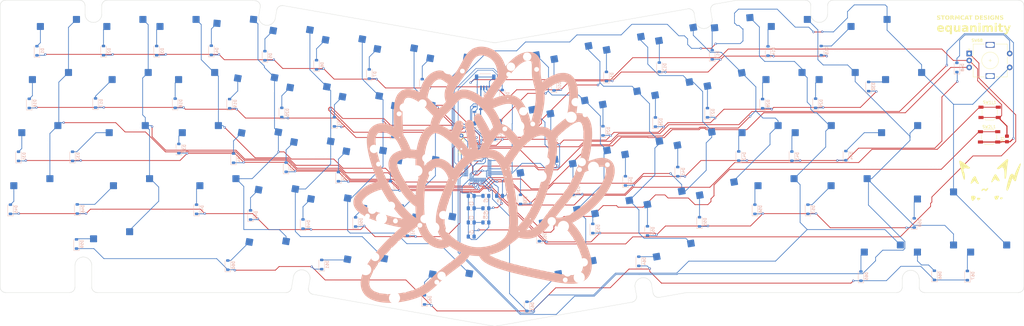
<source format=kicad_pcb>
(kicad_pcb (version 20221018) (generator pcbnew)
  (layers (0 "F.Cu" signal) (31 "B.Cu" signal) (34 "B.Paste" user) (35 "F.Paste" user) (36 "B.SilkS" user "B.Silkscreen") (37 "F.SilkS" user "F.Silkscreen") (38 "B.Mask" user) (39 "F.Mask" user) (44 "Edge.Cuts" user))
  (net 0 "")
  (net 1 "+3V3")
  (net 2 "BOOT0")
  (net 3 "+5V")
  (net 4 "NRST")
  (net 5 "Row1")
  (net 6 "Net-(D1-A)")
  (net 7 "Net-(D2-A)")
  (net 8 "Net-(D3-A)")
  (net 9 "Net-(D4-A)")
  (net 10 "Net-(D5-A)")
  (net 11 "Net-(D6-A)")
  (net 12 "Net-(D7-A)")
  (net 13 "Net-(D8-A)")
  (net 14 "Net-(D9-A)")
  (net 15 "Net-(D10-A)")
  (net 16 "Net-(D11-A)")
  (net 17 "Net-(D12-A)")
  (net 18 "Net-(D13-A)")
  (net 19 "Net-(D14-A)")
  (net 20 "Net-(D15-A)")
  (net 21 "Row2")
  (net 22 "Net-(D16-A)")
  (net 23 "Net-(D17-A)")
  (net 24 "Net-(D18-A)")
  (net 25 "Net-(D19-A)")
  (net 26 "Net-(D20-A)")
  (net 27 "Net-(D21-A)")
  (net 28 "Net-(D22-A)")
  (net 29 "Net-(D23-A)")
  (net 30 "Net-(D24-A)")
  (net 31 "Net-(D25-A)")
  (net 32 "Net-(D26-A)")
  (net 33 "Net-(D27-A)")
  (net 34 "Net-(D28-A)")
  (net 35 "Net-(D29-A)")
  (net 36 "Net-(D30-A)")
  (net 37 "Row3")
  (net 38 "Net-(D31-A)")
  (net 39 "Net-(D32-A)")
  (net 40 "Net-(D33-A)")
  (net 41 "Net-(D34-A)")
  (net 42 "Net-(D35-A)")
  (net 43 "Net-(D36-A)")
  (net 44 "Net-(D37-A)")
  (net 45 "Net-(D38-A)")
  (net 46 "Net-(D39-A)")
  (net 47 "Net-(D40-A)")
  (net 48 "Net-(D41-A)")
  (net 49 "Net-(D42-A)")
  (net 50 "Net-(D43-A)")
  (net 51 "Net-(D44-A)")
  (net 52 "Row4")
  (net 53 "Net-(D45-A)")
  (net 54 "Net-(D46-A)")
  (net 55 "Net-(D47-A)")
  (net 56 "Net-(D48-A)")
  (net 57 "Net-(D49-A)")
  (net 58 "Net-(D50-A)")
  (net 59 "Net-(D51-A)")
  (net 60 "Net-(D52-A)")
  (net 61 "Net-(D53-A)")
  (net 62 "Net-(D54-A)")
  (net 63 "Net-(D55-A)")
  (net 64 "Net-(D56-A)")
  (net 65 "Net-(D57-A)")
  (net 66 "Net-(D58-A)")
  (net 67 "Row5")
  (net 68 "Net-(D59-A)")
  (net 69 "Net-(D60-A)")
  (net 70 "Net-(D61-A)")
  (net 71 "Net-(D62-A)")
  (net 72 "Net-(D63-A)")
  (net 73 "Net-(D64-A)")
  (net 74 "Net-(D65-A)")
  (net 75 "Net-(D66-A)")
  (net 76 "Net-(D67-A)")
  (net 77 "Net-(D68-A)")
  (net 78 "D+")
  (net 79 "D-")
  (net 80 "Col1")
  (net 81 "Col2")
  (net 82 "Col3")
  (net 83 "Col4")
  (net 84 "Col5")
  (net 85 "Col6")
  (net 86 "Col7")
  (net 87 "Col8")
  (net 88 "Col9")
  (net 89 "Col10")
  (net 90 "Col11")
  (net 91 "Col12")
  (net 92 "Col13")
  (net 93 "Col14")
  (net 94 "Col15")
  (net 95 "EN1")
  (net 96 "EN2")
  (net 107 "SWDIO")
  (net 108 "SWCLK")
  (net 110 "GND")
  (footprint "MX_Hotswap:MX-Hotswap-1U" (layer "F.Cu") (at 91.359 79.526699)
    (fp_text reference "SW3")
    (fp_text value "SW_Push")
  )
  (footprint "MX_Hotswap:MX-Hotswap-1U" (layer "F.Cu") (at 48.4965 79.526699)
    (fp_text reference "SW1")
    (fp_text value "SW_Push")
  )
  (footprint "MX_Hotswap:MX-Hotswap-1.5U" (layer "F.Cu") (at 122.825442 158.062992 -10)
    (fp_text reference "SW60")
    (fp_text value "SW_Push")
  )
  (footprint "MX_Hotswap:MX-Hotswap-1U" (layer "F.Cu") (at 247.619973 145.4222 10)
    (fp_text reference "SW53")
    (fp_text value "SW_Push")
  )
  (footprint "MX_Hotswap:MX-Hotswap-2.25U" (layer "F.Cu") (at 349.96275 117.6267)
    (fp_text reference "SW44")
    (fp_text value "SW_Push")
  )
  (footprint "MX_Hotswap:MX-Hotswap-1.5U" (layer "F.Cu") (at 351.3915 98.576699)
    (fp_text reference "SW30")
    (fp_text value "SW_Push")
  )
  (footprint "MX_Hotswap:MX-Hotswap-1U" (layer "F.Cu") (at 269.144859 102.939027 10)
    (fp_text reference "SW26")
    (fp_text value "SW_Push")
  )
  (footprint "MX_Hotswap:MX-Hotswap-1U" (layer "F.Cu") (at 118.678995 99.30023 -10)
    (fp_text reference "SW19")
    (fp_text value "SW_Push")
  )
  (footprint "MX_Hotswap:MX-Hotswap-1U" (layer "F.Cu") (at 362.8215 160.4892)
    (fp_text reference "SW66")
    (fp_text value "SW_Push")
  )
  (footprint "MX_Hotswap:MX-Hotswap-1U" (layer "F.Cu") (at 299.9565 117.6267)
    (fp_text reference "SW42")
    (fp_text value "SW_Push")
  )
  (footprint "MX_Hotswap:MX-Hotswap-2.25U" (layer "F.Cu") (at 74.69025 136.6767)
    (fp_text reference "SW46")
    (fp_text value "SW_Push")
  )
  (footprint "MX_Hotswap:MX-Hotswap-1U" (layer "F.Cu") (at 131.367286 82.193641 -10)
    (fp_text reference "SW5")
    (fp_text value "SW_Push")
  )
  (footprint "MX_Hotswap:MX-Hotswap-1U" (layer "F.Cu") (at 362.8215 141.4392)
    (fp_text reference "SW58")
    (fp_text value "SW_Push")
  )
  (footprint "MX_Hotswap:MX-Hotswap-1U" (layer "F.Cu") (at 120.061144 118.887818 -10)
    (fp_text reference "SW34")
    (fp_text value "SW_Push")
  )
  (footprint "Button_Switch_SMD:SW_SPST_SKQG_WithStem" (layer "F.Cu") (at 381.6 107.8)
    (fp_text reference "SW1L1")
    (fp_text value "SW_SPST")
  )
  (footprint "MX_Hotswap:MX-Hotswap-1U" (layer "F.Cu") (at 310.434 79.526699)
    (fp_text reference "SW14")
    (fp_text value "SW_Push")
  )
  (footprint "Resistor_SMD:R_0805_2012Metric_Pad1.20x1.40mm_HandSolder" (layer "F.Cu") (at 387.8072 117.348 90)
    (fp_text reference "R1")
    (fp_text value "10k")
  )
  (footprint "MX_Hotswap:MX-Hotswap-1U" (layer "F.Cu") (at 214.245245 93.275434 10)
    (fp_text reference "SW9")
    (fp_text value "SW_Push")
  )
  (footprint "MX_Hotswap:MX-Hotswap-1U" (layer "F.Cu") (at 327.579 98.576699)
    (fp_text reference "SW29")
    (fp_text value "SW_Push")
  )
  (footprint "MX_Hotswap:MX-Hotswap-1U" (layer "F.Cu") (at 251.76642 86.659438 10)
    (fp_text reference "SW11")
    (fp_text value "SW_Push")
  )
  (footprint "MX_Hotswap:MX-Hotswap-1U" (layer "F.Cu") (at 182.415203 149.226398 -10)
    (fp_text reference "SW51")
    (fp_text value "SW_Push")
  )
  (footprint "MX_Hotswap:MX-Hotswap-2.25U" (layer "F.Cu") (at 158.001544 164.265488 -10)
    (fp_text reference "SW61")
    (fp_text value "SW_Push")
  )
  (footprint "MX_Hotswap:MX-Hotswap-1U" (layer "F.Cu") (at 231.623684 109.555023 10)
    (fp_text reference "SW24")
    (fp_text value "SW_Push")
  )
  (footprint "Button_Switch_SMD:SW_SPST_SKQG_WithStem" (layer "F.Cu") (at 381.4 116.6)
    (fp_text reference "SW2L1")
    (fp_text value "SW_SPST")
  )
  (footprint "MX_Hotswap:MX-Hotswap-1U" (layer "F.Cu") (at 150.127874 85.501639 -10)
    (fp_text reference "SW6")
    (fp_text value "SW_Push")
  )
  (footprint "MX_Hotswap:MX-Hotswap-1U" (layer "F.Cu") (at 38.9715 136.6767)
    (fp_text reference "SW45")
    (fp_text value "SW_Push")
  )
  (footprint "MX_Hotswap:MX-Hotswap-1U" (layer "F.Cu") (at 168.700856 88.776557 -10)
    (fp_text reference "SW7")
    (fp_text value "SW_Push")
  )
  (footprint "MX_Hotswap:MX-Hotswap-1U" (layer "F.Cu") (at 220.861241 130.79661 10)
    (fp_text reference "SW38")
    (fp_text value "SW_Push")
  )
  (footprint "MX_Hotswap:MX-Hotswap-1U" (layer "F.Cu") (at 233.005833 89.967436 10)
    (fp_text reference "SW10")
    (fp_text value "SW_Push")
  )
  (footprint "MX_Hotswap:MX-Hotswap-1U" (layer "F.Cu") (at 163.654615 145.9184 -10)
    (fp_text reference "SW50")
    (fp_text value "SW_Push")
  )
  (footprint "MX_Hotswap:MX-Hotswap-1U" (layer "F.Cu") (at 105.6465 136.6767)
    (fp_text reference "SW47")
    (fp_text value "SW_Push")
  )
  (footprint "MX_Hotswap:MX-Hotswap-1U" (layer "F.Cu") (at 287.905447 99.63103 10)
    (fp_text reference "SW27")
    (fp_text value "SW_Push")
  )
  (footprint "MX_Hotswap:MX-Hotswap-1U" (layer "F.Cu") (at 290.317268 79.365338 5)
    (fp_text reference "SW13")
    (fp_text value "SW_Push")
  )
  (footprint "MX_Hotswap:MX-Hotswap-1U" (layer "F.Cu") (at 187.649049 92.117634 -10)
    (fp_text reference "SW8")
    (fp_text value "SW_Push")
  )
  (footprint "MX_Hotswap:MX-Hotswap-1U" (layer "F.Cu") (at 308.529 98.576699)
    (fp_text reference "SW28")
    (fp_text value "SW_Push")
  )
  (footprint "MX_Hotswap:MX-Hotswap-1U" (layer "F.Cu") (at 157.582319 125.503813 -10)
    (fp_text reference "SW36")
    (fp_text value "SW_Push")
  )
  (footprint "MX_Hotswap:MX-Hotswap-1U" (layer "F.Cu") (at 126.13344 139.302404 -10)
    (fp_text reference "SW48")
    (fp_text value "SW_Push")
  )
  (footprint "Connector_Pin:Pin_D0.7mm_L6.5mm_W1.8mm_FlatFork" (layer "F.Cu") (at 192.278 116.1288)
    (fp_text reference "TP2")
    (fp_text value "TestPoint")
  )
  (footprint "MX_Hotswap:MX-Hotswap-1U" (layer "F.Cu") (at 174.960758 109.224223 -10)
    (fp_text reference "SW22")
    (fp_text value "SW_Push")
  )
  (footprint "MX_Hotswap:MX-Hotswap-1U" (layer "F.Cu") (at 156.20017 105.916225 -10)
    (fp_text reference "SW21")
    (fp_text value "SW_Push")
  )
  (footprint "MX_Hotswap:MX-Hotswap-1U" (layer "F.Cu") (at 270.527008 83.35144 10)
    (fp_text reference "SW12")
    (fp_text value "SW_Push")
  )
  (footprint "MX_Hotswap:MX-Hotswap-1U" (layer "F.Cu") (at 176.342907 128.811811 -10)
    (fp_text reference "SW37")
    (fp_text value "SW_Push")
  )
  (footprint "MX_Hotswap:MX-Hotswap-1U" (layer "F.Cu") (at 319.0065 117.6267)
    (fp_text reference "SW43")
    (fp_text value "SW_Push")
  )
  (footprint "MX_Hotswap:MX-Hotswap-1U" (layer "F.Cu") (at 138.821731 122.195816 -10)
    (fp_text reference "SW35")
    (fp_text value "SW_Push")
  )
  (footprint "MX_Hotswap:MX-Hotswap-2.25U" (layer "F.Cu") (at 234.512457 167.077286 10)
    (fp_text reference "SW63")
    (fp_text value "SW_Push")
  )
  (footprint "MX_Hotswap:MX-Hotswap-1U" (layer "F.Cu") (at 277.143004 120.872617 10)
    (fp_text reference "SW41")
    (fp_text value "SW_Push")
  )
  (footprint "MX_Hotswap:MX-Hotswap-1.5U" (layer "F.Cu") (at 269.688559 160.87479 10)
    (fp_text reference "SW64")
    (fp_text value "SW_Push")
  )
  (footprint "MX_Hotswap:MX-Hotswap-1.5U" (layer "F.Cu") (at 74.214 98.576699)
    (fp_text reference "SW17")
    (fp_text value "SW_Push")
  )
  (footprint "MX_Hotswap:MX-Hotswap-1U" (layer "F.Cu") (at 99.36 117.6267)
    (fp_text reference "SW33")
    (fp_text value "SW_Push")
  )
  (footprint "MX_Hotswap:MX-Hotswap-1U" (layer "F.Cu") (at 228.859385 148.730198 10)
    (fp_text reference "SW52")
    (fp_text value "SW_Push")
  )
  (footprint "MX_Hotswap:MX-Hotswap-1U" (layer "F.Cu") (at 137.439582 102.608228 -10)
    (fp_text reference "SW20")
    (fp_text value "SW_Push")
  )
  (footprint "Connector_Pin:Pin_D0.7mm_L6.5mm_W1.8mm_FlatFork" (layer "F.Cu") (at 192.278 120.9548)
    (fp_text reference "TP1")
    (fp_text value "TestPoint")
  )
  (footprint "MX_Hotswap:MX-Hotswap-1U" (layer "F.Cu") (at 144.894027 142.610402 -10)
    (fp_text reference "SW49")
    (fp_text value "SW_Push")
  )
  (footprint "MX_Hotswap:MX-Hotswap-1.5U" (layer "F.Cu") (at 67.5465 155.7267)
    (fp_text reference "SW59")
    (fp_text value "SW_Push")
  )
  (footprint "MX_Hotswap:MX-Hotswap-1U" (layer "F.Cu") (at 285.141148 138.806205 10)
    (fp_text reference "SW55")
    (fp_text value "SW_Push")
  )
  (footprint "MX_Hotswap:MX-Hotswap-2U" (layer "F.Cu") (at 339.009 79.526699)
    (fp_text reference "SW15")
    (fp_text value "SW_Push")
  )
  (footprint "MX_Hotswap:MX-Hotswap-1U" (layer "F.Cu") (at 266.380561 142.114203 10)
    (fp_text reference "SW54")
    (fp_text value "SW_Push")
  )
  (footprint "MX_Hotswap:MX-Hotswap-1U" (layer "F.Cu") (at 305.6715 136.6767)
    (fp_text reference "SW56")
    (fp_text value "SW_Push")
  )
  (footprint "MX_Hotswap:MX-Hotswap-1U" (layer "F.Cu") (at 45.639 98.576699)
    (fp_text reference "SW16")
    (fp_text value "SW_Push")
  )
  (footprint "MX_Hotswap:MX-Hotswap-1U" (layer "F.Cu") (at 98.0265 98.576699)
    (fp_text reference "SW18")
    (fp_text value "SW_Push")
  )
  (footprint "MX_Hotswap:MX-Hotswap-1U" (layer "F.Cu") (at 188.487499 169.640984 -10)
    (fp_text reference "SW62")
    (fp_text value "SW_Push")
  )
  (footprint "MX_Hotswap:MX-Hotswap-1U" (layer "F.Cu") (at 343.7715 160.4892)
    (fp_text reference "SW65")
    (fp_text value "SW_Push")
  )
  (footprint "MX_Hotswap:MX-Hotswap-1.75U" (layer "F.Cu") (at 73.16625 117.6267)
    (fp_text reference "SW32")
    (fp_text value "SW_Push")
  )
  (footprint "MX_Hotswap:MX-Hotswap-1U" (layer "F.Cu") (at 212.863096 112.863021 10)
    (fp_text reference "SW23")
    (fp_text value "SW_Push")
  )
  (footprint "MX_Hotswap:MX-Hotswap-1U" (layer "F.Cu") (at 239.621828 127.488612 10)
    (fp_text reference "SW39")
    (fp_text value "SW_Push")
  )
  (footprint "MX_Hotswap:MX-Hotswap-1U" (layer "F.Cu") (at 72.309 79.526699)
    (fp_text reference "SW2")
    (fp_text value "SW_Push")
  )
  (footprint "Rotary_Encoder:RotaryEncoder_Alps_EC11E-Switch_Vertical_H20mm" (layer "F.Cu") (at 374.2865 86.6817)
    (fp_text reference "SW68")
    (fp_text value "RotaryEncoder_Switch")
  )
  (footprint "MX_Hotswap:MX-Hotswap-1U" (layer "F.Cu") (at 111.533376 78.997575 -5)
    (fp_text reference "SW4")
    (fp_text value "SW_Push")
  )
  (footprint "MX_Hotswap:MX-Hotswap-1U" (layer "F.Cu") (at 381.8715 160.4892)
    (fp_text reference "SW67")
    (fp_text value "SW_Push")
  )
  (footprint "MX_Hotswap:MX-Hotswap-1U" (layer "F.Cu") (at 41.829 117.6267)
    (fp_text reference "SW31")
    (fp_text value "SW_Push")
  )
  (footprint "MX_Hotswap:MX-Hotswap-1.75U" (layer "F.Cu") (at 331.86525 136.6767)
    (fp_text reference "SW57")
    (fp_text value "SW_Push")
  )
  (footprint "MX_Hotswap:MX-Hotswap-1U" (layer "F.Cu") (at 258.382416 124.180614 10)
    (fp_text reference "SW40")
    (fp_text value "SW_Push")
  )
  (footprint "MX_Hotswap:MX-Hotswap-1U" (layer "F.Cu") (at 250.384271 106.247025 10)
    (fp_text reference "SW25")
    (fp_text value "SW_Push")
  )
  (footprint "Capacitor_SMD:C_0805_2012Metric_Pad1.18x1.45mm_HandSolder" (layer "B.Cu") (at 195.8125 137.795 180)
    (fp_text reference "C1")
    (fp_text value "10u")
  )
  (footprint "Diode_SMD:D_SOD-123" (layer "B.Cu") (at 225.4765 98.2917 90)
    (fp_text reference "D10")
    (fp_text value "D")
  )
  (footprint "Diode_SMD:D_SOD-123" (layer "B.Cu") (at 116.7265 144.6417 90)
    (fp_text reference "D48")
    (fp_text value "D")
  )
  (footprint "Capacitor_SMD:C_0805_2012Metric_Pad1.18x1.45mm_HandSolder" (layer "B.Cu") (at 205.9725 137.795 180)
    (fp_text reference "C9")
    (fp_text value "100n")
  )
  (footprint "Diode_SMD:D_SOD-123" (layer "B.Cu") (at 251.0765 132.3917 90)
    (fp_text reference "D40")
    (fp_text value "D")
  )
  (footprint "Diode_SMD:D_SOD-123" (layer "B.Cu") (at 263.2265 91.5917 90)
    (fp_text reference "D12")
    (fp_text value "D")
  )
  (footprint "Diode_SMD:D_SOD-123" (layer "B.Cu") (at 30.6765 142.5917 90)
    (fp_text reference "D45")
    (fp_text value "D")
  )
  (footprint "Diode_SMD:D_SOD-123" (layer "B.Cu") (at 244.2765 94.9417 90)
    (fp_text reference "D11")
    (fp_text value "D")
  )
  (footprint "Diode_SMD:D_SOD-123" (layer "B.Cu") (at 243.0265 114.4417 90)
    (fp_text reference "D25")
    (fp_text value "D")
  )
  (footprint "Diode_SMD:D_SOD-123" (layer "B.Cu") (at 224.3265 117.7417 90)
    (fp_text reference "D24")
    (fp_text value "D")
  )
  (footprint "Diode_SMD:D_SOD-123" (layer "B.Cu") (at 52.9265 123.5917 90)
    (fp_text reference "D32")
    (fp_text value "D")
  )
  (footprint "Diode_SMD:D_SOD-123" (layer "B.Cu") (at 316.4765 142.5917 90)
    (fp_text reference "D57")
    (fp_text value "D")
  )
  (footprint "Diode_SMD:D_SOD-123" (layer "B.Cu") (at 297.4765 142.5917 90)
    (fp_text reference "D56")
    (fp_text value "D")
  )
  (footprint "acheron_Connectors.pretty-master:SM04B-SRSS-TB(LF)(SN)" (layer "B.Cu") (at 200.83 98.23)
    (fp_text reference "J1")
    (fp_text value "0781710004")
  )
  (footprint "Diode_SMD:D_SOD-123" (layer "B.Cu") (at 40.1765 85.6917 90)
    (fp_text reference "D1")
    (fp_text value "D")
  )
  (footprint "Capacitor_SMD:C_0805_2012Metric_Pad1.18x1.45mm_HandSolder" (layer "B.Cu") (at 201.0625 142.24)
    (fp_text reference "C6")
    (fp_text value "100n")
  )
  (footprint "Diode_SMD:D_SOD-123" (layer "B.Cu") (at 33.5765 123.5917 90)
    (fp_text reference "D31")
    (fp_text value "D")
  )
  (footprint "Diode_SMD:D_SOD-123" (layer "B.Cu") (at 206.9265 101.4417 90)
    (fp_text reference "D9")
    (fp_text value "D")
  )
  (footprint "Capacitor_SMD:C_0805_2012Metric_Pad1.18x1.45mm_HandSolder" (layer "B.Cu") (at 195.8125 142.24 180)
    (fp_text reference "C2")
    (fp_text value "100n")
  )
  (footprint "Capacitor_SMD:C_0805_2012Metric_Pad1.18x1.45mm_HandSolder" (layer "B.Cu") (at 198.12 111.76 180)
    (fp_text reference "C7")
    (fp_text value "1u")
  )
  (footprint "Diode_SMD:D_SOD-123" (layer "B.Cu") (at 129.4765 127.4917 90)
    (fp_text reference "D35")
    (fp_text value "D")
  )
  (footprint "Diode_SMD:D_SOD-123" (layer "B.Cu") (at 261.8265 111.2917 90)
    (fp_text reference "D26")
    (fp_text value "D")
  )
  (footprint "Diode_SMD:D_SOD-123" (layer "B.Cu") (at 310.7265 123.5417 90)
    (fp_text reference "D43")
    (fp_text value "D")
  )
  (footprint "Diode_SMD:D_SOD-123" (layer "B.Cu") (at 282.1765 87.1417 90)
    (fp_text reference "D13")
    (fp_text value "D")
  )
  (footprint "Diode_SMD:D_SOD-123" (layer "B.Cu") (at 54.35 155.05 90)
    (fp_text reference "D59")
    (fp_text value "D")
  )
  (footprint "Diode_SMD:D_SOD-123" (layer "B.Cu") (at 135.5265 147.8917 90)
    (fp_text reference "D49")
    (fp_text value "D")
  )
  (footprint "Diode_SMD:D_SOD-123" (layer "B.Cu") (at 330.0765 123.3417 90)
    (fp_text reference "D44")
    (fp_text value "D")
  )
  (footprint "Diode_SMD:D_SOD-123" (layer "B.Cu") (at 258.9765 150.3417 90)
    (fp_text reference "D54")
    (fp_text value "D")
  )
  (footprint "Capacitor_SMD:C_0805_2012Metric_Pad1.18x1.45mm_HandSolder" (layer "B.Cu") (at 201.0625 137.795)
    (fp_text reference "C5")
    (fp_text value "100n")
  )
  (footprint "Diode_SMD:D_SOD-123" (layer "B.Cu") (at 280.4765 107.9417 90)
    (fp_text reference "D27")
    (fp_text value "D")
  )
  (footprint "Diode_SMD:D_SOD-123" (layer "B.Cu") (at 204.1765 115.8417 90)
    (fp_text reference "D23")
    (fp_text value "D")
  )
  (footprint "Diode_SMD:D_SOD-123" (layer "B.Cu") (at 321.2265 85.6417 90)
    (fp_text reference "D15")
    (fp_text value "D")
  )
  (footprint "Diode_SMD:D_SOD-123" (layer "B.Cu") (at 108.5765 162.6417 90)
    (fp_text reference "D60")
    (fp_text value "D")
  )
  (footprint "Diode_SMD:D_SOD-123" (layer "B.Cu") (at 319.2265 104.5417 90)
    (fp_text reference "D29")
    (fp_text value "D")
  )
  (footprint "Diode_SMD:D_SOD-123" (layer "B.Cu") (at 215.7765 177.4417 90)
    (fp_text reference "D63")
    (fp_text value "D")
  )
  (footprint "Diode_SMD:D_SOD-123" (layer "B.Cu") (at 255.86 161.26 90)
    (fp_text reference "D64")
    (fp_text value "D")
  )
  (footprint "Diode_SMD:D_SOD-123" (layer "B.Cu") (at 110.6265 124.2417 90)
    (fp_text reference "D34")
    (fp_text value "D")
  )
  (footprint "Diode_SMD:D_SOD-123" (layer "B.Cu") (at 146.7765 111.1917 90)
    (fp_text reference "D21")
    (fp_text value "D")
  )
  (footprint "Diode_SMD:D_SOD-123" (layer "B.Cu") (at 89.7265 104.5417 90)
    (fp_text reference "D18")
    (fp_text value "D")
  )
  (footprint "Package_QFP:LQFP-48_7x7mm_P0.5mm" (layer "B.Cu") (at 198.1765 127.8417 180)
    (fp_text reference "U2")
    (fp_text value "STM32F072CBTx")
  )
  (footprint "Diode_SMD:D_SOD-123" (layer "B.Cu") (at 109.2265 104.6917 90)
    (fp_text reference "D19")
    (fp_text value "D")
  )
  (footprint "Diode_SMD:D_SOD-123" (layer "B.Cu") (at 102.6765 85.5417 90)
    (fp_text reference "D4")
    (fp_text value "D")
  )
  (footprint "Diode_SMD:D_SOD-123" (layer "B.Cu") (at 37.4265 104.5917 90)
    (fp_text reference "D16")
    (fp_text value "D")
  )
  (footprint "Diode_SMD:D_SOD-123" (layer "B.Cu") (at 167.7265 114.9417 90)
    (fp_text reference "D22")
    (fp_text value "D")
  )
  (footprint "Diode_SMD:D_SOD-123" (layer "B.Cu") (at 140.3765 90.7417 90)
    (fp_text reference "D6")
    (fp_text value "D")
  )
  (footprint "Diode_SMD:D_SOD-123" (layer "B.Cu") (at 148.2265 130.8917 90)
    (fp_text reference "D36")
    (fp_text value "D")
  )
  (footprint "Diode_SMD:D_SOD-123" (layer "B.Cu") (at 338.2265 98.5417 90)
    (fp_text reference "D30")
    (fp_text value "D")
  )
  (footprint "Diode_SMD:D_SOD-123" (layer "B.Cu") (at 54.6265 142.4917 90)
    (fp_text reference "D46")
    (fp_text value "D")
  )
  (footprint "Diode_SMD:D_SOD-123" (layer "B.Cu") (at 172.9265 150.4417 90)
    (fp_text reference "D51")
    (fp_text value "D")
  )
  (footprint "Diode_SMD:D_SOD-123" (layer "B.Cu") (at 61.1765 104.4417 90)
    (fp_text reference "D17")
    (fp_text value "D")
  )
  (footprint "Diode_SMD:D_SOD-123" (layer "B.Cu") (at 361.81 166.3075 90)
    (fp_text reference "D66")
    (fp_text value "D")
  )
  (footprint "Diode_SMD:D_SOD-123" (layer "B.Cu") (at 166.8765 134.1417 90)
    (fp_text reference "D37")
    (fp_text value "D")
  )
  (footprint "Diode_SMD:D_SOD-123" (layer "B.Cu") (at 300.2265 104.6917 90)
    (fp_text reference "D28")
    (fp_text value "D")
  )
  (footprint "Diode_SMD:D_SOD-123" (layer "B.Cu") (at 335.4765 166.5917 90)
    (fp_text reference "D65")
    (fp_text value "D")
  )
  (footprint "Capacitor_SMD:C_0805_2012Metric_Pad1.18x1.45mm_HandSolder" (layer "B.Cu") (at 201.0625 147.32)
    (fp_text reference "C8")
    (fp_text value "1u")
  )
  (footprint "Diode_SMD:D_SOD-123" (layer "B.Cu") (at 213.4765 139.0417 90)
    (fp_text reference "D38")
    (fp_text value "D")
  )
  (footprint "Diode_SMD:D_SOD-123" (layer "B.Cu") (at 373.6265 166.3917 90)
    (fp_text reference "D67")
    (fp_text value "D")
  )
  (footprint "Diode_SMD:D_SOD-123" (layer "B.Cu") (at 142.23 162.4275 90)
    (fp_text reference "D61")
    (fp_text value "D")
  )
  (footprint "Diode_SMD:D_SOD-123" (layer "B.Cu") (at 354.5765 147.4917 90)
    (fp_text reference "D58")
    (fp_text value "D")
  )
  (footprint "Diode_SMD:D_SOD-123" (layer "B.Cu") (at 232.2765 135.7417 90)
    (fp_text reference "D39")
    (fp_text value "D")
  )
  (footprint "Capacitor_SMD:C_0805_2012Metric_Pad1.18x1.45mm_HandSolder" (layer "B.Cu") (at 195.8125 147.32 180)
    (fp_text reference "C3")
    (fp_text value "100n")
  )
  (footprint "Diode_SMD:D_SOD-123" (layer "B.Cu") (at 220.2265 152.3917 90)
    (fp_text reference "D52")
    (fp_text value "D")
  )
  (footprint "Diode_SMD:D_SOD-123" (layer "B.Cu") (at 302.1765 85.7917 90)
    (fp_text reference "D14")
    (fp_text value "D")
  )
  (footprint "Package_TO_SOT_SMD:SOT-23-3" (layer "B.Cu") (at 198.12 106.68)
    (fp_text reference "U1")
    (fp_text value "XC6206PxxxMR")
  )
  (footprint "Diode_SMD:D_SOD-123" (layer "B.Cu") (at 178.2765 97.5417 90)
    (fp_text reference "D8")
    (fp_text value "D")
  )
  (footprint "Diode_SMD:D_SOD-123" (layer "B.Cu") (at 277.6265 147.0917 90)
    (fp_text reference "D55")
    (fp_text value "D")
  )
  (footprint "Diode_SMD:D_SOD-123" (layer "B.Cu") (at 159.2765 94.0417 90)
    (fp_text reference "D7")
    (fp_text value "D")
  )
  (footprint "Diode_SMD:D_SOD-123" (layer "B.Cu") (at 154.3765 147.1417 90)
    (fp_text reference "D50")
    (fp_text value "D")
  )
  (footprint "Diode_SMD:D_SOD-123" (layer "B.Cu") (at 121.8765 87.4917 90)
    (fp_text reference "D5")
    (fp_text value "D")
  )
  (footprint "Diode_SMD:D_SOD-123" (layer "B.Cu") (at 269.8265 129.0917 90)
    (fp_text reference "D41")
    (fp_text value "D")
  )
  (footprint "Diode_SMD:D_SOD-123" (layer "B.Cu") (at 91.0265 120.7917 90)
    (fp_text reference "D33")
    (fp_text value "D")
  )
  (footprint "Capacitor_SMD:C_0805_2012Metric_Pad1.18x1.45mm_HandSolder" (layer "B.Cu") (at 195.8125 152.4 180)
    (fp_text reference "C4")
    (fp_text value "100n")
  )
  (footprint "Diode_SMD:D_SOD-123" (layer "B.Cu") (at 369.8665 91.6892 90)
    (fp_text reference "D68")
    (fp_text value "D")
  )
  (footprint "Diode_SMD:D_SOD-123" (layer "B.Cu") (at 239.3765 149.4917 90)
    (fp_text reference "D53")
    (fp_text value "D")
  )
  (footprint "Diode_SMD:D_SOD-123" (layer "B.Cu") (at 127.9265 107.8417 90)
    (fp_text reference "D20")
    (fp_text value "D")
  )
  (footprint "Diode_SMD:D_SOD-123" (layer "B.Cu") (at 97.3765 142.5917 90)
    (fp_text reference "D47")
    (fp_text value "D")
  )
  (footprint "Diode_SMD:D_SOD-123" (layer "B.Cu") (at 83.0765 85.6417 90)
    (fp_text reference "D3")
    (fp_text value "D")
  )
  (footprint "Diode_SMD:D_SOD-123" (layer "B.Cu") (at 64.0265 85.6417 90)
    (fp_text reference "D2")
    (fp_text value "D")
  )
  (footprint "Diode_SMD:D_SOD-123" (layer "B.Cu") (at 291.6765 123.4917 90)
    (fp_text reference "D42")
    (fp_text value "D")
  )
  (footprint "Diode_SMD:D_SOD-123" (layer "B.Cu") (at 179.0765 175.0917 90)
    (fp_text reference "D62")
    (fp_text value "D")
  )
  (gr_curve (pts (xy 194.871158 89.76053) (xy 195.008521 89.509793) (xy 195.146693 89.265254) (xy 195.286832 89.028117)) (stroke (width 2.1)) (layer "B.SilkS"))
  (gr_curve (pts (xy 199.620091 111.202899) (xy 199.709998 111.35613) (xy 199.798605 111.508255) (xy 199.885877 111.659244)) (stroke (width 2.1)) (layer "B.SilkS"))
  (gr_curve (pts (xy 195.479707 123.531185) (xy 193.903466 121.132259) (xy 192.31099 119.224625) (xy 190.569317 117.60333)) (stroke (width 2.1)) (layer "B.SilkS"))
  (gr_curve (pts (xy 179.255243 101.433948) (xy 179.19934 101.694441) (xy 179.147587 101.960241) (xy 179.099985 102.231295)) (stroke (width 2.1)) (layer "B.SilkS"))
  (gr_curve (pts (xy 160.25049 163.639562) (xy 160.590137 163.077271) (xy 160.958643 162.509685) (xy 161.352265 161.93936)) (stroke (width 2.1)) (layer "B.SilkS"))
  (gr_curve (pts (xy 187.979968 104.186652) (xy 187.31026 102.915857) (xy 187.131461 101.522634) (xy 187.476899 100.206412)) (stroke (width 2.1)) (layer "B.SilkS"))
  (gr_curve (pts (xy 236.581841 164.774717) (xy 236.700639 164.469536) (xy 236.792349 164.141123) (xy 236.85713 163.790579)) (stroke (width 2.1)) (layer "B.SilkS"))
  (gr_curve (pts (xy 203.762362 114.602643) (xy 203.630298 114.746219) (xy 203.499859 114.894562) (xy 203.371155 115.04673)) (stroke (width 2.1)) (layer "B.SilkS"))
  (gr_curve (pts (xy 215.392538 147.049302) (xy 215.663365 146.70136) (xy 215.925486 146.349605) (xy 216.179144 145.993835)) (stroke (width 2.1)) (layer "B.SilkS"))
  (gr_curve (pts (xy 162.198623 173.535254) (xy 161.673979 173.386009) (xy 161.183763 173.209018) (xy 160.732694 173.003792)) (stroke (width 2.1)) (layer "B.SilkS"))
  (gr_curve (pts (xy 179.576206 100.185142) (xy 179.503747 100.424037) (xy 179.435403 100.668441) (xy 179.371199 100.918269)) (stroke (width 2.1)) (layer "B.SilkS"))
  (gr_curve (pts (xy 216.753182 115.503091) (xy 216.619856 113.453363) (xy 216.191327 111.381934) (xy 215.530187 109.42947)) (stroke (width 2.1)) (layer "B.SilkS"))
  (gr_curve (pts (xy 182.406978 126.745343) (xy 182.573813 126.664911) (xy 182.745157 126.597517) (xy 182.920478 126.543622)) (stroke (width 2.1)) (layer "B.SilkS"))
  (gr_curve (pts (xy 213.643704 89.05536) (xy 215.054854 88.235746) (xy 216.509285 88.047753) (xy 217.346433 88.34582)) (stroke (width 2.1)) (layer "B.SilkS"))
  (gr_curve (pts (xy 236.555794 109.973514) (xy 235.872655 109.307124) (xy 234.897893 109.055018) (xy 234.023236 109.151714)) (stroke (width 2.1)) (layer "B.SilkS"))
  (gr_curve (pts (xy 182.720585 114.274876) (xy 182.501035 114.298044) (xy 182.284412 114.342641) (xy 182.071363 114.409956)) (stroke (width 2.1)) (layer "B.SilkS"))
  (gr_curve (pts (xy 220.445776 107.338375) (xy 220.373998 107.672302) (xy 220.299001 108.005019) (xy 220.221345 108.335862)) (stroke (width 2.1)) (layer "B.SilkS"))
  (gr_curve (pts (xy 189.615665 115.277611) (xy 189.565295 115.407138) (xy 189.517406 115.532746) (xy 189.47208 115.654307)) (stroke (width 2.1)) (layer "B.SilkS"))
  (gr_curve (pts (xy 217.045853 115.317524) (xy 216.948128 115.377691) (xy 216.85056 115.439572) (xy 216.753182 115.503091)) (stroke (width 2.1)) (layer "B.SilkS"))
  (gr_curve (pts (xy 223.865929 146.532218) (xy 224.766124 147.26962) (xy 225.866821 147.683879) (xy 227.046672 147.705639)) (stroke (width 2.1)) (layer "B.SilkS"))
  (gr_curve (pts (xy 178.963558 132.033941) (xy 179.015343 131.903932) (xy 179.068727 131.773725) (xy 179.123804 131.641661)) (stroke (width 2.1)) (layer "B.SilkS"))
  (gr_curve (pts (xy 183.841056 114.358651) (xy 183.613738 114.30522) (xy 183.387373 114.268375) (xy 183.162614 114.249971)) (stroke (width 2.1)) (layer "B.SilkS"))
  (gr_curve (pts (xy 206.595152 113.058378) (xy 206.44733 113.047663) (xy 206.299866 113.049208) (xy 206.152859 113.063173)) (stroke (width 2.1)) (layer "B.SilkS"))
  (gr_curve (pts (xy 212.321625 150.388764) (xy 212.665994 150.06786) (xy 213.000883 149.743865) (xy 213.326334 149.416723)) (stroke (width 2.1)) (layer "B.SilkS"))
  (gr_curve (pts (xy 227.231223 114.654021) (xy 226.919156 114.941698) (xy 226.608431 115.23455) (xy 226.299221 115.532167)) (stroke (width 2.1)) (layer "B.SilkS"))
  (gr_curve (pts (xy 204.059608 111.108401) (xy 204.131883 111.283192) (xy 204.20047 111.456825) (xy 204.2655 111.629329)) (stroke (width 2.1)) (layer "B.SilkS"))
  (gr_curve (pts (xy 235.647297 142.678851) (xy 235.956358 142.44253) (xy 236.265885 142.198968) (xy 236.575341 141.948335)) (stroke (width 2.1)) (layer "B.SilkS"))
  (gr_curve (pts (xy 172.634586 100.465286) (xy 171.655334 100.615079) (xy 170.769968 101.234059) (xy 170.249213 102.047304)) (stroke (width 2.1)) (layer "B.SilkS"))
  (gr_curve (pts (xy 200.998623 118.560071) (xy 200.91451 118.715866) (xy 200.833474 118.870976) (xy 200.755585 119.025482)) (stroke (width 2.1)) (layer "B.SilkS"))
  (gr_curve (pts (xy 232.810272 151.748573) (xy 232.547387 151.353818) (xy 232.281064 150.974022) (xy 232.012096 150.610281)) (stroke (width 2.1)) (layer "B.SilkS"))
  (gr_curve (pts (xy 215.016819 87.340429) (xy 215.286513 87.268969) (xy 215.554479 87.213755) (xy 215.819333 87.175305)) (stroke (width 2.1)) (layer "B.SilkS"))
  (gr_curve (pts (xy 218.058934 112.250727) (xy 217.716272 113.371223) (xy 217.376466 114.396374) (xy 217.045853 115.317524)) (stroke (width 2.1)) (layer "B.SilkS"))
  (gr_curve (pts (xy 174.767968 172.745733) (xy 174.201981 172.929239) (xy 173.611348 173.100976) (xy 172.998429 173.259421)) (stroke (width 2.1)) (layer "B.SilkS"))
  (gr_curve (pts (xy 188.489993 97.042762) (xy 188.367393 96.955649) (xy 188.245812 96.868394) (xy 188.125224 96.781073)) (stroke (width 2.1)) (layer "B.SilkS"))
  (gr_curve (pts (xy 203.119379 115.359105) (xy 202.994465 115.516384) (xy 202.871499 115.675846) (xy 202.75059 115.836746)) (stroke (width 2.1)) (layer "B.SilkS"))
  (gr_curve (pts (xy 161.603004 124.387868) (xy 161.499633 124.01945) (xy 161.40132 123.654785) (xy 161.308308 123.294617)) (stroke (width 2.1)) (layer "B.SilkS"))
  (gr_curve (pts (xy 179.017197 102.789034) (xy 179.011598 102.829102) (xy 179.006084 102.869275) (xy 179.000653 102.909554)) (stroke (width 2.1)) (layer "B.SilkS"))
  (gr_curve (pts (xy 171.856677 150.894257) (xy 172.325572 150.511381) (xy 172.787617 150.145596) (xy 173.242139 149.797282)) (stroke (width 2.1)) (layer "B.SilkS"))
  (gr_curve (pts (xy 173.642278 148.21021) (xy 173.572644 148.213894) (xy 173.502438 148.21702) (xy 173.431655 148.219589)) (stroke (width 2.1)) (layer "B.SilkS"))
  (gr_curve (pts (xy 168.928468 128.994671) (xy 168.820851 128.749898) (xy 168.721126 128.507731) (xy 168.630485 128.268857)) (stroke (width 2.1)) (layer "B.SilkS"))
  (gr_curve (pts (xy 171.693024 143.331734) (xy 171.500052 143.120607) (xy 171.306573 142.904303) (xy 171.112776 142.683089)) (stroke (width 2.1)) (layer "B.SilkS"))
  (gr_curve (pts (xy 179.239669 131.366622) (xy 179.298625 131.226982) (xy 179.359628 131.083099) (xy 179.422892 130.934066)) (stroke (width 2.1)) (layer "B.SilkS"))
  (gr_curve (pts (xy 176.145362 146.876525) (xy 175.991199 146.822059) (xy 175.833937 146.757371) (xy 175.673656 146.682634)) (stroke (width 2.1)) (layer "B.SilkS"))
  (gr_curve (pts (xy 216.736279 116.787154) (xy 216.365451 117.056965) (xy 215.994974 117.348539) (xy 215.626446 117.659598)) (stroke (width 2.1)) (layer "B.SilkS"))
  (gr_curve (pts (xy 218.765539 113.509008) (xy 218.693374 113.734638) (xy 218.621369 113.956726) (xy 218.549561 114.175232)) (stroke (width 2.1)) (layer "B.SilkS"))
  (gr_curve (pts (xy 234.111756 143.786248) (xy 234.41594 143.579996) (xy 234.722045 143.365924) (xy 235.02964 143.144254)) (stroke (width 2.1)) (layer "B.SilkS"))
  (gr_curve (pts (xy 173.288334 148.223058) (xy 173.039353 148.228098) (xy 172.783317 148.226486) (xy 172.519969 148.21826)) (stroke (width 2.1)) (layer "B.SilkS"))
  (gr_curve (pts (xy 200.931514 123.023529) (xy 200.599049 123.039103) (xy 200.264355 123.069531) (xy 199.928629 123.113724)) (stroke (width 2.1)) (layer "B.SilkS"))
  (gr_curve (pts (xy 220.988913 104.006964) (xy 220.956499 104.333616) (xy 220.917599 104.663282) (xy 220.872641 104.99531)) (stroke (width 2.1)) (layer "B.SilkS"))
  (gr_curve (pts (xy 170.259474 105.836406) (xy 170.23684 106.074383) (xy 170.217987 106.313363) (xy 170.202366 106.552449)) (stroke (width 2.1)) (layer "B.SilkS"))
  (gr_curve (pts (xy 201.886469 107.401986) (xy 202.040285 107.598663) (xy 202.187352 107.794053) (xy 202.327878 107.988008)) (stroke (width 2.1)) (layer "B.SilkS"))
  (gr_curve (pts (xy 212.674092 105.713044) (xy 212.56322 105.543729) (xy 212.450447 105.381893) (xy 212.335521 105.22791)) (stroke (width 2.1)) (layer "B.SilkS"))
  (gr_curve (pts (xy 200.451437 115.524615) (xy 200.517281 115.679427) (xy 200.582535 115.834548) (xy 200.647216 115.989969)) (stroke (width 2.1)) (layer "B.SilkS"))
  (gr_curve (pts (xy 199.492887 158.283634) (xy 199.53103 159.034552) (xy 199.959117 159.672762) (xy 200.494963 160.171269)) (stroke (width 2.1)) (layer "B.SilkS"))
  (gr_curve (pts (xy 219.203354 112.093906) (xy 219.115702 112.386874) (xy 219.027968 112.675008) (xy 218.940302 112.958141)) (stroke (width 2.1)) (layer "B.SilkS"))
  (gr_curve (pts (xy 160.940352 145.389426) (xy 160.533156 145.230449) (xy 160.131409 145.06642) (xy 159.737275 144.897416)) (stroke (width 2.1)) (layer "B.SilkS"))
  (gr_curve (pts (xy 178.712248 148.563333) (xy 178.634653 148.294719) (xy 178.562776 148.018857) (xy 178.496451 147.735742)) (stroke (width 2.1)) (layer "B.SilkS"))
  (gr_curve (pts (xy 200.069237 105.403133) (xy 200.278915 105.603392) (xy 200.481852 105.80452) (xy 200.677771 106.005891)) (stroke (width 2.1)) (layer "B.SilkS"))
  (gr_curve (pts (xy 229.818522 146.105775) (xy 230.081553 146.007831) (xy 230.349133 145.899573) (xy 230.621089 145.781281)) (stroke (width 2.1)) (layer "B.SilkS"))
  (gr_curve (pts (xy 167.221042 114.850324) (xy 167.372004 114.938168) (xy 167.519065 115.028151) (xy 167.661992 115.119852)) (stroke (width 2.1)) (layer "B.SilkS"))
  (gr_curve (pts (xy 210.730259 103.926962) (xy 210.572807 103.862253) (xy 210.409037 103.8071) (xy 210.238396 103.761612)) (stroke (width 2.1)) (layer "B.SilkS"))
  (gr_curve (pts (xy 238.078335 126.354195) (xy 237.397304 126.615296) (xy 236.744076 126.885184) (xy 236.121505 127.158376)) (stroke (width 2.1)) (layer "B.SilkS"))
  (gr_curve (pts (xy 177.934454 142.157891) (xy 177.926663 141.801198) (xy 177.921868 141.443215) (xy 177.919886 141.085102)) (stroke (width 2.1)) (layer "B.SilkS"))
  (gr_curve (pts (xy 226.190395 96.342788) (xy 225.951126 96.442965) (xy 225.712455 96.550828) (xy 225.47517 96.665441)) (stroke (width 2.1)) (layer "B.SilkS"))
  (gr_curve (pts (xy 213.949261 148.752646) (xy 214.256103 148.418937) (xy 214.553702 148.081884) (xy 214.84218 147.741371)) (stroke (width 2.1)) (layer "B.SilkS"))
  (gr_curve (pts (xy 174.680213 137.897162) (xy 174.528016 137.733839) (xy 174.376835 137.565799) (xy 174.226568 137.393066)) (stroke (width 2.1)) (layer "B.SilkS"))
  (gr_curve (pts (xy 199.768219 113.989436) (xy 199.839111 114.14161) (xy 199.909347 114.294128) (xy 199.978927 114.446989)) (stroke (width 2.1)) (layer "B.SilkS"))
  (gr_curve (pts (xy 224.481316 115.86346) (xy 224.46922 115.845113) (xy 224.457008 115.826854) (xy 224.444678 115.808685)) (stroke (width 2.1)) (layer "B.SilkS"))
  (gr_curve (pts (xy 174.946496 123.271961) (xy 175.174213 123.291808) (xy 175.398472 123.316718) (xy 175.618898 123.346585)) (stroke (width 2.1)) (layer "B.SilkS"))
  (gr_curve (pts (xy 210.922058 139.511846) (xy 210.395815 135.61502) (xy 209.803218 131.609297) (xy 208.815131 128.484766)) (stroke (width 2.1)) (layer "B.SilkS"))
  (gr_curve (pts (xy 178.692402 129.974625) (xy 179.149284 128.919929) (xy 179.780557 127.499818) (xy 180.917544 126.493495)) (stroke (width 2.1)) (layer "B.SilkS"))
  (gr_curve (pts (xy 177.225817 146.622235) (xy 176.964716 144.900591) (xy 176.869369 142.937317) (xy 176.868423 141.023968)) (stroke (width 2.1)) (layer "B.SilkS"))
  (gr_curve (pts (xy 184.25873 108.084999) (xy 183.296034 107.207184) (xy 182.320179 106.157927) (xy 181.113114 104.931749)) (stroke (width 2.1)) (layer "B.SilkS"))
  (gr_curve (pts (xy 202.559439 123.106062) (xy 202.243156 123.054961) (xy 201.921025 123.02246) (xy 201.594215 123.007236)) (stroke (width 2.1)) (layer "B.SilkS"))
  (gr_curve (pts (xy 181.113114 104.931749) (xy 180.499851 104.308776) (xy 179.791358 103.632638) (xy 178.990042 102.990427)) (stroke (width 2.1)) (layer "B.SilkS"))
  (gr_curve (pts (xy 199.839382 121.625748) (xy 199.820813 121.717525) (xy 199.803469 121.809355) (xy 199.787349 121.901242)) (stroke (width 2.1)) (layer "B.SilkS"))
  (gr_curve (pts (xy 172.623349 120.221746) (xy 172.882417 120.82009) (xy 173.149313 121.47257) (xy 173.425057 122.180562)) (stroke (width 2.1)) (layer "B.SilkS"))
  (gr_curve (pts (xy 228.095053 141.140821) (xy 229.740401 139.152226) (xy 231.584224 136.966082) (xy 233.265775 133.910085)) (stroke (width 2.1)) (layer "B.SilkS"))
  (gr_curve (pts (xy 172.573143 123.28714) (xy 172.814507 123.262863) (xy 173.056638 123.244701) (xy 173.298447 123.232401)) (stroke (width 2.1)) (layer "B.SilkS"))
  (gr_curve (pts (xy 211.596708 122.106703) (xy 211.305395 122.4983) (xy 211.025963 122.888172) (xy 210.759331 123.273862)) (stroke (width 2.1)) (layer "B.SilkS"))
  (gr_curve (pts (xy 189.477089 96.442155) (xy 188.669717 95.868597) (xy 187.911302 95.279041) (xy 187.056266 94.720903)) (stroke (width 2.1)) (layer "B.SilkS"))
  (gr_curve (pts (xy 190.519481 116.922404) (xy 190.503039 117.042649) (xy 190.4892 117.16096) (xy 190.477933 117.27736)) (stroke (width 2.1)) (layer "B.SilkS"))
  (gr_curve (pts (xy 185.356112 148.275115) (xy 185.424604 148.672787) (xy 185.515497 149.061025) (xy 185.629283 149.439386)) (stroke (width 2.1)) (layer "B.SilkS"))
  (gr_curve (pts (xy 197.845099 110.263878) (xy 197.927432 110.410075) (xy 198.009264 110.556532) (xy 198.090598 110.703251)) (stroke (width 2.1)) (layer "B.SilkS"))
  (gr_curve (pts (xy 187.476899 100.206412) (xy 187.742218 99.195465) (xy 188.257901 98.246248) (xy 188.874794 97.312646)) (stroke (width 2.1)) (layer "B.SilkS"))
  (gr_curve (pts (xy 179.564457 104.882792) (xy 179.399195 104.727039) (xy 179.229751 104.570991) (xy 179.055844 104.415001)) (stroke (width 2.1)) (layer "B.SilkS"))
  (gr_curve (pts (xy 233.265775 133.910085) (xy 234.136043 132.328489) (xy 234.954223 130.497146) (xy 235.66007 128.521331)) (stroke (width 2.1)) (layer "B.SilkS"))
  (gr_curve (pts (xy 168.52517 123.596131) (xy 169.570381 122.754529) (xy 170.947363 122.393644) (xy 172.325193 122.252046)) (stroke (width 2.1)) (layer "B.SilkS"))
  (gr_curve (pts (xy 231.270561 135.213739) (xy 231.558982 134.762824) (xy 231.845123 134.29493) (xy 232.128122 133.808766)) (stroke (width 2.1)) (layer "B.SilkS"))
  (gr_curve (pts (xy 175.344502 146.50403) (xy 175.178539 146.409972) (xy 175.009804 146.306402) (xy 174.838434 146.193617)) (stroke (width 2.1)) (layer "B.SilkS"))
  (gr_curve (pts (xy 162.199662 160.800342) (xy 162.63218 160.231873) (xy 163.082338 159.665486) (xy 163.546519 159.103484)) (stroke (width 2.1)) (layer "B.SilkS"))
  (gr_curve (pts (xy 179.843369 116.684528) (xy 179.687651 116.9764) (xy 179.539039 117.286812) (xy 179.397804 117.61403)) (stroke (width 2.1)) (layer "B.SilkS"))
  (gr_curve (pts (xy 203.598853 107.992767) (xy 204.799621 109.837219) (xy 205.454106 111.523173) (xy 205.805018 113.14295)) (stroke (width 2.1)) (layer "B.SilkS"))
  (gr_curve (pts (xy 187.056266 94.720903) (xy 186.310151 94.233865) (xy 185.378615 93.781416) (xy 184.308412 93.82956)) (stroke (width 2.1)) (layer "B.SilkS"))
  (gr_curve (pts (xy 210.714442 151.792161) (xy 211.050958 151.516261) (xy 211.379927 151.23799) (xy 211.70135 150.957335)) (stroke (width 2.1)) (layer "B.SilkS"))
  (gr_curve (pts (xy 198.648124 111.736451) (xy 198.726335 111.884801) (xy 198.804001 112.033435) (xy 198.88111 112.182362)) (stroke (width 2.1)) (layer "B.SilkS"))
  (gr_curve (pts (xy 206.527275 125.847342) (xy 206.324805 125.52016) (xy 206.111608 125.217468) (xy 205.887349 124.939777)) (stroke (width 2.1)) (layer "B.SilkS"))
  (gr_curve (pts (xy 213.11867 104.5315) (xy 212.356838 103.563809) (xy 211.300356 102.831677) (xy 209.991577 102.656115)) (stroke (width 2.1)) (layer "B.SilkS"))
  (gr_curve (pts (xy 173.928228 137.033687) (xy 173.779372 136.851697) (xy 173.631143 136.665106) (xy 173.483384 136.47397)) (stroke (width 2.1)) (layer "B.SilkS"))
  (gr_curve (pts (xy 180.977065 169.280351) (xy 180.685493 169.540341) (xy 180.382586 169.797893) (xy 180.064552 170.052416)) (stroke (width 2.1)) (layer "B.SilkS"))
  (gr_curve (pts (xy 203.403136 86.434023) (xy 205.352325 87.645346) (xy 206.73765 89.734719) (xy 207.160162 92.310505)) (stroke (width 2.1)) (layer "B.SilkS"))
  (gr_curve (pts (xy 205.064365 96.879844) (xy 205.233365 96.651662) (xy 205.404224 96.422341) (xy 205.577029 96.191575)) (stroke (width 2.1)) (layer "B.SilkS"))
  (gr_curve (pts (xy 190.955901 119.455696) (xy 190.783039 119.275726) (xy 190.609063 119.098829) (xy 190.433776 118.924677)) (stroke (width 2.1)) (layer "B.SilkS"))
  (gr_curve (pts (xy 234.734956 110.196837) (xy 234.492148 110.165243) (xy 234.237307 110.167782) (xy 233.971818 110.201954)) (stroke (width 2.1)) (layer "B.SilkS"))
  (gr_curve (pts (xy 190.383243 161.354761) (xy 190.063492 161.60954) (xy 189.731702 161.865613) (xy 189.390523 162.122959)) (stroke (width 2.1)) (layer "B.SilkS"))
  (gr_arc (start 190.972818 112.134785) (mid 191.670743 111.872712) (end 191.92707 112.572768) (stroke (width 2.1)) (layer "B.SilkS"))
  (gr_curve (pts (xy 186.726789 95.764538) (xy 186.612501 95.685683) (xy 186.498311 95.608969) (xy 186.384021 95.534875)) (stroke (width 2.1)) (layer "B.SilkS"))
  (gr_curve (pts (xy 178.166377 135.608866) (xy 178.193907 135.347099) (xy 178.223117 135.097018) (xy 178.253957 134.859052)) (stroke (width 2.1)) (layer "B.SilkS"))
  (gr_arc (start 196.540468 123.00591) (mid 195.521516 117.601716) (end 194.627694 112.175423) (stroke (width 2.1)) (layer "B.SilkS"))
  (gr_curve (pts (xy 217.585502 150.796206) (xy 217.892817 150.690303) (xy 218.193853 150.562732) (xy 218.488837 150.414118)) (stroke (width 2.1)) (layer "B.SilkS"))
  (gr_curve (pts (xy 243.711665 133.500395) (xy 243.89005 133.155377) (xy 244.056598 132.811455) (xy 244.21061 132.469777)) (stroke (width 2.1)) (layer "B.SilkS"))
  (gr_curve (pts (xy 199.258476 123.240423) (xy 198.923942 123.310007) (xy 198.590494 123.392059) (xy 198.25911 123.486127)) (stroke (width 2.1)) (layer "B.SilkS"))
  (gr_curve (pts (xy 188.598195 105.113555) (xy 188.751363 104.930838) (xy 188.90321 104.746701) (xy 189.054006 104.561958)) (stroke (width 2.1)) (layer "B.SilkS"))
  (gr_curve (pts (xy 224.497034 145.705177) (xy 224.499698 145.707457) (xy 224.502364 145.709734) (xy 224.505031 145.712007)) (stroke (width 2.1)) (layer "B.SilkS"))
  (gr_curve (pts (xy 200.542634 103.929232) (xy 200.677415 103.674233) (xy 200.813437 103.421384) (xy 200.950701 103.170675)) (stroke (width 2.1)) (layer "B.SilkS"))
  (gr_curve (pts (xy 207.866836 126.113321) (xy 207.23444 124.865379) (xy 206.449634 123.853508) (xy 205.467875 123.160666)) (stroke (width 2.1)) (layer "B.SilkS"))
  (gr_curve (pts (xy 192.65284 121.3994) (xy 192.485296 121.18901) (xy 192.317409 120.982923) (xy 192.149109 120.781036)) (stroke (width 2.1)) (layer "B.SilkS"))
  (gr_curve (pts (xy 186.564274 154.242831) (xy 186.408615 154.32128) (xy 186.24934 154.388301) (xy 186.086537 154.443931)) (stroke (width 2.1)) (layer "B.SilkS"))
  (gr_curve (pts (xy 171.694794 101.975952) (xy 171.557936 102.085973) (xy 171.430328 102.2104) (xy 171.312049 102.348633)) (stroke (width 2.1)) (layer "B.SilkS"))
  (gr_curve (pts (xy 224.461815 121.16523) (xy 224.487358 120.683457) (xy 224.496101 120.217055) (xy 224.486786 119.768147)) (stroke (width 2.1)) (layer "B.SilkS"))
  (gr_curve (pts (xy 219.742886 99.393828) (xy 220.072129 100.938256) (xy 220.11977 102.720266) (xy 219.847231 104.722586)) (stroke (width 2.1)) (layer "B.SilkS"))
  (gr_curve (pts (xy 236.489637 128.1464) (xy 236.319536 128.221359) (xy 236.151479 128.29639) (xy 235.985526 128.371422)) (stroke (width 2.1)) (layer "B.SilkS"))
  (gr_curve (pts (xy 223.64586 126.426846) (xy 223.771727 125.873178) (xy 223.889516 125.322304) (xy 223.997764 124.776155)) (stroke (width 2.1)) (layer "B.SilkS"))
  (gr_curve (pts (xy 176.96694 123.637796) (xy 176.75612 125.967352) (xy 176.886847 128.069123) (xy 177.433692 129.667249)) (stroke (width 2.1)) (layer "B.SilkS"))
  (gr_curve (pts (xy 209.548801 114.894285) (xy 209.403935 114.745618) (xy 209.258433 114.600689) (xy 209.11235 114.460284)) (stroke (width 2.1)) (layer "B.SilkS"))
  (gr_curve (pts (xy 162.819469 128.162498) (xy 162.681492 127.781892) (xy 162.547119 127.400639) (xy 162.416584 127.019422)) (stroke (width 2.1)) (layer "B.SilkS"))
  (gr_curve (pts (xy 199.601783 86.309771) (xy 199.854781 86.316065) (xy 200.111344 86.337571) (xy 200.370217 86.374012)) (stroke (width 2.1)) (layer "B.SilkS"))
  (gr_curve (pts (xy 192.537828 100.719474) (xy 194.769171 100.388989) (xy 197.264135 101.739608) (xy 199.316095 103.358713)) (stroke (width 2.1)) (layer "B.SilkS"))
  (gr_curve (pts (xy 203.528463 156.463271) (xy 203.926183 156.339938) (xy 204.322426 156.20342) (xy 204.714666 156.053084)) (stroke (width 2.1)) (layer "B.SilkS"))
  (gr_curve (pts (xy 163.350354 133.436176) (xy 163.447677 133.416169) (xy 163.545158 133.396936) (xy 163.642793 133.378478)) (stroke (width 2.1)) (layer "B.SilkS"))
  (gr_curve (pts (xy 209.487069 116.371497) (xy 208.616665 115.394687) (xy 207.7126 114.547922) (xy 207.061548 114.254596)) (stroke (width 2.1)) (layer "B.SilkS"))
  (gr_curve (pts (xy 209.729192 138.554389) (xy 209.643675 137.953133) (xy 209.555283 137.351284) (xy 209.464455 136.750761)) (stroke (width 2.1)) (layer "B.SilkS"))
  (gr_curve (pts (xy 167.935171 115.307574) (xy 168.069665 115.402145) (xy 168.199969 115.498138) (xy 168.326132 115.595521)) (stroke (width 2.1)) (layer "B.SilkS"))
  (gr_curve (pts (xy 186.646656 105.718526) (xy 187.106357 105.242594) (xy 187.537252 104.722541) (xy 187.979968 104.186652)) (stroke (width 2.1)) (layer "B.SilkS"))
  (gr_curve (pts (xy 184.111528 110.006044) (xy 184.217679 109.832497) (xy 184.330856 109.663034) (xy 184.4507 109.497289)) (stroke (width 2.1)) (layer "B.SilkS"))
  (gr_curve (pts (xy 221.016145 165.572148) (xy 221.484874 165.670786) (xy 221.95407 165.76915) (xy 222.424145 165.86723)) (stroke (width 2.1)) (layer "B.SilkS"))
  (gr_curve (pts (xy 191.274745 114.158676) (xy 191.21772 114.311171) (xy 191.162838 114.462073) (xy 191.110157 114.611341)) (stroke (width 2.1)) (layer "B.SilkS"))
  (gr_curve (pts (xy 236.856834 124.596076) (xy 237.840226 120.727952) (xy 238.315779 116.738617) (xy 238.026969 113.876138)) (stroke (width 2.1)) (layer "B.SilkS"))
  (gr_curve (pts (xy 181.762646 107.123872) (xy 181.628142 106.98399) (xy 181.492641 106.84217) (xy 181.355883 106.698487)) (stroke (width 2.1)) (layer "B.SilkS"))
  (gr_curve (pts (xy 200.05625 111.957672) (xy 200.140728 112.106282) (xy 200.223786 112.253685) (xy 200.305383 112.399844)) (stroke (width 2.1)) (layer "B.SilkS"))
  (gr_curve (pts (xy 208.486011 127.287738) (xy 208.476101 127.311345) (xy 208.466312 127.334842) (xy 208.456646 127.358228)) (stroke (width 2.1)) (layer "B.SilkS"))
  (gr_curve (pts (xy 185.357651 155.625656) (xy 183.367659 155.736342) (xy 181.330001 154.61792) (xy 179.817916 152.879184)) (stroke (width 2.1)) (layer "B.SilkS"))
  (gr_curve (pts (xy 202.985657 105.476251) (xy 202.797602 105.560583) (xy 202.607088 105.647304) (xy 202.414119 105.736411)) (stroke (width 2.1)) (layer "B.SilkS"))
  (gr_curve (pts (xy 210.895655 151.304055) (xy 211.992009 148.051119) (xy 211.512099 143.881093) (xy 210.922058 139.511846)) (stroke (width 2.1)) (layer "B.SilkS"))
  (gr_curve (pts (xy 182.161744 113.313141) (xy 181.306585 113.522892) (xy 180.492935 114.041061) (xy 179.859251 114.781672)) (stroke (width 2.1)) (layer "B.SilkS"))
  (gr_curve (pts (xy 219.639023 110.582726) (xy 219.552819 110.893765) (xy 219.465915 111.20067) (xy 219.378577 111.503137)) (stroke (width 2.1)) (layer "B.SilkS"))
  (gr_curve (pts (xy 176.880287 139.794932) (xy 176.752379 139.709688) (xy 176.625288 139.621643) (xy 176.499011 139.530792)) (stroke (width 2.1)) (layer "B.SilkS"))
  (gr_curve (pts (xy 178.047387 127.633996) (xy 178.087625 127.938294) (xy 178.136226 128.230095) (xy 178.193163 128.508892)) (stroke (width 2.1)) (layer "B.SilkS"))
  (gr_curve (pts (xy 178.032879 102.275299) (xy 177.593488 101.971037) (xy 177.130749 101.68383) (xy 176.64497 101.42483)) (stroke (width 2.1)) (layer "B.SilkS"))
  (gr_curve (pts (xy 188.046289 154.470526) (xy 187.275078 155.155868) (xy 186.344474 155.570767) (xy 185.357651 155.625656)) (stroke (width 2.1)) (layer "B.SilkS"))
  (gr_curve (pts (xy 170.147666 109.347659) (xy 170.150082 109.573432) (xy 170.153573 109.797837) (xy 170.158036 110.021075)) (stroke (width 2.1)) (layer "B.SilkS"))
  (gr_curve (pts (xy 211.460024 104.344821) (xy 211.324422 104.242676) (xy 211.18422 104.149654) (xy 211.038847 104.065938)) (stroke (width 2.1)) (layer "B.SilkS"))
  (gr_curve (pts (xy 219.700244 94.585869) (xy 219.727505 94.83295) (xy 219.761317 95.077748) (xy 219.801732 95.320417)) (stroke (width 2.1)) (layer "B.SilkS"))
  (gr_curve (pts (xy 237.031852 116.824834) (xy 237.060866 116.226095) (xy 237.071832 115.650304) (xy 237.064351 115.101225)) (stroke (width 2.1)) (layer "B.SilkS"))
  (gr_curve (pts (xy 210.121546 141.536285) (xy 210.051817 140.948325) (xy 209.976683 140.354462) (xy 209.897352 139.756309)) (stroke (width 2.1)) (layer "B.SilkS"))
  (gr_curve (pts (xy 228.550408 146.48964) (xy 228.79434 146.43456) (xy 229.043244 146.368385) (xy 229.297007 146.29135)) (stroke (width 2.1)) (layer "B.SilkS"))
  (gr_curve (pts (xy 168.56696 115.795427) (xy 168.685557 115.89635) (xy 168.800519 115.999214) (xy 168.912143 116.104361)) (stroke (width 2.1)) (layer "B.SilkS"))
  (gr_curve (pts (xy 237.70181 127.632237) (xy 237.452498 127.733744) (xy 237.206313 127.836264) (xy 236.963625 127.939383)) (stroke (width 2.1)) (layer "B.SilkS"))
  (gr_curve (pts (xy 160.553518 116.890868) (xy 160.581558 116.68055) (xy 160.617157 116.480003) (xy 160.660344 116.289128)) (stroke (width 2.1)) (layer "B.SilkS"))
  (gr_curve (pts (xy 205.467875 123.160666) (xy 204.089499 122.187925) (xy 202.459242 121.893634) (xy 200.844598 121.975798)) (stroke (width 2.1)) (layer "B.SilkS"))
  (gr_curve (pts (xy 183.083754 108.440778) (xy 182.952859 108.317595) (xy 182.821866 108.192234) (xy 182.69071 108.064708)) (stroke (width 2.1)) (layer "B.SilkS"))
  (gr_curve (pts (xy 200.840979 113.392679) (xy 200.913159 113.530825) (xy 200.983712 113.667586) (xy 201.052626 113.802952)) (stroke (width 2.1)) (layer "B.SilkS"))
  (gr_curve (pts (xy 215.739982 116.226105) (xy 215.733175 115.99493) (xy 215.723007 115.76337) (xy 215.709472 115.531435)) (stroke (width 2.1)) (layer "B.SilkS"))
  (gr_curve (pts (xy 238.026969 113.876138) (xy 237.857668 112.198142) (xy 237.454529 110.850213) (xy 236.555794 109.973514)) (stroke (width 2.1)) (layer "B.SilkS"))
  (gr_curve (pts (xy 178.719917 132.699243) (xy 178.765692 132.55961) (xy 178.812911 132.425034) (xy 178.861589 132.293761)) (stroke (width 2.1)) (layer "B.SilkS"))
  (gr_curve (pts (xy 180.390684 128.876051) (xy 180.491651 128.696297) (xy 180.597739 128.518082) (xy 180.70926 128.34304)) (stroke (width 2.1)) (layer "B.SilkS"))
  (gr_curve (pts (xy 186.037545 127.265418) (xy 186.211649 127.3924) (xy 186.382392 127.530969) (xy 186.549329 127.680894)) (stroke (width 2.1)) (layer "B.SilkS"))
  (gr_curve (pts (xy 182.427473 107.803274) (xy 182.295652 107.671505) (xy 182.163428 107.537634) (xy 182.030657 107.401699)) (stroke (width 2.1)) (layer "B.SilkS"))
  (gr_curve (pts (xy 207.060522 156.041621) (xy 207.83262 155.566476) (xy 208.536482 154.984558) (xy 209.140937 154.307716)) (stroke (width 2.1)) (layer "B.SilkS"))
  (gr_curve (pts (xy 188.874794 97.312646) (xy 188.797028 97.258836) (xy 188.719668 97.204932) (xy 188.642712 97.150942)) (stroke (width 2.1)) (layer "B.SilkS"))
  (gr_curve (pts (xy 206.304401 104.190124) (xy 206.010847 104.280966) (xy 205.707732 104.381362) (xy 205.39502 104.491254)) (stroke (width 2.1)) (layer "B.SilkS"))
  (gr_curve (pts (xy 176.914966 138.577723) (xy 176.997492 136.366327) (xy 177.180408 134.563004) (xy 177.458847 133.330427)) (stroke (width 2.1)) (layer "B.SilkS"))
  (gr_curve (pts (xy 211.653446 117.293036) (xy 211.518215 117.130137) (xy 211.382081 116.966786) (xy 211.245057 116.803177)) (stroke (width 2.1)) (layer "B.SilkS"))
  (gr_curve (pts (xy 160.769387 115.935712) (xy 160.827667 115.763665) (xy 160.893461 115.600938) (xy 160.966709 115.447346)) (stroke (width 2.1)) (layer "B.SilkS"))
  (gr_curve (pts (xy 240.278588 126.703474) (xy 240.018013 126.781708) (xy 239.756435 126.865492) (xy 239.494907 126.953679)) (stroke (width 2.1)) (layer "B.SilkS"))
  (gr_arc (start 197.845099 110.263878) (mid 197.97651 109.580011) (end 198.671224 109.628212) (stroke (width 2.1)) (layer "B.SilkS"))
  (gr_curve (pts (xy 201.548903 156.954274) (xy 201.938603 156.88001) (xy 202.333397 156.794347) (xy 202.731545 156.696751)) (stroke (width 2.1)) (layer "B.SilkS"))
  (gr_curve (pts (xy 188.694195 134.367659) (xy 188.496247 134.834357) (xy 188.300764 135.30716) (xy 188.1078 135.784914)) (stroke (width 2.1)) (layer "B.SilkS"))
  (gr_curve (pts (xy 191.011685 114.904758) (xy 190.963621 115.050596) (xy 190.917901 115.194692) (xy 190.8746 115.336993)) (stroke (width 2.1)) (layer "B.SilkS"))
  (gr_curve (pts (xy 166.924903 136.896208) (xy 166.742128 136.592162) (xy 166.560625 136.283147) (xy 166.380487 135.969112)) (stroke (width 2.1)) (layer "B.SilkS"))
  (gr_curve (pts (xy 215.530187 109.42947) (xy 214.889077 107.536159) (xy 214.132959 105.819865) (xy 213.11867 104.5315)) (stroke (width 2.1)) (layer "B.SilkS"))
  (gr_curve (pts (xy 219.899917 95.801435) (xy 219.95162 96.041434) (xy 220.008542 96.280413) (xy 220.069838 96.519005)) (stroke (width 2.1)) (layer "B.SilkS"))
  (gr_curve (pts (xy 193.487736 122.495211) (xy 193.321223 122.267144) (xy 193.154517 122.04358) (xy 192.987587 121.824483)) (stroke (width 2.1)) (layer "B.SilkS"))
  (gr_curve (pts (xy 200.116157 114.753718) (xy 200.184455 114.907248) (xy 200.252117 115.061111) (xy 200.319158 115.215298)) (stroke (width 2.1)) (layer "B.SilkS"))
  (gr_curve (pts (xy 159.962723 172.508678) (xy 159.600658 172.247147) (xy 159.284434 171.957668) (xy 159.016729 171.640649)) (stroke (width 2.1)) (layer "B.SilkS"))
  (gr_curve (pts (xy 179.557425 130.619815) (xy 179.626141 130.460084) (xy 179.697756 130.295143) (xy 179.772618 130.125269)) (stroke (width 2.1)) (layer "B.SilkS"))
  (gr_curve (pts (xy 190.569317 117.60333) (xy 190.533926 117.570386) (xy 190.498457 117.53747) (xy 190.462905 117.504586)) (stroke (width 2.1)) (layer "B.SilkS"))
  (gr_curve (pts (xy 200.028338 120.861575) (xy 199.98373 121.014218) (xy 199.942527 121.166923) (xy 199.904736 121.319729)) (stroke (width 2.1)) (layer "B.SilkS"))
  (gr_curve (pts (xy 196.540468 123.00591) (xy 196.181085 123.162928) (xy 195.827099 123.337887) (xy 195.479707 123.531185)) (stroke (width 2.1)) (layer "B.SilkS"))
  (gr_curve (pts (xy 180.949426 128.009311) (xy 181.072401 127.84571) (xy 181.201157 127.688635) (xy 181.335806 127.539695)) (stroke (width 2.1)) (layer "B.SilkS"))
  (gr_curve (pts (xy 202.297504 104.635041) (xy 201.896071 104.817952) (xy 201.48287 105.012809) (xy 201.057774 105.2196)) (stroke (width 2.1)) (layer "B.SilkS"))
  (gr_curve (pts (xy 217.346433 88.34582) (xy 218.080837 88.607305) (xy 218.399011 89.065113) (xy 218.537685 90.067928)) (stroke (width 2.1)) (layer "B.SilkS"))
  (gr_curve (pts (xy 219.151172 88.55692) (xy 219.253981 88.738914) (xy 219.341325 88.933073) (xy 219.413647 89.138277)) (stroke (width 2.1)) (layer "B.SilkS"))
  (gr_curve (pts (xy 180.412458 151.953912) (xy 180.263853 151.769456) (xy 180.120658 151.578114) (xy 179.983178 151.379957)) (stroke (width 2.1)) (layer "B.SilkS"))
  (gr_curve (pts (xy 225.572358 142.576732) (xy 225.839349 142.239957) (xy 226.109275 141.903793) (xy 226.382285 141.567999)) (stroke (width 2.1)) (layer "B.SilkS"))
  (gr_curve (pts (xy 210.48715 147.064193) (xy 210.496456 146.556813) (xy 210.491002 146.035852) (xy 210.472414 145.502255)) (stroke (width 2.1)) (layer "B.SilkS"))
  (gr_curve (pts (xy 244.478366 131.798621) (xy 244.605326 131.465554) (xy 244.718449 131.137511) (xy 244.817116 130.815927)) (stroke (width 2.1)) (layer "B.SilkS"))
  (gr_curve (pts (xy 225.740209 166.530592) (xy 226.216132 166.620084) (xy 226.692263 166.70656) (xy 227.16787 166.788991)) (stroke (width 2.1)) (layer "B.SilkS"))
  (gr_curve (pts (xy 228.112285 166.935914) (xy 228.582825 167.005839) (xy 229.050031 167.068689) (xy 229.512302 167.122822)) (stroke (width 2.1)) (layer "B.SilkS"))
  (gr_curve (pts (xy 184.96398 94.921896) (xy 184.839729 94.898541) (xy 184.713918 94.882259) (xy 184.586481 94.873506)) (stroke (width 2.1)) (layer "B.SilkS"))
  (gr_curve (pts (xy 187.817636 106.006449) (xy 187.976759 105.832978) (xy 188.134455 105.656627) (xy 188.290536 105.477567)) (stroke (width 2.1)) (layer "B.SilkS"))
  (gr_curve (pts (xy 212.224352 119.637932) (xy 211.351983 118.563977) (xy 210.427269 117.426636) (xy 209.487069 116.371497)) (stroke (width 2.1)) (layer "B.SilkS"))
  (gr_curve (pts (xy 196.368719 87.595636) (xy 196.539366 87.422376) (xy 196.717057 87.261975) (xy 196.902483 87.115327)) (stroke (width 2.1)) (layer "B.SilkS"))
  (gr_curve (pts (xy 164.094966 112.756177) (xy 165.676846 112.821638) (xy 167.188857 113.540644) (xy 168.341277 114.312851)) (stroke (width 2.1)) (layer "B.SilkS"))
  (gr_curve (pts (xy 204.237153 98.012611) (xy 204.399187 97.787015) (xy 204.562856 97.561282) (xy 204.728224 97.33507)) (stroke (width 2.1)) (layer "B.SilkS"))
  (gr_curve (pts (xy 163.843781 113.801493) (xy 164.013509 113.800588) (xy 164.185471 113.807977) (xy 164.359083 113.8235)) (stroke (width 2.1)) (layer "B.SilkS"))
  (gr_curve (pts (xy 166.430131 114.437418) (xy 166.594841 114.51364) (xy 166.756682 114.593636) (xy 166.915215 114.676777)) (stroke (width 2.1)) (layer "B.SilkS"))
  (gr_curve (pts (xy 170.23006 131.493424) (xy 170.085482 131.243425) (xy 169.94278 130.992324) (xy 169.80264 130.740621)) (stroke (width 2.1)) (layer "B.SilkS"))
  (gr_curve (pts (xy 188.713097 103.310059) (xy 188.930212 103.05696) (xy 189.15461 102.803735) (xy 189.390366 102.553223)) (stroke (width 2.1)) (layer "B.SilkS"))
  (gr_curve (pts (xy 182.976236 95.289566) (xy 182.838764 95.36452) (xy 182.701321 95.447891) (xy 182.564262 95.539573)) (stroke (width 2.1)) (layer "B.SilkS"))
  (gr_curve (pts (xy 214.901169 118.329861) (xy 214.540962 118.672129) (xy 214.185615 119.028669) (xy 213.836532 119.396819)) (stroke (width 2.1)) (layer "B.SilkS"))
  (gr_curve (pts (xy 181.205991 152.806243) (xy 181.037996 152.650064) (xy 180.874194 152.486557) (xy 180.715076 152.31594)) (stroke (width 2.1)) (layer "B.SilkS"))
  (gr_curve (pts (xy 181.622508 127.271768) (xy 181.768689 127.143167) (xy 181.920529 127.025289) (xy 182.077815 126.919244)) (stroke (width 2.1)) (layer "B.SilkS"))
  (gr_curve (pts (xy 200.540132 158.179552) (xy 202.64269 157.917093) (xy 205.022493 157.295813) (xy 207.060522 156.041621)) (stroke (width 2.1)) (layer "B.SilkS"))
  (gr_curve (pts (xy 233.414732 110.353225) (xy 233.132308 110.441678) (xy 232.842122 110.555767) (xy 232.545587 110.692481)) (stroke (width 2.1)) (layer "B.SilkS"))
  (gr_curve (pts (xy 236.583253 112.020667) (xy 236.464491 111.680531) (xy 236.327705 111.379541) (xy 236.173374 111.118879)) (stroke (width 2.1)) (layer "B.SilkS"))
  (gr_curve (pts (xy 184.25873 108.084999) (xy 185.019856 107.240559) (xy 185.874234 106.51822) (xy 186.646656 105.718526)) (stroke (width 2.1)) (layer "B.SilkS"))
  (gr_curve (pts (xy 156.711491 138.050651) (xy 157.768404 136.898347) (xy 159.470553 135.834371) (xy 161.207149 135.159352)) (stroke (width 2.1)) (layer "B.SilkS"))
  (gr_curve (pts (xy 221.355734 134.548367) (xy 221.520073 134.04101) (xy 221.68376 133.525619) (xy 221.846759 133.002571)) (stroke (width 2.1)) (layer "B.SilkS"))
  (gr_curve (pts (xy 181.077221 106.405934) (xy 180.936908 106.258835) (xy 180.794631 106.110091) (xy 180.650017 105.959831)) (stroke (width 2.1)) (layer "B.SilkS"))
  (gr_curve (pts (xy 209.221745 93.206222) (xy 210.557163 91.574997) (xy 212.072284 89.968061) (xy 213.643704 89.05536)) (stroke (width 2.1)) (layer "B.SilkS"))
  (gr_curve (pts (xy 185.246455 165.281069) (xy 184.925498 165.54843) (xy 184.613444 165.816375) (xy 184.310978 166.08474)) (stroke (width 2.1)) (layer "B.SilkS"))
  (gr_curve (pts (xy 193.447036 92.423439) (xy 193.601279 92.150152) (xy 193.75139 91.876721) (xy 193.897619 91.60393)) (stroke (width 2.1)) (layer "B.SilkS"))
  (gr_curve (pts (xy 202.590441 108.371423) (xy 202.718742 108.562377) (xy 202.841084 108.751826) (xy 202.957769 108.939756)) (stroke (width 2.1)) (layer "B.SilkS"))
  (gr_curve (pts (xy 230.964592 110.367739) (xy 231.00638 110.166692) (xy 231.047701 109.96169) (xy 231.088539 109.752743)) (stroke (width 2.1)) (layer "B.SilkS"))
  (gr_curve (pts (xy 205.405763 124.45926) (xy 205.15956 124.231348) (xy 204.902537 124.028128) (xy 204.634999 123.849204)) (stroke (width 2.1)) (layer "B.SilkS"))
  (gr_curve (pts (xy 236.542331 166.72484) (xy 237.642641 165.635656) (xy 238.046038 163.990252) (xy 237.948172 162.22736)) (stroke (width 2.1)) (layer "B.SilkS"))
  (gr_curve (pts (xy 189.971641 97.5887) (xy 190.13557 97.350309) (xy 190.305622 97.109663) (xy 190.480455 96.866568)) (stroke (width 2.1)) (layer "B.SilkS"))
  (gr_curve (pts (xy 183.654172 110.917824) (xy 183.730429 110.726109) (xy 183.81452 110.539307) (xy 183.906255 110.357223)) (stroke (width 2.1)) (layer "B.SilkS"))
  (gr_curve (pts (xy 226.316916 146.580926) (xy 226.519163 146.618977) (xy 226.726776 146.645014) (xy 226.939726 146.659105)) (stroke (width 2.1)) (layer "B.SilkS"))
  (gr_curve (pts (xy 171.095752 119.399116) (xy 171.196332 119.608221) (xy 171.297996 119.825285) (xy 171.400855 120.050446)) (stroke (width 2.1)) (layer "B.SilkS"))
  (gr_curve (pts (xy 205.476249 155.708416) (xy 205.852345 155.52855) (xy 206.219049 155.333623) (xy 206.573722 155.123037)) (stroke (width 2.1)) (layer "B.SilkS"))
  (gr_curve (pts (xy 200.540132 158.179552) (xy 200.540624 158.287487) (xy 200.554382 158.395538) (xy 200.581346 158.503692)) (stroke (width 2.1)) (layer "B.SilkS"))
  (gr_curve (pts (xy 245.006697 127.64534) (xy 244.94474 127.448656) (xy 244.866364 127.268644) (xy 244.771767 127.106055)) (stroke (width 2.1)) (layer "B.SilkS"))
  (gr_curve (pts (xy 234.340951 166.858174) (xy 234.662993 166.745706) (xy 234.963351 166.610644) (xy 235.240225 166.451814)) (stroke (width 2.1)) (layer "B.SilkS"))
  (gr_curve (pts (xy 167.202443 126.193918) (xy 167.251358 125.18787) (xy 167.755414 124.215937) (xy 168.52517 123.596131)) (stroke (width 2.1)) (layer "B.SilkS"))
  (gr_curve (pts (xy 222.99496 145.942715) (xy 223.247008 145.612807) (xy 223.499372 145.278792) (xy 223.752688 144.942207)) (stroke (width 2.1)) (layer "B.SilkS"))
  (gr_curve (pts (xy 204.83361 113.630909) (xy 204.7537 113.687528) (xy 204.674151 113.747105) (xy 204.594983 113.809482)) (stroke (width 2.1)) (layer "B.SilkS"))
  (gr_curve (pts (xy 219.644341 90.763642) (xy 219.652341 91.012393) (xy 219.653753 91.265462) (xy 219.650668 91.521523)) (stroke (width 2.1)) (layer "B.SilkS"))
  (gr_curve (pts (xy 244.968948 130.198195) (xy 245.03713 129.894061) (xy 245.089846 129.59939) (xy 245.126646 129.31566)) (stroke (width 2.1)) (layer "B.SilkS"))
  (gr_curve (pts (xy 156.314455 136.955859) (xy 156.530479 136.748188) (xy 156.758886 136.545392) (xy 156.997987 136.348032)) (stroke (width 2.1)) (layer "B.SilkS"))
  (gr_curve (pts (xy 201.940487 101.463313) (xy 202.085348 101.224782) (xy 202.231504 100.988132) (xy 202.378972 100.753268)) (stroke (width 2.1)) (layer "B.SilkS"))
  (gr_curve (pts (xy 170.494548 148.011742) (xy 170.182718 147.964977) (xy 169.862352 147.911959) (xy 169.53331 147.852773)) (stroke (width 2.1)) (layer "B.SilkS"))
  (gr_curve (pts (xy 165.582676 114.100509) (xy 165.755927 114.157745) (xy 165.927838 114.220704) (xy 166.097844 114.288748)) (stroke (width 2.1)) (layer "B.SilkS"))
  (gr_curve (pts (xy 220.526854 137.002116) (xy 220.694389 136.528308) (xy 220.860794 136.045958) (xy 221.026403 135.555047)) (stroke (width 2.1)) (layer "B.SilkS"))
  (gr_curve (pts (xy 214.770316 165.296431) (xy 218.0453 166.038678) (xy 221.143689 166.695521) (xy 224.376171 167.336134)) (stroke (width 2.1)) (layer "B.SilkS"))
  (gr_curve (pts (xy 158.287071 168.847837) (xy 158.315411 168.388091) (xy 158.390862 167.908459) (xy 158.511533 167.411044)) (stroke (width 2.1)) (layer "B.SilkS"))
  (gr_curve (pts (xy 194.541693 125.397205) (xy 194.256979 125.619416) (xy 193.978189 125.855795) (xy 193.705434 126.106705)) (stroke (width 2.1)) (layer "B.SilkS"))
  (gr_curve (pts (xy 200.494963 160.171269) (xy 201.636804 161.233542) (xy 203.486642 162.037137) (xy 205.698541 162.812175)) (stroke (width 2.1)) (layer "B.SilkS"))
  (gr_curve (pts (xy 204.642421 112.811678) (xy 204.687221 112.977657) (xy 204.728728 113.142567) (xy 204.76696 113.306411)) (stroke (width 2.1)) (layer "B.SilkS"))
  (gr_curve (pts (xy 171.10262 102.662642) (xy 171.002316 102.825538) (xy 170.910836 103.000221) (xy 170.82785 103.185597)) (stroke (width 2.1)) (layer "B.SilkS"))
  (gr_curve (pts (xy 163.023175 113.890032) (xy 163.180578 113.855401) (xy 163.34188 113.829253) (xy 163.506558 113.811598)) (stroke (width 2.1)) (layer "B.SilkS"))
  (gr_curve (pts (xy 219.847231 104.722586) (xy 219.500612 107.269157) (xy 218.75101 109.987653) (xy 218.058934 112.250727)) (stroke (width 2.1)) (layer "B.SilkS"))
  (gr_curve (pts (xy 210.277437 149.456643) (xy 210.354947 149.008596) (xy 210.413321 148.544637) (xy 210.453776 148.065369)) (stroke (width 2.1)) (layer "B.SilkS"))
  (gr_curve (pts (xy 182.29283 95.747181) (xy 182.157688 95.854963) (xy 182.023694 95.970699) (xy 181.891228 96.0942)) (stroke (width 2.1)) (layer "B.SilkS"))
  (gr_curve (pts (xy 200.674458 158.72024) (xy 200.757962 158.890763) (xy 200.873597 159.061441) (xy 201.020776 159.232178)) (stroke (width 2.1)) (layer "B.SilkS"))
  (gr_curve (pts (xy 191.580776 113.380676) (xy 191.51548 113.539314) (xy 191.452191 113.696462) (xy 191.390938 113.852096)) (stroke (width 2.1)) (layer "B.SilkS"))
  (gr_curve (pts (xy 183.280367 126.476887) (xy 183.461616 126.450364) (xy 183.645473 126.437532) (xy 183.831229 126.438397)) (stroke (width 2.1)) (layer "B.SilkS"))
  (gr_curve (pts (xy 185.924883 150.165043) (xy 186.083784 150.522591) (xy 186.264888 150.869579) (xy 186.467485 151.205697)) (stroke (width 2.1)) (layer "B.SilkS"))
  (gr_curve (pts (xy 190.972818 112.134785) (xy 190.889255 112.316727) (xy 190.807536 112.495757) (xy 190.727661 112.671875)) (stroke (width 2.1)) (layer "B.SilkS"))
  (gr_curve (pts (xy 231.822927 104.593761) (xy 231.854556 104.251655) (xy 231.883213 103.907025) (xy 231.908456 103.560789)) (stroke (width 2.1)) (layer "B.SilkS"))
  (gr_curve (pts (xy 189.226339 98.760159) (xy 189.357992 98.529542) (xy 189.499562 98.297301) (xy 189.649905 98.063227)) (stroke (width 2.1)) (layer "B.SilkS"))
  (gr_curve (pts (xy 215.522231 113.798019) (xy 215.484295 113.543805) (xy 215.442422 113.28942) (xy 215.396643 113.034967)) (stroke (width 2.1)) (layer "B.SilkS"))
  (gr_curve (pts (xy 219.673834 139.286712) (xy 219.848435 138.846347) (xy 220.02052 138.397935) (xy 220.190651 137.94119)) (stroke (width 2.1)) (layer "B.SilkS"))
  (gr_curve (pts (xy 171.385841 123.472343) (xy 171.616873 123.421978) (xy 171.852446 123.378563) (xy 172.091184 123.341806)) (stroke (width 2.1)) (layer "B.SilkS"))
  (gr_curve (pts (xy 231.639061 106.270895) (xy 231.680266 105.943587) (xy 231.719572 105.611589) (xy 231.756699 105.275448)) (stroke (width 2.1)) (layer "B.SilkS"))
  (gr_curve (pts (xy 205.673765 114.337325) (xy 204.80661 114.838705) (xy 203.633555 116.324688) (xy 202.767966 117.649051)) (stroke (width 2.1)) (layer "B.SilkS"))
  (gr_curve (pts (xy 188.259408 130.166045) (xy 188.377603 130.423547) (xy 188.490411 130.691484) (xy 188.597767 130.969806)) (stroke (width 2.1)) (layer "B.SilkS"))
  (gr_curve (pts (xy 209.688088 151.532572) (xy 209.848015 151.151109) (xy 209.986277 150.752442) (xy 210.103279 150.336825)) (stroke (width 2.1)) (layer "B.SilkS"))
  (gr_curve (pts (xy 207.312525 93.918506) (xy 207.407753 93.796273) (xy 207.503668 93.673609) (xy 207.600288 93.550547)) (stroke (width 2.1)) (layer "B.SilkS"))
  (gr_curve (pts (xy 236.711117 120.008977) (xy 236.809285 119.342064) (xy 236.89107 118.68612) (xy 236.955778 118.045256)) (stroke (width 2.1)) (layer "B.SilkS"))
  (gr_curve (pts (xy 196.809741 85.935279) (xy 198.742332 84.835038) (xy 201.355141 85.161297) (xy 203.403136 86.434023)) (stroke (width 2.1)) (layer "B.SilkS"))
  (gr_curve (pts (xy 188.046289 154.470526) (xy 189.141632 155.367119) (xy 190.351683 156.086546) (xy 191.501529 156.650002)) (stroke (width 2.1)) (layer "B.SilkS"))
  (gr_curve (pts (xy 203.65987 110.222553) (xy 203.747836 110.402175) (xy 203.831595 110.580528) (xy 203.911372 110.757661)) (stroke (width 2.1)) (layer "B.SilkS"))
  (gr_curve (pts (xy 169.756652 141.029354) (xy 169.563565 140.781033) (xy 169.370882 140.528314) (xy 169.178724 140.271196)) (stroke (width 2.1)) (layer "B.SilkS"))
  (gr_curve (pts (xy 186.103633 115.40311) (xy 185.882809 115.262686) (xy 185.659702 115.12778) (xy 185.434666 114.999876)) (stroke (width 2.1)) (layer "B.SilkS"))
  (gr_curve (pts (xy 168.647683 130.808365) (xy 167.836908 129.280167) (xy 167.127797 127.729173) (xy 167.202443 126.193918)) (stroke (width 2.1)) (layer "B.SilkS"))
  (gr_curve (pts (xy 220.200789 96.998195) (xy 220.267232 97.238395) (xy 220.335608 97.479805) (xy 220.404638 97.723237)) (stroke (width 2.1)) (layer "B.SilkS"))
  (gr_curve (pts (xy 222.18401 135.394392) (xy 223.170279 132.399409) (xy 224.195832 128.99884) (xy 224.88346 125.676673)) (stroke (width 2.1)) (layer "B.SilkS"))
  (gr_curve (pts (xy 220.433414 148.94152) (xy 220.699112 148.685907) (xy 220.961098 148.41567) (xy 221.219992 148.132503)) (stroke (width 2.1)) (layer "B.SilkS"))
  (gr_curve (pts (xy 193.221373 156.267167) (xy 193.544595 156.396652) (xy 193.863773 156.515153) (xy 194.178894 156.622864)) (stroke (width 2.1)) (layer "B.SilkS"))
  (gr_curve (pts (xy 235.718054 166.060341) (xy 235.944001 165.852255) (xy 236.144015 165.619472) (xy 236.317154 165.36185)) (stroke (width 2.1)) (layer "B.SilkS"))
  (gr_curve (pts (xy 221.082476 102.409971) (xy 221.07806 102.720986) (xy 221.066274 103.036705) (xy 221.047257 103.356675)) (stroke (width 2.1)) (layer "B.SilkS"))
  (gr_curve (pts (xy 178.693976 104.105011) (xy 178.510678 103.950522) (xy 178.322654 103.797047) (xy 178.12984 103.645111)) (stroke (width 2.1)) (layer "B.SilkS"))
  (gr_curve (pts (xy 193.609404 157.540649) (xy 193.602388 157.562935) (xy 193.595168 157.585231) (xy 193.587745 157.60754)) (stroke (width 2.1)) (layer "B.SilkS"))
  (gr_curve (pts (xy 191.501529 156.650002) (xy 192.223976 157.00402) (xy 192.920797 157.300357) (xy 193.609404 157.540649)) (stroke (width 2.1)) (layer "B.SilkS"))
  (gr_curve (pts (xy 185.416898 108.396347) (xy 185.56729 108.243425) (xy 185.72134 108.091231) (xy 185.878337 107.939083)) (stroke (width 2.1)) (layer "B.SilkS"))
  (gr_curve (pts (xy 171.710712 133.914882) (xy 171.561934 133.683535) (xy 171.412914 133.448866) (xy 171.263741 133.211133)) (stroke (width 2.1)) (layer "B.SilkS"))
  (gr_curve (pts (xy 224.179491 123.706411) (xy 224.26406 123.176008) (xy 224.336038 122.654544) (xy 224.393927 122.144149)) (stroke (width 2.1)) (layer "B.SilkS"))
  (gr_curve (pts (xy 214.618285 110.014491) (xy 214.537863 109.768598) (xy 214.454599 109.524738) (xy 214.36871 109.283314)) (stroke (width 2.1)) (layer "B.SilkS"))
  (gr_curve (pts (xy 165.070597 146.771729) (xy 164.665846 146.654776) (xy 164.256069 146.532365) (xy 163.842425 146.404572)) (stroke (width 2.1)) (layer "B.SilkS"))
  (gr_curve (pts (xy 237.191675 141.426492) (xy 237.499205 141.162198) (xy 237.805463 140.891159) (xy 238.10983 140.613547)) (stroke (width 2.1)) (layer "B.SilkS"))
  (gr_curve (pts (xy 186.870454 128.014105) (xy 187.028799 128.186219) (xy 187.182709 128.369351) (xy 187.331906 128.563348)) (stroke (width 2.1)) (layer "B.SilkS"))
  (gr_curve (pts (xy 218.091 144.965254) (xy 219.773383 142.16244) (xy 220.980752 139.048303) (xy 222.18401 135.394392)) (stroke (width 2.1)) (layer "B.SilkS"))
  (gr_curve (pts (xy 204.437869 113.941966) (xy 204.299947 114.060745) (xy 204.163327 114.187155) (xy 204.028118 114.320257)) (stroke (width 2.1)) (layer "B.SilkS"))
  (gr_curve (pts (xy 183.215233 113.042429) (xy 183.226132 112.808536) (xy 183.245359 112.580091) (xy 183.272902 112.357081)) (stroke (width 2.1)) (layer "B.SilkS"))
  (gr_curve (pts (xy 224.51037 145.716544) (xy 224.669376 145.851519) (xy 224.833796 145.974354) (xy 225.003631 146.085043)) (stroke (width 2.1)) (layer "B.SilkS"))
  (gr_curve (pts (xy 208.166732 130.027857) (xy 208.133683 129.901955) (xy 208.100213 129.777153) (xy 208.066309 129.65348)) (stroke (width 2.1)) (layer "B.SilkS"))
  (gr_curve (pts (xy 218.498694 151.563672) (xy 220.662246 150.600655) (xy 222.291841 148.595364) (xy 223.865929 146.532218)) (stroke (width 2.1)) (layer "B.SilkS"))
  (gr_curve (pts (xy 192.633975 93.781579) (xy 192.804681 93.512788) (xy 192.971659 93.242081) (xy 193.134417 92.969867)) (stroke (width 2.1)) (layer "B.SilkS"))
  (gr_curve (pts (xy 178.320363 134.419543) (xy 178.354341 134.205757) (xy 178.389871 134.003908) (xy 178.426917 133.813687)) (stroke (width 2.1)) (layer "B.SilkS"))
  (gr_curve (pts (xy 208.670504 153.266161) (xy 208.917269 152.954341) (xy 209.142905 152.625086) (xy 209.346568 152.278291)) (stroke (width 2.1)) (layer "B.SilkS"))
  (gr_curve (pts (xy 160.488396 118.040726) (xy 160.486542 117.79108) (xy 160.49204 117.551229) (xy 160.504995 117.321274)) (stroke (width 2.1)) (layer "B.SilkS"))
  (gr_curve (pts (xy 169.24947 113.252755) (xy 169.288601 113.860258) (xy 169.335072 114.482897) (xy 169.388841 115.12292)) (stroke (width 2.1)) (layer "B.SilkS"))
  (gr_curve (pts (xy 210.267448 124.024111) (xy 210.028614 124.3951) (xy 209.803992 124.757818) (xy 209.59421 125.110426)) (stroke (width 2.1)) (layer "B.SilkS"))
  (gr_curve (pts (xy 177.923736 140.373647) (xy 177.926916 140.019149) (xy 177.932607 139.667109) (xy 177.940668 139.318827)) (stroke (width 2.1)) (layer "B.SilkS"))
  (gr_curve (pts (xy 208.079819 113.625243) (xy 207.931462 113.527125) (xy 207.782898 113.43794) (xy 207.634211 113.358512)) (stroke (width 2.1)) (layer "B.SilkS"))
  (gr_curve (pts (xy 230.413937 167.197339) (xy 230.860229 167.228334) (xy 231.297468 167.246803) (xy 231.723529 167.25083)) (stroke (width 2.1)) (layer "B.SilkS"))
  (gr_curve (pts (xy 177.458847 133.330427) (xy 177.661801 132.432001) (xy 177.892416 131.816848) (xy 178.173634 131.160418)) (stroke (width 2.1)) (layer "B.SilkS"))
  (gr_curve (pts (xy 183.00988 154.054003) (xy 182.821764 153.963001) (xy 182.634375 153.862919) (xy 182.448317 153.754086)) (stroke (width 2.1)) (layer "B.SilkS"))
  (gr_curve (pts (xy 236.063948 123.412425) (xy 236.223043 122.726009) (xy 236.368158 122.038519) (xy 236.498398 121.353774)) (stroke (width 2.1)) (layer "B.SilkS"))
  (gr_curve (pts (xy 209.220912 125.779969) (xy 209.042086 126.108446) (xy 208.878906 126.424333) (xy 208.731711 126.726583)) (stroke (width 2.1)) (layer "B.SilkS"))
  (gr_curve (pts (xy 203.442757 99.142563) (xy 203.598589 98.915539) (xy 203.755895 98.689332) (xy 203.914721 98.463666)) (stroke (width 2.1)) (layer "B.SilkS"))
  (gr_curve (pts (xy 241.511306 136.916121) (xy 241.767203 136.584587) (xy 242.015597 136.24917) (xy 242.255753 135.910433)) (stroke (width 2.1)) (layer "B.SilkS"))
  (gr_curve (pts (xy 213.162215 120.156892) (xy 212.829423 120.539984) (xy 212.505364 120.929187) (xy 212.191212 121.321782)) (stroke (width 2.1)) (layer "B.SilkS"))
  (gr_curve (pts (xy 170.270716 146.91346) (xy 168.326577 146.591961) (xy 165.846156 145.972728) (xy 163.275334 145.114831)) (stroke (width 2.1)) (layer "B.SilkS"))
  (gr_curve (pts (xy 219.51833 89.576576) (xy 219.564539 89.799924) (xy 219.598484 90.031668) (xy 219.621751 90.270458)) (stroke (width 2.1)) (layer "B.SilkS"))
  (gr_curve (pts (xy 231.177266 145.51578) (xy 231.457318 145.378308) (xy 231.741294 145.231393) (xy 232.02895 145.075328)) (stroke (width 2.1)) (layer "B.SilkS"))
  (gr_curve (pts (xy 210.266276 115.667661) (xy 210.124244 115.508333) (xy 209.981439 115.350712) (xy 209.837899 115.195357)) (stroke (width 2.1)) (layer "B.SilkS"))
  (gr_curve (pts (xy 167.850608 138.36738) (xy 167.66328 138.08281) (xy 167.476957 137.793488) (xy 167.291727 137.49933)) (stroke (width 2.1)) (layer "B.SilkS"))
  (gr_curve (pts (xy 184.236916 145.337342) (xy 184.019389 147.592185) (xy 184.395279 149.77026) (xy 185.472677 151.56655)) (stroke (width 2.1)) (layer "B.SilkS"))
  (gr_curve (pts (xy 192.016578 126.377792) (xy 191.06772 127.486456) (xy 190.223939 128.809705) (xy 189.448384 130.273386)) (stroke (width 2.1)) (layer "B.SilkS"))
  (gr_curve (pts (xy 227.119991 94.91258) (xy 225.181633 95.429534) (xy 223.35822 96.541317) (xy 221.830248 97.785804)) (stroke (width 2.1)) (layer "B.SilkS"))
  (gr_curve (pts (xy 165.11584 174.010631) (xy 164.484173 173.968081) (xy 163.871116 173.900241) (xy 163.282338 173.805999)) (stroke (width 2.1)) (layer "B.SilkS"))
  (gr_curve (pts (xy 191.837157 160.093948) (xy 191.579774 160.34347) (xy 191.303733 160.594321) (xy 191.010707 160.846495)) (stroke (width 2.1)) (layer "B.SilkS"))
  (gr_curve (pts (xy 218.537685 90.067928) (xy 218.699817 91.240393) (xy 218.475424 93.013168) (xy 218.652523 94.663759)) (stroke (width 2.1)) (layer "B.SilkS"))
  (gr_curve (pts (xy 231.141534 97.030757) (xy 231.026631 96.838402) (xy 230.900975 96.663185) (xy 230.764524 96.505822)) (stroke (width 2.1)) (layer "B.SilkS"))
  (gr_curve (pts (xy 197.73909 103.498188) (xy 197.990439 103.671437) (xy 198.23876 103.851115) (xy 198.483156 104.036079)) (stroke (width 2.1)) (layer "B.SilkS"))
  (gr_curve (pts (xy 240.164083 138.52991) (xy 240.445621 138.216842) (xy 240.721834 137.898519) (xy 240.992007 137.575309)) (stroke (width 2.1)) (layer "B.SilkS"))
  (gr_curve (pts (xy 194.607573 157.850927) (xy 194.283398 158.868091) (xy 193.590663 159.83476) (xy 192.682282 160.735796)) (stroke (width 2.1)) (layer "B.SilkS"))
  (gr_curve (pts (xy 172.152687 136.4397) (xy 170.963802 134.790385) (xy 169.727663 132.843978) (xy 168.647683 130.808365)) (stroke (width 2.1)) (layer "B.SilkS"))
  (gr_curve (pts (xy 205.698541 162.812175) (xy 208.51121 163.797719) (xy 211.764168 164.615114) (xy 214.770316 165.296431)) (stroke (width 2.1)) (layer "B.SilkS"))
  (gr_curve (pts (xy 194.800782 156.806811) (xy 195.110748 156.893608) (xy 195.418759 156.970054) (xy 195.72606 157.036359)) (stroke (width 2.1)) (layer "B.SilkS"))
  (gr_curve (pts (xy 192.923624 158.859676) (xy 192.748678 159.103854) (xy 192.551661 159.349374) (xy 192.333266 159.596232)) (stroke (width 2.1)) (layer "B.SilkS"))
  (gr_curve (pts (xy 168.260516 126.705419) (xy 168.243133 126.49755) (xy 168.239992 126.29616) (xy 168.251864 126.101796)) (stroke (width 2.1)) (layer "B.SilkS"))
  (gr_curve (pts (xy 224.264373 144.266086) (xy 224.52121 143.927818) (xy 224.780036 143.589136) (xy 225.041309 143.250895)) (stroke (width 2.1)) (layer "B.SilkS"))
  (gr_curve (pts (xy 232.717196 98.24342) (xy 232.414598 96.952186) (xy 231.797128 95.801038) (xy 230.767618 95.187451)) (stroke (width 2.1)) (layer "B.SilkS"))
  (gr_curve (pts (xy 221.830248 97.785804) (xy 221.430278 98.111568) (xy 221.04897 98.451456) (xy 220.686567 98.805015)) (stroke (width 2.1)) (layer "B.SilkS"))
  (gr_curve (pts (xy 170.543058 116.237476) (xy 170.546318 116.271867) (xy 170.549595 116.306303) (xy 170.552888 116.340785)) (stroke (width 2.1)) (layer "B.SilkS"))
  (gr_curve (pts (xy 213.463585 150.748099) (xy 215.312893 148.957227) (xy 216.845864 147.039624) (xy 218.091 144.965254)) (stroke (width 2.1)) (layer "B.SilkS"))
  (gr_curve (pts (xy 203.351457 87.669295) (xy 203.574485 87.836462) (xy 203.789487 88.01511) (xy 203.995536 88.204875)) (stroke (width 2.1)) (layer "B.SilkS"))
  (gr_curve (pts (xy 200.464021 112.688286) (xy 200.542568 112.83185) (xy 200.619571 112.9741) (xy 200.694993 113.115004)) (stroke (width 2.1)) (layer "B.SilkS"))
  (gr_curve (pts (xy 230.964592 110.367739) (xy 230.586118 110.606644) (xy 230.209352 110.867774) (xy 229.831375 111.139805)) (stroke (width 2.1)) (layer "B.SilkS"))
  (gr_curve (pts (xy 177.433692 129.667249) (xy 177.622656 130.219486) (xy 177.866163 130.721917) (xy 178.173634 131.160418)) (stroke (width 2.1)) (layer "B.SilkS"))
  (gr_curve (pts (xy 170.14762 108.203643) (xy 170.144912 108.435655) (xy 170.143746 108.666038) (xy 170.143909 108.894746)) (stroke (width 2.1)) (layer "B.SilkS"))
  (gr_curve (pts (xy 184.205403 126.480472) (xy 184.392684 126.508151) (xy 184.580354 126.549111) (xy 184.767663 126.603104)) (stroke (width 2.1)) (layer "B.SilkS"))
  (gr_curve (pts (xy 194.584534 124.080451) (xy 193.662263 124.701815) (xy 192.797936 125.464838) (xy 192.016578 126.377792)) (stroke (width 2.1)) (layer "B.SilkS"))
  (gr_curve (pts (xy 161.139132 122.590624) (xy 161.057428 122.241577) (xy 160.981492 121.898428) (xy 160.911552 121.561853)) (stroke (width 2.1)) (layer "B.SilkS"))
  (gr_curve (pts (xy 194.584534 124.080451) (xy 194.531377 123.999591) (xy 194.478207 123.919199) (xy 194.425024 123.839276)) (stroke (width 2.1)) (layer "B.SilkS"))
  (gr_curve (pts (xy 207.677073 103.831993) (xy 207.421412 103.884297) (xy 207.156409 103.946311) (xy 206.881946 104.017991)) (stroke (width 2.1)) (layer "B.SilkS"))
  (gr_curve (pts (xy 197.939537 157.274834) (xy 198.26947 157.282633) (xy 198.606215 157.280789) (xy 198.950875 157.269264)) (stroke (width 2.1)) (layer "B.SilkS"))
  (gr_curve (pts (xy 232.171919 109.698962) (xy 232.454361 108.209475) (xy 232.699184 106.521469) (xy 232.868469 104.690423)) (stroke (width 2.1)) (layer "B.SilkS"))
  (gr_curve (pts (xy 168.849221 147.716264) (xy 168.50289 147.645017) (xy 168.147983 147.567787) (xy 167.784643 147.484664)) (stroke (width 2.1)) (layer "B.SilkS"))
  (gr_curve (pts (xy 211.4571 163.42199) (xy 211.948794 163.547907) (xy 212.440272 163.670474) (xy 212.930407 163.789799)) (stroke (width 2.1)) (layer "B.SilkS"))
  (gr_curve (pts (xy 213.663489 87.85394) (xy 213.932911 87.721456) (xy 214.20393 87.603038) (xy 214.4757 87.499598)) (stroke (width 2.1)) (layer "B.SilkS"))
  (gr_curve (pts (xy 218.672575 165.075513) (xy 219.142253 165.17581) (xy 219.610946 165.275419) (xy 220.079153 165.374597)) (stroke (width 2.1)) (layer "B.SilkS"))
  (gr_curve (pts (xy 158.631023 170.928195) (xy 158.463161 170.559362) (xy 158.345281 170.165315) (xy 158.277504 169.747443)) (stroke (width 2.1)) (layer "B.SilkS"))
  (gr_curve (pts (xy 177.963425 138.638712) (xy 177.975875 138.301804) (xy 177.990466 137.971196) (xy 178.007094 137.648112)) (stroke (width 2.1)) (layer "B.SilkS"))
  (gr_curve (pts (xy 170.121086 117.611018) (xy 170.217038 117.761573) (xy 170.312862 117.91854) (xy 170.408873 118.082327)) (stroke (width 2.1)) (layer "B.SilkS"))
  (gr_curve (pts (xy 194.181314 91.064316) (xy 194.321996 90.795866) (xy 194.460344 90.530133) (xy 194.597244 90.268203)) (stroke (width 2.1)) (layer "B.SilkS"))
  (gr_curve (pts (xy 182.161744 113.313141) (xy 182.193766 111.701847) (xy 182.643368 110.27041) (xy 183.440988 109.111601)) (stroke (width 2.1)) (layer "B.SilkS"))
  (gr_curve (pts (xy 216.333003 87.149597) (xy 216.586602 87.145296) (xy 216.833731 87.1581) (xy 217.072699 87.188073)) (stroke (width 2.1)) (layer "B.SilkS"))
  (gr_curve (pts (xy 199.567421 122.115105) (xy 198.880374 122.227932) (xy 198.200317 122.395929) (xy 197.534342 122.621439)) (stroke (width 2.1)) (layer "B.SilkS"))
  (gr_curve (pts (xy 228.533758 95.732757) (xy 228.312322 95.745673) (xy 228.085591 95.772845) (xy 227.854596 95.813211)) (stroke (width 2.1)) (layer "B.SilkS"))
  (gr_curve (pts (xy 205.928885 95.724762) (xy 205.996336 95.635464) (xy 206.0641 95.545894) (xy 206.132185 95.456045)) (stroke (width 2.1)) (layer "B.SilkS"))
  (gr_curve (pts (xy 218.481461 87.778924) (xy 218.646112 87.906249) (xy 218.795912 88.048558) (xy 218.930092 88.205099)) (stroke (width 2.1)) (layer "B.SilkS"))
  (gr_curve (pts (xy 207.795734 93.303412) (xy 207.993269 93.054288) (xy 208.193846 92.803948) (xy 208.397651 92.552849)) (stroke (width 2.1)) (layer "B.SilkS"))
  (gr_curve (pts (xy 170.665055 143.760334) (xy 168.463646 141.298614) (xy 166.249318 138.182836) (xy 164.318438 134.329781)) (stroke (width 2.1)) (layer "B.SilkS"))
  (gr_curve (pts (xy 164.503982 158.000693) (xy 164.986613 157.453421) (xy 165.477043 156.914396) (xy 165.972421 156.385382)) (stroke (width 2.1)) (layer "B.SilkS"))
  (gr_curve (pts (xy 179.817916 152.879184) (xy 178.549752 151.420931) (xy 177.735638 149.476558) (xy 177.315907 147.163772)) (stroke (width 2.1)) (layer "B.SilkS"))
  (gr_curve (pts (xy 176.868423 141.023968) (xy 175.116969 139.993613) (xy 173.581978 138.422525) (xy 172.152687 136.4397)) (stroke (width 2.1)) (layer "B.SilkS"))
  (gr_curve (pts (xy 175.573514 102.065587) (xy 175.349685 101.96362) (xy 175.125561 101.870312) (xy 174.902143 101.786731)) (stroke (width 2.1)) (layer "B.SilkS"))
  (gr_curve (pts (xy 191.569056 155.508108) (xy 191.905157 155.682567) (xy 192.239594 155.845561) (xy 192.570887 155.997211)) (stroke (width 2.1)) (layer "B.SilkS"))
  (gr_curve (pts (xy 198.251745 110.997482) (xy 198.332063 111.144731) (xy 198.411869 111.292248) (xy 198.491156 111.440035)) (stroke (width 2.1)) (layer "B.SilkS"))
  (gr_curve (pts (xy 204.510292 161.244031) (xy 204.908362 161.405579) (xy 205.323994 161.565143) (xy 205.754888 161.722425)) (stroke (width 2.1)) (layer "B.SilkS"))
  (gr_curve (pts (xy 212.595315 151.558725) (xy 214.705065 152.333312) (xy 216.738859 152.346991) (xy 218.498694 151.563672)) (stroke (width 2.1)) (layer "B.SilkS"))
  (gr_curve (pts (xy 184.980826 114.772571) (xy 184.753464 114.664314) (xy 184.525218 114.566845) (xy 184.296645 114.482098)) (stroke (width 2.1)) (layer "B.SilkS"))
  (gr_curve (pts (xy 161.207149 135.159352) (xy 162.215601 134.767364) (xy 163.255326 134.490574) (xy 164.318438 134.329781)) (stroke (width 2.1)) (layer "B.SilkS"))
  (gr_curve (pts (xy 201.389818 117.872556) (xy 201.307066 118.011262) (xy 201.226516 118.14935) (xy 201.148225 118.28682)) (stroke (width 2.1)) (layer "B.SilkS"))
  (gr_curve (pts (xy 178.148837 145.593441) (xy 178.111918 145.269505) (xy 178.079362 144.93943) (xy 178.050913 144.603653)) (stroke (width 2.1)) (layer "B.SilkS"))
  (gr_curve (pts (xy 202.020822 105.921769) (xy 202.636765 106.623437) (xy 203.163256 107.323664) (xy 203.598853 107.992767)) (stroke (width 2.1)) (layer "B.SilkS"))
  (gr_curve (pts (xy 235.137942 126.797401) (xy 235.347335 126.136675) (xy 235.545614 125.464634) (xy 235.731777 124.784183)) (stroke (width 2.1)) (layer "B.SilkS"))
  (gr_curve (pts (xy 169.126953 116.323462) (xy 169.233091 116.434659) (xy 169.336696 116.549147) (xy 169.438188 116.667458)) (stroke (width 2.1)) (layer "B.SilkS"))
  (gr_curve (pts (xy 183.130575 168.675474) (xy 181.877801 169.918353) (xy 180.498268 171.252956) (xy 178.357427 172.384406)) (stroke (width 2.1)) (layer "B.SilkS"))
  (gr_curve (pts (xy 191.92707 112.572768) (xy 191.853879 112.73727) (xy 191.782647 112.900318) (xy 191.713372 113.061912)) (stroke (width 2.1)) (layer "B.SilkS"))
  (gr_curve (pts (xy 174.126996 149.153929) (xy 174.565297 148.84118) (xy 174.995343 148.546286) (xy 175.416846 148.269395)) (stroke (width 2.1)) (layer "B.SilkS"))
  (gr_curve (pts (xy 210.968395 116.476332) (xy 210.829636 116.313088) (xy 210.69002 116.150201) (xy 210.549569 115.988022)) (stroke (width 2.1)) (layer "B.SilkS"))
  (gr_curve (pts (xy 191.929494 128.202656) (xy 191.690509 128.541562) (xy 191.456536 128.894611) (xy 191.227208 129.26135)) (stroke (width 2.1)) (layer "B.SilkS"))
  (gr_curve (pts (xy 212.097571 104.944732) (xy 211.977091 104.807365) (xy 211.8536 104.678442) (xy 211.726628 104.558234)) (stroke (width 2.1)) (layer "B.SilkS"))
  (gr_curve (pts (xy 212.320511 118.101366) (xy 212.188928 117.941202) (xy 212.056426 117.780179) (xy 211.923008 117.618381)) (stroke (width 2.1)) (layer "B.SilkS"))
  (gr_curve (pts (xy 176.233753 147.769808) (xy 176.455463 147.637712) (xy 176.674541 147.511059) (xy 176.890976 147.389851)) (stroke (width 2.1)) (layer "B.SilkS"))
  (gr_curve (pts (xy 170.209655 111.572335) (xy 170.219365 111.794028) (xy 170.22993 112.016201) (xy 170.241353 112.239184)) (stroke (width 2.1)) (layer "B.SilkS"))
  (gr_curve (pts (xy 180.690029 115.426174) (xy 180.507742 115.634905) (xy 180.331572 115.866268) (xy 180.161912 116.119325)) (stroke (width 2.1)) (layer "B.SilkS"))
  (gr_curve (pts (xy 231.978013 101.161473) (xy 231.972585 100.827552) (xy 231.960613 100.498862) (xy 231.941417 100.17695)) (stroke (width 2.1)) (layer "B.SilkS"))
  (gr_curve (pts (xy 179.726033 150.963093) (xy 179.600464 150.751218) (xy 179.480901 150.532457) (xy 179.367446 150.306758)) (stroke (width 2.1)) (layer "B.SilkS"))
  (gr_curve (pts (xy 174.488463 145.941845) (xy 174.312332 145.811718) (xy 174.133911 145.67311) (xy 173.95338 145.526398)) (stroke (width 2.1)) (layer "B.SilkS"))
  (gr_curve (pts (xy 166.969089 155.362865) (xy 167.467761 154.857918) (xy 167.96711 154.365595) (xy 168.465196 153.887077)) (stroke (width 2.1)) (layer "B.SilkS"))
  (gr_line (start 206.269339 94.423254) (end 206.269339 95.27548) (stroke (width 2.1)) (layer "B.SilkS"))
  (gr_curve (pts (xy 238.975247 127.139704) (xy 238.716209 127.234076) (xy 238.458755 127.331169) (xy 238.20356 127.430236)) (stroke (width 2.1)) (layer "B.SilkS"))
  (gr_curve (pts (xy 201.087494 117.084438) (xy 201.148969 117.241534) (xy 201.209933 117.398897) (xy 201.270394 117.556523)) (stroke (width 2.1)) (layer "B.SilkS"))
  (gr_curve (pts (xy 182.359505 167.961376) (xy 182.090648 168.228009) (xy 181.821572 168.493658) (xy 181.548875 168.757932)) (stroke (width 2.1)) (layer "B.SilkS"))
  (gr_curve (pts (xy 212.929324 118.844166) (xy 212.809182 118.697308) (xy 212.688229 118.54957) (xy 212.566466 118.400971)) (stroke (width 2.1)) (layer "B.SilkS"))
  (gr_curve (pts (xy 198.38404 86.432512) (xy 198.616026 86.37684) (xy 198.85473 86.336793) (xy 199.099349 86.312392)) (stroke (width 2.1)) (layer "B.SilkS"))
  (gr_curve (pts (xy 201.780424 115.342955) (xy 201.833997 115.465266) (xy 201.886163 115.58638) (xy 201.936956 115.706325)) (stroke (width 2.1)) (layer "B.SilkS"))
  (gr_curve (pts (xy 194.318615 123.680837) (xy 194.152739 123.434619) (xy 193.986727 123.192957) (xy 193.820568 122.955847)) (stroke (width 2.1)) (layer "B.SilkS"))
  (gr_curve (pts (xy 156.855693 142.016957) (xy 156.045108 141.331257) (xy 155.729292 140.733555) (xy 155.692176 140.202675)) (stroke (width 2.1)) (layer "B.SilkS"))
  (gr_curve (pts (xy 200.889263 86.490105) (xy 201.148529 86.555208) (xy 201.40728 86.634423) (xy 201.664096 86.727316)) (stroke (width 2.1)) (layer "B.SilkS"))
  (gr_curve (pts (xy 158.980831 144.544876) (xy 158.60865 144.366223) (xy 158.248549 144.182806) (xy 157.902739 143.994744)) (stroke (width 2.1)) (layer "B.SilkS"))
  (gr_curve (pts (xy 175.452229 138.666428) (xy 175.29547 138.52207) (xy 175.139952 138.372957) (xy 174.985622 138.219092)) (stroke (width 2.1)) (layer "B.SilkS"))
  (gr_curve (pts (xy 157.262407 143.605324) (xy 156.951436 143.408463) (xy 156.658852 143.207299) (xy 156.386595 143.002027)) (stroke (width 2.1)) (layer "B.SilkS"))
  (gr_curve (pts (xy 227.384066 95.928856) (xy 227.147717 95.992116) (xy 226.909198 96.066252) (xy 226.669528 96.150122)) (stroke (width 2.1)) (layer "B.SilkS"))
  (gr_curve (pts (xy 187.260401 153.775447) (xy 187.127702 153.889017) (xy 186.991711 153.992531) (xy 186.852446 154.085993)) (stroke (width 2.1)) (layer "B.SilkS"))
  (gr_curve (pts (xy 173.586776 145.210268) (xy 173.402618 145.048552) (xy 173.216747 144.879534) (xy 173.029365 144.703611)) (stroke (width 2.1)) (layer "B.SilkS"))
  (gr_curve (pts (xy 178.005338 143.91759) (xy 177.98436 143.572412) (xy 177.967003 143.22294) (xy 177.953034 142.869987)) (stroke (width 2.1)) (layer "B.SilkS"))
  (gr_curve (pts (xy 180.352143 105.655461) (xy 180.201634 105.502707) (xy 180.047984 105.348815) (xy 179.890801 105.194004)) (stroke (width 2.1)) (layer "B.SilkS"))
  (gr_curve (pts (xy 188.838664 128.98434) (xy 189.061315 129.386546) (xy 189.26427 129.816345) (xy 189.448384 130.273386)) (stroke (width 2.1)) (layer "B.SilkS"))
  (gr_curve (pts (xy 220.766721 105.663558) (xy 220.711283 105.998138) (xy 220.65089 106.333632) (xy 220.586112 106.669313)) (stroke (width 2.1)) (layer "B.SilkS"))
  (gr_curve (pts (xy 231.946467 102.868229) (xy 231.96319 102.522375) (xy 231.975347 102.177373) (xy 231.982326 101.834543)) (stroke (width 2.1)) (layer "B.SilkS"))
  (gr_curve (pts (xy 205.860633 113.127665) (xy 205.849502 113.130583) (xy 205.838376 113.13357) (xy 205.827253 113.136628)) (stroke (width 2.1)) (layer "B.SilkS"))
  (gr_curve (pts (xy 196.46135 102.707745) (xy 196.719192 102.848369) (xy 196.976856 102.998868) (xy 197.233364 103.158117)) (stroke (width 2.1)) (layer "B.SilkS"))
  (gr_curve (pts (xy 213.211353 106.630439) (xy 213.107057 106.433636) (xy 213.00126 106.243056) (xy 212.893935 106.059155)) (stroke (width 2.1)) (layer "B.SilkS"))
  (gr_curve (pts (xy 234.081316 153.859414) (xy 233.837806 153.412667) (xy 233.587817 152.976615) (xy 233.332604 152.55304)) (stroke (width 2.1)) (layer "B.SilkS"))
  (gr_curve (pts (xy 188.202532 116.938607) (xy 188.004419 116.778029) (xy 187.803368 116.618338) (xy 187.599283 116.459688)) (stroke (width 2.1)) (layer "B.SilkS"))
  (gr_curve (pts (xy 199.407235 113.231971) (xy 199.480723 113.382789) (xy 199.553575 113.53394) (xy 199.625779 113.685429)) (stroke (width 2.1)) (layer "B.SilkS"))
  (gr_curve (pts (xy 235.815385 110.718124) (xy 235.628513 110.537535) (xy 235.425886 110.396521) (xy 235.208535 110.294158)) (stroke (width 2.1)) (layer "B.SilkS"))
  (gr_curve (pts (xy 215.984223 151.103887) (xy 216.317731 151.08756) (xy 216.644489 151.048296) (xy 216.964592 150.986347)) (stroke (width 2.1)) (layer "B.SilkS"))
  (gr_curve (pts (xy 238.710247 140.039411) (xy 239.008844 139.749271) (xy 239.304216 139.452985) (xy 239.595684 139.150792)) (stroke (width 2.1)) (layer "B.SilkS"))
  (gr_curve (pts (xy 231.609942 98.155154) (xy 231.537008 97.899777) (xy 231.454022 97.658509) (xy 231.360585 97.432601)) (stroke (width 2.1)) (layer "B.SilkS"))
  (gr_curve (pts (xy 225.359553 146.269985) (xy 225.540221 146.356388) (xy 225.726301 146.430658) (xy 225.917788 146.492808)) (stroke (width 2.1)) (layer "B.SilkS"))
  (gr_curve (pts (xy 190.795542 115.615989) (xy 190.757294 115.754535) (xy 190.721606 115.89118) (xy 190.688545 116.025873)) (stroke (width 2.1)) (layer "B.SilkS"))
  (gr_curve (pts (xy 194.607573 157.850927) (xy 196.166342 158.275054) (xy 197.72631 158.412855) (xy 199.492887 158.283634)) (stroke (width 2.1)) (layer "B.SilkS"))
  (gr_curve (pts (xy 231.416548 107.855733) (xy 231.463912 107.549927) (xy 231.510034 107.238193) (xy 231.554753 106.920818)) (stroke (width 2.1)) (layer "B.SilkS"))
  (gr_curve (pts (xy 177.334984 171.725013) (xy 176.875992 171.947044) (xy 176.389629 172.161423) (xy 175.875295 172.366949)) (stroke (width 2.1)) (layer "B.SilkS"))
  (gr_curve (pts (xy 189.390366 102.553223) (xy 190.195489 101.697708) (xy 191.243635 100.911157) (xy 192.537828 100.719474)) (stroke (width 2.1)) (layer "B.SilkS"))
  (gr_curve (pts (xy 224.88346 125.676673) (xy 225.575704 122.332208) (xy 225.898612 119.132466) (xy 224.991055 116.849679)) (stroke (width 2.1)) (layer "B.SilkS"))
  (gr_curve (pts (xy 228.802735 113.27263) (xy 228.486751 113.536223) (xy 228.171273 113.806933) (xy 227.856698 114.083845)) (stroke (width 2.1)) (layer "B.SilkS"))
  (gr_curve (pts (xy 170.341337 113.83146) (xy 170.357996 114.063507) (xy 170.375534 114.297468) (xy 170.393949 114.53349)) (stroke (width 2.1)) (layer "B.SilkS"))
  (gr_curve (pts (xy 184.342963 125.439427) (xy 186.165108 125.702013) (xy 187.762716 127.040699) (xy 188.838664 128.98434)) (stroke (width 2.1)) (layer "B.SilkS"))
  (gr_curve (pts (xy 226.937263 140.893545) (xy 227.216182 140.555409) (xy 227.497958 140.215458) (xy 227.782401 139.872399)) (stroke (width 2.1)) (layer "B.SilkS"))
  (gr_curve (pts (xy 188.295849 153.298594) (xy 188.596502 153.5663) (xy 188.908632 153.822349) (xy 189.229797 154.066673)) (stroke (width 2.1)) (layer "B.SilkS"))
  (gr_curve (pts (xy 188.713097 103.310059) (xy 188.704373 103.290209) (xy 188.695777 103.270356) (xy 188.68731 103.250498)) (stroke (width 2.1)) (layer "B.SilkS"))
  (gr_curve (pts (xy 176.680222 102.651341) (xy 176.46313 102.521104) (xy 176.243111 102.396388) (xy 176.020876 102.278177)) (stroke (width 2.1)) (layer "B.SilkS"))
  (gr_curve (pts (xy 173.777783 123.224582) (xy 174.016507 123.223411) (xy 174.253343 123.227719) (xy 174.487602 123.237332)) (stroke (width 2.1)) (layer "B.SilkS"))
  (gr_curve (pts (xy 211.082862 89.658317) (xy 211.326184 89.438978) (xy 211.573686 89.226983) (xy 211.825273 89.023549)) (stroke (width 2.1)) (layer "B.SilkS"))
  (gr_curve (pts (xy 242.708422 135.225836) (xy 242.929907 134.882623) (xy 243.141694 134.53758) (xy 243.343057 134.191524)) (stroke (width 2.1)) (layer "B.SilkS"))
  (gr_curve (pts (xy 221.731267 147.534786) (xy 221.98605 147.231304) (xy 222.239123 146.918576) (xy 222.491178 146.598423)) (stroke (width 2.1)) (layer "B.SilkS"))
  (gr_curve (pts (xy 160.570015 119.385245) (xy 160.539487 119.097538) (xy 160.515915 118.818944) (xy 160.499458 118.549811)) (stroke (width 2.1)) (layer "B.SilkS"))
  (gr_curve (pts (xy 204.385217 111.971023) (xy 204.443373 112.141323) (xy 204.498122 112.310527) (xy 204.549527 112.478649)) (stroke (width 2.1)) (layer "B.SilkS"))
  (gr_curve (pts (xy 185.570639 95.104456) (xy 185.451965 95.055836) (xy 185.332119 95.01272) (xy 185.210921 94.975677)) (stroke (width 2.1)) (layer "B.SilkS"))
  (gr_curve (pts (xy 189.708909 132.106567) (xy 189.500739 132.542089) (xy 189.295372 132.987035) (xy 189.092553 133.440369)) (stroke (width 2.1)) (layer "B.SilkS"))
  (gr_curve (pts (xy 155.692176 140.202675) (xy 155.650201 139.60229) (xy 155.978592 138.849698) (xy 156.711491 138.050651)) (stroke (width 2.1)) (layer "B.SilkS"))
  (gr_curve (pts (xy 171.721532 173.529873) (xy 171.076083 173.656815) (xy 170.416632 173.76719) (xy 169.747707 173.859364)) (stroke (width 2.1)) (layer "B.SilkS"))
  (gr_curve (pts (xy 171.970155 148.182213) (xy 171.691304 148.160945) (xy 171.404567 148.133191) (xy 171.109671 148.099019)) (stroke (width 2.1)) (layer "B.SilkS"))
  (gr_curve (pts (xy 164.708836 113.87765) (xy 164.883932 113.908429) (xy 165.059467 113.946613) (xy 165.234834 113.991761)) (stroke (width 2.1)) (layer "B.SilkS"))
  (gr_curve (pts (xy 199.033586 112.481124) (xy 199.109529 112.63066) (xy 199.184881 112.780504) (xy 199.259626 112.930665)) (stroke (width 2.1)) (layer "B.SilkS"))
  (gr_curve (pts (xy 220.539162 98.219403) (xy 220.569768 98.334859) (xy 220.599937 98.451079) (xy 220.629541 98.568136)) (stroke (width 2.1)) (layer "B.SilkS"))
  (gr_curve (pts (xy 208.818711 114.196615) (xy 208.671669 114.067937) (xy 208.524183 113.94557) (xy 208.376326 113.83041)) (stroke (width 2.1)) (layer "B.SilkS"))
  (gr_curve (pts (xy 163.838525 133.343881) (xy 161.844807 129.128143) (xy 160.192508 124.112213) (xy 159.63578 120.355283)) (stroke (width 2.1)) (layer "B.SilkS"))
  (gr_curve (pts (xy 155.375553 138.037015) (xy 155.531558 137.813463) (xy 155.705222 137.592931) (xy 155.894791 137.376075)) (stroke (width 2.1)) (layer "B.SilkS"))
  (gr_curve (pts (xy 183.440988 109.111601) (xy 183.489458 109.041182) (xy 183.538777 108.971815) (xy 183.588877 108.903423)) (stroke (width 2.1)) (layer "B.SilkS"))
  (gr_curve (pts (xy 237.948172 162.22736) (xy 237.764002 158.909855) (xy 236.038742 154.912783) (xy 234.111012 151.828247)) (stroke (width 2.1)) (layer "B.SilkS"))
  (gr_curve (pts (xy 193.177794 126.652941) (xy 192.916896 126.933468) (xy 192.661845 127.22881) (xy 192.412474 127.538983)) (stroke (width 2.1)) (layer "B.SilkS"))
  (gr_curve (pts (xy 178.505448 133.464696) (xy 178.545445 133.29504) (xy 178.586907 133.135065) (xy 178.629811 132.983565)) (stroke (width 2.1)) (layer "B.SilkS"))
  (gr_curve (pts (xy 213.463585 150.748099) (xy 213.623098 150.7979) (xy 213.781345 150.843423) (xy 213.938326 150.88467)) (stroke (width 2.1)) (layer "B.SilkS"))
  (gr_curve (pts (xy 192.819779 101.741555) (xy 193.034181 101.717739) (xy 193.254818 101.709524) (xy 193.481512 101.717086)) (stroke (width 2.1)) (layer "B.SilkS"))
  (gr_curve (pts (xy 186.063294 141.609072) (xy 185.925974 142.088412) (xy 185.798865 142.564221) (xy 185.683587 143.035626)) (stroke (width 2.1)) (layer "B.SilkS"))
  (gr_curve (pts (xy 184.874462 154.575678) (xy 184.693813 154.564643) (xy 184.51081 154.542826) (xy 184.325821 154.510429)) (stroke (width 2.1)) (layer "B.SilkS"))
  (gr_curve (pts (xy 183.209108 113.212166) (xy 183.209986 113.177992) (xy 183.211038 113.143931) (xy 183.212264 113.109984)) (stroke (width 2.1)) (layer "B.SilkS"))
  (gr_curve (pts (xy 207.160162 92.310505) (xy 207.24481 92.826555) (xy 207.29512 93.36269) (xy 207.312525 93.918506)) (stroke (width 2.1)) (layer "B.SilkS"))
  (gr_curve (pts (xy 158.8504 135.112636) (xy 159.131441 134.954817) (xy 159.417293 134.804239) (xy 159.707152 134.661133)) (stroke (width 2.1)) (layer "B.SilkS"))
  (gr_curve (pts (xy 230.767618 95.187451) (xy 229.665197 94.530408) (xy 228.337502 94.587874) (xy 227.119991 94.91258)) (stroke (width 2.1)) (layer "B.SilkS"))
  (gr_curve (pts (xy 167.034182 147.301111) (xy 166.655177 147.20648) (xy 166.26862 147.106139) (xy 165.875075 147.000178)) (stroke (width 2.1)) (layer "B.SilkS"))
  (gr_curve (pts (xy 190.630515 116.28925) (xy 190.602856 116.419931) (xy 190.577913 116.548594) (xy 190.55571 116.675222)) (stroke (width 2.1)) (layer "B.SilkS"))
  (gr_curve (pts (xy 196.022694 124.423892) (xy 195.71551 124.591826) (xy 195.413496 124.772714) (xy 195.117046 124.966951)) (stroke (width 2.1)) (layer "B.SilkS"))
  (gr_curve (pts (xy 189.354632 104.195446) (xy 189.504996 104.013125) (xy 189.655459 103.832674) (xy 189.806656 103.655412)) (stroke (width 2.1)) (layer "B.SilkS"))
  (gr_curve (pts (xy 221.826883 99.173339) (xy 221.638985 99.344121) (xy 221.455364 99.517823) (xy 221.276035 99.694401)) (stroke (width 2.1)) (layer "B.SilkS"))
  (gr_curve (pts (xy 208.863445 103.667981) (xy 208.644199 103.681219) (xy 208.416152 103.704263) (xy 208.179054 103.737098)) (stroke (width 2.1)) (layer "B.SilkS"))
  (gr_curve (pts (xy 190.839051 96.372464) (xy 191.019406 96.124065) (xy 191.201876 95.872972) (xy 191.385169 95.619102)) (stroke (width 2.1)) (layer "B.SilkS"))
  (gr_curve (pts (xy 158.618489 172.733646) (xy 157.553241 171.641482) (xy 157.104095 170.104007) (xy 157.259749 168.525526)) (stroke (width 2.1)) (layer "B.SilkS"))
  (gr_curve (pts (xy 200.285334 120.098507) (xy 200.227171 120.251202) (xy 200.172371 120.403792) (xy 200.120959 120.556351)) (stroke (width 2.1)) (layer "B.SilkS"))
  (gr_curve (pts (xy 227.38145 146.65192) (xy 227.604928 146.642484) (xy 227.833637 146.621361) (xy 228.067514 146.588705)) (stroke (width 2.1)) (layer "B.SilkS"))
  (gr_curve (pts (xy 216.662399 145.269213) (xy 216.900153 144.904617) (xy 217.130159 144.535453) (xy 217.352824 144.161411)) (stroke (width 2.1)) (layer "B.SilkS"))
  (gr_curve (pts (xy 202.71806 160.419488) (xy 203.032511 160.587152) (xy 203.371066 160.753738) (xy 203.731714 160.918952)) (stroke (width 2.1)) (layer "B.SilkS"))
  (gr_curve (pts (xy 191.810557 102.012976) (xy 192.000018 101.929324) (xy 192.195458 101.85963) (xy 192.39721 101.804788)) (stroke (width 2.1)) (layer "B.SilkS"))
  (gr_curve (pts (xy 225.007123 96.912039) (xy 224.774348 97.03803) (xy 224.544073 97.169405) (xy 224.316785 97.305555)) (stroke (width 2.1)) (layer "B.SilkS"))
  (gr_curve (pts (xy 191.81086 120.389239) (xy 191.64142 120.195271) (xy 191.471346 120.005161) (xy 191.300513 119.818712)) (stroke (width 2.1)) (layer "B.SilkS"))
  (gr_curve (pts (xy 231.468478 149.933981) (xy 231.195871 149.604558) (xy 230.921668 149.292589) (xy 230.646317 148.998664)) (stroke (width 2.1)) (layer "B.SilkS"))
  (gr_curve (pts (xy 179.829642 97.019581) (xy 178.95369 98.441164) (xy 178.358603 100.215439) (xy 178.032879 102.275299)) (stroke (width 2.1)) (layer "B.SilkS"))
  (gr_curve (pts (xy 218.652523 94.663759) (xy 218.834756 96.362206) (xy 219.413617 97.84928) (xy 219.742886 99.393828)) (stroke (width 2.1)) (layer "B.SilkS"))
  (gr_curve (pts (xy 223.964653 117.124086) (xy 223.834065 116.812666) (xy 223.682588 116.527808) (xy 223.510322 116.270977)) (stroke (width 2.1)) (layer "B.SilkS"))
  (gr_curve (pts (xy 181.016188 97.126756) (xy 180.898626 97.29322) (xy 180.784159 97.466406) (xy 180.673023 97.646125)) (stroke (width 2.1)) (layer "B.SilkS"))
  (gr_curve (pts (xy 200.774917 116.301678) (xy 200.838495 116.457674) (xy 200.90153 116.613955) (xy 200.964034 116.770513)) (stroke (width 2.1)) (layer "B.SilkS"))
  (gr_curve (pts (xy 220.323784 115.114532) (xy 219.991212 115.166967) (xy 219.648471 115.250306) (xy 219.297377 115.363895)) (stroke (width 2.1)) (layer "B.SilkS"))
  (gr_curve (pts (xy 185.230504 146.1972) (xy 185.214089 146.629669) (xy 185.217341 147.054242) (xy 185.241528 147.470337)) (stroke (width 2.1)) (layer "B.SilkS"))
  (gr_curve (pts (xy 232.613907 168.254908) (xy 234.128415 168.138631) (xy 235.545663 167.71143) (xy 236.542331 166.72484)) (stroke (width 2.1)) (layer "B.SilkS"))
  (gr_curve (pts (xy 207.436915 127.721035) (xy 207.274403 127.300537) (xy 207.102837 126.901846) (xy 206.921488 126.526196)) (stroke (width 2.1)) (layer "B.SilkS"))
  (gr_curve (pts (xy 215.67229 115.066523) (xy 215.650234 114.813476) (xy 215.624191 114.560046) (xy 215.594164 114.306276)) (stroke (width 2.1)) (layer "B.SilkS"))
  (gr_curve (pts (xy 236.735686 160.921198) (xy 236.655644 160.471653) (xy 236.554363 160.01069) (xy 236.433403 159.540865)) (stroke (width 2.1)) (layer "B.SilkS"))
  (gr_curve (pts (xy 209.991577 102.656115) (xy 207.997561 102.388635) (xy 205.565173 103.146146) (xy 202.297504 104.635041)) (stroke (width 2.1)) (layer "B.SilkS"))
  (gr_curve (pts (xy 202.034527 115.942799) (xy 202.08265 116.060473) (xy 202.129448 116.177019) (xy 202.174942 116.292454)) (stroke (width 2.1)) (layer "B.SilkS"))
  (gr_curve (pts (xy 185.75095 154.52131) (xy 185.581561 154.554387) (xy 185.408978 154.576238) (xy 185.233405 154.586966)) (stroke (width 2.1)) (layer "B.SilkS"))
  (gr_curve (pts (xy 181.658378 114.615576) (xy 181.45425 114.730289) (xy 181.254852 114.868806) (xy 181.060721 115.031341)) (stroke (width 2.1)) (layer "B.SilkS"))
  (gr_curve (pts (xy 184.326862 94.879949) (xy 184.196297 94.887243) (xy 184.064223 94.902684) (xy 183.930748 94.926517)) (stroke (width 2.1)) (layer "B.SilkS"))
  (gr_curve (pts (xy 202.51536 116.160642) (xy 202.463791 116.23243) (xy 202.412666 116.304297) (xy 202.361994 116.376205)) (stroke (width 2.1)) (layer "B.SilkS"))
  (gr_curve (pts (xy 186.198276 107.632285) (xy 186.359006 107.478273) (xy 186.521258 107.323034) (xy 186.684345 107.16598)) (stroke (width 2.1)) (layer "B.SilkS"))
  (gr_curve (pts (xy 179.933687 129.774611) (xy 180.016243 129.597867) (xy 180.102841 129.418292) (xy 180.193873 129.237096)) (stroke (width 2.1)) (layer "B.SilkS"))
  (gr_curve (pts (xy 201.048275 106.407629) (xy 201.229976 106.608215) (xy 201.404576 106.808235) (xy 201.572092 107.007343)) (stroke (width 2.1)) (layer "B.SilkS"))
  (gr_curve (pts (xy 188.382819 101.016255) (xy 188.413849 100.794436) (xy 188.45932 100.571903) (xy 188.518852 100.348571)) (stroke (width 2.1)) (layer "B.SilkS"))
  (gr_curve (pts (xy 215.293614 112.526455) (xy 215.240215 112.272327) (xy 215.183047 112.018453) (xy 215.122192 111.76502)) (stroke (width 2.1)) (layer "B.SilkS"))
  (gr_curve (pts (xy 172.469519 101.574262) (xy 172.297151 101.624381) (xy 172.133039 101.68971) (xy 171.97776 101.770317)) (stroke (width 2.1)) (layer "B.SilkS"))
  (gr_curve (pts (xy 203.175467 109.311225) (xy 203.281806 109.496244) (xy 203.383125 109.679833) (xy 203.47973 109.862041)) (stroke (width 2.1)) (layer "B.SilkS"))
  (gr_curve (pts (xy 190.573521 113.015253) (xy 190.497396 113.185449) (xy 190.423162 113.35266) (xy 190.350848 113.516837)) (stroke (width 2.1)) (layer "B.SilkS"))
  (gr_curve (pts (xy 221.867155 115.165834) (xy 221.585823 115.092404) (xy 221.289169 115.050596) (xy 220.978756 115.040566)) (stroke (width 2.1)) (layer "B.SilkS"))
  (gr_curve (pts (xy 209.275192 135.561945) (xy 209.179201 134.970266) (xy 209.08049 134.384049) (xy 208.978783 133.805367)) (stroke (width 2.1)) (layer "B.SilkS"))
  (gr_curve (pts (xy 210.402639 144.40179) (xy 210.362862 143.846439) (xy 210.313305 143.28085) (xy 210.255597 142.706305)) (stroke (width 2.1)) (layer "B.SilkS"))
  (gr_curve (pts (xy 174.461751 101.652861) (xy 174.242985 101.591789) (xy 174.02708 101.542442) (xy 173.815105 101.505762)) (stroke (width 2.1)) (layer "B.SilkS"))
  (gr_curve (pts (xy 183.352781 111.927175) (xy 183.396828 111.714881) (xy 183.449089 111.507906) (xy 183.509491 111.306167)) (stroke (width 2.1)) (layer "B.SilkS"))
  (gr_curve (pts (xy 176.884518 147.045204) (xy 176.743126 147.03243) (xy 176.598472 147.009084) (xy 176.450588 146.975235)) (stroke (width 2.1)) (layer "B.SilkS"))
  (gr_curve (pts (xy 197.297681 86.865917) (xy 197.499321 86.74868) (xy 197.70904 86.64638) (xy 197.926787 86.55948)) (stroke (width 2.1)) (layer "B.SilkS"))
  (gr_curve (pts (xy 191.749569 95.103122) (xy 191.931067 94.843796) (xy 192.11116 94.581799) (xy 192.288833 94.317246)) (stroke (width 2.1)) (layer "B.SilkS"))
  (gr_curve (pts (xy 212.224352 119.637932) (xy 211.840702 120.085148) (xy 211.472103 120.540011) (xy 211.121641 120.994769)) (stroke (width 2.1)) (layer "B.SilkS"))
  (gr_curve (pts (xy 192.682282 160.735796) (xy 191.146705 162.258953) (xy 188.943107 163.714838) (xy 187.049003 165.181829)) (stroke (width 2.1)) (layer "B.SilkS"))
  (gr_curve (pts (xy 230.460219 96.245761) (xy 230.302981 96.124828) (xy 230.135572 96.02209) (xy 229.958436 95.937504)) (stroke (width 2.1)) (layer "B.SilkS"))
  (gr_curve (pts (xy 214.248494 150.95434) (xy 214.609376 151.030741) (xy 214.963358 151.083817) (xy 215.310458 151.113608)) (stroke (width 2.1)) (layer "B.SilkS"))
  (gr_curve (pts (xy 163.009845 146.133104) (xy 162.593269 145.994744) (xy 162.176122 145.851132) (xy 161.760192 145.702331)) (stroke (width 2.1)) (layer "B.SilkS"))
  (gr_curve (pts (xy 207.061548 114.254596) (xy 206.513239 114.00756) (xy 206.213261 114.025395) (xy 205.673765 114.337325)) (stroke (width 2.1)) (layer "B.SilkS"))
  (gr_curve (pts (xy 183.660489 94.999748) (xy 183.524897 95.040635) (xy 183.38838 95.090067) (xy 183.251208 95.148077)) (stroke (width 2.1)) (layer "B.SilkS"))
  (gr_curve (pts (xy 207.997141 129.409628) (xy 207.893908 129.049846) (xy 207.786615 128.700454) (xy 207.674907 128.362131)) (stroke (width 2.1)) (layer "B.SilkS"))
  (gr_curve (pts (xy 157.259749 168.525526) (xy 157.584658 165.230631) (xy 160.116227 161.528313) (xy 163.019411 158.111273)) (stroke (width 2.1)) (layer "B.SilkS"))
  (gr_curve (pts (xy 160.296609 134.397931) (xy 160.592808 134.270202) (xy 160.89195 134.150219) (xy 161.193578 134.038093)) (stroke (width 2.1)) (layer "B.SilkS"))
  (gr_curve (pts (xy 209.908399 90.816401) (xy 210.134899 90.574877) (xy 210.365528 90.337148) (xy 210.600397 90.104338)) (stroke (width 2.1)) (layer "B.SilkS"))
  (gr_curve (pts (xy 208.815131 128.484766) (xy 208.697433 128.112584) (xy 208.571847 127.752122) (xy 208.437679 127.404669)) (stroke (width 2.1)) (layer "B.SilkS"))
  (gr_curve (pts (xy 209.140937 154.307716) (xy 210.389747 153.424118) (xy 211.539691 152.509385) (xy 212.595315 151.558725)) (stroke (width 2.1)) (layer "B.SilkS"))
  (gr_curve (pts (xy 188.677776 99.899026) (xy 188.763631 99.673721) (xy 188.862272 99.447354) (xy 188.972949 99.219771)) (stroke (width 2.1)) (layer "B.SilkS"))
  (gr_curve (pts (xy 189.891519 114.592075) (xy 189.831712 114.736504) (xy 189.774142 114.877399) (xy 189.718889 115.014637)) (stroke (width 2.1)) (layer "B.SilkS"))
  (gr_curve (pts (xy 176.64497 101.42483) (xy 175.370877 100.745531) (xy 173.976119 100.260076) (xy 172.634586 100.465286)) (stroke (width 2.1)) (layer "B.SilkS"))
  (gr_curve (pts (xy 166.024698 135.32595) (xy 165.847587 135.001866) (xy 165.672042 134.672774) (xy 165.498169 134.33871)) (stroke (width 2.1)) (layer "B.SilkS"))
  (gr_curve (pts (xy 207.237321 154.652848) (xy 207.560808 154.409444) (xy 207.867671 154.149423) (xy 208.155846 153.872366)) (stroke (width 2.1)) (layer "B.SilkS"))
  (gr_curve (pts (xy 178.201016 122.176955) (xy 178.140234 122.577435) (xy 178.087826 122.976921) (xy 178.043836 123.373308)) (stroke (width 2.1)) (layer "B.SilkS"))
  (gr_curve (pts (xy 202.166318 86.952225) (xy 202.415098 87.071047) (xy 202.659213 87.202606) (xy 202.897372 87.346443)) (stroke (width 2.1)) (layer "B.SilkS"))
  (gr_curve (pts (xy 224.497034 145.705177) (xy 225.652936 144.192383) (xy 226.817537 142.684848) (xy 228.095053 141.140821)) (stroke (width 2.1)) (layer "B.SilkS"))
  (gr_curve (pts (xy 163.019411 158.111273) (xy 165.748279 154.899402) (xy 168.771066 152.029241) (xy 171.46686 149.858533)) (stroke (width 2.1)) (layer "B.SilkS"))
  (gr_curve (pts (xy 177.294847 147.045533) (xy 177.215129 147.053048) (xy 177.134233 147.056764) (xy 177.052162 147.056688)) (stroke (width 2.1)) (layer "B.SilkS"))
  (gr_curve (pts (xy 189.21811 116.403065) (xy 188.443962 115.752092) (xy 187.617021 115.124845) (xy 186.704326 114.540851)) (stroke (width 2.1)) (layer "B.SilkS"))
  (gr_curve (pts (xy 236.993355 114.096318) (xy 236.948513 113.610343) (xy 236.884983 113.157328) (xy 236.80275 112.740083)) (stroke (width 2.1)) (layer "B.SilkS"))
  (gr_curve (pts (xy 217.519558 87.298707) (xy 217.737314 87.362353) (xy 217.943724 87.442656) (xy 218.137307 87.539259)) (stroke (width 2.1)) (layer "B.SilkS"))
  (gr_curve (pts (xy 187.049003 165.181829) (xy 185.55277 166.340666) (xy 184.333534 167.482017) (xy 183.130575 168.675474)) (stroke (width 2.1)) (layer "B.SilkS"))
  (gr_curve (pts (xy 189.477089 96.442155) (xy 190.025491 95.67718) (xy 190.611024 94.913041) (xy 191.150236 94.123936)) (stroke (width 2.1)) (layer "B.SilkS"))
  (gr_curve (pts (xy 186.928819 163.951584) (xy 186.579931 164.215757) (xy 186.235342 164.480906) (xy 185.897269 164.746932)) (stroke (width 2.1)) (layer "B.SilkS"))
  (gr_curve (pts (xy 161.135052 115.166767) (xy 161.222806 115.030853) (xy 161.317727 114.903691) (xy 161.41964 114.785106)) (stroke (width 2.1)) (layer "B.SilkS"))
  (gr_curve (pts (xy 245.151307 128.786547) (xy 245.155423 128.528797) (xy 245.14311 128.28466) (xy 245.114191 128.055381)) (stroke (width 2.1)) (layer "B.SilkS"))
  (gr_curve (pts (xy 215.739982 116.226105) (xy 214.760921 116.983527) (xy 213.812995 117.883947) (xy 212.929324 118.844166)) (stroke (width 2.1)) (layer "B.SilkS"))
  (gr_curve (pts (xy 189.889323 154.520144) (xy 190.221184 154.741029) (xy 190.557242 154.95021) (xy 190.89519 155.147723)) (stroke (width 2.1)) (layer "B.SilkS"))
  (gr_curve (pts (xy 191.150236 94.123936) (xy 192.200876 92.586387) (xy 193.033736 90.945756) (xy 193.886976 89.372227)) (stroke (width 2.1)) (layer "B.SilkS"))
  (gr_curve (pts (xy 178.357427 172.384406) (xy 176.266759 173.48934) (xy 173.414522 174.399095) (xy 170.286112 174.8351)) (stroke (width 2.1)) (layer "B.SilkS"))
  (gr_curve (pts (xy 176.248874 139.340657) (xy 176.086903 139.215317) (xy 175.926282 139.08523) (xy 175.766988 138.950387)) (stroke (width 2.1)) (layer "B.SilkS"))
  (gr_curve (pts (xy 178.331933 129.026314) (xy 178.39273 129.234647) (xy 178.45919 129.433733) (xy 178.531297 129.623459)) (stroke (width 2.1)) (layer "B.SilkS"))
  (gr_curve (pts (xy 199.316095 103.358713) (xy 199.685768 103.650405) (xy 200.038293 103.949023) (xy 200.373544 104.251999)) (stroke (width 2.1)) (layer "B.SilkS"))
  (gr_curve (pts (xy 214.189953 108.809598) (xy 214.09948 108.574418) (xy 214.006821 108.342594) (xy 213.912181 108.114596)) (stroke (width 2.1)) (layer "B.SilkS"))
  (gr_curve (pts (xy 187.886826 96.606757) (xy 187.768068 96.519711) (xy 187.650192 96.432888) (xy 187.533129 96.346463)) (stroke (width 2.1)) (layer "B.SilkS"))
  (gr_curve (pts (xy 224.376171 167.336134) (xy 227.154677 167.886779) (xy 230.070372 168.450189) (xy 232.613907 168.254908)) (stroke (width 2.1)) (layer "B.SilkS"))
  (gr_curve (pts (xy 193.886976 89.372227) (xy 194.62359 88.013778) (xy 195.478894 86.692942) (xy 196.809741 85.935279)) (stroke (width 2.1)) (layer "B.SilkS"))
  (gr_curve (pts (xy 169.451698 152.974967) (xy 169.942929 152.526643) (xy 170.430118 152.093778) (xy 170.912038 151.6771)) (stroke (width 2.1)) (layer "B.SilkS"))
  (gr_curve (pts (xy 214.989918 111.260471) (xy 214.922073 111.008682) (xy 214.85081 110.757863) (xy 214.776288 110.50831)) (stroke (width 2.1)) (layer "B.SilkS"))
  (gr_curve (pts (xy 223.872483 97.590459) (xy 223.65213 97.734894) (xy 223.435374 97.883298) (xy 223.222471 98.035321)) (stroke (width 2.1)) (layer "B.SilkS"))
  (gr_curve (pts (xy 184.308412 93.82956) (xy 182.623006 93.90538) (xy 180.977845 95.156163) (xy 179.829642 97.019581)) (stroke (width 2.1)) (layer "B.SilkS"))
  (gr_curve (pts (xy 204.740815 104.739297) (xy 204.40892 104.868012) (xy 204.067439 105.006113) (xy 203.716385 105.153547)) (stroke (width 2.1)) (layer "B.SilkS"))
  (gr_curve (pts (xy 177.294847 147.045533) (xy 177.27042 146.90575) (xy 177.247414 146.764642) (xy 177.225817 146.622235)) (stroke (width 2.1)) (layer "B.SilkS"))
  (gr_curve (pts (xy 201.498142 114.71913) (xy 201.557555 114.846411) (xy 201.615453 114.972402) (xy 201.671872 115.097136)) (stroke (width 2.1)) (layer "B.SilkS"))
  (gr_curve (pts (xy 154.65 140.34) (xy 154.628103 140.108225) (xy 154.631948 139.87555) (xy 154.660873 139.642568)) (stroke (width 2.1)) (layer "B.SilkS"))
  (gr_curve (pts (xy 160.222679 114.644807) (xy 161.051493 113.321589) (xy 162.583632 112.693635) (xy 164.094966 112.756177)) (stroke (width 2.1)) (layer "B.SilkS"))
  (gr_curve (pts (xy 224.444678 115.808685) (xy 223.697404 114.70753) (xy 222.450319 114.043631) (xy 221.123136 114.010839)) (stroke (width 2.1)) (layer "B.SilkS"))
  (gr_curve (pts (xy 187.301046 96.175809) (xy 187.185301 96.090954) (xy 187.070151 96.007041) (xy 186.955465 95.924387)) (stroke (width 2.1)) (layer "B.SilkS"))
  (gr_curve (pts (xy 157.502368 135.971489) (xy 157.758498 135.786379) (xy 158.022508 135.60759) (xy 158.293127 135.435516)) (stroke (width 2.1)) (layer "B.SilkS"))
  (gr_arc (start 197.534342 122.621439) (mid 196.539745 117.329709) (end 195.665636 112.016747) (stroke (width 2.1)) (layer "B.SilkS"))
  (gr_curve (pts (xy 180.917544 126.493495) (xy 181.8366 125.680058) (xy 183.11917 125.263068) (xy 184.342963 125.439427)) (stroke (width 2.1)) (layer "B.SilkS"))
  (gr_curve (pts (xy 168.341277 114.312851) (xy 168.720677 114.567077) (xy 169.066925 114.833872) (xy 169.388841 115.12292)) (stroke (width 2.1)) (layer "B.SilkS"))
  (gr_curve (pts (xy 159.63578 120.355283) (xy 159.278858 117.946683) (xy 159.354924 116.030195) (xy 160.222679 114.644807)) (stroke (width 2.1)) (layer "B.SilkS"))
  (gr_curve (pts (xy 177.981173 124.149483) (xy 177.954063 124.534281) (xy 177.935396 124.912501) (xy 177.925179 125.282578)) (stroke (width 2.1)) (layer "B.SilkS"))
  (gr_curve (pts (xy 188.691864 162.641333) (xy 188.340773 162.901116) (xy 187.98616 163.162094) (xy 187.630893 163.424215)) (stroke (width 2.1)) (layer "B.SilkS"))
  (gr_curve (pts (xy 190.078321 118.583017) (xy 189.899699 118.41317) (xy 189.719291 118.245286) (xy 189.536855 118.078989)) (stroke (width 2.1)) (layer "B.SilkS"))
  (gr_curve (pts (xy 183.732237 166.621863) (xy 183.446696 166.890406) (xy 183.168818 167.158911) (xy 182.897 167.427125)) (stroke (width 2.1)) (layer "B.SilkS"))
  (gr_curve (pts (xy 187.027472 135.666114) (xy 185.760051 138.863701) (xy 184.538525 142.210918) (xy 184.236916 145.337342)) (stroke (width 2.1)) (layer "B.SilkS"))
  (gr_curve (pts (xy 170.290044 123.796537) (xy 170.494521 123.716668) (xy 170.707738 123.644579) (xy 170.928315 123.580023)) (stroke (width 2.1)) (layer "B.SilkS"))
  (gr_curve (pts (xy 170.602386 118.43155) (xy 170.699456 118.609854) (xy 170.797154 118.795542) (xy 170.895676 118.988865)) (stroke (width 2.1)) (layer "B.SilkS"))
  (gr_curve (pts (xy 208.764051 132.678908) (xy 208.654567 132.121499) (xy 208.540848 131.575732) (xy 208.422198 131.043618)) (stroke (width 2.1)) (layer "B.SilkS"))
  (gr_curve (pts (xy 170.286112 174.8351) (xy 165.823461 175.457059) (xy 161.002348 175.177737) (xy 158.618489 172.733646)) (stroke (width 2.1)) (layer "B.SilkS"))
  (gr_curve (pts (xy 201.405639 159.573167) (xy 201.612702 159.743511) (xy 201.849029 159.913552) (xy 202.113261 160.083081)) (stroke (width 2.1)) (layer "B.SilkS"))
  (gr_curve (pts (xy 200.373544 104.251999) (xy 200.407205 104.187172) (xy 200.440944 104.122482) (xy 200.474762 104.057929)) (stroke (width 2.1)) (layer "B.SilkS"))
  (gr_curve (pts (xy 230.148303 147.121573) (xy 231.701526 146.554947) (xy 233.340351 145.607266) (xy 235.052564 144.413584)) (stroke (width 2.1)) (layer "B.SilkS"))
  (gr_curve (pts (xy 221.123136 114.010839) (xy 220.232652 113.988837) (xy 219.318964 114.206246) (xy 218.406615 114.601419)) (stroke (width 2.1)) (layer "B.SilkS"))
  (gr_curve (pts (xy 187.182049 116.147398) (xy 186.971954 115.992338) (xy 186.758905 115.839447) (xy 186.542999 115.689474)) (stroke (width 2.1)) (layer "B.SilkS"))
  (gr_curve (pts (xy 193.951064 101.778402) (xy 194.188324 101.8166) (xy 194.430555 101.869878) (xy 194.677128 101.937758)) (stroke (width 2.1)) (layer "B.SilkS"))
  (gr_curve (pts (xy 176.880287 139.794932) (xy 176.888293 139.382733) (xy 176.900104 138.975969) (xy 176.914966 138.577723)) (stroke (width 2.1)) (layer "B.SilkS"))
  (gr_curve (pts (xy 168.481167 127.803736) (xy 168.412201 127.573501) (xy 168.354621 127.347914) (xy 168.309524 127.127635)) (stroke (width 2.1)) (layer "B.SilkS"))
  (gr_curve (pts (xy 176.047356 123.420903) (xy 176.238322 123.45653) (xy 176.425854 123.496066) (xy 176.609835 123.539472)) (stroke (width 2.1)) (layer "B.SilkS"))
  (gr_curve (pts (xy 169.533738 130.237764) (xy 169.401529 129.986637) (xy 169.273803 129.736113) (xy 169.151595 129.48682)) (stroke (width 2.1)) (layer "B.SilkS"))
  (gr_curve (pts (xy 204.378118 88.616606) (xy 204.564306 88.827754) (xy 204.740288 89.049468) (xy 204.905511 89.281496)) (stroke (width 2.1)) (layer "B.SilkS"))
  (gr_curve (pts (xy 178.588125 120.186434) (xy 178.4942 120.577674) (xy 178.408444 120.974634) (xy 178.330955 121.374999)) (stroke (width 2.1)) (layer "B.SilkS"))
  (gr_curve (pts (xy 164.325713 131.892935) (xy 164.164093 131.531844) (xy 164.004843 131.166838) (xy 163.848133 130.798284)) (stroke (width 2.1)) (layer "B.SilkS"))
  (gr_curve (pts (xy 155.909565 142.580184) (xy 155.682749 142.367478) (xy 155.479331 142.151206) (xy 155.300663 141.931668)) (stroke (width 2.1)) (layer "B.SilkS"))
  (gr_curve (pts (xy 201.185583 114.06954) (xy 201.251258 114.202149) (xy 201.315324 114.33339) (xy 201.377802 114.46328)) (stroke (width 2.1)) (layer "B.SilkS"))
  (gr_curve (pts (xy 177.09442 122.500534) (xy 177.090931 122.526775) (xy 177.087482 122.552995) (xy 177.084073 122.579192)) (stroke (width 2.1)) (layer "B.SilkS"))
  (gr_curve (pts (xy 177.730351 103.348465) (xy 177.528392 103.201597) (xy 177.322005 103.057638) (xy 177.111478 102.917339)) (stroke (width 2.1)) (layer "B.SilkS"))
  (gr_curve (pts (xy 235.22029 156.180457) (xy 235.01118 155.70305) (xy 234.791148 155.229959) (xy 234.561855 154.763603)) (stroke (width 2.1)) (layer "B.SilkS"))
  (gr_curve (pts (xy 189.389406 115.884831) (xy 189.349767 115.996973) (xy 189.312777 116.104932) (xy 189.278489 116.208625)) (stroke (width 2.1)) (layer "B.SilkS"))
  (gr_curve (pts (xy 188.798012 131.563664) (xy 188.174163 132.861159) (xy 187.591358 134.243482) (xy 187.027472 135.666114)) (stroke (width 2.1)) (layer "B.SilkS"))
  (gr_curve (pts (xy 218.769726 141.411349) (xy 218.958005 141.00113) (xy 219.14192 140.583951) (xy 219.322116 140.159394)) (stroke (width 2.1)) (layer "B.SilkS"))
  (gr_curve (pts (xy 169.636605 116.917862) (xy 169.735192 117.045543) (xy 169.832537 117.17818) (xy 169.929056 117.31632)) (stroke (width 2.1)) (layer "B.SilkS"))
  (gr_curve (pts (xy 158.877322 166.372451) (xy 159.079905 165.846688) (xy 159.321868 165.307993) (xy 159.600055 164.758849)) (stroke (width 2.1)) (layer "B.SilkS"))
  (gr_curve (pts (xy 193.572287 157.652193) (xy 193.488552 157.891007) (xy 193.381552 158.131162) (xy 193.251444 158.372659)) (stroke (width 2.1)) (layer "B.SilkS"))
  (gr_curve (pts (xy 206.653112 162.029042) (xy 207.107546 162.180948) (xy 207.572623 162.330046) (xy 208.046091 162.476102)) (stroke (width 2.1)) (layer "B.SilkS"))
  (gr_curve (pts (xy 198.671224 109.628212) (xy 198.770941 109.789791) (xy 198.869469 109.950359) (xy 198.966809 110.109915)) (stroke (width 2.1)) (layer "B.SilkS"))
  (gr_curve (pts (xy 202.767966 117.649051) (xy 201.743716 119.216169) (xy 201.103335 120.602914) (xy 200.844598 121.975798)) (stroke (width 2.1)) (layer "B.SilkS"))
  (gr_curve (pts (xy 187.010583 106.844632) (xy 187.173539 106.682648) (xy 187.336172 106.518043) (xy 187.497962 106.350509)) (stroke (width 2.1)) (layer "B.SilkS"))
  (gr_curve (pts (xy 232.614114 144.736904) (xy 232.908227 144.563402) (xy 233.205403 144.381319) (xy 233.505311 144.190932)) (stroke (width 2.1)) (layer "B.SilkS"))
  (gr_curve (pts (xy 163.275334 145.114831) (xy 160.731794 144.266038) (xy 158.185335 143.141746) (xy 156.855693 142.016957)) (stroke (width 2.1)) (layer "B.SilkS"))
  (gr_curve (pts (xy 212.339616 88.647181) (xy 212.598511 88.464463) (xy 212.860856 88.292678) (xy 213.12624 88.132974)) (stroke (width 2.1)) (layer "B.SilkS"))
  (gr_curve (pts (xy 172.15114 121.816103) (xy 172.185679 121.901675) (xy 172.220353 121.988055) (xy 172.255163 122.075244)) (stroke (width 2.1)) (layer "B.SilkS"))
  (gr_curve (pts (xy 228.357769 139.170087) (xy 228.646376 138.815626) (xy 228.936828 138.454556) (xy 229.22865 138.085061)) (stroke (width 2.1)) (layer "B.SilkS"))
  (gr_curve (pts (xy 160.790516 120.910855) (xy 160.733206 120.58923) (xy 160.682309 120.275353) (xy 160.638027 119.969771)) (stroke (width 2.1)) (layer "B.SilkS"))
  (gr_curve (pts (xy 241.560064 126.380043) (xy 241.310465 126.4286) (xy 241.056251 126.486557) (xy 240.798735 126.552552)) (stroke (width 2.1)) (layer "B.SilkS"))
  (gr_curve (pts (xy 204.07126 123.560519) (xy 203.784905 123.427339) (xy 203.48958 123.316485) (xy 203.186159 123.226863)) (stroke (width 2.1)) (layer "B.SilkS"))
  (gr_curve (pts (xy 169.368363 124.27594) (xy 169.530011 124.163656) (xy 169.704205 124.059738) (xy 169.889827 123.964058)) (stroke (width 2.1)) (layer "B.SilkS"))
  (gr_curve (pts (xy 168.322475 125.735899) (xy 168.365649 125.55687) (xy 168.424563 125.385677) (xy 168.499392 125.222663)) (stroke (width 2.1)) (layer "B.SilkS"))
  (gr_curve (pts (xy 243.765038 126.375886) (xy 243.584097 126.318484) (xy 243.390791 126.277609) (xy 243.186243 126.252466)) (stroke (width 2.1)) (layer "B.SilkS"))
  (gr_curve (pts (xy 195.180034 102.114222) (xy 195.432818 102.208938) (xy 195.688264 102.316622) (xy 195.945487 102.436372)) (stroke (width 2.1)) (layer "B.SilkS"))
  (gr_curve (pts (xy 236.909033 163.030205) (xy 236.922386 162.640816) (xy 236.910541 162.233025) (xy 236.874532 161.808871)) (stroke (width 2.1)) (layer "B.SilkS"))
  (gr_curve (pts (xy 236.139454 158.585488) (xy 235.9844 158.106074) (xy 235.813186 157.623211) (xy 235.627585 157.139589)) (stroke (width 2.1)) (layer "B.SilkS"))
  (gr_curve (pts (xy 209.009914 162.758423) (xy 209.494016 162.897917) (xy 209.982501 163.034079) (xy 210.473498 163.166805)) (stroke (width 2.1)) (layer "B.SilkS"))
  (gr_curve (pts (xy 186.704326 114.540851) (xy 185.668693 113.878195) (xy 184.504164 113.262968) (xy 183.209108 113.212166)) (stroke (width 2.1)) (layer "B.SilkS"))
  (gr_curve (pts (xy 222.808813 98.349346) (xy 222.604043 98.507966) (xy 222.40339 98.669805) (xy 222.206955 98.834697)) (stroke (width 2.1)) (layer "B.SilkS"))
  (gr_curve (pts (xy 243.021269 125.198675) (xy 241.382535 125.132552) (xy 239.664739 125.745982) (xy 238.078335 126.354195)) (stroke (width 2.1)) (layer "B.SilkS"))
  (gr_curve (pts (xy 205.211394 98.456569) (xy 206.407244 96.800866) (xy 207.726772 95.032346) (xy 209.221745 93.206222)) (stroke (width 2.1)) (layer "B.SilkS"))
  (gr_curve (pts (xy 186.836541 139.186195) (xy 186.667455 139.674103) (xy 186.504262 140.161336) (xy 186.348142 140.646862)) (stroke (width 2.1)) (layer "B.SilkS"))
  (gr_curve (pts (xy 172.650899 144.332605) (xy 172.461117 144.144029) (xy 172.270236 143.949309) (xy 172.078463 143.748809)) (stroke (width 2.1)) (layer "B.SilkS"))
  (gr_curve (pts (xy 223.367792 166.061556) (xy 223.840203 166.158272) (xy 224.313791 166.254092) (xy 224.788569 166.34859)) (stroke (width 2.1)) (layer "B.SilkS"))
  (gr_curve (pts (xy 244.535834 126.834429) (xy 244.410305 126.707533) (xy 244.269652 126.598471) (xy 244.114558 126.507218)) (stroke (width 2.1)) (layer "B.SilkS"))
  (gr_curve (pts (xy 229.831375 111.139805) (xy 227.999777 112.458013) (xy 226.20601 114.085293) (xy 224.481316 115.86346)) (stroke (width 2.1)) (layer "B.SilkS"))
  (gr_curve (pts (xy 198.957084 104.417601) (xy 199.19136 104.609979) (xy 199.420257 104.805589) (xy 199.643141 105.003484)) (stroke (width 2.1)) (layer "B.SilkS"))
  (gr_curve (pts (xy 232.868469 104.690423) (xy 233.070636 102.503708) (xy 233.165255 100.155362) (xy 232.717196 98.24342)) (stroke (width 2.1)) (layer "B.SilkS"))
  (gr_curve (pts (xy 180.46142 98.024502) (xy 180.357444 98.216796) (xy 180.257118 98.415302) (xy 180.160584 98.619868)) (stroke (width 2.1)) (layer "B.SilkS"))
  (gr_curve (pts (xy 161.803182 133.837638) (xy 162.108974 133.741388) (xy 162.416746 133.653094) (xy 162.726295 133.572791)) (stroke (width 2.1)) (layer "B.SilkS"))
  (gr_curve (pts (xy 195.577749 88.580849) (xy 195.725346 88.362095) (xy 195.877221 88.153105) (xy 196.034469 87.955017)) (stroke (width 2.1)) (layer "B.SilkS"))
  (gr_curve (pts (xy 245.438999 126.268325) (xy 244.83687 125.547692) (xy 243.906045 125.234376) (xy 243.021269 125.198675)) (stroke (width 2.1)) (layer "B.SilkS"))
  (gr_curve (pts (xy 211.121641 120.994769) (xy 209.696506 122.844019) (xy 208.582361 124.639645) (xy 207.866836 126.113321)) (stroke (width 2.1)) (layer "B.SilkS"))
  (gr_curve (pts (xy 210.714442 151.792161) (xy 210.779427 151.63222) (xy 210.839896 151.469493) (xy 210.895655 151.304055)) (stroke (width 2.1)) (layer "B.SilkS"))
  (gr_curve (pts (xy 234.023236 109.151714) (xy 233.38704 109.222047) (xy 232.77364 109.418836) (xy 232.171919 109.698962)) (stroke (width 2.1)) (layer "B.SilkS"))
  (gr_curve (pts (xy 199.758775 122.085194) (xy 199.694863 122.094675) (xy 199.631072 122.104652) (xy 199.567421 122.115105)) (stroke (width 2.1)) (layer "B.SilkS"))
  (gr_curve (pts (xy 170.965862 132.727764) (xy 170.817113 132.484884) (xy 170.668745 132.239614) (xy 170.521094 131.992319)) (stroke (width 2.1)) (layer "B.SilkS"))
  (gr_curve (pts (xy 213.71764 107.67203) (xy 213.619535 107.453148) (xy 213.51976 107.239066) (xy 213.418442 107.03027)) (stroke (width 2.1)) (layer "B.SilkS"))
  (gr_curve (pts (xy 184.708426 109.174964) (xy 184.840103 109.015137) (xy 184.977411 108.857981) (xy 185.119774 108.702919)) (stroke (width 2.1)) (layer "B.SilkS"))
  (gr_curve (pts (xy 222.169367 131.936243) (xy 222.329916 131.400016) (xy 222.488956 130.857662) (xy 222.645916 130.310107)) (stroke (width 2.1)) (layer "B.SilkS"))
  (gr_curve (pts (xy 171.46686 149.858533) (xy 172.212457 149.258163) (xy 172.938094 148.708341) (xy 173.642278 148.21021)) (stroke (width 2.1)) (layer "B.SilkS"))
  (gr_curve (pts (xy 217.778236 143.39715) (xy 217.987815 143.012184) (xy 218.191143 142.621549) (xy 218.388801 142.224829)) (stroke (width 2.1)) (layer "B.SilkS"))
  (gr_curve (pts (xy 165.155922 133.656112) (xy 164.985758 133.312459) (xy 164.817515 132.964097) (xy 164.651324 132.611201)) (stroke (width 2.1)) (layer "B.SilkS"))
  (gr_curve (pts (xy 199.665572 157.216452) (xy 200.027059 157.184987) (xy 200.396825 157.143402) (xy 200.774597 157.091402)) (stroke (width 2.1)) (layer "B.SilkS"))
  (gr_curve (pts (xy 233.989997 129.96227) (xy 234.237738 129.361433) (xy 234.477428 128.742739) (xy 234.708044 128.107542)) (stroke (width 2.1)) (layer "B.SilkS"))
  (gr_curve (pts (xy 168.402928 173.982759) (xy 167.731252 174.0338) (xy 167.061003 174.063526) (xy 166.397784 174.070443)) (stroke (width 2.1)) (layer "B.SilkS"))
  (gr_curve (pts (xy 190.114251 103.316371) (xy 190.269168 103.149928) (xy 190.426323 102.989637) (xy 190.586472 102.836987)) (stroke (width 2.1)) (layer "B.SilkS"))
  (gr_curve (pts (xy 178.046117 137.02886) (xy 178.066564 136.724031) (xy 178.088884 136.428795) (xy 178.112999 136.144086)) (stroke (width 2.1)) (layer "B.SilkS"))
  (gr_curve (pts (xy 202.677943 100.288332) (xy 202.82811 100.056606) (xy 202.979642 99.826362) (xy 203.132569 99.597428)) (stroke (width 2.1)) (layer "B.SilkS"))
  (gr_curve (pts (xy 209.874519 103.699881) (xy 209.688675 103.673904) (xy 209.49502 103.657701) (xy 209.293132 103.651312)) (stroke (width 2.1)) (layer "B.SilkS"))
  (gr_curve (pts (xy 174.296422 147.091603) (xy 173.246789 147.236748) (xy 171.934012 147.188517) (xy 170.270716 146.91346)) (stroke (width 2.1)) (layer "B.SilkS"))
  (gr_curve (pts (xy 232.680928 132.77871) (xy 232.954808 132.253981) (xy 233.223644 131.709852) (xy 233.486464 131.146086)) (stroke (width 2.1)) (layer "B.SilkS"))
  (gr_curve (pts (xy 236.121505 127.158376) (xy 236.389258 126.322196) (xy 236.635759 125.465665) (xy 236.856834 124.596076)) (stroke (width 2.1)) (layer "B.SilkS"))
  (gr_curve (pts (xy 178.379587 147.148094) (xy 178.323708 146.850758) (xy 178.272936 146.546395) (xy 178.227036 146.235174)) (stroke (width 2.1)) (layer "B.SilkS"))
  (gr_curve (pts (xy 231.938646 111.022144) (xy 231.633237 111.195504) (xy 231.323954 111.385921) (xy 231.01192 111.590863)) (stroke (width 2.1)) (layer "B.SilkS"))
  (gr_curve (pts (xy 187.73073 136.750574) (xy 187.543854 137.234714) (xy 187.360297 137.721472) (xy 187.180606 138.209701)) (stroke (width 2.1)) (layer "B.SilkS"))
  (gr_curve (pts (xy 169.14817 106.621201) (xy 169.014511 108.989897) (xy 169.107439 111.04773) (xy 169.24947 113.252755)) (stroke (width 2.1)) (layer "B.SilkS"))
  (gr_curve (pts (xy 221.030437 100.905698) (xy 221.055538 101.195799) (xy 221.073472 101.491486) (xy 221.083936 101.792644)) (stroke (width 2.1)) (layer "B.SilkS"))
  (gr_curve (pts (xy 190.78082 130.033111) (xy 190.559538 130.425103) (xy 190.342081 130.829318) (xy 190.128051 131.24495)) (stroke (width 2.1)) (layer "B.SilkS"))
  (gr_curve (pts (xy 161.643436 114.573172) (xy 161.758559 114.471392) (xy 161.880136 114.377984) (xy 162.007859 114.292889)) (stroke (width 2.1)) (layer "B.SilkS"))
  (gr_curve (pts (xy 179.158838 149.834198) (xy 179.057566 149.594365) (xy 178.962358 149.347428) (xy 178.873158 149.09331)) (stroke (width 2.1)) (layer "B.SilkS"))
  (gr_curve (pts (xy 188.670762 103.210772) (xy 188.580912 102.993362) (xy 188.506471 102.775488) (xy 188.447425 102.557141)) (stroke (width 2.1)) (layer "B.SilkS"))
  (gr_curve (pts (xy 188.375227 102.118929) (xy 188.34673 101.899557) (xy 188.333435 101.679653) (xy 188.335201 101.459178)) (stroke (width 2.1)) (layer "B.SilkS"))
  (gr_curve (pts (xy 231.878712 99.559764) (xy 231.843105 99.256117) (xy 231.798989 98.962361) (xy 231.745759 98.680017)) (stroke (width 2.1)) (layer "B.SilkS"))
  (gr_curve (pts (xy 225.685647 116.140959) (xy 225.546038 116.280867) (xy 225.406771 116.421701) (xy 225.267851 116.563451)) (stroke (width 2.1)) (layer "B.SilkS"))
  (gr_curve (pts (xy 199.157876 110.425953) (xy 199.2528 110.583454) (xy 199.346508 110.739919) (xy 199.438978 110.895332)) (stroke (width 2.1)) (layer "B.SilkS"))
  (gr_curve (pts (xy 246.15041 129.527001) (xy 246.299492 128.288294) (xy 246.146973 127.115636) (xy 245.438999 126.268325)) (stroke (width 2.1)) (layer "B.SilkS"))
  (gr_curve (pts (xy 173.407038 101.473501) (xy 173.205964 101.464427) (xy 173.010809 101.469464) (xy 172.82251 101.489233)) (stroke (width 2.1)) (layer "B.SilkS"))
  (gr_curve (pts (xy 170.179072 107.028571) (xy 170.168627 107.26615) (xy 170.160585 107.502763) (xy 170.154578 107.737989)) (stroke (width 2.1)) (layer "B.SilkS"))
  (gr_curve (pts (xy 213.904405 164.01974) (xy 214.390263 164.133362) (xy 214.87384 164.244287) (xy 215.354849 164.352821)) (stroke (width 2.1)) (layer "B.SilkS"))
  (gr_curve (pts (xy 219.062013 150.057476) (xy 219.345946 149.869647) (xy 219.624567 149.662803) (xy 219.898307 149.438126)) (stroke (width 2.1)) (layer "B.SilkS"))
  (gr_curve (pts (xy 162.280185 114.14775) (xy 162.419017 114.079368) (xy 162.563189 114.019364) (xy 162.71227 113.967777)) (stroke (width 2.1)) (layer "B.SilkS"))
  (gr_curve (pts (xy 200.60948 119.333139) (xy 200.538055 119.486777) (xy 200.469886 119.640032) (xy 200.405022 119.793012)) (stroke (width 2.1)) (layer "B.SilkS"))
  (gr_curve (pts (xy 173.188576 136.07839) (xy 173.041238 135.878417) (xy 172.894029 135.674077) (xy 172.746793 135.465473)) (stroke (width 2.1)) (layer "B.SilkS"))
  (gr_curve (pts (xy 222.949803 129.204642) (xy 223.099697 128.650689) (xy 223.245489 128.094295) (xy 223.386048 127.536975)) (stroke (width 2.1)) (layer "B.SilkS"))
  (gr_curve (pts (xy 185.138362 126.748887) (xy 185.322846 126.827976) (xy 185.505596 126.919462) (xy 185.685976 127.023041)) (stroke (width 2.1)) (layer "B.SilkS"))
  (gr_curve (pts (xy 168.695631 124.921876) (xy 168.801327 124.775715) (xy 168.922175 124.638022) (xy 169.057613 124.508876)) (stroke (width 2.1)) (layer "B.SilkS"))
  (gr_curve (pts (xy 243.265048 136.286514) (xy 244.80548 134.021624) (xy 245.902307 131.588458) (xy 246.15041 129.527001)) (stroke (width 2.1)) (layer "B.SilkS"))
  (gr_curve (pts (xy 185.495339 143.962092) (xy 185.408815 144.422359) (xy 185.337488 144.876694) (xy 185.283003 145.324369)) (stroke (width 2.1)) (layer "B.SilkS"))
  (gr_curve (pts (xy 197.605675 123.710254) (xy 197.280739 123.828362) (xy 196.959365 123.958559) (xy 196.642233 124.100979)) (stroke (width 2.1)) (layer "B.SilkS"))
  (gr_curve (pts (xy 179.979272 99.046658) (xy 179.890601 99.262956) (xy 179.805898 99.485062) (xy 179.725238 99.712859)) (stroke (width 2.1)) (layer "B.SilkS"))
  (gr_curve (pts (xy 229.813911 137.313137) (xy 230.106579 136.921081) (xy 230.39932 136.516837) (xy 230.691438 136.09859)) (stroke (width 2.1)) (layer "B.SilkS"))
  (gr_curve (pts (xy 242.748604 126.244817) (xy 242.52547 126.247684) (xy 242.293708 126.263936) (xy 242.054648 126.292329)) (stroke (width 2.1)) (layer "B.SilkS"))
  (gr_curve (pts (xy 154.789067 139.178306) (xy 154.864414 138.946682) (xy 154.962265 138.71607) (xy 155.0812 138.487138)) (stroke (width 2.1)) (layer "B.SilkS"))
  (gr_curve (pts (xy 235.052564 144.413584) (xy 237.947434 142.395404) (xy 241.045618 139.549733) (xy 243.265048 136.286514)) (stroke (width 2.1)) (layer "B.SilkS"))
  (gr_curve (pts (xy 170.433417 115.012122) (xy 170.45359 115.252563) (xy 170.474641 115.495253) (xy 170.49657 115.740272)) (stroke (width 2.1)) (layer "B.SilkS"))
  (gr_curve (pts (xy 168.796393 139.743569) (xy 168.605592 139.4775) (xy 168.415518 139.206923) (xy 168.226269 138.93177)) (stroke (width 2.1)) (layer "B.SilkS"))
  (gr_curve (pts (xy 179.369199 170.549385) (xy 179.01067 170.795571) (xy 178.63044 171.037161) (xy 178.225594 171.273298)) (stroke (width 2.1)) (layer "B.SilkS"))
  (gr_curve (pts (xy 232.533164 167.208017) (xy 232.930176 167.17755) (xy 233.311574 167.128964) (xy 233.675183 167.060513)) (stroke (width 2.1)) (layer "B.SilkS"))
  (gr_curve (pts (xy 188.796027 131.5575) (xy 188.796424 131.558733) (xy 188.796821 131.559965) (xy 188.797218 131.561198)) (stroke (width 2.1)) (layer "B.SilkS"))
  (gr_curve (pts (xy 223.106189 115.845829) (xy 222.894515 115.648294) (xy 222.663626 115.480837) (xy 222.414499 115.344317)) (stroke (width 2.1)) (layer "B.SilkS"))
  (gr_curve (pts (xy 173.425057 122.180562) (xy 174.729487 122.141175) (xy 175.966621 122.275936) (xy 177.084073 122.579192)) (stroke (width 2.1)) (layer "B.SilkS"))
  (gr_arc (start 194.627694 112.175423) (mid 195.067327 111.577115) (end 195.665636 112.016747) (stroke (width 2.1)) (layer "B.SilkS"))
  (gr_curve (pts (xy 219.639533 92.037825) (xy 219.6338 92.29632) (xy 219.627735 92.555504) (xy 219.623324 92.814318)) (stroke (width 2.1)) (layer "B.SilkS"))
  (gr_curve (pts (xy 207.336836 113.231743) (xy 207.188181 113.173903) (xy 207.039588 113.12715) (xy 206.891153 113.092071)) (stroke (width 2.1)) (layer "B.SilkS"))
  (gr_curve (pts (xy 234.111012 151.828247) (xy 232.880072 149.858634) (xy 231.556426 148.254075) (xy 230.148303 147.121573)) (stroke (width 2.1)) (layer "B.SilkS"))
  (gr_curve (pts (xy 230.093262 148.466304) (xy 229.854289 148.244595) (xy 229.614829 148.036785) (xy 229.375011 147.843027)) (stroke (width 2.1)) (layer "B.SilkS"))
  (gr_curve (pts (xy 224.410071 118.9309) (xy 224.361788 118.523005) (xy 224.293656 118.136568) (xy 224.204941 117.773488)) (stroke (width 2.1)) (layer "B.SilkS"))
  (gr_curve (pts (xy 230.383001 112.036618) (xy 230.067972 112.264932) (xy 229.751802 112.504121) (xy 229.435206 112.752563)) (stroke (width 2.1)) (layer "B.SilkS"))
  (gr_curve (pts (xy 205.798499 91.134223) (xy 205.894032 91.425292) (xy 205.977558 91.725941) (xy 206.048975 92.03608)) (stroke (width 2.1)) (layer "B.SilkS"))
  (gr_curve (pts (xy 229.577958 95.820693) (xy 229.383635 95.770777) (xy 229.181143 95.737843) (xy 228.971333 95.721182)) (stroke (width 2.1)) (layer "B.SilkS"))
  (gr_curve (pts (xy 186.93096 151.844424) (xy 187.17178 152.158141) (xy 187.430764 152.460568) (xy 187.70602 152.751524)) (stroke (width 2.1)) (layer "B.SilkS"))
  (gr_curve (pts (xy 186.154225 95.396807) (xy 186.03905 95.329653) (xy 185.92332 95.266257) (xy 185.806813 95.207199)) (stroke (width 2.1)) (layer "B.SilkS"))
  (gr_curve (pts (xy 196.345037 157.139263) (xy 196.65579 157.185808) (xy 196.969071 157.22254) (xy 197.286484 157.249591)) (stroke (width 2.1)) (layer "B.SilkS"))
  (gr_curve (pts (xy 187.615388 128.983473) (xy 187.754593 129.198858) (xy 187.888724 129.424891) (xy 188.01763 129.661475)) (stroke (width 2.1)) (layer "B.SilkS"))
  (gr_curve (pts (xy 182.082645 153.511456) (xy 181.90108 153.386081) (xy 181.722059 153.252587) (xy 181.546172 153.111276)) (stroke (width 2.1)) (layer "B.SilkS"))
  (gr_curve (pts (xy 205.202194 89.775721) (xy 205.344812 90.027807) (xy 205.475985 90.289843) (xy 205.595427 90.561665)) (stroke (width 2.1)) (layer "B.SilkS"))
  (gr_curve (pts (xy 201.057774 105.2196) (xy 202.299182 102.766961) (xy 203.659644 100.60503) (xy 205.211394 98.456569)) (stroke (width 2.1)) (layer "B.SilkS"))
  (gr_curve (pts (xy 172.451749 135.036045) (xy 172.304107 134.819351) (xy 172.156223 134.598697) (xy 172.008023 134.374253)) (stroke (width 2.1)) (layer "B.SilkS"))
  (gr_curve (pts (xy 179.859251 114.781672) (xy 178.326577 116.572966) (xy 177.480564 119.595832) (xy 177.09442 122.500534)) (stroke (width 2.1)) (layer "B.SilkS"))
  (gr_curve (pts (xy 220.060026 108.989646) (xy 219.978506 109.315058) (xy 219.895266 109.63751) (xy 219.81073 109.956513)) (stroke (width 2.1)) (layer "B.SilkS"))
  (gr_curve (pts (xy 162.167992 126.260025) (xy 162.045858 125.88108) (xy 161.928047 125.503644) (xy 161.814804 125.12846)) (stroke (width 2.1)) (layer "B.SilkS"))
  (gr_curve (pts (xy 189.164974 117.749895) (xy 188.977797 117.58586) (xy 188.788146 117.422849) (xy 188.595818 117.260649)) (stroke (width 2.1)) (layer "B.SilkS"))
  (gr_curve (pts (xy 208.815776 92.051267) (xy 209.026657 91.800864) (xy 209.241175 91.551237) (xy 209.459527 91.303245)) (stroke (width 2.1)) (layer "B.SilkS"))
  (gr_curve (pts (xy 170.249213 102.047304) (xy 169.396975 103.378215) (xy 169.236061 105.063607) (xy 169.14817 106.621201)) (stroke (width 2.1)) (layer "B.SilkS"))
  (gr_curve (pts (xy 183.588877 108.903423) (xy 183.487883 108.81351) (xy 183.386888 108.722286) (xy 183.285882 108.629754)) (stroke (width 2.1)) (layer "B.SilkS"))
  (gr_curve (pts (xy 216.309682 164.564212) (xy 216.78599 164.669082) (xy 217.260084 164.772301) (xy 217.732233 164.874231)) (stroke (width 2.1)) (layer "B.SilkS"))
  (gr_curve (pts (xy 170.41631 104.666597) (xy 170.374985 104.894348) (xy 170.33927 105.126379) (xy 170.308524 105.361455)) (stroke (width 2.1)) (layer "B.SilkS"))
  (gr_curve (pts (xy 218.577508 115.676989) (xy 218.215219 115.847337) (xy 217.84822 116.04529) (xy 217.478287 116.269295)) (stroke (width 2.1)) (layer "B.SilkS"))
  (gr_curve (pts (xy 170.685351 103.583367) (xy 170.617827 103.786325) (xy 170.557754 103.997425) (xy 170.50457 104.215376)) (stroke (width 2.1)) (layer "B.SilkS"))
  (gr_curve (pts (xy 163.543115 130.052507) (xy 163.392077 129.678359) (xy 163.243977 129.301693) (xy 163.099026 128.923062)) (stroke (width 2.1)) (layer "B.SilkS"))
  (gr_curve (pts (xy 185.472677 151.56655) (xy 185.964974 152.387331) (xy 186.57793 153.121564) (xy 187.260401 153.775447)) (stroke (width 2.1)) (layer "B.SilkS"))
  (gr_curve (pts (xy 171.61042 120.525374) (xy 171.715861 120.766958) (xy 171.822616 121.01678) (xy 171.930733 121.274897)) (stroke (width 2.1)) (layer "B.SilkS"))
  (gr_curve (pts (xy 170.72489 142.226678) (xy 170.53095 141.996184) (xy 170.337013 141.761114) (xy 170.143233 141.521595)) (stroke (width 2.1)) (layer "B.SilkS"))
  (gr_curve (pts (xy 170.559524 116.409888) (xy 171.281664 117.375293) (xy 171.915174 118.586144) (xy 172.623349 120.221746)) (stroke (width 2.1)) (layer "B.SilkS"))
  (gr_curve (pts (xy 219.626042 93.327723) (xy 219.629728 93.583549) (xy 219.638068 93.837622) (xy 219.652275 94.089424)) (stroke (width 2.1)) (layer "B.SilkS"))
  (gr_curve (pts (xy 181.63234 96.363625) (xy 181.504015 96.502005) (xy 181.377927 96.647717) (xy 181.254408 96.800549)) (stroke (width 2.1)) (layer "B.SilkS"))
  (gr_curve (pts (xy 179.138289 118.310547) (xy 179.012415 118.665089) (xy 178.894309 119.032196) (xy 178.784144 119.409677)) (stroke (width 2.1)) (layer "B.SilkS"))
  (gr_curve (pts (xy 190.212185 113.835776) (xy 190.143867 113.993644) (xy 190.077576 114.148311) (xy 190.013372 114.299684)) (stroke (width 2.1)) (layer "B.SilkS"))
  (gr_curve (pts (xy 206.155357 92.684628) (xy 206.20247 93.013602) (xy 206.237425 93.351976) (xy 206.260214 93.699715)) (stroke (width 2.1)) (layer "B.SilkS"))
  (gr_curve (pts (xy 183.951807 154.414962) (xy 183.764302 154.362214) (xy 183.575804 154.299438) (xy 183.386839 154.226925)) (stroke (width 2.1)) (layer "B.SilkS"))
  (gr_curve (pts (xy 220.930231 100.056162) (xy 220.955063 100.222036) (xy 220.977617 100.38991) (xy 220.997758 100.559815)) (stroke (width 2.1)) (layer "B.SilkS"))
  (gr_curve (pts (xy 155.020968 141.484316) (xy 154.894198 141.259409) (xy 154.793584 141.03204) (xy 154.719538 140.802653)) (stroke (width 2.1)) (layer "B.SilkS"))
  (gr_curve (pts (xy 231.168673 109.323143) (xy 231.220233 109.04236) (xy 231.270893 108.755083) (xy 231.320579 108.461419)) (stroke (width 2.1)) (layer "B.SilkS"))
  (gr_curve (pts (xy 201.22898 102.67558) (xy 201.368747 102.429072) (xy 201.509771 102.184644) (xy 201.65206 101.942256)) (stroke (width 2.1)) (layer "B.SilkS"))
  (gr_curve (pts (xy 177.930054 125.993678) (xy 177.936705 126.344065) (xy 177.951783 126.684129) (xy 177.975271 127.012907)) (stroke (width 2.1)) (layer "B.SilkS"))
  (gr_curve (pts (xy 174.296422 147.091603) (xy 173.099829 146.30057) (xy 171.896044 145.136885) (xy 170.665055 143.760334)) (stroke (width 2.1)) (layer "B.SilkS"))
  (gr_curve (pts (xy 170.266801 112.688705) (xy 170.27996 112.914139) (xy 170.29399 113.140918) (xy 170.308895 113.369282)) (stroke (width 2.1)) (layer "B.SilkS"))
  (gr_curve (pts (xy 190.918706 102.560457) (xy 191.087034 102.427438) (xy 191.259783 102.304914) (xy 191.437616 102.194239)) (stroke (width 2.1)) (layer "B.SilkS"))
  (gr_curve (pts (xy 170.169676 110.465263) (xy 170.175939 110.687085) (xy 170.183086 110.908363) (xy 170.191089 111.129428)) (stroke (width 2.1)) (layer "B.SilkS"))
  (gr_curve (pts (xy 227.046672 147.705639) (xy 227.646362 147.716699) (xy 228.262626 147.644135) (xy 228.894559 147.497934)) (stroke (width 2.1)) (layer "B.SilkS"))
  (gr_poly (pts (xy 387.947698 124.598897) (xy 387.97762 124.601992) (xy 388.005947 124.607155) (xy 388.032678 124.614391) (xy 388.057815 124.623704) (xy 388.081359 124.635098) (xy 388.103309 124.648579) (xy 388.123669 124.66415) (xy 388.142437 124.681816) (xy 388.159616 124.701582) (xy 388.175205 124.723451) (xy 388.189207 124.747428) (xy 388.201621 124.773518) (xy 388.21245 124.801724) (xy 388.221692 124.832052) (xy 388.229351 124.864505) (xy 388.235426 124.899089) (xy 388.239918 124.935807) (xy 388.242829 124.974664) (xy 388.244158 125.015664) (xy 388.243908 125.058812) (xy 388.242079 125.104112) (xy 388.238672 125.151569) (xy 388.233687 125.201186) (xy 388.227126 125.252969) (xy 388.21899 125.306922) (xy 388.209279 125.363049) (xy 388.197995 125.421354) (xy 388.185138 125.481842) (xy 388.170709 125.544518) (xy 388.154709 125.609385) (xy 388.137139 125.676449) (xy 388.094542 125.867286) (xy 388.047401 126.135916) (xy 387.997278 126.469981) (xy 387.945732 126.857123) (xy 387.894325 127.284986) (xy 387.844618 127.741211) (xy 387.798172 128.213441) (xy 387.756548 128.689319) (xy 387.685705 129.521458) (xy 387.62153 130.186405) (xy 387.56069 130.701496) (xy 387.499851 131.084063) (xy 387.46839 131.231068) (xy 387.435679 131.351442) (xy 387.401301 131.447352) (xy 387.364839 131.520965) (xy 387.325877 131.574448) (xy 387.283998 131.609967) (xy 387.238785 131.62969) (xy 387.189821 131.635783) (xy 387.172101 131.635542) (xy 387.154635 131.634838) (xy 387.137522 131.633692) (xy 387.120864 131.632129) (xy 387.104761 131.630173) (xy 387.089315 131.627847) (xy 387.074626 131.625176) (xy 387.060795 131.622182) (xy 387.047922 131.61889) (xy 387.03611 131.615323) (xy 387.025458 131.611505) (xy 387.016067 131.60746) (xy 387.008039 131.603211) (xy 387.001474 131.598782) (xy 386.996472 131.594198) (xy 386.994589 131.591855) (xy 386.993136 131.589481) (xy 386.993134 131.589481) (xy 386.990535 131.576597) (xy 386.987698 131.548049) (xy 386.981419 131.447283) (xy 386.967233 131.094338) (xy 386.952364 130.583821) (xy 386.938602 129.968908) (xy 386.92411 129.572846) (xy 386.896889 129.210494) (xy 386.857267 128.882282) (xy 386.805577 128.588641) (xy 386.742146 128.33) (xy 386.667306 128.106788) (xy 386.62571 128.008603) (xy 386.581386 127.919436) (xy 386.534374 127.839342) (xy 386.484716 127.768374) (xy 386.432453 127.706586) (xy 386.377627 127.654031) (xy 386.320278 127.610763) (xy 386.260447 127.576837) (xy 386.198177 127.552305) (xy 386.133508 127.537221) (xy 386.066482 127.53164) (xy 385.997139 127.535615) (xy 385.925521 127.549199) (xy 385.85167 127.572447) (xy 385.775626 127.605412) (xy 385.697431 127.648147) (xy 385.617126 127.700707) (xy 385.534752 127.763145) (xy 385.450351 127.835516) (xy 385.363963 127.917872) (xy 385.33126 127.948342) (xy 385.296118 127.976933) (xy 385.258767 128.00364) (xy 385.219434 128.028458) (xy 385.178347 128.051384) (xy 385.135734 128.072413) (xy 385.046842 128.108762) (xy 384.954583 128.137471) (xy 384.860778 128.158506) (xy 384.767253 128.171832) (xy 384.67583 128.177414) (xy 384.588334 128.175219) (xy 384.506587 128.165211) (xy 384.468439 128.157266) (xy 384.432413 128.147356) (xy 384.398736 128.135475) (xy 384.367636 128.121619) (xy 384.339342 128.105785) (xy 384.31408 128.087967) (xy 384.292079 128.068161) (xy 384.273568 128.046364) (xy 384.258773 128.02257) (xy 384.247923 127.996776) (xy 384.241246 127.968976) (xy 384.23897 127.939168) (xy 384.248892 127.911926) (xy 384.27784 127.868571) (xy 384.387916 127.737976) (xy 384.559395 127.556291) (xy 384.782474 127.332423) (xy 385.344226 126.793765) (xy 385.99475 126.193258) (xy 386.655627 125.602159) (xy 387.248437 125.091723) (xy 387.494811 124.889021) (xy 387.694761 124.733207) (xy 387.838484 124.633186) (xy 387.886197 124.606882) (xy 387.916178 124.597867)) (fill solid) (layer "F.SilkS"))
  (gr_poly (pts (xy 371.008273 125.156972) (xy 371.049218 125.167167) (xy 371.154264 125.206236) (xy 371.286463 125.267762) (xy 371.441348 125.348809) (xy 371.614452 125.446442) (xy 371.801309 125.557725) (xy 372.198409 125.809494) (xy 372.596912 126.080631) (xy 372.785522 126.216122) (xy 372.961082 126.347647) (xy 373.119125 126.47227) (xy 373.255183 126.587055) (xy 373.36479 126.689066) (xy 373.443478 126.775368) (xy 373.468461 126.805118) (xy 373.496908 126.83613) (xy 373.528496 126.868153) (xy 373.562899 126.900937) (xy 373.599792 126.934232) (xy 373.638851 126.967789) (xy 373.67975 127.001358) (xy 373.722166 127.034688) (xy 373.765773 127.06753) (xy 373.810246 127.099634) (xy 373.85526 127.13075) (xy 373.900491 127.160629) (xy 373.945613 127.189019) (xy 373.990302 127.215672) (xy 374.034234 127.240338) (xy 374.077082 127.262766) (xy 374.119121 127.284812) (xy 374.160679 127.308357) (xy 374.201511 127.333188) (xy 374.241371 127.359093) (xy 374.280015 127.38586) (xy 374.317198 127.413277) (xy 374.352675 127.441132) (xy 374.386201 127.469212) (xy 374.417531 127.497306) (xy 374.44642 127.525202) (xy 374.472623 127.552686) (xy 374.495896 127.579548) (xy 374.515993 127.605575) (xy 374.53267 127.630554) (xy 374.545681 127.654275) (xy 374.554782 127.676524) (xy 374.561492 127.703823) (xy 374.563482 127.730241) (xy 374.560941 127.75574) (xy 374.554059 127.78028) (xy 374.543028 127.803823) (xy 374.528038 127.826329) (xy 374.509279 127.847759) (xy 374.486941 127.868074) (xy 374.461215 127.887235) (xy 374.432292 127.905203) (xy 374.400361 127.921939) (xy 374.365612 127.937403) (xy 374.328238 127.951556) (xy 374.288427 127.96436) (xy 374.24637 127.975775) (xy 374.202258 127.985762) (xy 374.156281 127.994283) (xy 374.108629 128.001297) (xy 374.059493 128.006765) (xy 374.009062 128.01065) (xy 373.957529 128.012911) (xy 373.905082 128.013509) (xy 373.851913 128.012406) (xy 373.798211 128.009562) (xy 373.744167 128.004938) (xy 373.689972 127.998495) (xy 373.635816 127.990194) (xy 373.581888 127.979996) (xy 373.528381 127.967862) (xy 373.475483 127.953752) (xy 373.423386 127.937627) (xy 373.372279 127.919449) (xy 373.319255 127.900788) (xy 373.266097 127.885009) (xy 373.212927 127.872055) (xy 373.159862 127.861869) (xy 373.107022 127.854396) (xy 373.054526 127.849579) (xy 373.002493 127.847363) (xy 372.951042 127.84769) (xy 372.900292 127.850505) (xy 372.850363 127.855751) (xy 372.801372 127.863373) (xy 372.75344 127.873314) (xy 372.706686 127.885518) (xy 372.661228 127.899928) (xy 372.617186 127.916489) (xy 372.574678 127.935144) (xy 372.533824 127.955838) (xy 372.494742 127.978513) (xy 372.457553 128.003114) (xy 372.422375 128.029584) (xy 372.389326 128.057868) (xy 372.358527 128.087908) (xy 372.330095 128.11965) (xy 372.304151 128.153036) (xy 372.280814 128.18801) (xy 372.260201 128.224517) (xy 372.242433 128.2625) (xy 372.227629 128.301902) (xy 372.215907 128.342669) (xy 372.207387 128.384742) (xy 372.202188 128.428067) (xy 372.200428 128.472587) (xy 372.201864 128.510252) (xy 372.206075 128.552262) (xy 372.212921 128.598167) (xy 372.222259 128.647522) (xy 372.233948 128.699877) (xy 372.247846 128.754786) (xy 372.263811 128.8118) (xy 372.2817 128.870472) (xy 372.301373 128.930355) (xy 372.322688 128.991) (xy 372.345502 129.051959) (xy 372.369673 129.112786) (xy 372.395061 129.173032) (xy 372.421522 129.23225) (xy 372.448916 129.289992) (xy 372.4771 129.34581) (xy 372.533064 129.474906) (xy 372.583094 129.632985) (xy 372.627018 129.814897) (xy 372.664667 130.015496) (xy 372.69587 130.229632) (xy 372.720458 130.452157) (xy 372.73826 130.677923) (xy 372.749105 130.901782) (xy 372.752825 131.118586) (xy 372.749248 131.323185) (xy 372.738204 131.510433) (xy 372.719524 131.67518) (xy 372.693036 131.812279) (xy 372.658572 131.91658) (xy 372.638296 131.954824) (xy 372.615961 131.982937) (xy 372.591547 132.000277) (xy 372.565032 132.0062) (xy 372.555139 132.005897) (xy 372.545172 132.004999) (xy 372.535147 132.00352) (xy 372.525081 132.001475) (xy 372.514992 131.998878) (xy 372.504897 131.995746) (xy 372.494814 131.992092) (xy 372.484758 131.987932) (xy 372.474749 131.98328) (xy 372.464802 131.978151) (xy 372.445165 131.966522) (xy 372.425985 131.953163) (xy 372.407401 131.938193) (xy 372.389549 131.921732) (xy 372.372567 131.903897) (xy 372.356593 131.884807) (xy 372.341764 131.864581) (xy 372.328219 131.843337) (xy 372.316094 131.821195) (xy 372.305527 131.798273) (xy 372.300871 131.786557) (xy 372.296656 131.77469) (xy 372.067806 131.042312) (xy 371.812778 130.148958) (xy 371.549137 129.165642) (xy 371.294443 128.163373) (xy 371.066259 127.213163) (xy 370.882147 126.386023) (xy 370.759669 125.752966) (xy 370.727031 125.531409) (xy 370.716388 125.385002) (xy 370.716845 125.373135) (xy 370.717963 125.361419) (xy 370.719724 125.349868) (xy 370.722111 125.338497) (xy 370.725107 125.327321) (xy 370.728697 125.316354) (xy 370.732864 125.305613) (xy 370.737591 125.295111) (xy 370.742861 125.284863) (xy 370.748657 125.274885) (xy 370.754964 125.265191) (xy 370.761764 125.255795) (xy 370.769041 125.246713) (xy 370.776778 125.23796) (xy 370.784959 125.22955) (xy 370.793567 125.221498) (xy 370.802585 125.213819) (xy 370.811997 125.206528) (xy 370.821786 125.19964) (xy 370.831935 125.19317) (xy 370.842428 125.187131) (xy 370.853248 125.18154) (xy 370.864379 125.176411) (xy 370.875804 125.171759) (xy 370.887507 125.167599) (xy 370.89947 125.163945) (xy 370.911677 125.160813) (xy 370.924111 125.158217) (xy 370.936757 125.156172) (xy 370.949596 125.154693) (xy 370.962613 125.153795) (xy 370.975791 125.153492)) (fill solid) (layer "F.SilkS"))
  (gr_poly (pts (xy 392.630683 126.081291) (xy 392.651866 126.086582) (xy 392.671006 126.095434) (xy 392.688099 126.107875) (xy 392.703141 126.123931) (xy 392.716128 126.14363) (xy 392.727055 126.166999) (xy 392.735919 126.194066) (xy 392.742716 126.224859) (xy 392.747442 126.259404) (xy 392.750092 126.297729) (xy 392.750663 126.339861) (xy 392.74915 126.385829) (xy 392.745549 126.435658) (xy 392.739857 126.489376) (xy 392.732069 126.547012) (xy 392.722182 126.608592) (xy 392.71019 126.674143) (xy 392.696091 126.743694) (xy 392.679879 126.817271) (xy 392.641104 126.976613) (xy 392.593833 127.15239) (xy 392.538032 127.34482) (xy 392.47367 127.554123) (xy 392.400714 127.780516) (xy 392.319132 128.024221) (xy 391.847119 129.434992) (xy 391.666021 129.998996) (xy 391.51693 130.484148) (xy 391.396396 130.902002) (xy 391.300971 131.264109) (xy 391.227204 131.582022) (xy 391.171646 131.867294) (xy 391.157274 131.944187) (xy 391.141806 132.016384) (xy 391.125235 132.083887) (xy 391.107556 132.146696) (xy 391.08876 132.204812) (xy 391.068842 132.258236) (xy 391.047793 132.30697) (xy 391.025608 132.351013) (xy 391.00228 132.390368) (xy 390.9778 132.425034) (xy 390.952164 132.455013) (xy 390.925363 132.480305) (xy 390.897392 132.500912) (xy 390.868242 132.516834) (xy 390.837907 132.528073) (xy 390.806381 132.534628) (xy 390.773656 132.536502) (xy 390.739726 132.533695) (xy 390.704583 132.526207) (xy 390.668221 132.514041) (xy 390.630633 132.497196) (xy 390.591812 132.475674) (xy 390.551751 132.449475) (xy 390.510444 132.4186) (xy 390.467882 132.383051) (xy 390.42406 132.342828) (xy 390.378971 132.297933) (xy 390.332607 132.248365) (xy 390.284963 132.194126) (xy 390.23603 132.135217) (xy 390.185802 132.071639) (xy 390.134273 132.003392) (xy 389.721406 131.44496) (xy 389.129326 133.27607) (xy 388.848229 134.123487) (xy 388.608223 134.793634) (xy 388.501565 135.065644) (xy 388.402702 135.297434) (xy 388.310809 135.490368) (xy 388.225058 135.645811) (xy 388.144626 135.76513) (xy 388.068686 135.84969) (xy 388.032142 135.879362) (xy 387.996411 135.900856) (xy 387.96139 135.914343) (xy 387.926976 135.919993) (xy 387.893066 135.917978) (xy 387.859556 135.908468) (xy 387.826343 135.891634) (xy 387.793324 135.867645) (xy 387.727454 135.798891) (xy 387.661121 135.70357) (xy 387.661123 135.70357) (xy 387.642686 135.66242) (xy 387.629242 135.607304) (xy 387.616738 135.457773) (xy 387.622421 135.260172) (xy 387.645101 135.019699) (xy 387.68359 134.741552) (xy 387.736698 134.430926) (xy 387.803237 134.093019) (xy 387.882017 133.733028) (xy 387.971848 133.356149) (xy 388.071543 132.96758) (xy 388.179911 132.572517) (xy 388.295763 132.176157) (xy 388.417911 131.783698) (xy 388.545165 131.400336) (xy 388.676336 131.031268) (xy 388.810235 130.681691) (xy 388.842424 130.604812) (xy 388.876156 130.531581) (xy 388.911346 130.462031) (xy 388.947908 130.39619) (xy 388.985759 130.33409) (xy 389.024813 130.275762) (xy 389.064986 130.221236) (xy 389.106194 130.170543) (xy 389.148352 130.123714) (xy 389.191375 130.080779) (xy 389.235178 130.041768) (xy 389.279678 130.006713) (xy 389.324788 129.975644) (xy 389.370426 129.948592) (xy 389.416506 129.925588) (xy 389.462943 129.906662) (xy 389.509653 129.891844) (xy 389.556551 129.881166) (xy 389.603553 129.874657) (xy 389.650574 129.87235) (xy 389.69753 129.874274) (xy 389.744335 129.88046) (xy 389.790906 129.890939) (xy 389.837157 129.905741) (xy 389.883004 129.924897) (xy 389.928362 129.948437) (xy 389.973147 129.976393) (xy 390.017274 130.008795) (xy 390.060659 130.045673) (xy 390.103216 130.087059) (xy 390.144862 130.132983) (xy 390.185512 130.183475) (xy 390.283831 130.311396) (xy 390.324119 130.361088) (xy 390.359312 130.40099) (xy 390.375189 130.417204) (xy 390.390024 130.430894) (xy 390.403891 130.442032) (xy 390.416869 130.450592) (xy 390.429034 130.456549) (xy 390.440463 130.459877) (xy 390.451232 130.460549) (xy 390.461419 130.45854) (xy 390.4711 130.453823) (xy 390.480352 130.446373) (xy 390.489251 130.436164) (xy 390.497876 130.423169) (xy 390.506301 130.407362) (xy 390.514605 130.388719) (xy 390.522864 130.367211) (xy 390.531154 130.342815) (xy 390.548138 130.285249) (xy 390.56617 130.215814) (xy 390.607838 130.040503) (xy 390.65543 129.879127) (xy 390.733334 129.666653) (xy 390.962944 129.122357) (xy 391.26239 128.475514) (xy 391.597395 127.794023) (xy 391.933682 127.145781) (xy 392.236973 126.598687) (xy 392.365534 126.384288) (xy 392.472992 126.220638) (xy 392.555063 126.116224) (xy 392.585239 126.088883) (xy 392.607462 126.079533)) (fill solid) (layer "F.SilkS"))
  (gr_poly (pts (xy 375.78623 137.74937) (xy 375.870122 137.754453) (xy 375.949436 137.762829) (xy 376.024146 137.77442) (xy 376.094226 137.789147) (xy 376.15965 137.806933) (xy 376.220393 137.8277) (xy 376.276427 137.851368) (xy 376.327728 137.87786) (xy 376.374269 137.907098) (xy 376.416025 137.939004) (xy 376.45297 137.973499) (xy 376.485077 138.010505) (xy 376.512321 138.049944) (xy 376.534676 138.091738) (xy 376.552116 138.135808) (xy 376.564615 138.182077) (xy 376.572147 138.230466) (xy 376.574686 138.280897) (xy 376.572207 138.333292) (xy 376.564683 138.387572) (xy 376.552088 138.44366) (xy 376.534397 138.501477) (xy 376.511584 138.560945) (xy 376.483623 138.621986) (xy 376.450487 138.684522) (xy 376.412151 138.748474) (xy 376.36859 138.813765) (xy 376.319776 138.880316) (xy 376.265685 138.948048) (xy 376.20629 139.016884) (xy 376.141565 139.086746) (xy 376.032923 139.19829) (xy 375.934303 139.295133) (xy 375.844905 139.377308) (xy 375.803415 139.412903) (xy 375.763932 139.444843) (xy 375.726356 139.473131) (xy 375.690588 139.497771) (xy 375.656527 139.518767) (xy 375.624074 139.536122) (xy 375.593129 139.54984) (xy 375.563593 139.559926) (xy 375.535366 139.566383) (xy 375.508348 139.569215) (xy 375.48244 139.568426) (xy 375.457541 139.56402) (xy 375.433553 139.556) (xy 375.410375 139.54437) (xy 375.387908 139.529134) (xy 375.366052 139.510297) (xy 375.344708 139.487862) (xy 375.323776 139.461832) (xy 375.303155 139.432212) (xy 375.282747 139.399005) (xy 375.262452 139.362216) (xy 375.242169 139.321848) (xy 375.201245 139.23039) (xy 375.159177 139.124663) (xy 375.140777 139.073929) (xy 375.122894 139.020026) (xy 375.089044 138.904616) (xy 375.05837 138.782231) (xy 375.031611 138.656669) (xy 375.009509 138.531729) (xy 374.992805 138.411209) (xy 374.986709 138.353794) (xy 374.982239 138.298907) (xy 374.97949 138.247025) (xy 374.978553 138.198622) (xy 374.979615 138.127574) (xy 374.983266 138.064287) (xy 374.986281 138.035417) (xy 374.990205 138.008323) (xy 374.995127 137.982949) (xy 375.001132 137.959242) (xy 375.00831 137.937146) (xy 375.016747 137.916607) (xy 375.02653 137.89757) (xy 375.037747 137.879979) (xy 375.050485 137.863781) (xy 375.064832 137.84892) (xy 375.080875 137.835342) (xy 375.098701 137.822992) (xy 375.118398 137.811815) (xy 375.140054 137.801756) (xy 375.163755 137.79276) (xy 375.189589 137.784773) (xy 375.217644 137.77774) (xy 375.248006 137.771606) (xy 375.280764 137.766316) (xy 375.316004 137.761816) (xy 375.353814 137.75805) (xy 375.394282 137.754964) (xy 375.483538 137.750613) (xy 375.584473 137.748324) (xy 375.697786 137.747658)) (fill solid) (layer "F.SilkS"))
  (gr_poly (pts (xy 383.624422 129.969574) (xy 383.638208 129.97155) (xy 383.652591 129.974804) (xy 383.667535 129.979303) (xy 383.683003 129.985015) (xy 383.698962 129.991906) (xy 383.715374 129.999944) (xy 383.732204 130.009097) (xy 383.766975 130.030615) (xy 383.802989 130.056199) (xy 383.839961 130.085589) (xy 383.877605 130.118522) (xy 383.915634 130.154738) (xy 383.953764 130.193975) (xy 383.991708 130.235973) (xy 384.029181 130.28047) (xy 384.065897 130.327206) (xy 384.10157 130.375919) (xy 384.135915 130.426347) (xy 384.168645 130.478231) (xy 384.315615 130.715588) (xy 384.487628 130.985351) (xy 384.663274 131.25434) (xy 384.821143 131.489377) (xy 384.856172 131.541977) (xy 384.890219 131.596006) (xy 384.923108 131.651061) (xy 384.954661 131.706739) (xy 384.984703 131.762635) (xy 385.013058 131.818346) (xy 385.039549 131.873469) (xy 385.064 131.9276) (xy 385.086235 131.980336) (xy 385.106077 132.031272) (xy 385.12335 132.080006) (xy 385.137878 132.126134) (xy 385.149484 132.169252) (xy 385.157993 132.208957) (xy 385.163227 132.244845) (xy 385.165011 132.276513) (xy 385.163215 132.31318) (xy 385.157931 132.34718) (xy 385.149314 132.378527) (xy 385.137519 132.407232) (xy 385.122701 132.43331) (xy 385.105015 132.456773) (xy 385.084615 132.477634) (xy 385.061658 132.495906) (xy 385.036298 132.511602) (xy 385.00869 132.524735) (xy 384.978989 132.535318) (xy 384.94735 132.543363) (xy 384.913928 132.548884) (xy 384.878878 132.551894) (xy 384.842356 132.552406) (xy 384.804516 132.550432) (xy 384.765513 132.545986) (xy 384.725503 132.53908) (xy 384.68464 132.529728) (xy 384.643079 132.517942) (xy 384.600976 132.503736) (xy 384.558485 132.487122) (xy 384.515761 132.468113) (xy 384.47296 132.446722) (xy 384.430237 132.422963) (xy 384.387746 132.396848) (xy 384.345642 132.36839) (xy 384.304082 132.337601) (xy 384.263219 132.304496) (xy 384.223208 132.269087) (xy 384.184205 132.231387) (xy 384.146365 132.191408) (xy 384.103731 132.145345) (xy 384.062085 132.102525) (xy 384.021361 132.062959) (xy 383.981492 132.026655) (xy 383.942412 131.993625) (xy 383.904055 131.963879) (xy 383.866353 131.937427) (xy 383.829241 131.91428) (xy 383.792652 131.894447) (xy 383.756519 131.877938) (xy 383.720777 131.864765) (xy 383.685357 131.854937) (xy 383.650195 131.848464) (xy 383.615223 131.845357) (xy 383.580375 131.845626) (xy 383.545585 131.84928) (xy 383.510786 131.856332) (xy 383.475911 131.866789) (xy 383.440895 131.880664) (xy 383.405669 131.897966) (xy 383.37017 131.918705) (xy 383.334328 131.942891) (xy 383.298079 131.970535) (xy 383.261355 132.001647) (xy 383.224091 132.036237) (xy 383.186219 132.074316) (xy 383.147674 132.115893) (xy 383.108388 132.160979) (xy 383.068295 132.209584) (xy 383.027329 132.261719) (xy 382.942511 132.376617) (xy 382.869582 132.475417) (xy 382.798114 132.565193) (xy 382.728556 132.64572) (xy 382.661355 132.716773) (xy 382.596958 132.778128) (xy 382.535814 132.829559) (xy 382.506601 132.851484) (xy 382.478369 132.870843) (xy 382.451174 132.887609) (xy 382.425071 132.901754) (xy 382.400117 132.91325) (xy 382.376368 132.922068) (xy 382.353879 132.928181) (xy 382.332706 132.93156) (xy 382.312906 132.932178) (xy 382.294534 132.930005) (xy 382.277646 132.925015) (xy 382.262299 132.917179) (xy 382.248548 132.906469) (xy 382.236448 132.892856) (xy 382.226057 132.876314) (xy 382.217429 132.856813) (xy 382.210622 132.834325) (xy 382.20569 132.808824) (xy 382.20269 132.780279) (xy 382.201677 132.748664) (xy 382.215039 132.644432) (xy 382.253031 132.502015) (xy 382.312509 132.327609) (xy 382.390332 132.127411) (xy 382.483356 131.907619) (xy 382.588441 131.674428) (xy 382.822221 131.192639) (xy 383.066532 130.731618) (xy 383.184781 130.524388) (xy 383.296236 130.34094) (xy 383.397755 130.187471) (xy 383.486194 130.070178) (xy 383.558413 129.995258) (xy 383.587457 129.975625) (xy 383.611268 129.968908)) (fill solid) (layer "F.SilkS"))
  (gr_poly (pts (xy 380.944414 134.964693) (xy 380.96696 134.96773) (xy 380.988154 134.972736) (xy 381.00783 134.979754) (xy 381.025819 134.988826) (xy 381.041953 134.999997) (xy 381.056066 135.01331) (xy 381.067989 135.028808) (xy 381.077554 135.046536) (xy 381.084594 135.066537) (xy 381.088941 135.088854) (xy 381.090428 135.113531) (xy 381.088753 135.141194) (xy 381.083843 135.17101) (xy 381.075866 135.202782) (xy 381.06499 135.236309) (xy 381.035219 135.307837) (xy 380.995881 135.384002) (xy 380.948326 135.463216) (xy 380.893905 135.543886) (xy 380.833967 135.624423) (xy 380.769865 135.703235) (xy 380.702948 135.778733) (xy 380.634567 135.849325) (xy 380.566073 135.91342) (xy 380.498815 135.969429) (xy 380.434145 136.015761) (xy 380.403203 136.0348) (xy 380.373413 136.050824) (xy 380.344946 136.063633) (xy 380.31797 136.073028) (xy 380.292654 136.078811) (xy 380.269167 136.080783) (xy 380.25632 136.080414) (xy 380.24303 136.079317) (xy 380.21524 136.075017) (xy 380.186042 136.068028) (xy 380.155681 136.058493) (xy 380.124404 136.046558) (xy 380.092456 136.032369) (xy 380.060082 136.016068) (xy 380.027528 135.997803) (xy 379.995039 135.977716) (xy 379.962862 135.955954) (xy 379.931242 135.93266) (xy 379.900425 135.907981) (xy 379.870655 135.88206) (xy 379.84218 135.855042) (xy 379.815243 135.827073) (xy 379.790092 135.798297) (xy 379.752401 135.753794) (xy 379.717754 135.715224) (xy 379.7014 135.698165) (xy 379.6856 135.682589) (xy 379.670285 135.668496) (xy 379.655386 135.655887) (xy 379.640835 135.644761) (xy 379.626563 135.635119) (xy 379.612499 135.62696) (xy 379.598577 135.620284) (xy 379.584726 135.615092) (xy 379.570878 135.611384) (xy 379.556964 135.609158) (xy 379.542915 135.608417) (xy 379.528661 135.609158) (xy 379.514135 135.611384) (xy 379.499267 135.615092) (xy 379.483988 135.620284) (xy 379.468229 135.62696) (xy 379.451922 135.635119) (xy 379.434997 135.644761) (xy 379.417386 135.655887) (xy 379.399019 135.668496) (xy 379.379828 135.682589) (xy 379.359743 135.698165) (xy 379.338696 135.715224) (xy 379.29344 135.753794) (xy 379.243508 135.798297) (xy 379.174222 135.859257) (xy 379.109673 135.912424) (xy 379.049823 135.9578) (xy 378.994636 135.995388) (xy 378.944075 136.025192) (xy 378.920518 136.037175) (xy 378.898103 136.047214) (xy 378.876827 136.055307) (xy 378.856684 136.061456) (xy 378.837671 136.06566) (xy 378.819781 136.067921) (xy 378.803012 136.068238) (xy 378.787357 136.066612) (xy 378.772814 136.063044) (xy 378.759376 136.057533) (xy 378.74704 136.050079) (xy 378.7358 136.040684) (xy 378.725653 136.029348) (xy 378.716593 136.01607) (xy 378.708617 136.000852) (xy 378.701718 135.983693) (xy 378.695894 135.964594) (xy 378.691139 135.943556) (xy 378.687449 135.920578) (xy 378.684818 135.895661) (xy 378.683244 135.868805) (xy 378.68272 135.840011) (xy 378.68556 135.78449) (xy 378.693895 135.730699) (xy 378.707448 135.678729) (xy 378.72594 135.62867) (xy 378.749093 135.580614) (xy 378.776631 135.53465) (xy 378.808274 135.49087) (xy 378.843746 135.449364) (xy 378.882768 135.410222) (xy 378.925063 135.373536) (xy 378.970353 135.339395) (xy 379.01836 135.30789) (xy 379.068807 135.279113) (xy 379.121414 135.253152) (xy 379.175906 135.2301) (xy 379.232003 135.210046) (xy 379.289428 135.193082) (xy 379.347904 135.179297) (xy 379.407152 135.168783) (xy 379.466895 135.16163) (xy 379.526854 135.157928) (xy 379.586753 135.157768) (xy 379.646313 135.161241) (xy 379.705256 135.168438) (xy 379.763305 135.179448) (xy 379.820182 135.194363) (xy 379.875609 135.213273) (xy 379.929309 135.236268) (xy 379.981003 135.26344) (xy 380.030413 135.294879) (xy 380.077262 135.330675) (xy 380.121273 135.370919) (xy 380.151192 135.399617) (xy 380.165446 135.412312) (xy 380.179255 135.423899) (xy 380.192634 135.434371) (xy 380.205603 135.443725) (xy 380.218177 135.451954) (xy 380.230375 135.459056) (xy 380.242215 135.465024) (xy 380.253714 135.469854) (xy 380.264889 135.473541) (xy 380.275759 135.47608) (xy 380.28634 135.477466) (xy 380.29665 135.477694) (xy 380.306707 135.476761) (xy 380.316528 135.474659) (xy 380.326131 135.471386) (xy 380.335534 135.466935) (xy 380.344753 135.461303) (xy 380.353807 135.454483) (xy 380.362713 135.446473) (xy 380.371489 135.437265) (xy 380.380152 135.426856) (xy 380.38872 135.415241) (xy 380.39721 135.402415) (xy 380.40564 135.388373) (xy 380.414028 135.373111) (xy 380.42239 135.356622) (xy 380.430746 135.338903) (xy 380.439111 135.319949) (xy 380.455942 135.278315) (xy 380.46811 135.250091) (xy 380.482451 135.222921) (xy 380.498795 135.196847) (xy 380.516975 135.171914) (xy 380.536823 135.148164) (xy 380.558172 135.125641) (xy 380.580854 135.104389) (xy 380.604701 135.084451) (xy 380.629545 135.065872) (xy 380.655219 135.048694) (xy 380.681555 135.03296) (xy 380.708385 135.018716) (xy 380.735542 135.006004) (xy 380.762857 134.994867) (xy 380.790163 134.98535) (xy 380.817292 134.977496) (xy 380.844077 134.971348) (xy 380.870349 134.96695) (xy 380.895941 134.964346) (xy 380.920685 134.963579)) (fill solid) (layer "F.SilkS"))
  (gr_poly (pts (xy 376.360138 130.739381) (xy 376.382982 130.741902) (xy 376.405117 130.745762) (xy 376.426578 130.751003) (xy 376.447403 130.757663) (xy 376.467628 130.765782) (xy 376.487291 130.7754) (xy 376.506427 130.786556) (xy 376.525075 130.79929) (xy 376.543269 130.813642) (xy 376.561048 130.829651) (xy 376.578448 130.847357) (xy 376.595505 130.866799) (xy 376.612256 130.888018) (xy 376.628739 130.911051) (xy 376.644989 130.93594) (xy 376.661044 130.962724) (xy 376.676941 130.991442) (xy 376.692715 131.022135) (xy 376.708404 131.05484) (xy 376.739673 131.126451) (xy 376.771042 131.206592) (xy 376.802805 131.295579) (xy 376.835255 131.393729) (xy 376.887657 131.54715) (xy 376.950273 131.713064) (xy 377.020749 131.886209) (xy 377.096735 132.061325) (xy 377.175877 132.233151) (xy 377.255824 132.396428) (xy 377.334223 132.545894) (xy 377.408723 132.67629) (xy 377.484624 132.803472) (xy 377.550454 132.916863) (xy 377.606223 133.017232) (xy 377.651944 133.105352) (xy 377.687628 133.181993) (xy 377.713287 133.247925) (xy 377.722361 133.277117) (xy 377.728933 133.30392) (xy 377.733005 133.328432) (xy 377.734578 133.350748) (xy 377.733653 133.370965) (xy 377.730233 133.38918) (xy 377.724318 133.405489) (xy 377.71591 133.419987) (xy 377.70501 133.432772) (xy 377.69162 133.44394) (xy 377.675742 133.453587) (xy 377.657376 133.461809) (xy 377.636525 133.468703) (xy 377.61319 133.474365) (xy 377.559072 133.48238) (xy 377.495035 133.486623) (xy 377.421091 133.487866) (xy 377.403334 133.487116) (xy 377.384705 133.48489) (xy 377.365251 133.481225) (xy 377.345022 133.476158) (xy 377.302432 133.461964) (xy 377.257323 133.442601) (xy 377.210086 133.418365) (xy 377.161109 133.389549) (xy 377.110783 133.356447) (xy 377.059497 133.319354) (xy 377.007639 133.278563) (xy 376.955601 133.234369) (xy 376.903771 133.187066) (xy 376.852539 133.136948) (xy 376.802295 133.084309) (xy 376.753427 133.029443) (xy 376.706325 132.972644) (xy 376.66138 132.914207) (xy 376.237255 132.340548) (xy 375.645389 132.914207) (xy 375.514686 133.038791) (xy 375.396189 133.147201) (xy 375.289641 133.239457) (xy 375.194789 133.315582) (xy 375.111379 133.375596) (xy 375.073885 133.399568) (xy 375.039155 133.419521) (xy 375.007159 133.435456) (xy 374.977864 133.447378) (xy 374.951238 133.455287) (xy 374.92725 133.459188) (xy 374.905868 133.459082) (xy 374.88706 133.454973) (xy 374.870795 133.446862) (xy 374.857039 133.434754) (xy 374.845763 133.418649) (xy 374.836933 133.398551) (xy 374.830518 133.374464) (xy 374.826487 133.346388) (xy 374.824807 133.314327) (xy 374.825447 133.278284) (xy 374.828374 133.238261) (xy 374.833558 133.194261) (xy 374.850565 133.094341) (xy 374.876215 132.978544) (xy 374.925373 132.796127) (xy 374.985171 132.609755) (xy 375.054349 132.421498) (xy 375.131646 132.23343) (xy 375.215804 132.047621) (xy 375.305563 131.866145) (xy 375.399661 131.691073) (xy 375.49684 131.524477) (xy 375.59584 131.368429) (xy 375.695401 131.225002) (xy 375.794262 131.096267) (xy 375.891165 130.984297) (xy 375.984848 130.891163) (xy 376.074053 130.818937) (xy 376.116582 130.791313) (xy 376.157519 130.769692) (xy 376.196707 130.754335) (xy 376.233987 130.7455) (xy 376.26093 130.741912) (xy 376.286981 130.739467) (xy 376.312174 130.738204) (xy 376.336548 130.738162)) (fill solid) (layer "F.SilkS"))
  (gr_poly (pts (xy 377.792643 138.490479) (xy 377.906247 138.49656) (xy 378.004971 138.506905) (xy 378.04878 138.513731) (xy 378.088902 138.521687) (xy 378.125347 138.530796) (xy 378.158126 138.541079) (xy 378.18725 138.552558) (xy 378.21273 138.565254) (xy 378.234576 138.579189) (xy 378.252799 138.594384) (xy 378.26741 138.610861) (xy 378.27842 138.628642) (xy 378.285839 138.647747) (xy 378.289679 138.668199) (xy 378.28995 138.69002) (xy 378.286663 138.71323) (xy 378.279828 138.737852) (xy 378.269457 138.763907) (xy 378.25556 138.791416) (xy 378.238148 138.820402) (xy 378.217232 138.850885) (xy 378.192822 138.882887) (xy 378.133565 138.951536) (xy 378.060464 139.026521) (xy 377.973605 139.108015) (xy 377.89617 139.176856) (xy 377.825886 139.236303) (xy 377.762067 139.286311) (xy 377.732366 139.307761) (xy 377.704022 139.326834) (xy 377.676951 139.343523) (xy 377.651066 139.357824) (xy 377.626281 139.36973) (xy 377.602509 139.379235) (xy 377.579666 139.386334) (xy 377.557665 139.391021) (xy 377.536419 139.39329) (xy 377.515843 139.393135) (xy 377.495852 139.390551) (xy 377.476358 139.385531) (xy 377.457276 139.37807) (xy 377.438521 139.368163) (xy 377.420005 139.355802) (xy 377.401643 139.340983) (xy 377.383349 139.323699) (xy 377.365037 139.303946) (xy 377.34662 139.281716) (xy 377.328014 139.257004) (xy 377.309132 139.229805) (xy 377.289888 139.200113) (xy 377.249969 139.133224) (xy 377.20757 139.056292) (xy 377.207569 139.05629) (xy 377.158243 138.962714) (xy 377.116815 138.879972) (xy 377.083817 138.807402) (xy 377.070645 138.774724) (xy 377.059781 138.744341) (xy 377.051289 138.71617) (xy 377.045238 138.690129) (xy 377.041694 138.666134) (xy 377.040723 138.644103) (xy 377.042391 138.623953) (xy 377.046765 138.605602) (xy 377.053912 138.588966) (xy 377.063898 138.573964) (xy 377.07679 138.560511) (xy 377.092654 138.548526) (xy 377.111556 138.537925) (xy 377.133564 138.528627) (xy 377.158744 138.520548) (xy 377.187161 138.513606) (xy 377.218884 138.507717) (xy 377.253978 138.502799) (xy 377.334545 138.495547) (xy 377.429395 138.491186) (xy 377.539061 138.489054) (xy 377.664074 138.488491)) (fill solid) (layer "F.SilkS"))
  (gr_poly (pts (xy 385.890156 138.304278) (xy 385.947872 138.307336) (xy 386.000104 138.31256) (xy 386.046986 138.320055) (xy 386.088654 138.329926) (xy 386.107575 138.335785) (xy 386.125243 138.342278) (xy 386.141674 138.349417) (xy 386.156886 138.357215) (xy 386.170896 138.365686) (xy 386.18372 138.374842) (xy 386.195375 138.384697) (xy 386.205878 138.395264) (xy 386.215246 138.406556) (xy 386.223496 138.418585) (xy 386.230645 138.431366) (xy 386.236709 138.444911) (xy 386.241706 138.459234) (xy 386.245651 138.474346) (xy 386.248563 138.490262) (xy 386.250458 138.506995) (xy 386.251352 138.524557) (xy 386.251264 138.542962) (xy 386.248203 138.582353) (xy 386.241412 138.625271) (xy 386.234149 138.656433) (xy 386.224612 138.686671) (xy 386.212924 138.715937) (xy 386.199205 138.744183) (xy 386.183575 138.771363) (xy 386.166154 138.797427) (xy 386.147064 138.822328) (xy 386.126426 138.846019) (xy 386.104359 138.868451) (xy 386.080985 138.889577) (xy 386.056423 138.909348) (xy 386.030796 138.927718) (xy 386.004223 138.944637) (xy 385.976824 138.960059) (xy 385.948722 138.973936) (xy 385.920035 138.986219) (xy 385.890885 138.996861) (xy 385.861393 139.005814) (xy 385.831679 139.013031) (xy 385.801864 139.018463) (xy 385.772068 139.022063) (xy 385.742412 139.023782) (xy 385.713017 139.023573) (xy 385.684003 139.021389) (xy 385.655491 139.017181) (xy 385.627602 139.010902) (xy 385.600456 139.002503) (xy 385.574173 138.991937) (xy 385.548875 138.979157) (xy 385.524682 138.964113) (xy 385.501715 138.946759) (xy 385.480094 138.927047) (xy 385.480094 138.927046) (xy 385.4542 138.899652) (xy 385.431056 138.872083) (xy 385.410625 138.844406) (xy 385.392868 138.816691) (xy 385.377748 138.789005) (xy 385.365227 138.761417) (xy 385.355265 138.733997) (xy 385.347826 138.706811) (xy 385.342871 138.67993) (xy 385.340361 138.653422) (xy 385.34026 138.627354) (xy 385.342528 138.601796) (xy 385.347128 138.576817) (xy 385.354021 138.552484) (xy 385.363169 138.528867) (xy 385.374535 138.506034) (xy 385.388079 138.484053) (xy 385.403765 138.462994) (xy 385.421553 138.442924) (xy 385.441407 138.423913) (xy 385.463287 138.406028) (xy 385.487155 138.389339) (xy 385.512974 138.373914) (xy 385.540705 138.359822) (xy 385.57031 138.34713) (xy 385.601751 138.335909) (xy 385.63499 138.326225) (xy 385.669989 138.318149) (xy 385.70671 138.311748) (xy 385.745114 138.30709) (xy 385.785164 138.304246) (xy 385.82682 138.303282)) (fill solid) (layer "F.SilkS"))
  (gr_poly (pts (xy 384.635757 137.752324) (xy 384.730407 137.757875) (xy 384.813486 137.766586) (xy 384.882478 137.778504) (xy 384.934871 137.793676) (xy 384.954057 137.802498) (xy 384.968151 137.812152) (xy 384.976837 137.822643) (xy 384.979802 137.833978) (xy 384.978183 137.846167) (xy 384.973432 137.864677) (xy 384.965709 137.889128) (xy 384.955175 137.91914) (xy 384.92631 137.994329) (xy 384.888119 138.087206) (xy 384.84188 138.194731) (xy 384.788876 138.313866) (xy 384.730385 138.441572) (xy 384.667687 138.574812) (xy 384.632196 138.64619) (xy 384.595813 138.713449) (xy 384.55862 138.776577) (xy 384.520697 138.835561) (xy 384.482126 138.890389) (xy 384.44299 138.941048) (xy 384.403368 138.987527) (xy 384.363343 139.029812) (xy 384.322997 139.067891) (xy 384.28241 139.101752) (xy 384.241664 139.131381) (xy 384.200841 139.156768) (xy 384.160021 139.177899) (xy 384.119287 139.194762) (xy 384.07872 139.207344) (xy 384.038401 139.215633) (xy 383.998413 139.219616) (xy 383.958835 139.219282) (xy 383.91975 139.214617) (xy 383.88124 139.20561) (xy 383.843385 139.192247) (xy 383.806267 139.174516) (xy 383.769968 139.152406) (xy 383.734568 139.125902) (xy 383.700151 139.094994) (xy 383.666796 139.059668) (xy 383.634586 139.019911) (xy 383.603601 138.975713) (xy 383.573924 138.92706) (xy 383.545636 138.873939) (xy 383.518818 138.816339) (xy 383.493552 138.754246) (xy 383.450777 138.639691) (xy 383.414182 138.536609) (xy 383.383867 138.444216) (xy 383.359929 138.361731) (xy 383.342467 138.288372) (xy 383.331579 138.223356) (xy 383.328631 138.193733) (xy 383.327364 138.165903) (xy 383.327789 138.139768) (xy 383.329919 138.115229) (xy 383.333766 138.092191) (xy 383.339342 138.070554) (xy 383.346661 138.050221) (xy 383.355733 138.031094) (xy 383.366572 138.013076) (xy 383.379189 137.996068) (xy 383.393597 137.979974) (xy 383.409809 137.964694) (xy 383.427836 137.950132) (xy 383.44769 137.93619) (xy 383.492931 137.909774) (xy 383.545631 137.884664) (xy 383.605887 137.860077) (xy 383.677986 137.83666) (xy 383.763652 137.815925) (xy 383.860373 137.79792) (xy 383.965633 137.782692) (xy 384.07692 137.770289) (xy 384.191719 137.760759) (xy 384.307516 137.75415) (xy 384.421798 137.750509) (xy 384.532049 137.749885)) (fill solid) (layer "F.SilkS"))
  (gr_line (start 280.00868 77.606499) (end 279.860714 77.64434) (stroke (width 0.1)) (layer "Edge.Cuts"))
  (gr_line (start 357.838626 172.429523) (end 357.935386 172.451857) (stroke (width 0.1)) (layer "Edge.Cuts"))
  (gr_line (start 203.378992 82.706453) (end 128.433603 69.491548) (stroke (width 0.1)) (layer "Edge.Cuts"))
  (gr_line (start 353.313486 164.492906) (end 353.46783 164.496808) (stroke (width 0.1)) (layer "Edge.Cuts"))
  (gr_line (start 28.5965 172.453711) (end 28.693163 172.470577) (stroke (width 0.1)) (layer "Edge.Cuts"))
  (gr_line (start 354.99049 165.005039) (end 355.108096 165.088646) (stroke (width 0.1)) (layer "Edge.Cuts"))
  (gr_line (start 356.313486 167.491884) (end 356.319739 167.492156) (stroke (width 0.1)) (layer "Edge.Cuts"))
  (gr_line (start 324.105265 68.115801) (end 324.036873 68.187666) (stroke (width 0.1)) (layer "Edge.Cuts"))
  (gr_line (start 137.856259 166.242985) (end 137.905617 166.37918) (stroke (width 0.1)) (layer "Edge.Cuts"))
  (gr_line (start 60.726526 75.511602) (end 60.574274 75.523172) (stroke (width 0.1)) (layer "Edge.Cuts"))
  (gr_line (start 322.534611 74.746646) (end 322.425803 74.84073) (stroke (width 0.1)) (layer "Edge.Cuts"))
  (gr_line (start 28.04672 67.765621) (end 27.961654 67.813732) (stroke (width 0.1)) (layer "Edge.Cuts"))
  (gr_line (start 349.771094 171.834844) (end 349.835561 171.76001) (stroke (width 0.1)) (layer "Edge.Cuts"))
  (gr_line (start 279.253681 77.720253) (end 279.10367 77.719933) (stroke (width 0.1)) (layer "Edge.Cuts"))
  (gr_line (start 123.30946 76.47986) (end 123.166018 76.509066) (stroke (width 0.1)) (layer "Edge.Cuts"))
  (gr_line (start 203.486842 82.724258) (end 203.378992 82.706453) (stroke (width 0.1)) (layer "Edge.Cuts"))
  (gr_line (start 354.868787 164.927038) (end 354.99049 165.005039) (stroke (width 0.1)) (layer "Edge.Cuts"))
  (gr_line (start 131.107094 171.575084) (end 131.152407 171.501272) (stroke (width 0.1)) (layer "Edge.Cuts"))
  (gr_line (start 254.599918 169.329953) (end 254.642766 169.191167) (stroke (width 0.1)) (layer "Edge.Cuts"))
  (gr_line (start 65.222324 67.539788) (end 65.12466 67.55192) (stroke (width 0.1)) (layer "Edge.Cuts"))
  (gr_line (start 120.20774 69.373685) (end 120.188245 69.278024) (stroke (width 0.1)) (layer "Edge.Cuts"))
  (gr_line (start 255.079036 173.812135) (end 255.069148 173.713857) (stroke (width 0.1)) (layer "Edge.Cuts"))
  (gr_line (start 132.464563 165.824035) (end 132.54115 165.699283) (stroke (width 0.1)) (layer "Edge.Cuts"))
  (gr_line (start 350.171375 171.166841) (end 350.202039 171.074164) (stroke (width 0.1)) (layer "Edge.Cuts"))
  (gr_line (start 322.832383 74.434936) (end 322.738089 74.543562) (stroke (width 0.1)) (layer "Edge.Cuts"))
  (gr_line (start 57.771509 159.886996) (end 57.95617 159.956075) (stroke (width 0.1)) (layer "Edge.Cuts"))
  (gr_line (start 261.947925 173.967342) (end 262.032642 174.012694) (stroke (width 0.1)) (layer "Edge.Cuts"))
  (gr_line (start 350.374618 166.887435) (end 350.408152 166.742335) (stroke (width 0.1)) (layer "Edge.Cuts"))
  (gr_line (start 204.573904 82.771736) (end 204.465081 82.777671) (stroke (width 0.1)) (layer "Edge.Cuts"))
  (gr_line (start 323.755084 68.588233) (end 323.711234 68.675447) (stroke (width 0.1)) (layer "Edge.Cuts"))
  (gr_line (start 119.663688 73.937155) (end 119.648532 73.790002) (stroke (width 0.1)) (layer "Edge.Cuts"))
  (gr_line (start 138.014582 167.849672) (end 137.493647 170.803964) (stroke (width 0.1)) (layer "Edge.Cuts"))
  (gr_line (start 133.974063 164.533401) (end 134.110289 164.484128) (stroke (width 0.1)) (layer "Edge.Cuts"))
  (gr_line (start 119.662418 73.188198) (end 119.685282 73.035539) (stroke (width 0.1)) (layer "Edge.Cuts"))
  (gr_line (start 257.721674 167.151547) (end 257.868807 167.166606) (stroke (width 0.1)) (layer "Edge.Cuts"))
  (gr_line (start 138.036174 166.948056) (end 138.051331 167.095209) (stroke (width 0.1)) (layer "Edge.Cuts"))
  (gr_line (start 59.682599 161.85329) (end 59.709651 161.947246) (stroke (width 0.1)) (layer "Edge.Cuts"))
  (gr_line (start 275.71348 72.288973) (end 275.693046 72.188067) (stroke (width 0.1)) (layer "Edge.Cuts"))
  (gr_line (start 126.355616 70.457713) (end 126.308513 70.54377) (stroke (width 0.1)) (layer "Edge.Cuts"))
  (gr_line (start 27.105614 68.855666) (end 27.074951 68.948342) (stroke (width 0.1)) (layer "Edge.Cuts"))
  (gr_line (start 127.735308 69.491652) (end 127.639646 69.511146) (stroke (width 0.1)) (layer "Edge.Cuts"))
  (gr_line (start 282.347717 69.333425) (end 282.273598 69.395395) (stroke (width 0.1)) (layer "Edge.Cuts"))
  (gr_line (start 134.390392 164.405345) (end 134.533834 164.376139) (stroke (width 0.1)) (layer "Edge.Cuts"))
  (gr_line (start 281.271808 76.879666) (end 281.165504 76.977585) (stroke (width 0.1)) (layer "Edge.Cuts"))
  (gr_line (start 274.28472 70.710309) (end 274.190517 70.68625) (stroke (width 0.1)) (layer "Edge.Cuts"))
  (gr_line (start 277.352617 77.093208) (end 277.240869 77.002451) (stroke (width 0.1)) (layer "Edge.Cuts"))
  (gr_line (start 26.99096 69.43084) (end 26.988503 69.530016) (stroke (width 0.1)) (layer "Edge.Cuts"))
  (gr_line (start 260.983609 172.674781) (end 261.008852 172.773465) (stroke (width 0.1)) (layer "Edge.Cuts"))
  (gr_line (start 203.486842 184.469993) (end 203.594964 184.485423) (stroke (width 0.1)) (layer "Edge.Cuts"))
  (gr_line (start 350.228172 170.979995) (end 350.249706 170.884497) (stroke (width 0.1)) (layer "Edge.Cuts"))
  (gr_line (start 323.855494 68.420414) (end 323.803193 68.503167) (stroke (width 0.1)) (layer "Edge.Cuts"))
  (gr_line (start 203.594964 184.485423) (end 203.70332 184.49848) (stroke (width 0.1)) (layer "Edge.Cuts"))
  (gr_line (start 277.588347 77.258166) (end 277.468515 77.178497) (stroke (width 0.1)) (layer "Edge.Cuts"))
  (gr_line (start 349.952465 171.602095) (end 350.004766 171.519341) (stroke (width 0.1)) (layer "Edge.Cuts"))
  (gr_line (start 57.783031 73.958795) (end 57.716733 73.829563) (stroke (width 0.1)) (layer "Edge.Cuts"))
  (gr_line (start 273.498364 70.651336) (end 273.396555 70.666643) (stroke (width 0.1)) (layer "Edge.Cuts"))
  (gr_line (start 275.368688 71.469307) (end 275.310217 71.39205) (stroke (width 0.1)) (layer "Edge.Cuts"))
  (gr_line (start 132.711141 165.46313) (end 132.804107 165.352034) (stroke (width 0.1)) (layer "Edge.Cuts"))
  (gr_line (start 120.232629 69.568807) (end 120.222569 69.470662) (stroke (width 0.1)) (layer "Edge.Cuts"))
  (gr_line (start 324.329596 67.92246) (end 324.25196 67.982942) (stroke (width 0.1)) (layer "Edge.Cuts"))
  (gr_line (start 131.35554 171.01587) (end 131.377046 170.92863) (stroke (width 0.1)) (layer "Edge.Cuts"))
  (gr_line (start 130.953426 171.782765) (end 131.007508 171.715911) (stroke (width 0.1)) (layer "Edge.Cuts"))
  (gr_line (start 59.544833 161.489069) (end 59.58363 161.578248) (stroke (width 0.1)) (layer "Edge.Cuts"))
  (gr_line (start 317.509694 69.332337) (end 317.497563 69.234672) (stroke (width 0.1)) (layer "Edge.Cuts"))
  (gr_line (start 393.652881 171.434275) (end 393.696731 171.34706) (stroke (width 0.1)) (layer "Edge.Cuts"))
  (gr_line (start 61.719849 75.231609) (end 61.587025 75.291614) (stroke (width 0.1)) (layer "Edge.Cuts"))
  (gr_line (start 136.024588 164.489408) (end 136.165442 164.541015) (stroke (width 0.1)) (layer "Edge.Cuts"))
  (gr_line (start 132.804107 165.352034) (end 132.902097 165.245795) (stroke (width 0.1)) (layer "Edge.Cuts"))
  (gr_line (start 118.686431 67.775502) (end 118.585527 67.755068) (stroke (width 0.1)) (layer "Edge.Cuts"))
  (gr_line (start 56.68751 67.982927) (end 56.609872 67.922446) (stroke (width 0.1)) (layer "Edge.Cuts"))
  (gr_line (start 357.385146 172.251097) (end 357.47138 172.295265) (stroke (width 0.1)) (layer "Edge.Cuts"))
  (gr_line (start 204.24724 82.782419) (end 204.1383 82.781232) (stroke (width 0.1)) (layer "Edge.Cuts"))
  (gr_line (start 27.224112 68.588233) (end 27.180262 68.675447) (stroke (width 0.1)) (layer "Edge.Cuts"))
  (gr_line (start 320.063236 75.489698) (end 319.915682 75.463383) (stroke (width 0.1)) (layer "Edge.Cuts"))
  (gr_line (start 257.868807 167.166606) (end 258.014191 167.188808) (stroke (width 0.1)) (layer "Edge.Cuts"))
  (gr_line (start 132.105753 166.807649) (end 132.136488 166.656378) (stroke (width 0.1)) (layer "Edge.Cuts"))
  (gr_line (start 350.909844 165.697473) (end 350.998907 165.584183) (stroke (width 0.1)) (layer "Edge.Cuts"))
  (gr_line (start 122.423635 76.547132) (end 122.27165 76.532084) (stroke (width 0.1)) (layer "Edge.Cuts"))
  (gr_line (start 57.267756 68.764639) (end 57.228233 68.675438) (stroke (width 0.1)) (layer "Edge.Cuts"))
  (gr_line (start 123.589563 76.401076) (end 123.450714 76.443813) (stroke (width 0.1)) (layer "Edge.Cuts"))
  (gr_line (start 280.153168 77.561668) (end 280.00868 77.606499) (stroke (width 0.1)) (layer "Edge.Cuts"))
  (gr_line (start 351.405557 165.177671) (end 351.518877 165.088646) (stroke (width 0.1)) (layer "Edge.Cuts"))
  (gr_line (start 393.604772 68.503156) (end 393.552471 68.420401) (stroke (width 0.1)) (layer "Edge.Cuts"))
  (gr_line (start 358.338449 172.492494) (end 391.888498 172.492502) (stroke (width 0.1)) (layer "Edge.Cuts"))
  (gr_line (start 63.123267 73.829563) (end 63.056969 73.958795) (stroke (width 0.1)) (layer "Edge.Cuts"))
  (gr_line (start 262.299339 174.124014) (end 262.391935 174.152535) (stroke (width 0.1)) (layer "Edge.Cuts"))
  (gr_line (start 349.315324 172.208775) (end 349.398081 172.156474) (stroke (width 0.1)) (layer "Edge.Cuts"))
  (gr_line (start 134.975103 164.331098) (end 135.125113 164.330785) (stroke (width 0.1)) (layer "Edge.Cuts"))
  (gr_line (start 282.166121 74.354154) (end 282.181073 74.506149) (stroke (width 0.1)) (layer "Edge.Cuts"))
  (gr_line (start 121.397343 76.286036) (end 121.264212 76.221542) (stroke (width 0.1)) (layer "Edge.Cuts"))
  (gr_line (start 138.916373 173.075203) (end 139.015057 173.100447) (stroke (width 0.1)) (layer "Edge.Cuts"))
  (gr_line (start 263.178291 174.211501) (end 263.2801 174.196192) (stroke (width 0.1)) (layer "Edge.Cuts"))
  (gr_line (start 255.622711 167.793068) (end 255.738554 167.705447) (stroke (width 0.1)) (layer "Edge.Cuts"))
  (gr_line (start 54.123799 161.401256) (end 54.215423 161.229997) (stroke (width 0.1)) (layer "Edge.Cuts"))
  (gr_line (start 349.896041 171.682373) (end 349.952465 171.602095) (stroke (width 0.1)) (layer "Edge.Cuts"))
  (gr_line (start 280.431097 77.451912) (end 280.294025 77.510067) (stroke (width 0.1)) (layer "Edge.Cuts"))
  (gr_line (start 281.596984 71.043898) (end 281.607015 71.145264) (stroke (width 0.1)) (layer "Edge.Cuts"))
  (gr_line (start 57.515059 73.279175) (end 57.481461 73.134152) (stroke (width 0.1)) (layer "Edge.Cuts"))
  (gr_line (start 60.574274 75.523172) (end 60.42 75.527071) (stroke (width 0.1)) (layer "Edge.Cuts"))
  (gr_line (start 59.854134 170.895569) (end 59.876467 170.99233) (stroke (width 0.1)) (layer "Edge.Cuts"))
  (gr_line (start 59.77244 162.23498) (end 59.787115 162.33262) (stroke (width 0.1)) (layer "Edge.Cuts"))
  (gr_line (start 276.347999 75.686933) (end 276.303078 75.542473) (stroke (width 0.1)) (layer "Edge.Cuts"))
  (gr_line (start 350.549541 166.324473) (end 350.609638 166.191627) (stroke (width 0.1)) (layer "Edge.Cuts"))
  (gr_line (start 137.5168 165.609058) (end 137.596539 165.728844) (stroke (width 0.1)) (layer "Edge.Cuts"))
  (gr_line (start 138.059596 167.393909) (end 138.052399 167.545019) (stroke (width 0.1)) (layer "Edge.Cuts"))
  (gr_line (start 28.988503 172.492494) (end 51.813501 172.492502) (stroke (width 0.1)) (layer "Edge.Cuts"))
  (gr_line (start 315.814818 67.551918) (end 315.717154 67.539787) (stroke (width 0.1)) (layer "Edge.Cuts"))
  (gr_line (start 317.433035 68.948337) (end 317.402372 68.85566) (stroke (width 0.1)) (layer "Edge.Cuts"))
  (gr_line (start 61.311544 75.392369) (end 61.169264 75.432745) (stroke (width 0.1)) (layer "Edge.Cuts"))
  (gr_line (start 316.101151 67.616449) (end 316.00698 67.590317) (stroke (width 0.1)) (layer "Edge.Cuts"))
  (gr_line (start 281.622427 70.54878) (end 281.607599 70.645756) (stroke (width 0.1)) (layer "Edge.Cuts"))
  (gr_line (start 60.860183 172.251105) (end 60.946419 172.295273) (stroke (width 0.1)) (layer "Edge.Cuts"))
  (gr_line (start 59.58363 161.578248) (end 59.619549 161.668723) (stroke (width 0.1)) (layer "Edge.Cuts"))
  (gr_line (start 350.288492 167.492494) (end 350.294741 167.492463) (stroke (width 0.1)) (layer "Edge.Cuts"))
  (gr_line (start 281.165504 76.977585) (end 281.054347 77.070478) (stroke (width 0.1)) (layer "Edge.Cuts"))
  (gr_line (start 125.42881 74.662053) (end 125.370564 74.799086) (stroke (width 0.1)) (layer "Edge.Cuts"))
  (gr_line (start 260.963175 172.573877) (end 260.983609 172.674781) (stroke (width 0.1)) (layer "Edge.Cuts"))
  (gr_line (start 27.380947 68.340136) (end 27.324522 68.420414) (stroke (width 0.1)) (layer "Edge.Cuts"))
  (gr_line (start 356.428411 171.087233) (end 356.459852 171.18016) (stroke (width 0.1)) (layer "Edge.Cuts"))
  (gr_line (start 393.88604 69.43084) (end 393.878711 69.332337) (stroke (width 0.1)) (layer "Edge.Cuts"))
  (gr_line (start 53.692142 171.180161) (end 53.723585 171.087233) (stroke (width 0.1)) (layer "Edge.Cuts"))
  (gr_line (start 254.877945 168.664487) (end 254.951922 168.541022) (stroke (width 0.1)) (layer "Edge.Cuts"))
  (gr_line (start 27.074952 171.074166) (end 27.105616 171.166842) (stroke (width 0.1)) (layer "Edge.Cuts"))
  (gr_line (start 124.988713 75.422078) (end 124.895745 75.533174) (stroke (width 0.1)) (layer "Edge.Cuts"))
  (gr_line (start 27.505897 68.187666) (end 27.441428 68.262499) (stroke (width 0.1)) (layer "Edge.Cuts"))
  (gr_line (start 28.314155 67.647119) (end 28.223135 67.682247) (stroke (width 0.1)) (layer "Edge.Cuts"))
  (gr_line (start 61.587025 75.291614) (end 61.45086 75.345263) (stroke (width 0.1)) (layer "Edge.Cuts"))
  (gr_line (start 278.954975 77.712162) (end 278.807813 77.69709) (stroke (width 0.1)) (layer "Edge.Cuts"))
  (gr_line (start 349.630839 171.975099) (end 349.702707 171.906709) (stroke (width 0.1)) (layer "Edge.Cuts"))
  (gr_line (start 62.984695 74.084303) (end 62.906634 74.205902) (stroke (width 0.1)) (layer "Edge.Cuts"))
  (gr_line (start 204.465081 82.777671) (end 204.35618 82.781232) (stroke (width 0.1)) (layer "Edge.Cuts"))
  (gr_line (start 254.874479 174.855717) (end 254.916107 174.766861) (stroke (width 0.1)) (layer "Edge.Cuts"))
  (gr_line (start 254.747903 168.921699) (end 254.809887 168.791452) (stroke (width 0.1)) (layer "Edge.Cuts"))
  (gr_line (start 27.720984 67.982942) (end 27.646151 68.047411) (stroke (width 0.1)) (layer "Edge.Cuts"))
  (gr_line (start 258.964562 167.531447) (end 259.088097 167.605311) (stroke (width 0.1)) (layer "Edge.Cuts"))
  (gr_line (start 275.310217 71.39205) (end 275.248247 71.317931) (stroke (width 0.1)) (layer "Edge.Cuts"))
  (gr_line (start 62.32728 74.842841) (end 62.21398 74.9318) (stroke (width 0.1)) (layer "Edge.Cuts"))
  (gr_line (start 60.270204 171.764681) (end 60.333065 171.83725) (stroke (width 0.1)) (layer "Edge.Cuts"))
  (gr_line (start 61.024209 75.466201) (end 60.876567 75.492549) (stroke (width 0.1)) (layer "Edge.Cuts"))
  (gr_line (start 281.95363 69.752624) (end 281.900476 69.832527) (stroke (width 0.1)) (layer "Edge.Cuts"))
  (gr_line (start 27.441431 171.760011) (end 27.505899 171.834844) (stroke (width 0.1)) (layer "Edge.Cuts"))
  (gr_line (start 65.12466 67.55192) (end 65.027996 67.568787) (stroke (width 0.1)) (layer "Edge.Cuts"))
  (gr_line (start 253.719067 175.859805) (end 253.811334 175.82641) (stroke (width 0.1)) (layer "Edge.Cuts"))
  (gr_line (start 59.120151 75.231609) (end 58.990856 75.165437) (stroke (width 0.1)) (layer "Edge.Cuts"))
  (gr_line (start 130.355214 172.263251) (end 130.430444 172.221599) (stroke (width 0.1)) (layer "Edge.Cuts"))
  (gr_line (start 131.007508 171.715911) (end 131.058763 171.646657) (stroke (width 0.1)) (layer "Edge.Cuts"))
  (gr_line (start 129.781537 172.460689) (end 129.867865 172.44313) (stroke (width 0.1)) (layer "Edge.Cuts"))
  (gr_line (start 254.985852 174.584154) (end 255.013892 174.49065) (stroke (width 0.1)) (layer "Edge.Cuts"))
  (gr_line (start 323.605925 68.948342) (end 323.579794 69.042511) (stroke (width 0.1)) (layer "Edge.Cuts"))
  (gr_line (start 317.523672 72.684149) (end 317.51948 72.529985) (stroke (width 0.1)) (layer "Edge.Cuts"))
  (gr_line (start 316.374049 67.721761) (end 316.284849 67.682239) (stroke (width 0.1)) (layer "Edge.Cuts"))
  (gr_line (start 118.975416 67.865075) (end 118.881478 67.830651) (stroke (width 0.1)) (layer "Edge.Cuts"))
  (gr_line (start 356.49566 171.270982) (end 356.53571 171.359573) (stroke (width 0.1)) (layer "Edge.Cuts"))
  (gr_line (start 323.515291 72.684158) (end 323.503443 72.836284) (stroke (width 0.1)) (layer "Edge.Cuts"))
  (gr_line (start 393.652881 68.588223) (end 393.604772 68.503156) (stroke (width 0.1)) (layer "Edge.Cuts"))
  (gr_line (start 273.599732 70.641306) (end 273.498364 70.651336) (stroke (width 0.1)) (layer "Edge.Cuts"))
  (gr_line (start 126.116686 71.113863) (end 125.59411 74.077562) (stroke (width 0.1)) (layer "Edge.Cuts"))
  (gr_line (start 122.873445 76.546343) (end 122.72475 76.554109) (stroke (width 0.1)) (layer "Edge.Cuts"))
  (gr_line (start 353.46783 164.496808) (end 353.620148 164.508388) (stroke (width 0.1)) (layer "Edge.Cuts"))
  (gr_line (start 58.017026 74.323401) (end 57.933366 74.205902) (stroke (width 0.1)) (layer "Edge.Cuts"))
  (gr_line (start 120.889968 75.992229) (end 120.774113 75.904576) (stroke (width 0.1)) (layer "Edge.Cuts"))
  (gr_line (start 315.618653 67.532458) (end 315.51948 67.53) (stroke (width 0.1)) (layer "Edge.Cuts"))
  (gr_line (start 61.410432 172.451861) (end 61.508921 172.46945) (stroke (width 0.1)) (layer "Edge.Cuts"))
  (gr_line (start 132.219354 166.363979) (end 132.271048 166.223158) (stroke (width 0.1)) (layer "Edge.Cuts"))
  (gr_line (start 28.988503 67.53) (end 28.889328 67.532459) (stroke (width 0.1)) (layer "Edge.Cuts"))
  (gr_line (start 273.800561 70.636672) (end 273.700512 70.636452) (stroke (width 0.1)) (layer "Edge.Cuts"))
  (gr_line (start 254.48854 170.205657) (end 254.488993 170.055678) (stroke (width 0.1)) (layer "Edge.Cuts"))
  (gr_line (start 57.933366 74.205902) (end 57.855305 74.084303) (stroke (width 0.1)) (layer "Edge.Cuts"))
  (gr_line (start 54.830393 160.478834) (end 54.982549 160.353453) (stroke (width 0.1)) (layer "Edge.Cuts"))
  (gr_line (start 59.754611 162.138159) (end 59.77244 162.23498) (stroke (width 0.1)) (layer "Edge.Cuts"))
  (gr_line (start 53.839883 162.33262) (end 53.872388 162.138159) (stroke (width 0.1)) (layer "Edge.Cuts"))
  (gr_line (start 26.998288 69.332338) (end 26.99096 69.43084) (stroke (width 0.1)) (layer "Edge.Cuts"))
  (gr_line (start 137.463452 171.10792) (end 137.463671 171.207967) (stroke (width 0.1)) (layer "Edge.Cuts"))
  (gr_line (start 128.0296 69.461572) (end 127.930431 69.466762) (stroke (width 0.1)) (layer "Edge.Cuts"))
  (gr_line (start 262.208494 174.091131) (end 262.299339 174.124014) (stroke (width 0.1)) (layer "Edge.Cuts"))
  (gr_line (start 64.745651 67.647119) (end 64.654631 67.682247) (stroke (width 0.1)) (layer "Edge.Cuts"))
  (gr_line (start 59.836546 170.79708) (end 59.854134 170.895569) (stroke (width 0.1)) (layer "Edge.Cuts"))
  (gr_line (start 317.002087 68.187651) (end 316.933695 68.115785) (stroke (width 0.1)) (layer "Edge.Cuts"))
  (gr_line (start 258.707229 167.401644) (end 258.837534 167.463507) (stroke (width 0.1)) (layer "Edge.Cuts"))
  (gr_line (start 119.978992 68.739815) (end 119.929688 68.657433) (stroke (width 0.1)) (layer "Edge.Cuts"))
  (gr_line (start 27.180262 68.675447) (end 27.14074 68.764646) (stroke (width 0.1)) (layer "Edge.Cuts"))
  (gr_line (start 129.605367 172.484441) (end 129.694006 172.474487) (stroke (width 0.1)) (layer "Edge.Cuts"))
  (gr_line (start 393.3711 171.834844) (end 393.435567 171.76001) (stroke (width 0.1)) (layer "Edge.Cuts"))
  (gr_line (start 27.720985 172.039568) (end 27.798623 172.100049) (stroke (width 0.1)) (layer "Edge.Cuts"))
  (gr_line (start 278.518962 77.64566) (end 278.377709 77.609607) (stroke (width 0.1)) (layer "Edge.Cuts"))
  (gr_line (start 321.268297 75.429957) (end 321.123328 75.463373) (stroke (width 0.1)) (layer "Edge.Cuts"))
  (gr_line (start 316.629086 67.866021) (end 316.546332 67.81372) (stroke (width 0.1)) (layer "Edge.Cuts"))
  (gr_line (start 258.573866 167.346009) (end 258.707229 167.401644) (stroke (width 0.1)) (layer "Edge.Cuts"))
  (gr_line (start 129.867865 172.44313) (end 129.952894 172.421888) (stroke (width 0.1)) (layer "Edge.Cuts"))
  (gr_line (start 59.787115 162.33262) (end 59.798598 162.43101) (stroke (width 0.1)) (layer "Edge.Cuts"))
  (gr_line (start 276.66977 76.351643) (end 276.593187 76.226888) (stroke (width 0.1)) (layer "Edge.Cuts"))
  (gr_line (start 316.709363 67.922446) (end 316.629086 67.866021) (stroke (width 0.1)) (layer "Edge.Cuts"))
  (gr_line (start 392.2805 67.568784) (end 392.183836 67.551918) (stroke (width 0.1)) (layer "Edge.Cuts"))
  (gr_line (start 352.421573 164.627719) (end 352.563906 164.587311) (stroke (width 0.1)) (layer "Edge.Cuts"))
  (gr_line (start 281.900476 69.832527) (end 281.851172 69.91491) (stroke (width 0.1)) (layer "Edge.Cuts"))
  (gr_line (start 350.004766 171.519341) (end 350.052875 171.434275) (stroke (width 0.1)) (layer "Edge.Cuts"))
  (gr_line (start 276.522501 76.097887) (end 276.457928 75.964792) (stroke (width 0.1)) (layer "Edge.Cuts"))
  (gr_line (start 280.564232 77.387423) (end 280.431097 77.451912) (stroke (width 0.1)) (layer "Edge.Cuts"))
  (gr_line (start 348.387635 172.490043) (end 348.486136 172.482713) (stroke (width 0.1)) (layer "Edge.Cuts"))
  (gr_line (start 61.313671 172.429529) (end 61.410432 172.451861) (stroke (width 0.1)) (layer "Edge.Cuts"))
  (gr_line (start 393.435567 171.76001) (end 393.496047 171.682373) (stroke (width 0.1)) (layer "Edge.Cuts"))
  (gr_line (start 283.244638 68.930162) (end 283.143733 68.950597) (stroke (width 0.1)) (layer "Edge.Cuts"))
  (gr_line (start 254.533396 170.66134) (end 254.510589 170.508706) (stroke (width 0.1)) (layer "Edge.Cuts"))
  (gr_line (start 121.010371 76.07442) (end 120.889968 75.992229) (stroke (width 0.1)) (layer "Edge.Cuts"))
  (gr_line (start 138.296302 172.776087) (end 138.376593 172.830914) (stroke (width 0.1)) (layer "Edge.Cuts"))
  (gr_line (start 275.564677 71.807666) (end 275.521656 71.71888) (stroke (width 0.1)) (layer "Edge.Cuts"))
  (gr_line (start 59.503198 161.401256) (end 59.544833 161.489069) (stroke (width 0.1)) (layer "Edge.Cuts"))
  (gr_line (start 131.39477 170.839792) (end 132.105753 166.807649) (stroke (width 0.1)) (layer "Edge.Cuts"))
  (gr_line (start 60.468747 171.972931) (end 60.541316 172.035792) (stroke (width 0.1)) (layer "Edge.Cuts"))
  (gr_line (start 58.137044 160.037715) (end 58.313501 160.131914) (stroke (width 0.1)) (layer "Edge.Cuts"))
  (gr_line (start 134.826408 164.338863) (end 134.975103 164.331098) (stroke (width 0.1)) (layer "Edge.Cuts"))
  (gr_line (start 135.27622 164.338077) (end 135.428205 164.353126) (stroke (width 0.1)) (layer "Edge.Cuts"))
  (gr_line (start 203.70332 184.49848) (end 203.81187 184.509163) (stroke (width 0.1)) (layer "Edge.Cuts"))
  (gr_line (start 315.911481 67.568784) (end 315.814818 67.551918) (stroke (width 0.1)) (layer "Edge.Cuts"))
  (gr_line (start 134.110289 164.484128) (end 134.249138 164.441392) (stroke (width 0.1)) (layer "Edge.Cuts"))
  (gr_line (start 129.952894 172.421888) (end 130.036528 172.397044) (stroke (width 0.1)) (layer "Edge.Cuts"))
  (gr_line (start 56.425877 159.755117) (end 56.619372 159.736277) (stroke (width 0.1)) (layer "Edge.Cuts"))
  (gr_line (start 356.278776 167.035129) (end 356.297898 167.185227) (stroke (width 0.1)) (layer "Edge.Cuts"))
  (gr_line (start 63.480317 69.042518) (end 63.458784 69.138016) (stroke (width 0.1)) (layer "Edge.Cuts"))
  (gr_line (start 393.888498 69.530016) (end 393.88604 69.43084) (stroke (width 0.1)) (layer "Edge.Cuts"))
  (gr_line (start 258.437662 167.296755) (end 258.573866 167.346009) (stroke (width 0.1)) (layer "Edge.Cuts"))
  (gr_line (start 393.156019 67.982927) (end 393.078382 67.922446) (stroke (width 0.1)) (layer "Edge.Cuts"))
  (gr_line (start 353.917955 164.553828) (end 354.063067 164.587311) (stroke (width 0.1)) (layer "Edge.Cuts"))
  (gr_line (start 54.982549 160.353453) (end 55.143689 160.237631) (stroke (width 0.1)) (layer "Edge.Cuts"))
  (gr_line (start 57.555573 73.421416) (end 57.515059 73.279175) (stroke (width 0.1)) (layer "Edge.Cuts"))
  (gr_line (start 124.587577 75.836708) (end 124.475825 75.927459) (stroke (width 0.1)) (layer "Edge.Cuts"))
  (gr_line (start 259.323809 167.770199) (end 259.435552 167.860919) (stroke (width 0.1)) (layer "Edge.Cuts"))
  (gr_line (start 117.309168 67.53) (end 65.42 67.53) (stroke (width 0.1)) (layer "Edge.Cuts"))
  (gr_line (start 126.581922 70.142822) (end 126.519952 70.216941) (stroke (width 0.1)) (layer "Edge.Cuts"))
  (gr_line (start 203.81187 82.763427) (end 203.70332 82.752745) (stroke (width 0.1)) (layer "Edge.Cuts"))
  (gr_line (start 130.710733 172.024585) (end 130.77517 171.96813) (stroke (width 0.1)) (layer "Edge.Cuts"))
  (gr_line (start 356.325998 167.492351) (end 356.332257 167.49247) (stroke (width 0.1)) (layer "Edge.Cuts"))
  (gr_line (start 56.967066 68.262485) (end 56.902597 68.187651) (stroke (width 0.1)) (layer "Edge.Cuts"))
  (gr_line (start 137.670507 165.852347) (end 137.738551 165.979351) (stroke (width 0.1)) (layer "Edge.Cuts"))
  (gr_line (start 52.591991 172.335327) (end 52.680584 172.295275) (stroke (width 0.1)) (layer "Edge.Cuts"))
  (gr_line (start 58.865276 75.093286) (end 58.743602 75.015345) (stroke (width 0.1)) (layer "Edge.Cuts"))
  (gr_line (start 352.85672 164.527457) (end 353.006824 164.508388) (stroke (width 0.1)) (layer "Edge.Cuts"))
  (gr_line (start 275.423515 71.549598) (end 275.368688 71.469307) (stroke (width 0.1)) (layer "Edge.Cuts"))
  (gr_line (start 393.878711 69.332337) (end 393.866579 69.234672) (stroke (width 0.1)) (layer "Edge.Cuts"))
  (gr_line (start 323.579794 69.042511) (end 323.558261 69.13801) (stroke (width 0.1)) (layer "Edge.Cuts"))
  (gr_line (start 274.644013 70.850152) (end 274.557108 70.808854) (stroke (width 0.1)) (layer "Edge.Cuts"))
  (gr_line (start 357.47138 172.295265) (end 357.559971 172.335317) (stroke (width 0.1)) (layer "Edge.Cuts"))
  (gr_line (start 282.143259 74.201494) (end 282.166121 74.354154) (stroke (width 0.1)) (layer "Edge.Cuts"))
  (gr_line (start 28.5965 67.568787) (end 28.501002 67.590321) (stroke (width 0.1)) (layer "Edge.Cuts"))
  (gr_line (start 53.572112 171.445813) (end 53.616279 171.359577) (stroke (width 0.1)) (layer "Edge.Cuts"))
  (gr_line (start 357.559971 172.335317) (end 357.650793 172.371128) (stroke (width 0.1)) (layer "Edge.Cuts"))
  (gr_line (start 58.200389 74.545353) (end 58.106096 74.436615) (stroke (width 0.1)) (layer "Edge.Cuts"))
  (gr_line (start 137.036895 165.073534) (end 137.143195 165.171458) (stroke (width 0.1)) (layer "Edge.Cuts"))
  (gr_line (start 260.44224 169.619524) (end 260.963175 172.573877) (stroke (width 0.1)) (layer "Edge.Cuts"))
  (gr_line (start 138.051331 167.095209) (end 138.059189 167.243899) (stroke (width 0.1)) (layer "Edge.Cuts"))
  (gr_line (start 27.441428 68.262499) (end 27.380947 68.340136) (stroke (width 0.1)) (layer "Edge.Cuts"))
  (gr_line (start 133.583311 164.718908) (end 133.710356 164.650943) (stroke (width 0.1)) (layer "Edge.Cuts"))
  (gr_line (start 393.849712 69.138007) (end 393.828178 69.042508) (stroke (width 0.1)) (layer "Edge.Cuts"))
  (gr_line (start 282.505264 69.220127) (end 282.424973 69.274954) (stroke (width 0.1)) (layer "Edge.Cuts"))
  (gr_line (start 27.14074 68.764646) (end 27.105614 68.855666) (stroke (width 0.1)) (layer "Edge.Cuts"))
  (gr_line (start 63.42 69.530016) (end 63.42 72.53) (stroke (width 0.1)) (layer "Edge.Cuts"))
  (gr_line (start 130.574906 172.129013) (end 130.643947 172.078239) (stroke (width 0.1)) (layer "Edge.Cuts"))
  (gr_line (start 132.393871 165.953033) (end 132.464563 165.824035) (stroke (width 0.1)) (layer "Edge.Cuts"))
  (gr_line (start 323.155537 73.957592) (end 323.083227 74.082979) (stroke (width 0.1)) (layer "Edge.Cuts"))
  (gr_line (start 349.053835 172.340256) (end 349.143037 172.300734) (stroke (width 0.1)) (layer "Edge.Cuts"))
  (gr_line (start 130.837162 171.908955) (end 130.896612 171.84714) (stroke (width 0.1)) (layer "Edge.Cuts"))
  (gr_line (start 254.535678 175.339571) (end 254.601633 175.266528) (stroke (width 0.1)) (layer "Edge.Cuts"))
  (gr_line (start 325.321806 67.539788) (end 325.224142 67.55192) (stroke (width 0.1)) (layer "Edge.Cuts"))
  (gr_line (start 204.24724 184.528154) (end 204.35618 184.526967) (stroke (width 0.1)) (layer "Edge.Cuts"))
  (gr_line (start 27.646151 68.047411) (end 27.574286 68.115801) (stroke (width 0.1)) (layer "Edge.Cuts"))
  (gr_line (start 348.5838 172.470581) (end 348.680464 172.453714) (stroke (width 0.1)) (layer "Edge.Cuts"))
  (gr_line (start 350.249706 170.884497) (end 350.266573 170.787834) (stroke (width 0.1)) (layer "Edge.Cuts"))
  (gr_line (start 317.367247 68.764639) (end 317.327725 68.675438) (stroke (width 0.1)) (layer "Edge.Cuts"))
  (gr_line (start 59.811829 162.629767) (end 59.813498 162.729997) (stroke (width 0.1)) (layer "Edge.Cuts"))
  (gr_line (start 355.533774 165.47537) (end 355.628065 165.584183) (stroke (width 0.1)) (layer "Edge.Cuts"))
  (gr_line (start 356.338511 167.49251) (end 356.338511 170.492502) (stroke (width 0.1)) (layer "Edge.Cuts"))
  (gr_line (start 59.652552 161.760427) (end 59.682599 161.85329) (stroke (width 0.1)) (layer "Edge.Cuts"))
  (gr_line (start 393.866579 170.787834) (end 393.878711 170.69017) (stroke (width 0.1)) (layer "Edge.Cuts"))
  (gr_line (start 28.889328 172.490036) (end 28.988503 172.492494) (stroke (width 0.1)) (layer "Edge.Cuts"))
  (gr_line (start 119.482444 68.158331) (end 119.405188 68.099859) (stroke (width 0.1)) (layer "Edge.Cuts"))
  (gr_line (start 53.616279 171.359577) (end 53.656331 171.270984) (stroke (width 0.1)) (layer "Edge.Cuts"))
  (gr_line (start 139.115961 173.120882) (end 203.378992 184.452188) (stroke (width 0.1)) (layer "Edge.Cuts"))
  (gr_line (start 348.775963 172.43218) (end 348.870134 172.406047) (stroke (width 0.1)) (layer "Edge.Cuts"))
  (gr_line (start 393.828178 69.042508) (end 393.802045 68.948337) (stroke (width 0.1)) (layer "Edge.Cuts"))
  (gr_line (start 137.493647 170.803964) (end 137.478338 170.905773) (stroke (width 0.1)) (layer "Edge.Cuts"))
  (gr_line (start 393.866579 69.234672) (end 393.849712 69.138007) (stroke (width 0.1)) (layer "Edge.Cuts"))
  (gr_line (start 126.715775 70.004404) (end 126.647245 70.071943) (stroke (width 0.1)) (layer "Edge.Cuts"))
  (gr_line (start 319.220409 75.22908) (end 319.091168 75.162986) (stroke (width 0.1)) (layer "Edge.Cuts"))
  (gr_line (start 137.59871 171.875563) (end 137.635851 171.96451) (stroke (width 0.1)) (layer "Edge.Cuts"))
  (gr_line (start 281.851172 69.91491) (end 281.805821 69.999626) (stroke (width 0.1)) (layer "Edge.Cuts"))
  (gr_line (start 53.813501 170.492494) (end 53.813501 162.729997) (stroke (width 0.1)) (layer "Edge.Cuts"))
  (gr_line (start 324.177128 68.047411) (end 324.105265 68.115801) (stroke (width 0.1)) (layer "Edge.Cuts"))
  (gr_line (start 58.403889 74.748654) (end 58.299716 74.649429) (stroke (width 0.1)) (layer "Edge.Cuts"))
  (gr_line (start 282.854745 69.040169) (end 282.763332 69.078965) (stroke (width 0.1)) (layer "Edge.Cuts"))
  (gr_line (start 127.639646 69.511146) (end 127.545445 69.535205) (stroke (width 0.1)) (layer "Edge.Cuts"))
  (gr_line (start 122.574741 76.554423) (end 122.423635 76.547132) (stroke (width 0.1)) (layer "Edge.Cuts"))
  (gr_line (start 283.143733 68.950597) (end 283.045048 68.97584) (stroke (width 0.1)) (layer "Edge.Cuts"))
  (gr_line (start 254.563754 169.471149) (end 254.599918 169.329953) (stroke (width 0.1)) (layer "Edge.Cuts"))
  (gr_line (start 63.537112 68.855672) (end 63.506449 68.948349) (stroke (width 0.1)) (layer "Edge.Cuts"))
  (gr_line (start 27.961654 172.208775) (end 28.046721 172.256884) (stroke (width 0.1)) (layer "Edge.Cuts"))
  (gr_line (start 273.997878 70.651925) (end 273.899731 70.641863) (stroke (width 0.1)) (layer "Edge.Cuts"))
  (gr_line (start 392.91535 67.81372) (end 392.830284 67.765611) (stroke (width 0.1)) (layer "Edge.Cuts"))
  (gr_line (start 123.989494 76.234262) (end 123.859171 76.296148) (stroke (width 0.1)) (layer "Edge.Cuts"))
  (gr_line (start 392.830284 172.256884) (end 392.91535 172.208775) (stroke (width 0.1)) (layer "Edge.Cuts"))
  (gr_line (start 257.119999 167.165803) (end 257.271953 167.150761) (stroke (width 0.1)) (layer "Edge.Cuts"))
  (gr_line (start 138.219046 172.717615) (end 138.296302 172.776087) (stroke (width 0.1)) (layer "Edge.Cuts"))
  (gr_line (start 59.528456 75.392369) (end 59.38914 75.345263) (stroke (width 0.1)) (layer "Edge.Cuts"))
  (gr_line (start 122.27165 76.532084) (end 122.119005 76.509126) (stroke (width 0.1)) (layer "Edge.Cuts"))
  (gr_line (start 258.014191 167.188808) (end 258.157607 167.218003) (stroke (width 0.1)) (layer "Edge.Cuts"))
  (gr_line (start 281.607015 71.145264) (end 281.622324 71.247072) (stroke (width 0.1)) (layer "Edge.Cuts"))
  (gr_line (start 391.987672 67.532458) (end 391.888498 67.53) (stroke (width 0.1)) (layer "Edge.Cuts"))
  (gr_line (start 358.235531 172.489891) (end 358.338449 172.492494) (stroke (width 0.1)) (layer "Edge.Cuts"))
  (gr_line (start 255.056113 174.300205) (end 255.070218 174.203611) (stroke (width 0.1)) (layer "Edge.Cuts"))
  (gr_line (start 132.271048 166.223158) (end 132.329294 166.086125) (stroke (width 0.1)) (layer "Edge.Cuts"))
  (gr_line (start 204.35618 184.526967) (end 204.465081 184.523406) (stroke (width 0.1)) (layer "Edge.Cuts"))
  (gr_line (start 356.338511 170.492502) (end 356.34111 170.59542) (stroke (width 0.1)) (layer "Edge.Cuts"))
  (gr_line (start 59.361664 161.146689) (end 59.411574 161.229997) (stroke (width 0.1)) (layer "Edge.Cuts"))
  (gr_line (start 56.361774 67.765611) (end 56.274558 67.721761) (stroke (width 0.1)) (layer "Edge.Cuts"))
  (gr_line (start 64.838328 67.616454) (end 64.745651 67.647119) (stroke (width 0.1)) (layer "Edge.Cuts"))
  (gr_line (start 62.21398 74.9318) (end 62.096399 75.015345) (stroke (width 0.1)) (layer "Edge.Cuts"))
  (gr_line (start 393.496047 171.682373) (end 393.552471 171.602095) (stroke (width 0.1)) (layer "Edge.Cuts"))
  (gr_line (start 254.809887 168.791452) (end 254.877945 168.664487) (stroke (width 0.1)) (layer "Edge.Cuts"))
  (gr_line (start 282.142533 75.248507) (end 282.113234 75.391929) (stroke (width 0.1)) (layer "Edge.Cuts"))
  (gr_line (start 27.38095 171.682373) (end 27.441431 171.760011) (stroke (width 0.1)) (layer "Edge.Cuts"))
  (gr_line (start 54.215423 161.229997) (end 54.317924 161.065019) (stroke (width 0.1)) (layer "Edge.Cuts"))
  (gr_line (start 137.984576 166.659235) (end 138.013871 166.802659) (stroke (width 0.1)) (layer "Edge.Cuts"))
  (gr_line (start 119.819629 68.500252) (end 119.759078 68.425744) (stroke (width 0.1)) (layer "Edge.Cuts"))
  (gr_line (start 55.715329 67.551918) (end 55.617664 67.539787) (stroke (width 0.1)) (layer "Edge.Cuts"))
  (gr_line (start 273.396555 70.666643) (end 205.115488 82.706453) (stroke (width 0.1)) (layer "Edge.Cuts"))
  (gr_line (start 274.377316 70.738831) (end 274.28472 70.710309) (stroke (width 0.1)) (layer "Edge.Cuts"))
  (gr_line (start 356.85804 171.837242) (end 356.924261 171.9067) (stroke (width 0.1)) (layer "Edge.Cuts"))
  (gr_line (start 351.093199 165.47537) (end 351.19253 165.371221) (stroke (width 0.1)) (layer "Edge.Cuts"))
  (gr_line (start 125.305985 74.932177) (end 125.235293 75.061175) (stroke (width 0.1)) (layer "Edge.Cuts"))
  (gr_line (start 355.951067 166.062316) (end 356.017334 166.191627) (stroke (width 0.1)) (layer "Edge.Cuts"))
  (gr_line (start 56.529594 67.866021) (end 56.44684 67.81372) (stroke (width 0.1)) (layer "Edge.Cuts"))
  (gr_line (start 57.333547 68.948337) (end 57.302883 68.85566) (stroke (width 0.1)) (layer "Edge.Cuts"))
  (gr_line (start 28.406832 67.616454) (end 28.314155 67.647119) (stroke (width 0.1)) (layer "Edge.Cuts"))
  (gr_line (start 130.430444 172.221599) (end 130.503707 172.176827) (stroke (width 0.1)) (layer "Edge.Cuts"))
  (gr_line (start 261.785639 173.864882) (end 261.865542 173.918037) (stroke (width 0.1)) (layer "Edge.Cuts"))
  (gr_line (start 55.419989 67.53) (end 28.988503 67.53) (stroke (width 0.1)) (layer "Edge.Cuts"))
  (gr_line (start 138.820011 173.045297) (end 138.916373 173.075203) (stroke (width 0.1)) (layer "Edge.Cuts"))
  (gr_line (start 119.155615 67.946892) (end 119.06683 67.90387) (stroke (width 0.1)) (layer "Edge.Cuts"))
  (gr_line (start 56.813498 159.729997) (end 57.007624 159.736277) (stroke (width 0.1)) (layer "Edge.Cuts"))
  (gr_line (start 392.91535 172.208775) (end 392.998105 172.156474) (stroke (width 0.1)) (layer "Edge.Cuts"))
  (gr_line (start 60.876567 75.492549) (end 60.726526 75.511602) (stroke (width 0.1)) (layer "Edge.Cuts"))
  (gr_line (start 126.861874 69.879758) (end 126.787366 69.940309) (stroke (width 0.1)) (layer "Edge.Cuts"))
  (gr_line (start 320.825831 75.50872) (end 320.67368 75.520277) (stroke (width 0.1)) (layer "Edge.Cuts"))
  (gr_line (start 317.402372 68.85566) (end 317.367247 68.764639) (stroke (width 0.1)) (layer "Edge.Cuts"))
  (gr_line (start 281.694502 70.266321) (end 281.665981 70.358917) (stroke (width 0.1)) (layer "Edge.Cuts"))
  (gr_line (start 393.078382 172.100049) (end 393.156019 172.039568) (stroke (width 0.1)) (layer "Edge.Cuts"))
  (gr_line (start 53.917347 161.947246) (end 53.974446 161.760427) (stroke (width 0.1)) (layer "Edge.Cuts"))
  (gr_line (start 254.075789 175.700242) (end 254.159327 175.649844) (stroke (width 0.1)) (layer "Edge.Cuts"))
  (gr_line (start 138.052399 167.545019) (end 138.037445 167.697013) (stroke (width 0.1)) (layer "Edge.Cuts"))
  (gr_line (start 254.828398 174.942677) (end 254.874479 174.855717) (stroke (width 0.1)) (layer "Edge.Cuts"))
  (gr_line (start 137.677148 172.051414) (end 137.722499 172.13613) (stroke (width 0.1)) (layer "Edge.Cuts"))
  (gr_line (start 118.881478 67.830651) (end 118.785115 67.800745) (stroke (width 0.1)) (layer "Edge.Cuts"))
  (gr_line (start 27.010419 69.234673) (end 26.998288 69.332338) (stroke (width 0.1)) (layer "Edge.Cuts"))
  (gr_line (start 282.179998 74.955959) (end 282.164838 75.103111) (stroke (width 0.1)) (layer "Edge.Cuts"))
  (gr_line (start 203.70332 82.752745) (end 203.594964 82.739688) (stroke (width 0.1)) (layer "Edge.Cuts"))
  (gr_line (start 135.73214 164.406725) (end 135.880104 164.444572) (stroke (width 0.1)) (layer "Edge.Cuts"))
  (gr_line (start 392.743068 67.721761) (end 392.653868 67.682239) (stroke (width 0.1)) (layer "Edge.Cuts"))
  (gr_line (start 282.674546 69.121986) (end 282.588489 69.169089) (stroke (width 0.1)) (layer "Edge.Cuts"))
  (gr_line (start 52.216571 172.451866) (end 52.313332 172.429534) (stroke (width 0.1)) (layer "Edge.Cuts"))
  (gr_line (start 317.517022 69.43084) (end 317.509694 69.332337) (stroke (width 0.1)) (layer "Edge.Cuts"))
  (gr_line (start 126.265491 70.632556) (end 126.226695 70.72397) (stroke (width 0.1)) (layer "Edge.Cuts"))
  (gr_line (start 262.5818 174.19609) (end 262.678777 174.210918) (stroke (width 0.1)) (layer "Edge.Cuts"))
  (gr_line (start 318.726461 74.929617) (end 318.61319 74.840756) (stroke (width 0.1)) (layer "Edge.Cuts"))
  (gr_line (start 393.696731 68.675438) (end 393.652881 68.588223) (stroke (width 0.1)) (layer "Edge.Cuts"))
  (gr_line (start 280.693278 77.316817) (end 280.564232 77.387423) (stroke (width 0.1)) (layer "Edge.Cuts"))
  (gr_line (start 137.771804 172.218513) (end 137.824959 172.298416) (stroke (width 0.1)) (layer "Edge.Cuts"))
  (gr_line (start 27.272221 68.503167) (end 27.224112 68.588233) (stroke (width 0.1)) (layer "Edge.Cuts"))
  (gr_line (start 126.137121 71.012958) (end 126.116686 71.113863) (stroke (width 0.1)) (layer "Edge.Cuts"))
  (gr_line (start 318.400221 74.647554) (end 318.3009 74.543588) (stroke (width 0.1)) (layer "Edge.Cuts"))
  (gr_line (start 281.592129 70.943118) (end 281.596984 71.043898) (stroke (width 0.1)) (layer "Edge.Cuts"))
  (gr_line (start 255.037325 174.395942) (end 255.056113 174.300205) (stroke (width 0.1)) (layer "Edge.Cuts"))
  (gr_line (start 315.51948 67.53) (end 291.185312 67.53) (stroke (width 0.1)) (layer "Edge.Cuts"))
  (gr_line (start 319.091168 75.162986) (end 318.965639 75.090919) (stroke (width 0.1)) (layer "Edge.Cuts"))
  (gr_line (start 317.066558 68.262485) (end 317.002087 68.187651) (stroke (width 0.1)) (layer "Edge.Cuts"))
  (gr_line (start 64.39315 67.813732) (end 64.310396 67.866034) (stroke (width 0.1)) (layer "Edge.Cuts"))
  (gr_line (start 393.435567 68.262485) (end 393.3711 68.187651) (stroke (width 0.1)) (layer "Edge.Cuts"))
  (gr_line (start 205.115488 184.452188) (end 253.432016 175.932672) (stroke (width 0.1)) (layer "Edge.Cuts"))
  (gr_line (start 354.344765 164.674864) (end 354.480975 164.728556) (stroke (width 0.1)) (layer "Edge.Cuts"))
  (gr_line (start 53.523954 171.529567) (end 53.572112 171.445813) (stroke (width 0.1)) (layer "Edge.Cuts"))
  (gr_line (start 357.141838 172.095157) (end 357.220249 172.150917) (stroke (width 0.1)) (layer "Edge.Cuts"))
  (gr_line (start 130.278112 172.301701) (end 130.355214 172.263251) (stroke (width 0.1)) (layer "Edge.Cuts"))
  (gr_line (start 54.687537 160.613228) (end 54.830393 160.478834) (stroke (width 0.1)) (layer "Edge.Cuts"))
  (gr_line (start 274.190517 70.68625) (end 274.094855 70.666754) (stroke (width 0.1)) (layer "Edge.Cuts"))
  (gr_line (start 316.284849 67.682239) (end 316.193828 67.647113) (stroke (width 0.1)) (layer "Edge.Cuts"))
  (gr_line (start 65.42 67.53) (end 65.320826 67.532459) (stroke (width 0.1)) (layer "Edge.Cuts"))
  (gr_line (start 27.074951 68.948342) (end 27.048818 69.042511) (stroke (width 0.1)) (layer "Edge.Cuts"))
  (gr_line (start 277.969257 77.461925) (end 277.838935 77.400033) (stroke (width 0.1)) (layer "Edge.Cuts"))
  (gr_line (start 282.13518 69.529247) (end 282.071084 69.600839) (stroke (width 0.1)) (layer "Edge.Cuts"))
  (gr_line (start 354.480975 164.728556) (end 354.613841 164.788608) (stroke (width 0.1)) (layer "Edge.Cuts"))
  (gr_line (start 254.466418 175.409078) (end 254.535678 175.339571) (stroke (width 0.1)) (layer "Edge.Cuts"))
  (gr_line (start 28.790827 67.539788) (end 28.693163 67.55192) (stroke (width 0.1)) (layer "Edge.Cuts"))
  (gr_line (start 126.192271 70.817909) (end 126.162365 70.914272) (stroke (width 0.1)) (layer "Edge.Cuts"))
  (gr_line (start 136.809886 164.892982) (end 136.925741 164.980636) (stroke (width 0.1)) (layer "Edge.Cuts"))
  (gr_line (start 323.00514 74.204457) (end 322.921462 74.321839) (stroke (width 0.1)) (layer "Edge.Cuts"))
  (gr_line (start 261.366438 173.470794) (end 261.428408 173.544913) (stroke (width 0.1)) (layer "Edge.Cuts"))
  (gr_line (start 275.042802 71.115417) (end 274.968294 71.054867) (stroke (width 0.1)) (layer "Edge.Cuts"))
  (gr_line (start 259.088097 167.605311) (end 259.207918 167.684946) (stroke (width 0.1)) (layer "Edge.Cuts"))
  (gr_line (start 54.554297 160.756088) (end 54.687537 160.613228) (stroke (width 0.1)) (layer "Edge.Cuts"))
  (gr_line (start 63.872927 68.2625) (end 63.812446 68.340138) (stroke (width 0.1)) (layer "Edge.Cuts"))
  (gr_line (start 203.920576 82.771736) (end 203.81187 82.763427) (stroke (width 0.1)) (layer "Edge.Cuts"))
  (gr_line (start 256.382906 167.353615) (end 256.523734 167.302029) (stroke (width 0.1)) (layer "Edge.Cuts"))
  (gr_line (start 138.013871 166.802659) (end 138.036174 166.948056) (stroke (width 0.1)) (layer "Edge.Cuts"))
  (gr_line (start 276.303078 75.542473) (end 276.265144 75.39453) (stroke (width 0.1)) (layer "Edge.Cuts"))
  (gr_line (start 355.800775 165.815051) (end 355.878818 165.936728) (stroke (width 0.1)) (layer "Edge.Cuts"))
  (gr_line (start 356.332257 167.49247) (end 356.338511 167.49251) (stroke (width 0.1)) (layer "Edge.Cuts"))
  (gr_line (start 262.032642 174.012694) (end 262.119547 174.053991) (stroke (width 0.1)) (layer "Edge.Cuts"))
  (gr_line (start 62.540284 74.649429) (end 62.436111 74.748654) (stroke (width 0.1)) (layer "Edge.Cuts"))
  (gr_line (start 65.027996 67.568787) (end 64.932498 67.590321) (stroke (width 0.1)) (layer "Edge.Cuts"))
  (gr_line (start 60.15507 171.610715) (end 60.210831 171.689127) (stroke (width 0.1)) (layer "Edge.Cuts"))
  (gr_line (start 124.797755 75.639412) (end 124.694959 75.740641) (stroke (width 0.1)) (layer "Edge.Cuts"))
  (gr_line (start 317.554841 72.986188) (end 317.535522 72.836279) (stroke (width 0.1)) (layer "Edge.Cuts"))
  (gr_line (start 127.019055 69.7697) (end 126.939152 69.822855) (stroke (width 0.1)) (layer "Edge.Cuts"))
  (gr_line (start 348.870134 172.406047) (end 348.962813 172.375383) (stroke (width 0.1)) (layer "Edge.Cuts"))
  (gr_line (start 64.230119 67.92246) (end 64.152482 67.982942) (stroke (width 0.1)) (layer "Edge.Cuts"))
  (gr_line (start 60.113474 75.511602) (end 59.963433 75.492549) (stroke (width 0.1)) (layer "Edge.Cuts"))
  (gr_line (start 350.300989 167.492349) (end 350.307238 167.492155) (stroke (width 0.1)) (layer "Edge.Cuts"))
  (gr_line (start 54.317924 161.065019) (end 54.430987 160.906867) (stroke (width 0.1)) (layer "Edge.Cuts"))
  (gr_line (start 356.735809 171.68912) (end 356.795181 171.764673) (stroke (width 0.1)) (layer "Edge.Cuts"))
  (gr_line (start 323.558261 69.13801) (end 323.541396 69.234673) (stroke (width 0.1)) (layer "Edge.Cuts"))
  (gr_line (start 121.819751 76.440639) (end 121.675266 76.395803) (stroke (width 0.1)) (layer "Edge.Cuts"))
  (gr_line (start 126.406654 70.374489) (end 126.355616 70.457713) (stroke (width 0.1)) (layer "Edge.Cuts"))
  (gr_line (start 127.545445 69.535205) (end 127.452849 69.563727) (stroke (width 0.1)) (layer "Edge.Cuts"))
  (gr_line (start 282.948685 69.005746) (end 282.854745 69.040169) (stroke (width 0.1)) (layer "Edge.Cuts"))
  (gr_line (start 324.66491 67.72177) (end 324.577694 67.765621) (stroke (width 0.1)) (layer "Edge.Cuts"))
  (gr_line (start 279.404788 77.712968) (end 279.253681 77.720253) (stroke (width 0.1)) (layer "Edge.Cuts"))
  (gr_line (start 355.717128 165.697473) (end 355.800775 165.815051) (stroke (width 0.1)) (layer "Edge.Cuts"))
  (gr_line (start 323.423834 73.278587) (end 323.383234 73.420705) (stroke (width 0.1)) (layer "Edge.Cuts"))
  (gr_line (start 56.44684 67.81372) (end 56.361774 67.765611) (stroke (width 0.1)) (layer "Edge.Cuts"))
  (gr_line (start 393.771381 68.85566) (end 393.736254 68.764639) (stroke (width 0.1)) (layer "Edge.Cuts"))
  (gr_line (start 60.210831 171.689127) (end 60.270204 171.764681) (stroke (width 0.1)) (layer "Edge.Cuts"))
  (gr_line (start 391.987672 172.490043) (end 392.086172 172.482713) (stroke (width 0.1)) (layer "Edge.Cuts"))
  (gr_line (start 53.356798 171.76468) (end 53.416172 171.689126) (stroke (width 0.1)) (layer "Edge.Cuts"))
  (gr_line (start 133.004892 165.144566) (end 133.112275 165.048499) (stroke (width 0.1)) (layer "Edge.Cuts"))
  (gr_line (start 58.93946 160.613228) (end 59.007302 160.683634) (stroke (width 0.1)) (layer "Edge.Cuts"))
  (gr_line (start 282.187859 74.807269) (end 282.179998 74.955959) (stroke (width 0.1)) (layer "Edge.Cuts"))
  (gr_line (start 119.961307 74.905861) (end 119.899339 74.775576) (stroke (width 0.1)) (layer "Edge.Cuts"))
  (gr_line (start 63.358539 73.134152) (end 63.324942 73.279175) (stroke (width 0.1)) (layer "Edge.Cuts"))
  (gr_line (start 392.086172 172.482713) (end 392.183836 172.470581) (stroke (width 0.1)) (layer "Edge.Cuts"))
  (gr_line (start 58.313501 160.131914) (end 58.399469 160.183475) (stroke (width 0.1)) (layer "Edge.Cuts"))
  (gr_line (start 278.377709 77.609607) (end 278.238861 77.566865) (stroke (width 0.1)) (layer "Edge.Cuts"))
  (gr_line (start 255.031668 168.421275) (end 255.117028 168.305463) (stroke (width 0.1)) (layer "Edge.Cuts"))
  (gr_line (start 53.750536 170.992325) (end 53.772868 170.895564) (stroke (width 0.1)) (layer "Edge.Cuts"))
  (gr_line (start 356.077432 166.324473) (end 356.131171 166.460665) (stroke (width 0.1)) (layer "Edge.Cuts"))
  (gr_line (start 260.153978 168.765155) (end 260.218571 168.898206) (stroke (width 0.1)) (layer "Edge.Cuts"))
  (gr_line (start 57.136274 68.503156) (end 57.083972 68.420401) (stroke (width 0.1)) (layer "Edge.Cuts"))
  (gr_line (start 260.276835 169.035198) (end 260.328552 169.175979) (stroke (width 0.1)) (layer "Edge.Cuts"))
  (gr_line (start 254.318583 175.537105) (end 254.394003 175.474955) (stroke (width 0.1)) (layer "Edge.Cuts"))
  (gr_line (start 119.899339 74.775576) (end 119.8436 74.642226) (stroke (width 0.1)) (layer "Edge.Cuts"))
  (gr_line (start 316.193828 67.647113) (end 316.101151 67.616449) (stroke (width 0.1)) (layer "Edge.Cuts"))
  (gr_line (start 203.594964 82.739688) (end 203.486842 82.724258) (stroke (width 0.1)) (layer "Edge.Cuts"))
  (gr_line (start 282.164838 75.103111) (end 282.142533 75.248507) (stroke (width 0.1)) (layer "Edge.Cuts"))
  (gr_line (start 255.079602 174.106334) (end 255.084225 174.008547) (stroke (width 0.1)) (layer "Edge.Cuts"))
  (gr_line (start 28.314155 172.375382) (end 28.406832 172.406045) (stroke (width 0.1)) (layer "Edge.Cuts"))
  (gr_line (start 317.756908 73.695858) (end 317.703059 73.559866) (stroke (width 0.1)) (layer "Edge.Cuts"))
  (gr_line (start 53.790457 170.797074) (end 53.803176 170.696983) (stroke (width 0.1)) (layer "Edge.Cuts"))
  (gr_line (start 56.185359 67.682239) (end 56.094338 67.647113) (stroke (width 0.1)) (layer "Edge.Cuts"))
  (gr_line (start 256.816127 167.21938) (end 256.967386 167.188753) (stroke (width 0.1)) (layer "Edge.Cuts"))
  (gr_line (start 350.294741 167.492463) (end 350.300989 167.492349) (stroke (width 0.1)) (layer "Edge.Cuts"))
  (gr_line (start 55.489954 160.037715) (end 55.670828 159.956075) (stroke (width 0.1)) (layer "Edge.Cuts"))
  (gr_line (start 27.8789 172.156474) (end 27.961654 172.208775) (stroke (width 0.1)) (layer "Edge.Cuts"))
  (gr_line (start 281.665981 70.358917) (end 281.641922 70.453118) (stroke (width 0.1)) (layer "Edge.Cuts"))
  (gr_line (start 259.207918 167.684946) (end 259.323809 167.770199) (stroke (width 0.1)) (layer "Edge.Cuts"))
  (gr_line (start 125.235293 75.061175) (end 125.158704 75.185926) (stroke (width 0.1)) (layer "Edge.Cuts"))
  (gr_line (start 58.743602 75.015345) (end 58.62602 74.9318) (stroke (width 0.1)) (layer "Edge.Cuts"))
  (gr_line (start 28.133935 67.72177) (end 28.04672 67.765621) (stroke (width 0.1)) (layer "Edge.Cuts"))
  (gr_line (start 254.512089 169.7599) (end 254.534426 169.614537) (stroke (width 0.1)) (layer "Edge.Cuts"))
  (gr_line (start 27.180266 171.347061) (end 27.224115 171.434275) (stroke (width 0.1)) (layer "Edge.Cuts"))
  (gr_line (start 61.813501 172.492494) (end 129.42515 172.492502) (stroke (width 0.1)) (layer "Edge.Cuts"))
  (gr_line (start 356.178363 166.600015) (end 356.218821 166.742335) (stroke (width 0.1)) (layer "Edge.Cuts"))
  (gr_line (start 27.574286 68.115801) (end 27.505897 68.187666) (stroke (width 0.1)) (layer "Edge.Cuts"))
  (gr_line (start 133.84068 164.589056) (end 133.974063 164.533401) (stroke (width 0.1)) (layer "Edge.Cuts"))
  (gr_line (start 351.19253 165.371221) (end 351.296712 165.271925) (stroke (width 0.1)) (layer "Edge.Cuts"))
  (gr_line (start 119.640267 73.491303) (end 119.647464 73.340192) (stroke (width 0.1)) (layer "Edge.Cuts"))
  (gr_line (start 260.006677 168.511485) (end 260.083274 168.636197) (stroke (width 0.1)) (layer "Edge.Cuts"))
  (gr_line (start 128.331795 69.47624) (end 128.230428 69.466209) (stroke (width 0.1)) (layer "Edge.Cuts"))
  (gr_line (start 137.468307 171.00714) (end 137.463452 171.10792) (stroke (width 0.1)) (layer "Edge.Cuts"))
  (gr_line (start 274.891016 70.997963) (end 274.811113 70.944808) (stroke (width 0.1)) (layer "Edge.Cuts"))
  (gr_line (start 27.878899 67.866034) (end 27.798622 67.92246) (stroke (width 0.1)) (layer "Edge.Cuts"))
  (gr_line (start 120.233183 69.868803) (end 120.238038 69.768024) (stroke (width 0.1)) (layer "Edge.Cuts"))
  (gr_line (start 317.283876 68.588223) (end 317.235767 68.503156) (stroke (width 0.1)) (layer "Edge.Cuts"))
  (gr_line (start 352.013131 164.788608) (end 352.145997 164.728556) (stroke (width 0.1)) (layer "Edge.Cuts"))
  (gr_line (start 128.129648 69.461353) (end 128.0296 69.461572) (stroke (width 0.1)) (layer "Edge.Cuts"))
  (gr_line (start 59.135616 160.830521) (end 59.19601 160.906867) (stroke (width 0.1)) (layer "Edge.Cuts"))
  (gr_line (start 262.391935 174.152535) (end 262.486137 174.176595) (stroke (width 0.1)) (layer "Edge.Cuts"))
  (gr_line (start 55.670828 159.956075) (end 55.855488 159.886996) (stroke (width 0.1)) (layer "Edge.Cuts"))
  (gr_line (start 392.086172 67.539787) (end 391.987672 67.532458) (stroke (width 0.1)) (layer "Edge.Cuts"))
  (gr_line (start 123.725788 76.351804) (end 123.589563 76.401076) (stroke (width 0.1)) (layer "Edge.Cuts"))
  (gr_line (start 255.054346 173.615762) (end 254.533396 170.66134) (stroke (width 0.1)) (layer "Edge.Cuts"))
  (gr_line (start 352.709017 164.553828) (end 352.85672 164.527457) (stroke (width 0.1)) (layer "Edge.Cuts"))
  (gr_line (start 123.020607 76.531278) (end 122.873445 76.546343) (stroke (width 0.1)) (layer "Edge.Cuts"))
  (gr_line (start 126.308513 70.54377) (end 126.265491 70.632556) (stroke (width 0.1)) (layer "Edge.Cuts"))
  (gr_line (start 28.693163 67.55192) (end 28.5965 67.568787) (stroke (width 0.1)) (layer "Edge.Cuts"))
  (gr_line (start 54.043368 161.578248) (end 54.123799 161.401256) (stroke (width 0.1)) (layer "Edge.Cuts"))
  (gr_line (start 282.071084 69.600839) (end 282.010534 69.675346) (stroke (width 0.1)) (layer "Edge.Cuts"))
  (gr_line (start 261.307967 173.393537) (end 261.366438 173.470794) (stroke (width 0.1)) (layer "Edge.Cuts"))
  (gr_line (start 120.065641 68.911436) (end 120.024344 68.824531) (stroke (width 0.1)) (layer "Edge.Cuts"))
  (gr_line (start 255.303983 168.086519) (end 255.405273 167.983822) (stroke (width 0.1)) (layer "Edge.Cuts"))
  (gr_line (start 323.972402 68.262499) (end 323.91192 68.340136) (stroke (width 0.1)) (layer "Edge.Cuts"))
  (gr_line (start 130.643947 172.078239) (end 130.710733 172.024585) (stroke (width 0.1)) (layer "Edge.Cuts"))
  (gr_line (start 58.644449 160.353453) (end 58.72167 160.414983) (stroke (width 0.1)) (layer "Edge.Cuts"))
  (gr_line (start 275.474553 71.632823) (end 275.423515 71.549598) (stroke (width 0.1)) (layer "Edge.Cuts"))
  (gr_line (start 322.921462 74.321839) (end 322.832383 74.434936) (stroke (width 0.1)) (layer "Edge.Cuts"))
  (gr_line (start 58.796604 160.478834) (end 58.869214 160.544939) (stroke (width 0.1)) (layer "Edge.Cuts"))
  (gr_line (start 356.379133 170.895566) (end 356.401463 170.992326) (stroke (width 0.1)) (layer "Edge.Cuts"))
  (gr_line (start 353.006824 164.508388) (end 353.159143 164.496808) (stroke (width 0.1)) (layer "Edge.Cuts"))
  (gr_line (start 262.486137 174.176595) (end 262.5818 174.19609) (stroke (width 0.1)) (layer "Edge.Cuts"))
  (gr_line (start 120.23782 69.667977) (end 120.232629 69.568807) (stroke (width 0.1)) (layer "Edge.Cuts"))
  (gr_line (start 354.613841 164.788608) (end 354.743174 164.854832) (stroke (width 0.1)) (layer "Edge.Cuts"))
  (gr_line (start 283.045048 68.97584) (end 282.948685 69.005746) (stroke (width 0.1)) (layer "Edge.Cuts"))
  (gr_line (start 59.670736 75.432745) (end 59.528456 75.392369) (stroke (width 0.1)) (layer "Edge.Cuts"))
  (gr_line (start 282.273598 69.395395) (end 282.202718 69.460717) (stroke (width 0.1)) (layer "Edge.Cuts"))
  (gr_line (start 280.938488 77.158127) (end 280.81808 77.240312) (stroke (width 0.1)) (layer "Edge.Cuts"))
  (gr_line (start 138.726072 173.010873) (end 138.820011 173.045297) (stroke (width 0.1)) (layer "Edge.Cuts"))
  (gr_line (start 255.207851 168.193805) (end 255.303983 168.086519) (stroke (width 0.1)) (layer "Edge.Cuts"))
  (gr_line (start 322.425803 74.84073) (end 322.312533 74.929591) (stroke (width 0.1)) (layer "Edge.Cuts"))
  (gr_line (start 281.597538 70.743902) (end 281.592348 70.843071) (stroke (width 0.1)) (layer "Edge.Cuts"))
  (gr_line (start 120.029351 75.032864) (end 119.961307 74.905861) (stroke (width 0.1)) (layer "Edge.Cuts"))
  (gr_line (start 254.488993 170.055678) (end 254.496893 169.907019) (stroke (width 0.1)) (layer "Edge.Cuts"))
  (gr_line (start 356.924261 171.9067) (end 356.993718 171.972922) (stroke (width 0.1)) (layer "Edge.Cuts"))
  (gr_line (start 59.963433 75.492549) (end 59.815791 75.466201) (stroke (width 0.1)) (layer "Edge.Cuts"))
  (gr_line (start 356.680051 171.610707) (end 356.735809 171.68912) (stroke (width 0.1)) (layer "Edge.Cuts"))
  (gr_line (start 356.459852 171.18016) (end 356.49566 171.270982) (stroke (width 0.1)) (layer "Edge.Cuts"))
  (gr_line (start 317.955755 74.083002) (end 317.883444 73.957613) (stroke (width 0.1)) (layer "Edge.Cuts"))
  (gr_line (start 28.693163 172.470577) (end 28.790827 172.482708) (stroke (width 0.1)) (layer "Edge.Cuts"))
  (gr_line (start 259.542928 167.956953) (end 259.645719 168.058147) (stroke (width 0.1)) (layer "Edge.Cuts"))
  (gr_line (start 255.858943 167.623287) (end 255.983726 167.546806) (stroke (width 0.1)) (layer "Edge.Cuts"))
  (gr_line (start 316.546332 67.81372) (end 316.461265 67.765611) (stroke (width 0.1)) (layer "Edge.Cuts"))
  (gr_line (start 133.459762 164.792799) (end 133.583311 164.718908) (stroke (width 0.1)) (layer "Edge.Cuts"))
  (gr_line (start 127.101437 69.720396) (end 127.019055 69.7697) (stroke (width 0.1)) (layer "Edge.Cuts"))
  (gr_line (start 121.534412 76.344196) (end 121.397343 76.286036) (stroke (width 0.1)) (layer "Edge.Cuts"))
  (gr_line (start 60.333065 171.83725) (end 60.399288 171.906708) (stroke (width 0.1)) (layer "Edge.Cuts"))
  (gr_line (start 256.668192 167.257211) (end 256.816127 167.21938) (stroke (width 0.1)) (layer "Edge.Cuts"))
  (gr_line (start 57.435768 72.836513) (end 57.424049 72.684271) (stroke (width 0.1)) (layer "Edge.Cuts"))
  (gr_line (start 119.640674 73.641312) (end 119.640267 73.491303) (stroke (width 0.1)) (layer "Edge.Cuts"))
  (gr_line (start 393.23085 68.047396) (end 393.156019 67.982927) (stroke (width 0.1)) (layer "Edge.Cuts"))
  (gr_line (start 58.48331 160.237631) (end 58.564983 160.294313) (stroke (width 0.1)) (layer "Edge.Cuts"))
  (gr_line (start 60.776429 172.202948) (end 60.860183 172.251105) (stroke (width 0.1)) (layer "Edge.Cuts"))
  (gr_line (start 260.373504 169.320395) (end 260.411473 169.468294) (stroke (width 0.1)) (layer "Edge.Cuts"))
  (gr_line (start 393.696731 171.34706) (end 393.736254 171.257861) (stroke (width 0.1)) (layer "Edge.Cuts"))
  (gr_line (start 53.656331 171.270984) (end 53.692142 171.180161) (stroke (width 0.1)) (layer "Edge.Cuts"))
  (gr_line (start 137.244488 165.274191) (end 137.340622 165.381514) (stroke (width 0.1)) (layer "Edge.Cuts"))
  (gr_line (start 204.1383 184.526967) (end 204.24724 184.528154) (stroke (width 0.1)) (layer "Edge.Cuts"))
  (gr_line (start 57.42 72.53) (end 57.42 69.530016) (stroke (width 0.1)) (layer "Edge.Cuts"))
  (gr_line (start 253.432016 175.932672) (end 253.529259 175.913031) (stroke (width 0.1)) (layer "Edge.Cuts"))
  (gr_line (start 276.839752 76.587803) (end 276.752031 76.471999) (stroke (width 0.1)) (layer "Edge.Cuts"))
  (gr_line (start 291.185312 67.53) (end 283.244638 68.930162) (stroke (width 0.1)) (layer "Edge.Cuts"))
  (gr_line (start 59.458766 161.314876) (end 59.503198 161.401256) (stroke (width 0.1)) (layer "Edge.Cuts"))
  (gr_line (start 59.816104 170.595421) (end 59.823827 170.696989) (stroke (width 0.1)) (layer "Edge.Cuts"))
  (gr_line (start 274.968294 71.054867) (end 274.891016 70.997963) (stroke (width 0.1)) (layer "Edge.Cuts"))
  (gr_line (start 26.998288 170.690175) (end 27.01042 170.787838) (stroke (width 0.1)) (layer "Edge.Cuts"))
  (gr_line (start 57.381213 69.138007) (end 57.35968 69.042508) (stroke (width 0.1)) (layer "Edge.Cuts"))
  (gr_line (start 321.818592 75.229059) (end 321.685832 75.288994) (stroke (width 0.1)) (layer "Edge.Cuts"))
  (gr_line (start 355.221415 165.177671) (end 355.33026 165.271925) (stroke (width 0.1)) (layer "Edge.Cuts"))
  (gr_line (start 350.202039 171.074164) (end 350.228172 170.979995) (stroke (width 0.1)) (layer "Edge.Cuts"))
  (gr_line (start 393.3711 68.187651) (end 393.302713 68.115785) (stroke (width 0.1)) (layer "Edge.Cuts"))
  (gr_line (start 134.249138 164.441392) (end 134.390392 164.405345) (stroke (width 0.1)) (layer "Edge.Cuts"))
  (gr_line (start 205.007638 82.724258) (end 204.899516 82.739688) (stroke (width 0.1)) (layer "Edge.Cuts"))
  (gr_line (start 353.620148 164.508388) (end 353.770252 164.527457) (stroke (width 0.1)) (layer "Edge.Cuts"))
  (gr_line (start 355.33026 165.271925) (end 355.434443 165.371221) (stroke (width 0.1)) (layer "Edge.Cuts"))
  (gr_line (start 350.329075 167.185227) (end 350.348196 167.035129) (stroke (width 0.1)) (layer "Edge.Cuts"))
  (gr_line (start 120.207842 70.071977) (end 120.223151 69.97017) (stroke (width 0.1)) (layer "Edge.Cuts"))
  (gr_line (start 121.264212 76.221542) (end 121.13517 76.15093) (stroke (width 0.1)) (layer "Edge.Cuts"))
  (gr_line (start 275.603473 71.89908) (end 275.564677 71.807666) (stroke (width 0.1)) (layer "Edge.Cuts"))
  (gr_line (start 128.230428 69.466209) (end 128.129648 69.461353) (stroke (width 0.1)) (layer "Edge.Cuts"))
  (gr_line (start 61.974724 75.093286) (end 61.849145 75.165437) (stroke (width 0.1)) (layer "Edge.Cuts"))
  (gr_line (start 319.915682 75.463383) (end 319.770711 75.42997) (stroke (width 0.1)) (layer "Edge.Cuts"))
  (gr_line (start 281.592348 70.843071) (end 281.592129 70.943118) (stroke (width 0.1)) (layer "Edge.Cuts"))
  (gr_line (start 57.716733 73.829563) (end 57.656598 73.696798) (stroke (width 0.1)) (layer "Edge.Cuts"))
  (gr_line (start 60.61687 172.095165) (end 60.695283 172.150926) (stroke (width 0.1)) (layer "Edge.Cuts"))
  (gr_line (start 130.77517 171.96813) (end 130.837162 171.908955) (stroke (width 0.1)) (layer "Edge.Cuts"))
  (gr_line (start 393.156019 172.039568) (end 393.23085 171.975099) (stroke (width 0.1)) (layer "Edge.Cuts"))
  (gr_line (start 63.422458 69.430843) (end 63.42 69.530016) (stroke (width 0.1)) (layer "Edge.Cuts"))
  (gr_line (start 356.795181 171.764673) (end 356.85804 171.837242) (stroke (width 0.1)) (layer "Edge.Cuts"))
  (gr_line (start 258.157607 167.218003) (end 258.298837 167.254036) (stroke (width 0.1)) (layer "Edge.Cuts"))
  (gr_line (start 119.06683 67.90387) (end 118.975416 67.865075) (stroke (width 0.1)) (layer "Edge.Cuts"))
  (gr_line (start 132.623416 165.578931) (end 132.711141 165.46313) (stroke (width 0.1)) (layer "Edge.Cuts"))
  (gr_line (start 317.459166 69.042508) (end 317.433035 68.948337) (stroke (width 0.1)) (layer "Edge.Cuts"))
  (gr_line (start 27.505899 171.834844) (end 27.574287 171.906709) (stroke (width 0.1)) (layer "Edge.Cuts"))
  (gr_line (start 57.656598 73.696798) (end 57.602816 73.560686) (stroke (width 0.1)) (layer "Edge.Cuts"))
  (gr_line (start 316.00698 67.590317) (end 315.911481 67.568784) (stroke (width 0.1)) (layer "Edge.Cuts"))
  (gr_line (start 58.564983 160.294313) (end 58.644449 160.353453) (stroke (width 0.1)) (layer "Edge.Cuts"))
  (gr_line (start 63.937396 68.187666) (end 63.872927 68.2625) (stroke (width 0.1)) (layer "Edge.Cuts"))
  (gr_line (start 121.13517 76.15093) (end 121.010371 76.07442) (stroke (width 0.1)) (layer "Edge.Cuts"))
  (gr_line (start 323.91192 68.340136) (end 323.855494 68.420414) (stroke (width 0.1)) (layer "Edge.Cuts"))
  (gr_line (start 323.083227 74.082979) (end 323.00514 74.204457) (stroke (width 0.1)) (layer "Edge.Cuts"))
  (gr_line (start 274.094855 70.666754) (end 273.997878 70.651925) (stroke (width 0.1)) (layer "Edge.Cuts"))
  (gr_line (start 356.361547 170.797078) (end 356.379133 170.895566) (stroke (width 0.1)) (layer "Edge.Cuts"))
  (gr_line (start 59.253842 160.985055) (end 59.309073 161.065019) (stroke (width 0.1)) (layer "Edge.Cuts"))
  (gr_line (start 137.493752 171.502259) (end 137.513247 171.597921) (stroke (width 0.1)) (layer "Edge.Cuts"))
  (gr_line (start 392.653868 172.340256) (end 392.743068 172.300734) (stroke (width 0.1)) (layer "Edge.Cuts"))
  (gr_line (start 263.2801 174.196192) (end 272.942209 172.492502) (stroke (width 0.1)) (layer "Edge.Cuts"))
  (gr_line (start 129.515717 172.490473) (end 129.605367 172.484441) (stroke (width 0.1)) (layer "Edge.Cuts"))
  (gr_line (start 254.692145 169.05501) (end 254.747903 168.921699) (stroke (width 0.1)) (layer "Edge.Cuts"))
  (gr_line (start 276.234415 75.243257) (end 275.71348 72.288973) (stroke (width 0.1)) (layer "Edge.Cuts"))
  (gr_line (start 57.602816 73.560686) (end 57.555573 73.421416) (stroke (width 0.1)) (layer "Edge.Cuts"))
  (gr_line (start 255.069148 173.713857) (end 255.054346 173.615762) (stroke (width 0.1)) (layer "Edge.Cuts"))
  (gr_line (start 282.424973 69.274954) (end 282.347717 69.333425) (stroke (width 0.1)) (layer "Edge.Cuts"))
  (gr_line (start 393.552471 68.420401) (end 393.496047 68.340123) (stroke (width 0.1)) (layer "Edge.Cuts"))
  (gr_line (start 261.493731 173.615793) (end 261.562261 173.683331) (stroke (width 0.1)) (layer "Edge.Cuts"))
  (gr_line (start 124.359923 76.012743) (end 124.240089 76.092406) (stroke (width 0.1)) (layer "Edge.Cuts"))
  (gr_line (start 350.826197 165.815051) (end 350.909844 165.697473) (stroke (width 0.1)) (layer "Edge.Cuts"))
  (gr_line (start 274.72873 70.895503) (end 274.644013 70.850152) (stroke (width 0.1)) (layer "Edge.Cuts"))
  (gr_line (start 324.036873 68.187666) (end 323.972402 68.262499) (stroke (width 0.1)) (layer "Edge.Cuts"))
  (gr_line (start 277.711893 77.332062) (end 277.588347 77.258166) (stroke (width 0.1)) (layer "Edge.Cuts"))
  (gr_line (start 204.68261 82.763427) (end 204.573904 82.771736) (stroke (width 0.1)) (layer "Edge.Cuts"))
  (gr_line (start 350.408152 166.742335) (end 350.448609 166.600015) (stroke (width 0.1)) (layer "Edge.Cuts"))
  (gr_line (start 282.181073 74.506149) (end 282.188268 74.65726) (stroke (width 0.1)) (layer "Edge.Cuts"))
  (gr_line (start 393.23085 171.975099) (end 393.302713 171.906709) (stroke (width 0.1)) (layer "Edge.Cuts"))
  (gr_line (start 257.573008 167.143785) (end 257.721674 167.151547) (stroke (width 0.1)) (layer "Edge.Cuts"))
  (gr_line (start 392.2805 172.453714) (end 392.375999 172.43218) (stroke (width 0.1)) (layer "Edge.Cuts"))
  (gr_line (start 276.752031 76.471999) (end 276.66977 76.351643) (stroke (width 0.1)) (layer "Edge.Cuts"))
  (gr_line (start 27.798623 172.100049) (end 27.8789 172.156474) (stroke (width 0.1)) (layer "Edge.Cuts"))
  (gr_line (start 57.35968 69.042508) (end 57.333547 68.948337) (stroke (width 0.1)) (layer "Edge.Cuts"))
  (gr_line (start 53.723585 171.087233) (end 53.750536 170.992325) (stroke (width 0.1)) (layer "Edge.Cuts"))
  (gr_line (start 132.174427 166.508437) (end 132.219354 166.363979) (stroke (width 0.1)) (layer "Edge.Cuts"))
  (gr_line (start 52.313332 172.429534) (end 52.40824 172.402582) (stroke (width 0.1)) (layer "Edge.Cuts"))
  (gr_line (start 131.152407 171.501272) (end 131.194605 171.425301) (stroke (width 0.1)) (layer "Edge.Cuts"))
  (gr_line (start 59.813501 170.492502) (end 59.816104 170.595421) (stroke (width 0.1)) (layer "Edge.Cuts"))
  (gr_line (start 255.070218 174.203611) (end 255.079602 174.106334) (stroke (width 0.1)) (layer "Edge.Cuts"))
  (gr_line (start 204.029399 82.777671) (end 203.920576 82.771736) (stroke (width 0.1)) (layer "Edge.Cuts"))
  (gr_line (start 259.743708 168.16435) (end 259.836676 168.275409) (stroke (width 0.1)) (layer "Edge.Cuts"))
  (gr_line (start 261.073182 172.963766) (end 261.111977 173.055179) (stroke (width 0.1)) (layer "Edge.Cuts"))
  (gr_line (start 53.158256 171.972931) (end 53.227715 171.906708) (stroke (width 0.1)) (layer "Edge.Cuts"))
  (gr_line (start 119.556563 68.2203) (end 119.482444 68.158331) (stroke (width 0.1)) (layer "Edge.Cuts"))
  (gr_line (start 317.615138 73.278595) (end 317.581443 73.13369) (stroke (width 0.1)) (layer "Edge.Cuts"))
  (gr_line (start 348.288462 172.492502) (end 348.387635 172.490043) (stroke (width 0.1)) (layer "Edge.Cuts"))
  (gr_line (start 355.628065 165.584183) (end 355.717128 165.697473) (stroke (width 0.1)) (layer "Edge.Cuts"))
  (gr_line (start 275.114394 71.179513) (end 275.042802 71.115417) (stroke (width 0.1)) (layer "Edge.Cuts"))
  (gr_line (start 262.678777 174.210918) (end 262.776924 174.220979) (stroke (width 0.1)) (layer "Edge.Cuts"))
  (gr_line (start 323.529266 69.332338) (end 323.521938 69.43084) (stroke (width 0.1)) (layer "Edge.Cuts"))
  (gr_line (start 125.525434 74.376774) (end 125.480506 74.521232) (stroke (width 0.1)) (layer "Edge.Cuts"))
  (gr_line (start 60.265726 75.523172) (end 60.113474 75.511602) (stroke (width 0.1)) (layer "Edge.Cuts"))
  (gr_line (start 393.736254 171.257861) (end 393.771381 171.166841) (stroke (width 0.1)) (layer "Edge.Cuts"))
  (gr_line (start 134.679245 164.353928) (end 134.826408 164.338863) (stroke (width 0.1)) (layer "Edge.Cuts"))
  (gr_line (start 357.301394 172.202939) (end 357.385146 172.251097) (stroke (width 0.1)) (layer "Edge.Cuts"))
  (gr_line (start 255.013892 174.49065) (end 255.037325 174.395942) (stroke (width 0.1)) (layer "Edge.Cuts"))
  (gr_line (start 281.727384 70.175477) (end 281.694502 70.266321) (stroke (width 0.1)) (layer "Edge.Cuts"))
  (gr_line (start 27.027285 69.13801) (end 27.010419 69.234673) (stroke (width 0.1)) (layer "Edge.Cuts"))
  (gr_line (start 28.223135 67.682247) (end 28.133935 67.72177) (stroke (width 0.1)) (layer "Edge.Cuts"))
  (gr_line (start 323.51948 72.53) (end 323.515291 72.684158) (stroke (width 0.1)) (layer "Edge.Cuts"))
  (gr_line (start 393.604772 171.519341) (end 393.652881 171.434275) (stroke (width 0.1)) (layer "Edge.Cuts"))
  (gr_line (start 61.710582 172.489892) (end 61.813501 172.492494) (stroke (width 0.1)) (layer "Edge.Cuts"))
  (gr_line (start 319.62851 75.389645) (end 319.489267 75.342597) (stroke (width 0.1)) (layer "Edge.Cuts"))
  (gr_line (start 358.133964 172.482166) (end 358.235531 172.489891) (stroke (width 0.1)) (layer "Edge.Cuts"))
  (gr_line (start 259.645719 168.058147) (end 259.743708 168.16435) (stroke (width 0.1)) (layer "Edge.Cuts"))
  (gr_line (start 323.457527 73.133685) (end 323.423834 73.278587) (stroke (width 0.1)) (layer "Edge.Cuts"))
  (gr_line (start 350.096725 171.34706) (end 350.136248 171.257861) (stroke (width 0.1)) (layer "Edge.Cuts"))
  (gr_line (start 57.481461 73.134152) (end 57.454968 72.986535) (stroke (width 0.1)) (layer "Edge.Cuts"))
  (gr_line (start 260.411473 169.468294) (end 260.44224 169.619524) (stroke (width 0.1)) (layer "Edge.Cuts"))
  (gr_line (start 255.511566 167.885933) (end 255.622711 167.793068) (stroke (width 0.1)) (layer "Edge.Cuts"))
  (gr_line (start 137.722499 172.13613) (end 137.771804 172.218513) (stroke (width 0.1)) (layer "Edge.Cuts"))
  (gr_line (start 123.166018 76.509066) (end 123.020607 76.531278) (stroke (width 0.1)) (layer "Edge.Cuts"))
  (gr_line (start 281.641922 70.453118) (end 281.622427 70.54878) (stroke (width 0.1)) (layer "Edge.Cuts"))
  (gr_line (start 56.094338 67.647113) (end 56.001661 67.616449) (stroke (width 0.1)) (layer "Edge.Cuts"))
  (gr_line (start 324.492628 67.813732) (end 324.409873 67.866034) (stroke (width 0.1)) (layer "Edge.Cuts"))
  (gr_line (start 57.95617 159.956075) (end 58.137044 160.037715) (stroke (width 0.1)) (layer "Edge.Cuts"))
  (gr_line (start 57.417541 69.43084) (end 57.410212 69.332337) (stroke (width 0.1)) (layer "Edge.Cuts"))
  (gr_line (start 254.496893 169.907019) (end 254.512089 169.7599) (stroke (width 0.1)) (layer "Edge.Cuts"))
  (gr_line (start 137.80052 166.109636) (end 137.856259 166.242985) (stroke (width 0.1)) (layer "Edge.Cuts"))
  (gr_line (start 120.188245 69.278024) (end 120.164186 69.183822) (stroke (width 0.1)) (layer "Edge.Cuts"))
  (gr_line (start 55.313498 160.131914) (end 55.489954 160.037715) (stroke (width 0.1)) (layer "Edge.Cuts"))
  (gr_line (start 203.378992 184.452188) (end 203.486842 184.469993) (stroke (width 0.1)) (layer "Edge.Cuts"))
  (gr_line (start 26.990959 170.591675) (end 26.998288 170.690175) (stroke (width 0.1)) (layer "Edge.Cuts"))
  (gr_line (start 64.565431 67.72177) (end 64.478216 67.765621) (stroke (width 0.1)) (layer "Edge.Cuts"))
  (gr_line (start 352.282207 164.674864) (end 352.421573 164.627719) (stroke (width 0.1)) (layer "Edge.Cuts"))
  (gr_line (start 281.764524 70.08653) (end 281.727384 70.175477) (stroke (width 0.1)) (layer "Edge.Cuts"))
  (gr_line (start 135.580851 164.376085) (end 135.73214 164.406725) (stroke (width 0.1)) (layer "Edge.Cuts"))
  (gr_line (start 254.916107 174.766861) (end 254.953244 174.676283) (stroke (width 0.1)) (layer "Edge.Cuts"))
  (gr_line (start 125.076438 75.306278) (end 124.988713 75.422078) (stroke (width 0.1)) (layer "Edge.Cuts"))
  (gr_line (start 60.054891 171.445815) (end 60.103048 171.529569) (stroke (width 0.1)) (layer "Edge.Cuts"))
  (gr_line (start 53.813501 162.729997) (end 53.820149 162.530081) (stroke (width 0.1)) (layer "Edge.Cuts"))
  (gr_line (start 63.506449 68.948349) (end 63.480317 69.042518) (stroke (width 0.1)) (layer "Edge.Cuts"))
  (gr_line (start 56.043304 159.830476) (end 56.233644 159.786517) (stroke (width 0.1)) (layer "Edge.Cuts"))
  (gr_line (start 64.310396 67.866034) (end 64.230119 67.92246) (stroke (width 0.1)) (layer "Edge.Cuts"))
  (gr_line (start 64.077649 68.047411) (end 64.005785 68.115801) (stroke (width 0.1)) (layer "Edge.Cuts"))
  (gr_line (start 122.72475 76.554109) (end 122.574741 76.554423) (stroke (width 0.1)) (layer "Edge.Cuts"))
  (gr_line (start 348.486136 172.482713) (end 348.5838 172.470581) (stroke (width 0.1)) (layer "Edge.Cuts"))
  (gr_line (start 317.12704 68.340123) (end 317.066558 68.262485) (stroke (width 0.1)) (layer "Edge.Cuts"))
  (gr_line (start 280.81808 77.240312) (end 280.693278 77.316817) (stroke (width 0.1)) (layer "Edge.Cuts"))
  (gr_line (start 63.183402 73.696798) (end 63.123267 73.829563) (stroke (width 0.1)) (layer "Edge.Cuts"))
  (gr_line (start 357.74372 172.402572) (end 357.838626 172.429523) (stroke (width 0.1)) (layer "Edge.Cuts"))
  (gr_line (start 118.585527 67.755068) (end 117.309168 67.53) (stroke (width 0.1)) (layer "Edge.Cuts"))
  (gr_line (start 273.899731 70.641863) (end 273.800561 70.636672) (stroke (width 0.1)) (layer "Edge.Cuts"))
  (gr_line (start 281.799144 76.198802) (end 281.725172 76.322301) (stroke (width 0.1)) (layer "Edge.Cuts"))
  (gr_line (start 351.518877 165.088646) (end 351.636482 165.005039) (stroke (width 0.1)) (layer "Edge.Cuts"))
  (gr_line (start 59.19601 160.906867) (end 59.253842 160.985055) (stroke (width 0.1)) (layer "Edge.Cuts"))
  (gr_line (start 321.947831 75.162964) (end 321.818592 75.229059) (stroke (width 0.1)) (layer "Edge.Cuts"))
  (gr_line (start 258.298837 167.254036) (end 258.437662 167.296755) (stroke (width 0.1)) (layer "Edge.Cuts"))
  (gr_line (start 135.125113 164.330785) (end 135.27622 164.338077) (stroke (width 0.1)) (layer "Edge.Cuts"))
  (gr_line (start 355.434443 165.371221) (end 355.533774 165.47537) (stroke (width 0.1)) (layer "Edge.Cuts"))
  (gr_line (start 28.790827 172.482708) (end 28.889328 172.490036) (stroke (width 0.1)) (layer "Edge.Cuts"))
  (gr_line (start 279.709421 77.674974) (end 279.556774 77.697926) (stroke (width 0.1)) (layer "Edge.Cuts"))
  (gr_line (start 124.11654 76.166297) (end 123.989494 76.234262) (stroke (width 0.1)) (layer "Edge.Cuts"))
  (gr_line (start 58.62602 74.9318) (end 58.51272 74.842841) (stroke (width 0.1)) (layer "Edge.Cuts"))
  (gr_line (start 62.436111 74.748654) (end 62.32728 74.842841) (stroke (width 0.1)) (layer "Edge.Cuts"))
  (gr_line (start 57.42 69.530016) (end 57.417541 69.43084) (stroke (width 0.1)) (layer "Edge.Cuts"))
  (gr_line (start 255.117028 168.305463) (end 255.207851 168.193805) (stroke (width 0.1)) (layer "Edge.Cuts"))
  (gr_line (start 130.199233 172.33687) (end 130.278112 172.301701) (stroke (width 0.1)) (layer "Edge.Cuts"))
  (gr_line (start 55.811992 67.568784) (end 55.715329 67.551918) (stroke (width 0.1)) (layer "Edge.Cuts"))
  (gr_line (start 57.083972 68.420401) (end 57.027547 68.340123) (stroke (width 0.1)) (layer "Edge.Cuts"))
  (gr_line (start 322.073359 75.090896) (end 321.947831 75.162964) (stroke (width 0.1)) (layer "Edge.Cuts"))
  (gr_line (start 27.324526 171.602095) (end 27.38095 171.682373) (stroke (width 0.1)) (layer "Edge.Cuts"))
  (gr_line (start 277.240869 77.002451) (end 277.133491 76.90638) (stroke (width 0.1)) (layer "Edge.Cuts"))
  (gr_line (start 349.398081 172.156474) (end 349.478362 172.100049) (stroke (width 0.1)) (layer "Edge.Cuts"))
  (gr_line (start 52.93172 172.150927) (end 53.010133 172.095166) (stroke (width 0.1)) (layer "Edge.Cuts"))
  (gr_line (start 256.523734 167.302029) (end 256.668192 167.257211) (stroke (width 0.1)) (layer "Edge.Cuts"))
  (gr_line (start 63.70372 68.50317) (end 63.655611 68.588237) (stroke (width 0.1)) (layer "Edge.Cuts"))
  (gr_line (start 120.222569 69.470662) (end 120.20774 69.373685) (stroke (width 0.1)) (layer "Edge.Cuts"))
  (gr_line (start 59.813498 162.729997) (end 59.813501 170.492502) (stroke (width 0.1)) (layer "Edge.Cuts"))
  (gr_line (start 348.962813 172.375383) (end 349.053835 172.340256) (stroke (width 0.1)) (layer "Edge.Cuts"))
  (gr_line (start 318.844007 75.013067) (end 318.726461 74.929617) (stroke (width 0.1)) (layer "Edge.Cuts"))
  (gr_line (start 324.25196 67.982942) (end 324.177128 68.047411) (stroke (width 0.1)) (layer "Edge.Cuts"))
  (gr_line (start 138.545874 172.929055) (end 138.634659 172.972077) (stroke (width 0.1)) (layer "Edge.Cuts"))
  (gr_line (start 125.480506 74.521232) (end 125.42881 74.662053) (stroke (width 0.1)) (layer "Edge.Cuts"))
  (gr_line (start 276.457928 75.964792) (end 276.399688 75.827757) (stroke (width 0.1)) (layer "Edge.Cuts"))
  (gr_line (start 350.448609 166.600015) (end 350.495801 166.460665) (stroke (width 0.1)) (layer "Edge.Cuts"))
  (gr_line (start 59.806849 162.530081) (end 59.811829 162.629767) (stroke (width 0.1)) (layer "Edge.Cuts"))
  (gr_line (start 325.127478 67.568787) (end 325.031979 67.590321) (stroke (width 0.1)) (layer "Edge.Cuts"))
  (gr_line (start 276.932714 76.698903) (end 276.839752 76.587803) (stroke (width 0.1)) (layer "Edge.Cuts"))
  (gr_line (start 356.297898 167.185227) (end 356.30953 167.337542) (stroke (width 0.1)) (layer "Edge.Cuts"))
  (gr_line (start 127.362005 69.596608) (end 127.273058 69.633748) (stroke (width 0.1)) (layer "Edge.Cuts"))
  (gr_line (start 126.939152 69.822855) (end 126.861874 69.879758) (stroke (width 0.1)) (layer "Edge.Cuts"))
  (gr_line (start 320.51951 75.524172) (end 320.365338 75.52028) (stroke (width 0.1)) (layer "Edge.Cuts"))
  (gr_line (start 132.54115 165.699283) (end 132.623416 165.578931) (stroke (width 0.1)) (layer "Edge.Cuts"))
  (gr_line (start 348.680464 172.453714) (end 348.775963 172.43218) (stroke (width 0.1)) (layer "Edge.Cuts"))
  (gr_line (start 350.495801 166.460665) (end 350.549541 166.324473) (stroke (width 0.1)) (layer "Edge.Cuts"))
  (gr_line (start 63.415951 72.684271) (end 63.404232 72.836513) (stroke (width 0.1)) (layer "Edge.Cuts"))
  (gr_line (start 317.235767 68.503156) (end 317.183465 68.420401) (stroke (width 0.1)) (layer "Edge.Cuts"))
  (gr_line (start 254.951922 168.541022) (end 255.031668 168.421275) (stroke (width 0.1)) (layer "Edge.Cuts"))
  (gr_line (start 119.648532 73.790002) (end 119.640674 73.641312) (stroke (width 0.1)) (layer "Edge.Cuts"))
  (gr_line (start 124.240089 76.092406) (end 124.11654 76.166297) (stroke (width 0.1)) (layer "Edge.Cuts"))
  (gr_line (start 393.828178 170.979995) (end 393.849712 170.884497) (stroke (width 0.1)) (layer "Edge.Cuts"))
  (gr_line (start 393.88604 170.591669) (end 393.888498 170.492494) (stroke (width 0.1)) (layer "Edge.Cuts"))
  (gr_line (start 321.685832 75.288994) (end 321.549737 75.34258) (stroke (width 0.1)) (layer "Edge.Cuts"))
  (gr_line (start 323.803193 68.503167) (end 323.755084 68.588233) (stroke (width 0.1)) (layer "Edge.Cuts"))
  (gr_line (start 350.675906 166.062316) (end 350.748155 165.936728) (stroke (width 0.1)) (layer "Edge.Cuts"))
  (gr_line (start 350.136248 171.257861) (end 350.171375 171.166841) (stroke (width 0.1)) (layer "Edge.Cuts"))
  (gr_line (start 137.513247 171.597921) (end 137.537306 171.692123) (stroke (width 0.1)) (layer "Edge.Cuts"))
  (gr_line (start 279.556774 77.697926) (end 279.404788 77.712968) (stroke (width 0.1)) (layer "Edge.Cuts"))
  (gr_line (start 127.930431 69.466762) (end 127.832285 69.476823) (stroke (width 0.1)) (layer "Edge.Cuts"))
  (gr_line (start 282.763332 69.078965) (end 282.674546 69.121986) (stroke (width 0.1)) (layer "Edge.Cuts"))
  (gr_line (start 120.102782 69.000383) (end 120.065641 68.911436) (stroke (width 0.1)) (layer "Edge.Cuts"))
  (gr_line (start 137.340622 165.381514) (end 137.431443 165.493209) (stroke (width 0.1)) (layer "Edge.Cuts"))
  (gr_line (start 59.411574 161.229997) (end 59.458766 161.314876) (stroke (width 0.1)) (layer "Edge.Cuts"))
  (gr_line (start 318.206604 74.434962) (end 318.117523 74.321864) (stroke (width 0.1)) (layer "Edge.Cuts"))
  (gr_line (start 317.883444 73.957613) (end 317.817099 73.828503) (stroke (width 0.1)) (layer "Edge.Cuts"))
  (gr_line (start 354.743174 164.854832) (end 354.868787 164.927038) (stroke (width 0.1)) (layer "Edge.Cuts"))
  (gr_line (start 126.647245 70.071943) (end 126.581922 70.142822) (stroke (width 0.1)) (layer "Edge.Cuts"))
  (gr_line (start 53.974446 161.760427) (end 54.043368 161.578248) (stroke (width 0.1)) (layer "Edge.Cuts"))
  (gr_line (start 316.861832 68.047396) (end 316.787 67.982927) (stroke (width 0.1)) (layer "Edge.Cuts"))
  (gr_line (start 138.634659 172.972077) (end 138.726072 173.010873) (stroke (width 0.1)) (layer "Edge.Cuts"))
  (gr_line (start 120.268413 75.392003) (end 120.183057 75.276153) (stroke (width 0.1)) (layer "Edge.Cuts"))
  (gr_line (start 63.572239 68.764652) (end 63.537112 68.855672) (stroke (width 0.1)) (layer "Edge.Cuts"))
  (gr_line (start 254.664134 175.190044) (end 254.723032 175.110216) (stroke (width 0.1)) (layer "Edge.Cuts"))
  (gr_line (start 62.906634 74.205902) (end 62.822975 74.323401) (stroke (width 0.1)) (layer "Edge.Cuts"))
  (gr_line (start 136.925741 164.980636) (end 137.036895 165.073534) (stroke (width 0.1)) (layer "Edge.Cuts"))
  (gr_line (start 137.905617 166.37918) (end 137.94844 166.518003) (stroke (width 0.1)) (layer "Edge.Cuts"))
  (gr_line (start 54.430987 160.906867) (end 54.554297 160.756088) (stroke (width 0.1)) (layer "Edge.Cuts"))
  (gr_line (start 58.106096 74.436615) (end 58.017026 74.323401) (stroke (width 0.1)) (layer "Edge.Cuts"))
  (gr_line (start 356.017334 166.191627) (end 356.077432 166.324473) (stroke (width 0.1)) (layer "Edge.Cuts"))
  (gr_line (start 254.240308 175.595433) (end 254.318583 175.537105) (stroke (width 0.1)) (layer "Edge.Cuts"))
  (gr_line (start 133.339928 164.872463) (end 133.459762 164.792799) (stroke (width 0.1)) (layer "Edge.Cuts"))
  (gr_line (start 256.24586 167.411752) (end 256.382906 167.353615) (stroke (width 0.1)) (layer "Edge.Cuts"))
  (gr_line (start 281.607599 70.645756) (end 281.597538 70.743902) (stroke (width 0.1)) (layer "Edge.Cuts"))
  (gr_line (start 276.265144 75.39453) (end 276.234415 75.243257) (stroke (width 0.1)) (layer "Edge.Cuts"))
  (gr_line (start 356.53571 171.359573) (end 356.579875 171.445809) (stroke (width 0.1)) (layer "Edge.Cuts"))
  (gr_line (start 27.574287 171.906709) (end 27.646152 171.975099) (stroke (width 0.1)) (layer "Edge.Cuts"))
  (gr_line (start 281.373106 76.776938) (end 281.271808 76.879666) (stroke (width 0.1)) (layer "Edge.Cuts"))
  (gr_line (start 127.186153 69.675045) (end 127.101437 69.720396) (stroke (width 0.1)) (layer "Edge.Cuts"))
  (gr_line (start 136.689482 164.810791) (end 136.809886 164.892982) (stroke (width 0.1)) (layer "Edge.Cuts"))
  (gr_line (start 274.557108 70.808854) (end 274.468161 70.771714) (stroke (width 0.1)) (layer "Edge.Cuts"))
  (gr_line (start 131.30156 171.185237) (end 131.330346 171.101433) (stroke (width 0.1)) (layer "Edge.Cuts"))
  (gr_line (start 262.876094 174.226169) (end 262.976142 174.226388) (stroke (width 0.1)) (layer "Edge.Cuts"))
  (gr_line (start 350.278705 170.69017) (end 350.286034 170.591669) (stroke (width 0.1)) (layer "Edge.Cuts"))
  (gr_line (start 261.25314 173.313246) (end 261.307967 173.393537) (stroke (width 0.1)) (layer "Edge.Cuts"))
  (gr_line (start 64.654631 67.682247) (end 64.565431 67.72177) (stroke (width 0.1)) (layer "Edge.Cuts"))
  (gr_line (start 393.771381 171.166841) (end 393.802045 171.074164) (stroke (width 0.1)) (layer "Edge.Cuts"))
  (gr_line (start 119.694982 68.354153) (end 119.627443 68.285623) (stroke (width 0.1)) (layer "Edge.Cuts"))
  (gr_line (start 259.836676 168.275409) (end 259.924405 168.391172) (stroke (width 0.1)) (layer "Edge.Cuts"))
  (gr_line (start 27.04882 170.979998) (end 27.074952 171.074166) (stroke (width 0.1)) (layer "Edge.Cuts"))
  (gr_line (start 56.609872 67.922446) (end 56.529594 67.866021) (stroke (width 0.1)) (layer "Edge.Cuts"))
  (gr_line (start 253.811334 175.82641) (end 253.901643 175.788621) (stroke (width 0.1)) (layer "Edge.Cuts"))
  (gr_line (start 279.10367 77.719933) (end 278.954975 77.712162) (stroke (width 0.1)) (layer "Edge.Cuts"))
  (gr_line (start 276.593187 76.226888) (end 276.522501 76.097887) (stroke (width 0.1)) (layer "Edge.Cuts"))
  (gr_line (start 53.820149 162.530081) (end 53.839883 162.33262) (stroke (width 0.1)) (layer "Edge.Cuts"))
  (gr_line (start 131.194605 171.425301) (end 131.233594 171.347252) (stroke (width 0.1)) (layer "Edge.Cuts"))
  (gr_line (start 58.990856 75.165437) (end 58.865276 75.093286) (stroke (width 0.1)) (layer "Edge.Cuts"))
  (gr_line (start 52.680584 172.295275) (end 52.76682 172.251107) (stroke (width 0.1)) (layer "Edge.Cuts"))
  (gr_line (start 324.75411 67.682247) (end 324.66491 67.72177) (stroke (width 0.1)) (layer "Edge.Cuts"))
  (gr_line (start 317.327725 68.675438) (end 317.283876 68.588223) (stroke (width 0.1)) (layer "Edge.Cuts"))
  (gr_line (start 325.224142 67.55192) (end 325.127478 67.568787) (stroke (width 0.1)) (layer "Edge.Cuts"))
  (gr_line (start 59.38914 75.345263) (end 59.252976 75.291614) (stroke (width 0.1)) (layer "Edge.Cuts"))
  (gr_line (start 57.39808 69.234672) (end 57.381213 69.138007) (stroke (width 0.1)) (layer "Edge.Cuts"))
  (gr_line (start 204.899516 82.739688) (end 204.791161 82.752745) (stroke (width 0.1)) (layer "Edge.Cuts"))
  (gr_line (start 204.465081 184.523406) (end 204.573904 184.517471) (stroke (width 0.1)) (layer "Edge.Cuts"))
  (gr_line (start 52.850574 172.20295) (end 52.93172 172.150927) (stroke (width 0.1)) (layer "Edge.Cuts"))
  (gr_line (start 261.008852 172.773465) (end 261.038758 172.869827) (stroke (width 0.1)) (layer "Edge.Cuts"))
  (gr_line (start 350.998907 165.584183) (end 351.093199 165.47537) (stroke (width 0.1)) (layer "Edge.Cuts"))
  (gr_line (start 137.431443 165.493209) (end 137.5168 165.609058) (stroke (width 0.1)) (layer "Edge.Cuts"))
  (gr_line (start 318.033844 74.204482) (end 317.955755 74.083002) (stroke (width 0.1)) (layer "Edge.Cuts"))
  (gr_line (start 126.519952 70.216941) (end 126.461481 70.294197) (stroke (width 0.1)) (layer "Edge.Cuts"))
  (gr_line (start 356.319739 167.492156) (end 356.325998 167.492351) (stroke (width 0.1)) (layer "Edge.Cuts"))
  (gr_line (start 262.119547 174.053991) (end 262.208494 174.091131) (stroke (width 0.1)) (layer "Edge.Cuts"))
  (gr_line (start 126.461481 70.294197) (end 126.406654 70.374489) (stroke (width 0.1)) (layer "Edge.Cuts"))
  (gr_line (start 316.461265 67.765611) (end 316.374049 67.721761) (stroke (width 0.1)) (layer "Edge.Cuts"))
  (gr_line (start 27.324522 68.420414) (end 27.272221 68.503167) (stroke (width 0.1)) (layer "Edge.Cuts"))
  (gr_line (start 393.496047 68.340123) (end 393.435567 68.262485) (stroke (width 0.1)) (layer "Edge.Cuts"))
  (gr_line (start 59.823827 170.696989) (end 59.836546 170.79708) (stroke (width 0.1)) (layer "Edge.Cuts"))
  (gr_line (start 393.302713 171.906709) (end 393.3711 171.834844) (stroke (width 0.1)) (layer "Edge.Cuts"))
  (gr_line (start 62.639611 74.545353) (end 62.540284 74.649429) (stroke (width 0.1)) (layer "Edge.Cuts"))
  (gr_line (start 119.759078 68.425744) (end 119.694982 68.354153) (stroke (width 0.1)) (layer "Edge.Cuts"))
  (gr_line (start 137.478923 171.405283) (end 137.493752 171.502259) (stroke (width 0.1)) (layer "Edge.Cuts"))
  (gr_line (start 63.404232 72.836513) (end 63.385032 72.986535) (stroke (width 0.1)) (layer "Edge.Cuts"))
  (gr_line (start 203.920576 184.517471) (end 204.029399 184.523406) (stroke (width 0.1)) (layer "Edge.Cuts"))
  (gr_line (start 319.770711 75.42997) (end 319.62851 75.389645) (stroke (width 0.1)) (layer "Edge.Cuts"))
  (gr_line (start 60.541316 172.035792) (end 60.61687 172.095165) (stroke (width 0.1)) (layer "Edge.Cuts"))
  (gr_line (start 257.423028 167.143472) (end 257.573008 167.143785) (stroke (width 0.1)) (layer "Edge.Cuts"))
  (gr_line (start 27.140743 171.257862) (end 27.180266 171.347061) (stroke (width 0.1)) (layer "Edge.Cuts"))
  (gr_line (start 356.131171 166.460665) (end 356.178363 166.600015) (stroke (width 0.1)) (layer "Edge.Cuts"))
  (gr_line (start 277.0307 76.805146) (end 276.932714 76.698903) (stroke (width 0.1)) (layer "Edge.Cuts"))
  (gr_line (start 319.489267 75.342597) (end 319.353171 75.289013) (stroke (width 0.1)) (layer "Edge.Cuts"))
  (gr_line (start 350.609638 166.191627) (end 350.675906 166.062316) (stroke (width 0.1)) (layer "Edge.Cuts"))
  (gr_line (start 261.633853 173.747427) (end 261.70836 173.807978) (stroke (width 0.1)) (layer "Edge.Cuts"))
  (gr_line (start 130.118673 172.368678) (end 130.199233 172.33687) (stroke (width 0.1)) (layer "Edge.Cuts"))
  (gr_line (start 275.521656 71.71888) (end 275.474553 71.632823) (stroke (width 0.1)) (layer "Edge.Cuts"))
  (gr_line (start 53.471933 171.610713) (end 53.523954 171.529567) (stroke (width 0.1)) (layer "Edge.Cuts"))
  (gr_line (start 350.748155 165.936728) (end 350.826197 165.815051) (stroke (width 0.1)) (layer "Edge.Cuts"))
  (gr_line (start 393.736254 68.764639) (end 393.696731 68.675438) (stroke (width 0.1)) (layer "Edge.Cuts"))
  (gr_line (start 392.562847 67.647113) (end 392.470169 67.616449) (stroke (width 0.1)) (layer "Edge.Cuts"))
  (gr_line (start 275.182924 71.247052) (end 275.114394 71.179513) (stroke (width 0.1)) (layer "Edge.Cuts"))
  (gr_line (start 57.184383 68.588223) (end 57.136274 68.503156) (stroke (width 0.1)) (layer "Edge.Cuts"))
  (gr_line (start 60.695283 172.150926) (end 60.776429 172.202948) (stroke (width 0.1)) (layer "Edge.Cuts"))
  (gr_line (start 393.552471 171.602095) (end 393.604772 171.519341) (stroke (width 0.1)) (layer "Edge.Cuts"))
  (gr_line (start 323.484126 72.986189) (end 323.457527 73.133685) (stroke (width 0.1)) (layer "Edge.Cuts"))
  (gr_line (start 59.798598 162.43101) (end 59.806849 162.530081) (stroke (width 0.1)) (layer "Edge.Cuts"))
  (gr_line (start 274.811113 70.944808) (end 274.72873 70.895503) (stroke (width 0.1)) (layer "Edge.Cuts"))
  (gr_line (start 62.822975 74.323401) (end 62.733904 74.436615) (stroke (width 0.1)) (layer "Edge.Cuts"))
  (gr_line (start 58.51272 74.842841) (end 58.403889 74.748654) (stroke (width 0.1)) (layer "Edge.Cuts"))
  (gr_line (start 64.478216 67.765621) (end 64.39315 67.813732) (stroke (width 0.1)) (layer "Edge.Cuts"))
  (gr_line (start 253.989845 175.746533) (end 254.075789 175.700242) (stroke (width 0.1)) (layer "Edge.Cuts"))
  (gr_line (start 203.81187 184.509163) (end 203.920576 184.517471) (stroke (width 0.1)) (layer "Edge.Cuts"))
  (gr_line (start 64.152482 67.982942) (end 64.077649 68.047411) (stroke (width 0.1)) (layer "Edge.Cuts"))
  (gr_line (start 137.565828 171.784719) (end 137.59871 171.875563) (stroke (width 0.1)) (layer "Edge.Cuts"))
  (gr_line (start 260.218571 168.898206) (end 260.276835 169.035198) (stroke (width 0.1)) (layer "Edge.Cuts"))
  (gr_line (start 392.470169 172.406047) (end 392.562847 172.375383) (stroke (width 0.1)) (layer "Edge.Cuts"))
  (gr_line (start 281.469244 76.669619) (end 281.373106 76.776938) (stroke (width 0.1)) (layer "Edge.Cuts"))
  (gr_line (start 318.3009 74.543588) (end 318.206604 74.434962) (stroke (width 0.1)) (layer "Edge.Cuts"))
  (gr_line (start 59.709651 161.947246) (end 59.733668 162.042225) (stroke (width 0.1)) (layer "Edge.Cuts"))
  (gr_line (start 62.733904 74.436615) (end 62.639611 74.545353) (stroke (width 0.1)) (layer "Edge.Cuts"))
  (gr_line (start 356.218821 166.742335) (end 356.252354 166.887435) (stroke (width 0.1)) (layer "Edge.Cuts"))
  (gr_line (start 63.441918 69.234679) (end 63.429787 69.332342) (stroke (width 0.1)) (layer "Edge.Cuts"))
  (gr_line (start 355.108096 165.088646) (end 355.221415 165.177671) (stroke (width 0.1)) (layer "Edge.Cuts"))
  (gr_line (start 279.860714 77.64434) (end 279.709421 77.674974) (stroke (width 0.1)) (layer "Edge.Cuts"))
  (gr_line (start 63.237185 73.560686) (end 63.183402 73.696798) (stroke (width 0.1)) (layer "Edge.Cuts"))
  (gr_line (start 255.084225 174.008547) (end 255.084049 173.910423) (stroke (width 0.1)) (layer "Edge.Cuts"))
  (gr_line (start 120.238038 69.768024) (end 120.23782 69.667977) (stroke (width 0.1)) (layer "Edge.Cuts"))
  (gr_line (start 278.238861 77.566865) (end 278.102638 77.517587) (stroke (width 0.1)) (layer "Edge.Cuts"))
  (gr_line (start 262.976142 174.226388) (end 263.076923 174.221532) (stroke (width 0.1)) (layer "Edge.Cuts"))
  (gr_line (start 281.054347 77.070478) (end 280.938488 77.158127) (stroke (width 0.1)) (layer "Edge.Cuts"))
  (gr_line (start 393.802045 68.948337) (end 393.771381 68.85566) (stroke (width 0.1)) (layer "Edge.Cuts"))
  (gr_line (start 253.901643 175.788621) (end 253.989845 175.746533) (stroke (width 0.1)) (layer "Edge.Cuts"))
  (gr_line (start 317.183465 68.420401) (end 317.12704 68.340123) (stroke (width 0.1)) (layer "Edge.Cuts"))
  (gr_line (start 323.22188 73.828483) (end 323.155537 73.957592) (stroke (width 0.1)) (layer "Edge.Cuts"))
  (gr_line (start 349.556002 172.039568) (end 349.630839 171.975099) (stroke (width 0.1)) (layer "Edge.Cuts"))
  (gr_line (start 59.903417 171.087237) (end 59.934861 171.180165) (stroke (width 0.1)) (layer "Edge.Cuts"))
  (gr_line (start 123.450714 76.443813) (end 123.30946 76.47986) (stroke (width 0.1)) (layer "Edge.Cuts"))
  (gr_line (start 356.579875 171.445809) (end 356.628031 171.529562) (stroke (width 0.1)) (layer "Edge.Cuts"))
  (gr_line (start 261.111977 173.055179) (end 261.154999 173.143965) (stroke (width 0.1)) (layer "Edge.Cuts"))
  (gr_line (start 350.052875 171.434275) (end 350.096725 171.34706) (stroke (width 0.1)) (layer "Edge.Cuts"))
  (gr_line (start 64.932498 67.590321) (end 64.838328 67.616454) (stroke (width 0.1)) (layer "Edge.Cuts"))
  (gr_line (start 120.135664 69.091227) (end 120.102782 69.000383) (stroke (width 0.1)) (layer "Edge.Cuts"))
  (gr_line (start 129.42515 172.492502) (end 129.515717 172.490473) (stroke (width 0.1)) (layer "Edge.Cuts"))
  (gr_line (start 325.51948 67.53) (end 325.420306 67.532459) (stroke (width 0.1)) (layer "Edge.Cuts"))
  (gr_line (start 131.330346 171.101433) (end 131.35554 171.01587) (stroke (width 0.1)) (layer "Edge.Cuts"))
  (gr_line (start 27.646152 171.975099) (end 27.720985 172.039568) (stroke (width 0.1)) (layer "Edge.Cuts"))
  (gr_line (start 282.588489 69.169089) (end 282.505264 69.220127) (stroke (width 0.1)) (layer "Edge.Cuts"))
  (gr_line (start 137.635851 171.96451) (end 137.677148 172.051414) (stroke (width 0.1)) (layer "Edge.Cuts"))
  (gr_line (start 133.224026 164.957747) (end 133.339928 164.872463) (stroke (width 0.1)) (layer "Edge.Cuts"))
  (gr_line (start 281.929165 75.941519) (end 281.867192 76.071801) (stroke (width 0.1)) (layer "Edge.Cuts"))
  (gr_line (start 351.296712 165.271925) (end 351.405557 165.177671) (stroke (width 0.1)) (layer "Edge.Cuts"))
  (gr_line (start 260.083274 168.636197) (end 260.153978 168.765155) (stroke (width 0.1)) (layer "Edge.Cuts"))
  (gr_line (start 317.497563 69.234672) (end 317.480698 69.138007) (stroke (width 0.1)) (layer "Edge.Cuts"))
  (gr_line (start 393.078382 67.922446) (end 392.998105 67.866021) (stroke (width 0.1)) (layer "Edge.Cuts"))
  (gr_line (start 56.001661 67.616449) (end 55.907491 67.590317) (stroke (width 0.1)) (layer "Edge.Cuts"))
  (gr_line (start 277.838935 77.400033) (end 277.711893 77.332062) (stroke (width 0.1)) (layer "Edge.Cuts"))
  (gr_line (start 392.183836 172.470581) (end 392.2805 172.453714) (stroke (width 0.1)) (layer "Edge.Cuts"))
  (gr_line (start 256.112749 167.476222) (end 256.24586 167.411752) (stroke (width 0.1)) (layer "Edge.Cuts"))
  (gr_line (start 119.929688 68.657433) (end 119.876533 68.57753) (stroke (width 0.1)) (layer "Edge.Cuts"))
  (gr_line (start 282.010534 69.675346) (end 281.95363 69.752624) (stroke (width 0.1)) (layer "Edge.Cuts"))
  (gr_line (start 130.036528 172.397044) (end 130.118673 172.368678) (stroke (width 0.1)) (layer "Edge.Cuts"))
  (gr_line (start 275.637897 71.993019) (end 275.603473 71.89908) (stroke (width 0.1)) (layer "Edge.Cuts"))
  (gr_line (start 349.230254 172.256884) (end 349.315324 172.208775) (stroke (width 0.1)) (layer "Edge.Cuts"))
  (gr_line (start 120.774113 75.904576) (end 120.66296 75.811678) (stroke (width 0.1)) (layer "Edge.Cuts"))
  (gr_line (start 262.776924 174.220979) (end 262.876094 174.226169) (stroke (width 0.1)) (layer "Edge.Cuts"))
  (gr_line (start 254.601633 175.266528) (end 254.664134 175.190044) (stroke (width 0.1)) (layer "Edge.Cuts"))
  (gr_line (start 63.611761 68.675452) (end 63.572239 68.764652) (stroke (width 0.1)) (layer "Edge.Cuts"))
  (gr_line (start 254.534426 169.614537) (end 254.563754 169.471149) (stroke (width 0.1)) (layer "Edge.Cuts"))
  (gr_line (start 119.794243 74.506031) (end 119.751421 74.367209) (stroke (width 0.1)) (layer "Edge.Cuts"))
  (gr_line (start 57.393353 159.786517) (end 57.583693 159.830476) (stroke (width 0.1)) (layer "Edge.Cuts"))
  (gr_line (start 261.154999 173.143965) (end 261.202102 173.230021) (stroke (width 0.1)) (layer "Edge.Cuts"))
  (gr_line (start 204.35618 82.781232) (end 204.24724 82.782419) (stroke (width 0.1)) (layer "Edge.Cuts"))
  (gr_line (start 56.233644 159.786517) (end 56.425877 159.755117) (stroke (width 0.1)) (layer "Edge.Cuts"))
  (gr_line (start 350.286034 170.591669) (end 350.288492 170.492494) (stroke (width 0.1)) (layer "Edge.Cuts"))
  (gr_line (start 119.751421 74.367209) (end 119.715286 74.225976) (stroke (width 0.1)) (layer "Edge.Cuts"))
  (gr_line (start 324.409873 67.866034) (end 324.329596 67.92246) (stroke (width 0.1)) (layer "Edge.Cuts"))
  (gr_line (start 351.636482 165.005039) (end 351.758185 164.927038) (stroke (width 0.1)) (layer "Edge.Cuts"))
  (gr_line (start 119.241671 67.993994) (end 119.155615 67.946892) (stroke (width 0.1)) (layer "Edge.Cuts"))
  (gr_line (start 131.058763 171.646657) (end 131.107094 171.575084) (stroke (width 0.1)) (layer "Edge.Cuts"))
  (gr_line (start 119.647464 73.340192) (end 119.662418 73.188198) (stroke (width 0.1)) (layer "Edge.Cuts"))
  (gr_line (start 253.529259 175.913031) (end 253.624992 175.88871) (stroke (width 0.1)) (layer "Edge.Cuts"))
  (gr_line (start 57.302883 68.85566) (end 57.267756 68.764639) (stroke (width 0.1)) (layer "Edge.Cuts"))
  (gr_line (start 281.622324 71.247072) (end 282.143259 74.201494) (stroke (width 0.1)) (layer "Edge.Cuts"))
  (gr_line (start 204.1383 82.781232) (end 204.029399 82.777671) (stroke (width 0.1)) (layer "Edge.Cuts"))
  (gr_line (start 28.046721 172.256884) (end 28.133936 172.300733) (stroke (width 0.1)) (layer "Edge.Cuts"))
  (gr_line (start 137.881863 172.375694) (end 137.942413 172.450202) (stroke (width 0.1)) (layer "Edge.Cuts"))
  (gr_line (start 393.878711 170.69017) (end 393.88604 170.591669) (stroke (width 0.1)) (layer "Edge.Cuts"))
  (gr_line (start 349.702707 171.906709) (end 349.771094 171.834844) (stroke (width 0.1)) (layer "Edge.Cuts"))
  (gr_line (start 358.033874 172.469446) (end 358.133964 172.482166) (stroke (width 0.1)) (layer "Edge.Cuts"))
  (gr_line (start 26.988503 69.530016) (end 26.988501 170.492502) (stroke (width 0.1)) (layer "Edge.Cuts"))
  (gr_line (start 57.583693 159.830476) (end 57.771509 159.886996) (stroke (width 0.1)) (layer "Edge.Cuts"))
  (gr_line (start 132.136488 166.656378) (end 132.174427 166.508437) (stroke (width 0.1)) (layer "Edge.Cuts"))
  (gr_line (start 136.30251 164.599175) (end 136.435642 164.66367) (stroke (width 0.1)) (layer "Edge.Cuts"))
  (gr_line (start 53.010133 172.095166) (end 53.085687 172.035793) (stroke (width 0.1)) (layer "Edge.Cuts"))
  (gr_line (start 356.993718 171.972922) (end 357.066285 172.035783) (stroke (width 0.1)) (layer "Edge.Cuts"))
  (gr_line (start 349.835561 171.76001) (end 349.896041 171.682373) (stroke (width 0.1)) (layer "Edge.Cuts"))
  (gr_line (start 392.562847 172.375383) (end 392.653868 172.340256) (stroke (width 0.1)) (layer "Edge.Cuts"))
  (gr_line (start 59.970671 171.270987) (end 60.010723 171.359579) (stroke (width 0.1)) (layer "Edge.Cuts"))
  (gr_line (start 204.899516 184.485423) (end 205.007638 184.469993) (stroke (width 0.1)) (layer "Edge.Cuts"))
  (gr_line (start 120.164186 69.183822) (end 120.135664 69.091227) (stroke (width 0.1)) (layer "Edge.Cuts"))
  (gr_line (start 317.480698 69.138007) (end 317.459166 69.042508) (stroke (width 0.1)) (layer "Edge.Cuts"))
  (gr_line (start 55.855488 159.886996) (end 56.043304 159.830476) (stroke (width 0.1)) (layer "Edge.Cuts"))
  (gr_line (start 254.495688 170.356739) (end 254.48854 170.205657) (stroke (width 0.1)) (layer "Edge.Cuts"))
  (gr_line (start 58.72167 160.414983) (end 58.796604 160.478834) (stroke (width 0.1)) (layer "Edge.Cuts"))
  (gr_line (start 324.577694 67.765621) (end 324.492628 67.813732) (stroke (width 0.1)) (layer "Edge.Cuts"))
  (gr_line (start 136.165442 164.541015) (end 136.30251 164.599175) (stroke (width 0.1)) (layer "Edge.Cuts"))
  (gr_line (start 317.703059 73.559866) (end 317.65574 73.420716) (stroke (width 0.1)) (layer "Edge.Cuts"))
  (gr_line (start 63.056969 73.958795) (end 62.984695 74.084303) (stroke (width 0.1)) (layer "Edge.Cuts"))
  (gr_line (start 254.510589 170.508706) (end 254.495688 170.356739) (stroke (width 0.1)) (layer "Edge.Cuts"))
  (gr_line (start 351.758185 164.927038) (end 351.883798 164.854832) (stroke (width 0.1)) (layer "Edge.Cuts"))
  (gr_line (start 130.896612 171.84714) (end 130.953426 171.782765) (stroke (width 0.1)) (layer "Edge.Cuts"))
  (gr_line (start 121.967715 76.478486) (end 121.819751 76.440639) (stroke (width 0.1)) (layer "Edge.Cuts"))
  (gr_line (start 53.772868 170.895564) (end 53.790457 170.797074) (stroke (width 0.1)) (layer "Edge.Cuts"))
  (gr_line (start 261.202102 173.230021) (end 261.25314 173.313246) (stroke (width 0.1)) (layer "Edge.Cuts"))
  (gr_line (start 136.435642 164.66367) (end 136.564684 164.734281) (stroke (width 0.1)) (layer "Edge.Cuts"))
  (gr_line (start 56.762343 68.047396) (end 56.68751 67.982927) (stroke (width 0.1)) (layer "Edge.Cuts"))
  (gr_line (start 321.410496 75.38963) (end 321.268297 75.429957) (stroke (width 0.1)) (layer "Edge.Cuts"))
  (gr_line (start 255.983726 167.546806) (end 256.112749 167.476222) (stroke (width 0.1)) (layer "Edge.Cuts"))
  (gr_line (start 59.815791 75.466201) (end 59.670736 75.432745) (stroke (width 0.1)) (layer "Edge.Cuts"))
  (gr_line (start 320.365338 75.52028) (end 320.213184 75.508726) (stroke (width 0.1)) (layer "Edge.Cuts"))
  (gr_line (start 352.145997 164.728556) (end 352.282207 164.674864) (stroke (width 0.1)) (layer "Edge.Cuts"))
  (gr_line (start 280.294025 77.510067) (end 280.153168 77.561668) (stroke (width 0.1)) (layer "Edge.Cuts"))
  (gr_line (start 317.535522 72.836279) (end 317.523672 72.684149) (stroke (width 0.1)) (layer "Edge.Cuts"))
  (gr_line (start 27.798622 67.92246) (end 27.720984 67.982942) (stroke (width 0.1)) (layer "Edge.Cuts"))
  (gr_line (start 58.299716 74.649429) (end 58.200389 74.545353) (stroke (width 0.1)) (layer "Edge.Cuts"))
  (gr_line (start 59.252976 75.291614) (end 59.120151 75.231609) (stroke (width 0.1)) (layer "Edge.Cuts"))
  (gr_line (start 281.560069 76.557928) (end 281.469244 76.669619) (stroke (width 0.1)) (layer "Edge.Cuts"))
  (gr_line (start 125.370564 74.799086) (end 125.305985 74.932177) (stroke (width 0.1)) (layer "Edge.Cuts"))
  (gr_line (start 28.223135 172.340255) (end 28.314155 172.375382) (stroke (width 0.1)) (layer "Edge.Cuts"))
  (gr_line (start 325.420306 67.532459) (end 325.321806 67.539788) (stroke (width 0.1)) (layer "Edge.Cuts"))
  (gr_line (start 137.738551 165.979351) (end 137.80052 166.109636) (stroke (width 0.1)) (layer "Edge.Cuts"))
  (gr_line (start 255.738554 167.705447) (end 255.858943 167.623287) (stroke (width 0.1)) (layer "Edge.Cuts"))
  (gr_line (start 261.038758 172.869827) (end 261.073182 172.963766) (stroke (width 0.1)) (layer "Edge.Cuts"))
  (gr_line (start 120.455367 75.611021) (end 120.359234 75.503698) (stroke (width 0.1)) (layer "Edge.Cuts"))
  (gr_line (start 357.066285 172.035783) (end 357.141838 172.095157) (stroke (width 0.1)) (layer "Edge.Cuts"))
  (gr_line (start 138.037445 167.697013) (end 138.014582 167.849672) (stroke (width 0.1)) (layer "Edge.Cuts"))
  (gr_line (start 322.738089 74.543562) (end 322.638769 74.647527) (stroke (width 0.1)) (layer "Edge.Cuts"))
  (gr_line (start 254.723032 175.110216) (end 254.777903 175.027568) (stroke (width 0.1)) (layer "Edge.Cuts"))
  (gr_line (start 28.133936 172.300733) (end 28.223135 172.340255) (stroke (width 0.1)) (layer "Edge.Cuts"))
  (gr_line (start 357.220249 172.150917) (end 357.301394 172.202939) (stroke (width 0.1)) (layer "Edge.Cuts"))
  (gr_line (start 260.328552 169.175979) (end 260.373504 169.320395) (stroke (width 0.1)) (layer "Edge.Cuts"))
  (gr_line (start 27.105616 171.166842) (end 27.140743 171.257862) (stroke (width 0.1)) (layer "Edge.Cuts"))
  (gr_line (start 323.541396 69.234673) (end 323.529266 69.332338) (stroke (width 0.1)) (layer "Edge.Cuts"))
  (gr_line (start 59.619549 161.668723) (end 59.652552 161.760427) (stroke (width 0.1)) (layer "Edge.Cuts"))
  (gr_line (start 52.76682 172.251107) (end 52.850574 172.20295) (stroke (width 0.1)) (layer "Edge.Cuts"))
  (gr_line (start 257.271953 167.150761) (end 257.423028 167.143472) (stroke (width 0.1)) (layer "Edge.Cuts"))
  (gr_line (start 63.284427 73.421416) (end 63.237185 73.560686) (stroke (width 0.1)) (layer "Edge.Cuts"))
  (gr_line (start 277.468515 77.178497) (end 277.352617 77.093208) (stroke (width 0.1)) (layer "Edge.Cuts"))
  (gr_line (start 204.791161 184.49848) (end 204.899516 184.485423) (stroke (width 0.1)) (layer "Edge.Cuts"))
  (gr_line (start 52.118081 172.469455) (end 52.216571 172.451866) (stroke (width 0.1)) (layer "Edge.Cuts"))
  (gr_line (start 278.662403 77.674872) (end 278.518962 77.64566) (stroke (width 0.1)) (layer "Edge.Cuts"))
  (gr_line (start 318.50438 74.746673) (end 318.400221 74.647554) (stroke (width 0.1)) (layer "Edge.Cuts"))
  (gr_line (start 323.636587 68.855666) (end 323.605925 68.948342) (stroke (width 0.1)) (layer "Edge.Cuts"))
  (gr_line (start 27.01042 170.787838) (end 27.027286 170.8845) (stroke (width 0.1)) (layer "Edge.Cuts"))
  (gr_line (start 127.832285 69.476823) (end 127.735308 69.491652) (stroke (width 0.1)) (layer "Edge.Cuts"))
  (gr_line (start 276.399688 75.827757) (end 276.347999 75.686933) (stroke (width 0.1)) (layer "Edge.Cuts"))
  (gr_line (start 325.031979 67.590321) (end 324.937809 67.616454) (stroke (width 0.1)) (layer "Edge.Cuts"))
  (gr_line (start 356.348831 170.696987) (end 356.361547 170.797078) (stroke (width 0.1)) (layer "Edge.Cuts"))
  (gr_line (start 321.123328 75.463373) (end 320.975777 75.48969) (stroke (width 0.1)) (layer "Edge.Cuts"))
  (gr_line (start 254.159327 175.649844) (end 254.240308 175.595433) (stroke (width 0.1)) (layer "Edge.Cuts"))
  (gr_line (start 119.8436 74.642226) (end 119.794243 74.506031) (stroke (width 0.1)) (layer "Edge.Cuts"))
  (gr_line (start 59.934861 171.180165) (end 59.970671 171.270987) (stroke (width 0.1)) (layer "Edge.Cuts"))
  (gr_line (start 323.503443 72.836284) (end 323.484126 72.986189) (stroke (width 0.1)) (layer "Edge.Cuts"))
  (gr_line (start 353.770252 164.527457) (end 353.917955 164.553828) (stroke (width 0.1)) (layer "Edge.Cuts"))
  (gr_line (start 28.889328 67.532459) (end 28.790827 67.539788) (stroke (width 0.1)) (layer "Edge.Cuts"))
  (gr_line (start 119.324896 68.045032) (end 119.241671 67.993994) (stroke (width 0.1)) (layer "Edge.Cuts"))
  (gr_line (start 281.64543 76.442083) (end 281.560069 76.557928) (stroke (width 0.1)) (layer "Edge.Cuts"))
  (gr_line (start 137.468862 171.307137) (end 137.478923 171.405283) (stroke (width 0.1)) (layer "Edge.Cuts"))
  (gr_line (start 261.428408 173.544913) (end 261.493731 173.615793) (stroke (width 0.1)) (layer "Edge.Cuts"))
  (gr_line (start 27.048818 69.042511) (end 27.027285 69.13801) (stroke (width 0.1)) (layer "Edge.Cuts"))
  (gr_line (start 61.508921 172.46945) (end 61.609013 172.482169) (stroke (width 0.1)) (layer "Edge.Cuts"))
  (gr_line (start 52.501168 172.371138) (end 52.591991 172.335327) (stroke (width 0.1)) (layer "Edge.Cuts"))
  (gr_line (start 137.94844 166.518003) (end 137.984576 166.659235) (stroke (width 0.1)) (layer "Edge.Cuts"))
  (gr_line (start 135.880104 164.444572) (end 136.024588 164.489408) (stroke (width 0.1)) (layer "Edge.Cuts"))
  (gr_line (start 352.563906 164.587311) (end 352.709017 164.553828) (stroke (width 0.1)) (layer "Edge.Cuts"))
  (gr_line (start 281.725172 76.322301) (end 281.64543 76.442083) (stroke (width 0.1)) (layer "Edge.Cuts"))
  (gr_line (start 126.787366 69.940309) (end 126.715775 70.004404) (stroke (width 0.1)) (layer "Edge.Cuts"))
  (gr_line (start 350.307238 167.492155) (end 350.313486 167.491884) (stroke (width 0.1)) (layer "Edge.Cuts"))
  (gr_line (start 205.007638 184.469993) (end 205.115488 184.452188) (stroke (width 0.1)) (layer "Edge.Cuts"))
  (gr_line (start 64.005785 68.115801) (end 63.937396 68.187666) (stroke (width 0.1)) (layer "Edge.Cuts"))
  (gr_line (start 323.671713 68.764646) (end 323.636587 68.855666) (stroke (width 0.1)) (layer "Edge.Cuts"))
  (gr_line (start 320.975777 75.48969) (end 320.825831 75.50872) (stroke (width 0.1)) (layer "Edge.Cuts"))
  (gr_line (start 319.353171 75.289013) (end 319.220409 75.22908) (stroke (width 0.1)) (layer "Edge.Cuts"))
  (gr_line (start 317.51948 72.529985) (end 317.51948 69.530016) (stroke (width 0.1)) (layer "Edge.Cuts"))
  (gr_line (start 63.324942 73.279175) (end 63.284427 73.421416) (stroke (width 0.1)) (layer "Edge.Cuts"))
  (gr_line (start 137.463671 171.207967) (end 137.468862 171.307137) (stroke (width 0.1)) (layer "Edge.Cuts"))
  (gr_line (start 59.309073 161.065019) (end 59.361664 161.146689) (stroke (width 0.1)) (layer "Edge.Cuts"))
  (gr_line (start 277.133491 76.90638) (end 277.0307 76.805146) (stroke (width 0.1)) (layer "Edge.Cuts"))
  (gr_line (start 53.293937 171.83725) (end 53.356798 171.76468) (stroke (width 0.1)) (layer "Edge.Cuts"))
  (gr_line (start 392.743068 172.300734) (end 392.830284 172.256884) (stroke (width 0.1)) (layer "Edge.Cuts"))
  (gr_line (start 62.096399 75.015345) (end 61.974724 75.093286) (stroke (width 0.1)) (layer "Edge.Cuts"))
  (gr_line (start 26.988501 170.492502) (end 26.990959 170.591675) (stroke (width 0.1)) (layer "Edge.Cuts"))
  (gr_line (start 137.537306 171.692123) (end 137.565828 171.784719) (stroke (width 0.1)) (layer "Edge.Cuts"))
  (gr_line (start 56.619372 159.736277) (end 56.813498 159.729997) (stroke (width 0.1)) (layer "Edge.Cuts"))
  (gr_line (start 317.51948 69.530016) (end 317.517022 69.43084) (stroke (width 0.1)) (layer "Edge.Cuts"))
  (gr_line (start 357.935386 172.451857) (end 358.033874 172.469446) (stroke (width 0.1)) (layer "Edge.Cuts"))
  (gr_line (start 254.777903 175.027568) (end 254.828398 174.942677) (stroke (width 0.1)) (layer "Edge.Cuts"))
  (gr_line (start 119.627443 68.285623) (end 119.556563 68.2203) (stroke (width 0.1)) (layer "Edge.Cuts"))
  (gr_line (start 391.888498 172.492502) (end 391.987672 172.490043) (stroke (width 0.1)) (layer "Edge.Cuts"))
  (gr_line (start 317.817099 73.828503) (end 317.756908 73.695858) (stroke (width 0.1)) (layer "Edge.Cuts"))
  (gr_line (start 393.302713 68.115785) (end 393.23085 68.047396) (stroke (width 0.1)) (layer "Edge.Cuts"))
  (gr_line (start 27.272225 171.519341) (end 27.324526 171.602095) (stroke (width 0.1)) (layer "Edge.Cuts"))
  (gr_line (start 57.007624 159.736277) (end 57.20112 159.755117) (stroke (width 0.1)) (layer "Edge.Cuts"))
  (gr_line (start 282.077095 75.53316) (end 282.034269 75.67198) (stroke (width 0.1)) (layer "Edge.Cuts"))
  (gr_line (start 63.812446 68.340138) (end 63.756021 68.420416) (stroke (width 0.1)) (layer "Edge.Cuts"))
  (gr_line (start 63.385032 72.986535) (end 63.358539 73.134152) (stroke (width 0.1)) (layer "Edge.Cuts"))
  (gr_line (start 320.67368 75.520277) (end 320.51951 75.524172) (stroke (width 0.1)) (layer "Edge.Cuts"))
  (gr_line (start 278.807813 77.69709) (end 278.662403 77.674872) (stroke (width 0.1)) (layer "Edge.Cuts"))
  (gr_line (start 51.916421 172.489899) (end 52.01799 172.482175) (stroke (width 0.1)) (layer "Edge.Cuts"))
  (gr_line (start 281.805821 69.999626) (end 281.764524 70.08653) (stroke (width 0.1)) (layer "Edge.Cuts"))
  (gr_line (start 275.667803 72.089382) (end 275.637897 71.993019) (stroke (width 0.1)) (layer "Edge.Cuts"))
  (gr_line (start 278.102638 77.517587) (end 277.969257 77.461925) (stroke (width 0.1)) (layer "Edge.Cuts"))
  (gr_line (start 323.711234 68.675447) (end 323.671713 68.764646) (stroke (width 0.1)) (layer "Edge.Cuts"))
  (gr_line (start 351.883798 164.854832) (end 352.013131 164.788608) (stroke (width 0.1)) (layer "Edge.Cuts"))
  (gr_line (start 204.791161 82.752745) (end 204.68261 82.763427) (stroke (width 0.1)) (layer "Edge.Cuts"))
  (gr_line (start 321.549737 75.34258) (end 321.410496 75.38963) (stroke (width 0.1)) (layer "Edge.Cuts"))
  (gr_line (start 57.228233 68.675438) (end 57.184383 68.588223) (stroke (width 0.1)) (layer "Edge.Cuts"))
  (gr_line (start 323.383234 73.420705) (end 323.335917 73.559852) (stroke (width 0.1)) (layer "Edge.Cuts"))
  (gr_line (start 323.51948 69.530016) (end 323.51948 72.53) (stroke (width 0.1)) (layer "Edge.Cuts"))
  (gr_line (start 354.2054 164.627719) (end 354.344765 164.674864) (stroke (width 0.1)) (layer "Edge.Cuts"))
  (gr_line (start 350.313486 167.491884) (end 350.317442 167.337542) (stroke (width 0.1)) (layer "Edge.Cuts"))
  (gr_line (start 126.226695 70.72397) (end 126.192271 70.817909) (stroke (width 0.1)) (layer "Edge.Cuts"))
  (gr_line (start 355.878818 165.936728) (end 355.951067 166.062316) (stroke (width 0.1)) (layer "Edge.Cuts"))
  (gr_line (start 393.888498 170.492494) (end 393.888498 69.530016) (stroke (width 0.1)) (layer "Edge.Cuts"))
  (gr_line (start 28.406832 172.406045) (end 28.501002 172.432177) (stroke (width 0.1)) (layer "Edge.Cuts"))
  (gr_line (start 259.435552 167.860919) (end 259.542928 167.956953) (stroke (width 0.1)) (layer "Edge.Cuts"))
  (gr_line (start 282.188268 74.65726) (end 282.187859 74.807269) (stroke (width 0.1)) (layer "Edge.Cuts"))
  (gr_line (start 121.675266 76.395803) (end 121.534412 76.344196) (stroke (width 0.1)) (layer "Edge.Cuts"))
  (gr_line (start 53.085687 172.035793) (end 53.158256 171.972931) (stroke (width 0.1)) (layer "Edge.Cuts"))
  (gr_line (start 58.399469 160.183475) (end 58.48331 160.237631) (stroke (width 0.1)) (layer "Edge.Cuts"))
  (gr_line (start 392.653868 67.682239) (end 392.562847 67.647113) (stroke (width 0.1)) (layer "Edge.Cuts"))
  (gr_line (start 60.399288 171.906708) (end 60.468747 171.972931) (stroke (width 0.1)) (layer "Edge.Cuts"))
  (gr_line (start 52.40824 172.402582) (end 52.501168 172.371138) (stroke (width 0.1)) (layer "Edge.Cuts"))
  (gr_line (start 273.700512 70.636452) (end 273.599732 70.641306) (stroke (width 0.1)) (layer "Edge.Cuts"))
  (gr_line (start 57.454968 72.986535) (end 57.435768 72.836513) (stroke (width 0.1)) (layer "Edge.Cuts"))
  (gr_line (start 316.933695 68.115785) (end 316.861832 68.047396) (stroke (width 0.1)) (layer "Edge.Cuts"))
  (gr_line (start 254.642766 169.191167) (end 254.692145 169.05501) (stroke (width 0.1)) (layer "Edge.Cuts"))
  (gr_line (start 120.66296 75.811678) (end 120.55666 75.713754) (stroke (width 0.1)) (layer "Edge.Cuts"))
  (gr_line (start 275.248247 71.317931) (end 275.182924 71.247052) (stroke (width 0.1)) (layer "Edge.Cuts"))
  (gr_line (start 138.376593 172.830914) (end 138.459818 172.881952) (stroke (width 0.1)) (layer "Edge.Cuts"))
  (gr_line (start 323.521938 69.43084) (end 323.51948 69.530016) (stroke (width 0.1)) (layer "Edge.Cuts"))
  (gr_line (start 134.533834 164.376139) (end 134.679245 164.353928) (stroke (width 0.1)) (layer "Edge.Cuts"))
  (gr_line (start 324.937809 67.616454) (end 324.845131 67.647119) (stroke (width 0.1)) (layer "Edge.Cuts"))
  (gr_line (start 63.458784 69.138016) (end 63.441918 69.234679) (stroke (width 0.1)) (layer "Edge.Cuts"))
  (gr_line (start 137.942413 172.450202) (end 138.006509 172.521793) (stroke (width 0.1)) (layer "Edge.Cuts"))
  (gr_line (start 392.375999 67.590317) (end 392.2805 67.568784) (stroke (width 0.1)) (layer "Edge.Cuts"))
  (gr_line (start 255.405273 167.983822) (end 255.511566 167.885933) (stroke (width 0.1)) (layer "Edge.Cuts"))
  (gr_line (start 125.158704 75.185926) (end 125.076438 75.306278) (stroke (width 0.1)) (layer "Edge.Cuts"))
  (gr_line (start 281.984908 75.808173) (end 281.929165 75.941519) (stroke (width 0.1)) (layer "Edge.Cuts"))
  (gr_line (start 204.573904 184.517471) (end 204.68261 184.509163) (stroke (width 0.1)) (layer "Edge.Cuts"))
  (gr_line (start 27.961654 67.813732) (end 27.878899 67.866034) (stroke (width 0.1)) (layer "Edge.Cuts"))
  (gr_line (start 392.998105 67.866021) (end 392.91535 67.81372) (stroke (width 0.1)) (layer "Edge.Cuts"))
  (gr_line (start 27.224115 171.434275) (end 27.272225 171.519341) (stroke (width 0.1)) (layer "Edge.Cuts"))
  (gr_line (start 55.907491 67.590317) (end 55.811992 67.568784) (stroke (width 0.1)) (layer "Edge.Cuts"))
  (gr_line (start 392.375999 172.43218) (end 392.470169 172.406047) (stroke (width 0.1)) (layer "Edge.Cuts"))
  (gr_line (start 356.30953 167.337542) (end 356.313486 167.491884) (stroke (width 0.1)) (layer "Edge.Cuts"))
  (gr_line (start 393.802045 171.074164) (end 393.828178 170.979995) (stroke (width 0.1)) (layer "Edge.Cuts"))
  (gr_line (start 120.55666 75.713754) (end 120.455367 75.611021) (stroke (width 0.1)) (layer "Edge.Cuts"))
  (gr_line (start 59.733668 162.042225) (end 59.754611 162.138159) (stroke (width 0.1)) (layer "Edge.Cuts"))
  (gr_line (start 61.125835 172.371135) (end 61.218763 172.402578) (stroke (width 0.1)) (layer "Edge.Cuts"))
  (gr_line (start 274.468161 70.771714) (end 274.377316 70.738831) (stroke (width 0.1)) (layer "Edge.Cuts"))
  (gr_line (start 138.059189 167.243899) (end 138.059596 167.393909) (stroke (width 0.1)) (layer "Edge.Cuts"))
  (gr_line (start 137.143195 165.171458) (end 137.244488 165.274191) (stroke (width 0.1)) (layer "Edge.Cuts"))
  (gr_line (start 356.252354 166.887435) (end 356.278776 167.035129) (stroke (width 0.1)) (layer "Edge.Cuts"))
  (gr_line (start 138.459818 172.881952) (end 138.545874 172.929055) (stroke (width 0.1)) (layer "Edge.Cuts"))
  (gr_line (start 28.501002 67.590321) (end 28.406832 67.616454) (stroke (width 0.1)) (layer "Edge.Cuts"))
  (gr_line (start 119.715286 74.225976) (end 119.685991 74.082553) (stroke (width 0.1)) (layer "Edge.Cuts"))
  (gr_line (start 122.119005 76.509126) (end 121.967715 76.478486) (stroke (width 0.1)) (layer "Edge.Cuts"))
  (gr_line (start 322.638769 74.647527) (end 322.534611 74.746646) (stroke (width 0.1)) (layer "Edge.Cuts"))
  (gr_line (start 56.834208 68.115785) (end 56.762343 68.047396) (stroke (width 0.1)) (layer "Edge.Cuts"))
  (gr_line (start 253.624992 175.88871) (end 253.719067 175.859805) (stroke (width 0.1)) (layer "Edge.Cuts"))
  (gr_line (start 60.010723 171.359579) (end 60.054891 171.445815) (stroke (width 0.1)) (layer "Edge.Cuts"))
  (gr_line (start 60.946419 172.295273) (end 61.035012 172.335324) (stroke (width 0.1)) (layer "Edge.Cuts"))
  (gr_line (start 139.015057 173.100447) (end 139.115961 173.120882) (stroke (width 0.1)) (layer "Edge.Cuts"))
  (gr_line (start 55.143689 160.237631) (end 55.313498 160.131914) (stroke (width 0.1)) (layer "Edge.Cuts"))
  (gr_line (start 261.562261 173.683331) (end 261.633853 173.747427) (stroke (width 0.1)) (layer "Edge.Cuts"))
  (gr_line (start 127.273058 69.633748) (end 127.186153 69.675045) (stroke (width 0.1)) (layer "Edge.Cuts"))
  (gr_line (start 261.70836 173.807978) (end 261.785639 173.864882) (stroke (width 0.1)) (layer "Edge.Cuts"))
  (gr_line (start 127.452849 69.563727) (end 127.362005 69.596608) (stroke (width 0.1)) (layer "Edge.Cuts"))
  (gr_line (start 353.159143 164.496808) (end 353.313486 164.492906) (stroke (width 0.1)) (layer "Edge.Cuts"))
  (gr_line (start 204.68261 184.509163) (end 204.791161 184.49848) (stroke (width 0.1)) (layer "Edge.Cuts"))
  (gr_line (start 59.876467 170.99233) (end 59.903417 171.087237) (stroke (width 0.1)) (layer "Edge.Cuts"))
  (gr_line (start 53.872388 162.138159) (end 53.917347 161.947246) (stroke (width 0.1)) (layer "Edge.Cuts"))
  (gr_line (start 55.617664 67.539787) (end 55.519163 67.532458) (stroke (width 0.1)) (layer "Edge.Cuts"))
  (gr_line (start 124.895745 75.533174) (end 124.797755 75.639412) (stroke (width 0.1)) (layer "Edge.Cuts"))
  (gr_line (start 63.42 72.53) (end 63.415951 72.684271) (stroke (width 0.1)) (layer "Edge.Cuts"))
  (gr_line (start 128.433603 69.491548) (end 128.331795 69.47624) (stroke (width 0.1)) (layer "Edge.Cuts"))
  (gr_line (start 119.685282 73.035539) (end 120.207842 70.071977) (stroke (width 0.1)) (layer "Edge.Cuts"))
  (gr_line (start 118.785115 67.800745) (end 118.686431 67.775502) (stroke (width 0.1)) (layer "Edge.Cuts"))
  (gr_line (start 129.694006 172.474487) (end 129.781537 172.460689) (stroke (width 0.1)) (layer "Edge.Cuts"))
  (gr_line (start 136.564684 164.734281) (end 136.689482 164.810791) (stroke (width 0.1)) (layer "Edge.Cuts"))
  (gr_line (start 132.329294 166.086125) (end 132.393871 165.953033) (stroke (width 0.1)) (layer "Edge.Cuts"))
  (gr_line (start 56.902597 68.187651) (end 56.834208 68.115785) (stroke (width 0.1)) (layer "Edge.Cuts"))
  (gr_line (start 57.424049 72.684271) (end 57.42 72.53) (stroke (width 0.1)) (layer "Edge.Cuts"))
  (gr_line (start 125.59411 74.077562) (end 125.563374 74.228834) (stroke (width 0.1)) (layer "Edge.Cuts"))
  (gr_line (start 131.269277 171.267204) (end 131.30156 171.185237) (stroke (width 0.1)) (layer "Edge.Cuts"))
  (gr_line (start 59.007302 160.683634) (end 59.0727 160.756088) (stroke (width 0.1)) (layer "Edge.Cuts"))
  (gr_line (start 120.223151 69.97017) (end 120.233183 69.868803) (stroke (width 0.1)) (layer "Edge.Cuts"))
  (gr_line (start 137.596539 165.728844) (end 137.670507 165.852347) (stroke (width 0.1)) (layer "Edge.Cuts"))
  (gr_line (start 354.063067 164.587311) (end 354.2054 164.627719) (stroke (width 0.1)) (layer "Edge.Cuts"))
  (gr_line (start 120.103319 75.156368) (end 120.029351 75.032864) (stroke (width 0.1)) (layer "Edge.Cuts"))
  (gr_line (start 61.45086 75.345263) (end 61.311544 75.392369) (stroke (width 0.1)) (layer "Edge.Cuts"))
  (gr_line (start 138.006509 172.521793) (end 138.074048 172.590323) (stroke (width 0.1)) (layer "Edge.Cuts"))
  (gr_line (start 261.865542 173.918037) (end 261.947925 173.967342) (stroke (width 0.1)) (layer "Edge.Cuts"))
  (gr_line (start 133.710356 164.650943) (end 133.84068 164.589056) (stroke (width 0.1)) (layer "Edge.Cuts"))
  (gr_line (start 318.61319 74.840756) (end 318.50438 74.746673) (stroke (width 0.1)) (layer "Edge.Cuts"))
  (gr_line (start 392.998105 172.156474) (end 393.078382 172.100049) (stroke (width 0.1)) (layer "Edge.Cuts"))
  (gr_line (start 135.428205 164.353126) (end 135.580851 164.376085) (stroke (width 0.1)) (layer "Edge.Cuts"))
  (gr_line (start 138.074048 172.590323) (end 138.144927 172.655645) (stroke (width 0.1)) (layer "Edge.Cuts"))
  (gr_line (start 124.694959 75.740641) (end 124.587577 75.836708) (stroke (width 0.1)) (layer "Edge.Cuts"))
  (gr_line (start 392.470169 67.616449) (end 392.375999 67.590317) (stroke (width 0.1)) (layer "Edge.Cuts"))
  (gr_line (start 391.888498 67.53) (end 325.51948 67.53) (stroke (width 0.1)) (layer "Edge.Cuts"))
  (gr_line (start 27.027286 170.8845) (end 27.04882 170.979998) (stroke (width 0.1)) (layer "Edge.Cuts"))
  (gr_line (start 254.394003 175.474955) (end 254.466418 175.409078) (stroke (width 0.1)) (layer "Edge.Cuts"))
  (gr_line (start 281.867192 76.071801) (end 281.799144 76.198802) (stroke (width 0.1)) (layer "Edge.Cuts"))
  (gr_line (start 256.967386 167.188753) (end 257.119999 167.165803) (stroke (width 0.1)) (layer "Edge.Cuts"))
  (gr_line (start 322.194989 75.013042) (end 322.073359 75.090896) (stroke (width 0.1)) (layer "Edge.Cuts"))
  (gr_line (start 317.581443 73.13369) (end 317.554841 72.986188) (stroke (width 0.1)) (layer "Edge.Cuts"))
  (gr_line (start 119.876533 68.57753) (end 119.819629 68.500252) (stroke (width 0.1)) (layer "Edge.Cuts"))
  (gr_line (start 63.655611 68.588237) (end 63.611761 68.675452) (stroke (width 0.1)) (layer "Edge.Cuts"))
  (gr_line (start 58.869214 160.544939) (end 58.93946 160.613228) (stroke (width 0.1)) (layer "Edge.Cuts"))
  (gr_line (start 318.117523 74.321864) (end 318.033844 74.204482) (stroke (width 0.1)) (layer "Edge.Cuts"))
  (gr_line (start 61.169264 75.432745) (end 61.024209 75.466201) (stroke (width 0.1)) (layer "Edge.Cuts"))
  (gr_line (start 55.519163 67.532458) (end 55.419989 67.53) (stroke (width 0.1)) (layer "Edge.Cuts"))
  (gr_line (start 57.410212 69.332337) (end 57.39808 69.234672) (stroke (width 0.1)) (layer "Edge.Cuts"))
  (gr_line (start 205.115488 82.706453) (end 205.007638 82.724258) (stroke (width 0.1)) (layer "Edge.Cuts"))
  (gr_line (start 316.787 67.982927) (end 316.709363 67.922446) (stroke (width 0.1)) (layer "Edge.Cuts"))
  (gr_line (start 318.965639 75.090919) (end 318.844007 75.013067) (stroke (width 0.1)) (layer "Edge.Cuts"))
  (gr_line (start 282.202718 69.460717) (end 282.13518 69.529247) (stroke (width 0.1)) (layer "Edge.Cuts"))
  (gr_line (start 131.377046 170.92863) (end 131.39477 170.839792) (stroke (width 0.1)) (layer "Edge.Cuts"))
  (gr_line (start 61.218763 172.402578) (end 61.313671 172.429529) (stroke (width 0.1)) (layer "Edge.Cuts"))
  (gr_line (start 137.824959 172.298416) (end 137.881863 172.375694) (stroke (width 0.1)) (layer "Edge.Cuts"))
  (gr_line (start 275.693046 72.188067) (end 275.667803 72.089382) (stroke (width 0.1)) (layer "Edge.Cuts"))
  (gr_line (start 59.0727 160.756088) (end 59.135616 160.830521) (stroke (width 0.1)) (layer "Edge.Cuts"))
  (gr_line (start 51.813501 172.492502) (end 51.916421 172.489899) (stroke (width 0.1)) (layer "Edge.Cuts"))
  (gr_line (start 259.924405 168.391172) (end 260.006677 168.511485) (stroke (width 0.1)) (layer "Edge.Cuts"))
  (gr_line (start 350.266573 170.787834) (end 350.278705 170.69017) (stroke (width 0.1)) (layer "Edge.Cuts"))
  (gr_line (start 61.609013 172.482169) (end 61.710582 172.489892) (stroke (width 0.1)) (layer "Edge.Cuts"))
  (gr_line (start 53.803176 170.696983) (end 53.810899 170.595414) (stroke (width 0.1)) (layer "Edge.Cuts"))
  (gr_line (start 317.65574 73.420716) (end 317.615138 73.278595) (stroke (width 0.1)) (layer "Edge.Cuts"))
  (gr_line (start 120.024344 68.824531) (end 119.978992 68.739815) (stroke (width 0.1)) (layer "Edge.Cuts"))
  (gr_line (start 130.503707 172.176827) (end 130.574906 172.129013) (stroke (width 0.1)) (layer "Edge.Cuts"))
  (gr_line (start 282.034269 75.67198) (end 281.984908 75.808173) (stroke (width 0.1)) (layer "Edge.Cuts"))
  (gr_line (start 357.650793 172.371128) (end 357.74372 172.402572) (stroke (width 0.1)) (layer "Edge.Cuts"))
  (gr_line (start 60.103048 171.529569) (end 60.15507 171.610715) (stroke (width 0.1)) (layer "Edge.Cuts"))
  (gr_line (start 258.837534 167.463507) (end 258.964562 167.531447) (stroke (width 0.1)) (layer "Edge.Cuts"))
  (gr_line (start 392.183836 67.551918) (end 392.086172 67.539787) (stroke (width 0.1)) (layer "Edge.Cuts"))
  (gr_line (start 65.320826 67.532459) (end 65.222324 67.539788) (stroke (width 0.1)) (layer "Edge.Cuts"))
  (gr_line (start 119.685991 74.082553) (end 119.663688 73.937155) (stroke (width 0.1)) (layer "Edge.Cuts"))
  (gr_line (start 350.317442 167.337542) (end 350.329075 167.185227) (stroke (width 0.1)) (layer "Edge.Cuts"))
  (gr_line (start 125.563374 74.228834) (end 125.525434 74.376774) (stroke (width 0.1)) (layer "Edge.Cuts"))
  (gr_line (start 356.401463 170.992326) (end 356.428411 171.087233) (stroke (width 0.1)) (layer "Edge.Cuts"))
  (gr_line (start 320.213184 75.508726) (end 320.063236 75.489698) (stroke (width 0.1)) (layer "Edge.Cuts"))
  (gr_line (start 57.027547 68.340123) (end 56.967066 68.262485) (stroke (width 0.1)) (layer "Edge.Cuts"))
  (gr_line (start 282.113234 75.391929) (end 282.077095 75.53316) (stroke (width 0.1)) (layer "Edge.Cuts"))
  (gr_line (start 138.144927 172.655645) (end 138.219046 172.717615) (stroke (width 0.1)) (layer "Edge.Cuts"))
  (gr_line (start 57.855305 74.084303) (end 57.783031 73.958795) (stroke (width 0.1)) (layer "Edge.Cuts"))
  (gr_line (start 63.756021 68.420416) (end 63.70372 68.50317) (stroke (width 0.1)) (layer "Edge.Cuts"))
  (gr_line (start 131.233594 171.347252) (end 131.269277 171.267204) (stroke (width 0.1)) (layer "Edge.Cuts"))
  (gr_line (start 350.348196 167.035129) (end 350.374618 166.887435) (stroke (width 0.1)) (layer "Edge.Cuts"))
  (gr_line (start 53.227715 171.906708) (end 53.293937 171.83725) (stroke (width 0.1)) (layer "Edge.Cuts"))
  (gr_line (start 57.20112 159.755117) (end 57.393353 159.786517) (stroke (width 0.1)) (layer "Edge.Cuts"))
  (gr_line (start 61.035012 172.335324) (end 61.125835 172.371135) (stroke (width 0.1)) (layer "Edge.Cuts"))
  (gr_line (start 120.183057 75.276153) (end 120.103319 75.156368) (stroke (width 0.1)) (layer "Edge.Cuts"))
  (gr_line (start 28.501002 172.432177) (end 28.5965 172.453711) (stroke (width 0.1)) (layer "Edge.Cuts"))
  (gr_line (start 255.084049 173.910423) (end 255.079036 173.812135) (stroke (width 0.1)) (layer "Edge.Cuts"))
  (gr_line (start 392.830284 67.765611) (end 392.743068 67.721761) (stroke (width 0.1)) (layer "Edge.Cuts"))
  (gr_line (start 356.628031 171.529562) (end 356.680051 171.610707) (stroke (width 0.1)) (layer "Edge.Cuts"))
  (gr_line (start 123.859171 76.296148) (end 123.725788 76.351804) (stroke (width 0.1)) (layer "Edge.Cuts"))
  (gr_line (start 350.288492 170.492494) (end 350.288492 167.492494) (stroke (width 0.1)) (layer "Edge.Cuts"))
  (gr_line (start 53.810899 170.595414) (end 53.813501 170.492494) (stroke (width 0.1)) (layer "Edge.Cuts"))
  (gr_line (start 323.28207 73.695841) (end 323.22188 73.828483) (stroke (width 0.1)) (layer "Edge.Cuts"))
  (gr_line (start 120.359234 75.503698) (end 120.268413 75.392003) (stroke (width 0.1)) (layer "Edge.Cuts"))
  (gr_line (start 349.143037 172.300734) (end 349.230254 172.256884) (stroke (width 0.1)) (layer "Edge.Cuts"))
  (gr_line (start 323.335917 73.559852) (end 323.28207 73.695841) (stroke (width 0.1)) (layer "Edge.Cuts"))
  (gr_line (start 133.112275 165.048499) (end 133.224026 164.957747) (stroke (width 0.1)) (layer "Edge.Cuts"))
  (gr_line (start 126.162365 70.914272) (end 126.137121 71.012958) (stroke (width 0.1)) (layer "Edge.Cuts"))
  (gr_line (start 53.416172 171.689126) (end 53.471933 171.610713) (stroke (width 0.1)) (layer "Edge.Cuts"))
  (gr_line (start 263.076923 174.221532) (end 263.178291 174.211501) (stroke (width 0.1)) (layer "Edge.Cuts"))
  (gr_line (start 61.849145 75.165437) (end 61.719849 75.231609) (stroke (width 0.1)) (layer "Edge.Cuts"))
  (gr_line (start 204.029399 184.523406) (end 204.1383 184.526967) (stroke (width 0.1)) (layer "Edge.Cuts"))
  (gr_line (start 137.478338 170.905773) (end 137.468307 171.00714) (stroke (width 0.1)) (layer "Edge.Cuts"))
  (gr_line (start 56.274558 67.721761) (end 56.185359 67.682239) (stroke (width 0.1)) (layer "Edge.Cuts"))
  (gr_line (start 124.475825 75.927459) (end 124.359923 76.012743) (stroke (width 0.1)) (layer "Edge.Cuts"))
  (gr_line (start 60.42 75.527071) (end 60.265726 75.523172) (stroke (width 0.1)) (layer "Edge.Cuts"))
  (gr_line (start 315.717154 67.539787) (end 315.618653 67.532458) (stroke (width 0.1)) (layer "Edge.Cuts"))
  (gr_line (start 63.429787 69.332342) (end 63.422458 69.430843) (stroke (width 0.1)) (layer "Edge.Cuts"))
  (gr_line (start 119.405188 68.099859) (end 119.324896 68.045032) (stroke (width 0.1)) (layer "Edge.Cuts"))
  (gr_line (start 322.312533 74.929591) (end 322.194989 75.013042) (stroke (width 0.1)) (layer "Edge.Cuts"))
  (gr_line (start 254.953244 174.676283) (end 254.985852 174.584154) (stroke (width 0.1)) (layer "Edge.Cuts"))
  (gr_line (start 272.942209 172.492502) (end 348.288462 172.492502) (stroke (width 0.1)) (layer "Edge.Cuts"))
  (gr_line (start 356.34111 170.59542) (end 356.348831 170.696987) (stroke (width 0.1)) (layer "Edge.Cuts"))
  (gr_line (start 393.849712 170.884497) (end 393.866579 170.787834) (stroke (width 0.1)) (layer "Edge.Cuts"))
  (gr_line (start 52.01799 172.482175) (end 52.118081 172.469455) (stroke (width 0.1)) (layer "Edge.Cuts"))
  (gr_line (start 349.478362 172.100049) (end 349.556002 172.039568) (stroke (width 0.1)) (layer "Edge.Cuts"))
  (gr_line (start 132.902097 165.245795) (end 133.004892 165.144566) (stroke (width 0.1)) (layer "Edge.Cuts"))
  (gr_line (start 324.845131 67.647119) (end 324.75411 67.682247) (stroke (width 0.1)) (layer "Edge.Cuts"))
  (gr_text "STORMCAT DESIGNS" (at 362.6 74.8) (layer "F.SilkS") (effects (font (size 1.5 1.5) (thickness 0.3) bold) (justify left bottom)))
  (gr_text "equanimity" (at 362.6 79.4) (layer "F.SilkS") (effects (font (size 3 3) (thickness 0.3) bold) (justify left bottom)))
  (segment (start 221.838233 150.838233) (end 224.364361 150.838233) (width 0.25) (layer "F.Cu") (net 1))
  (segment (start 282.823016 137.743038) (end 282.823016 133.85838) (width 0.25) (layer "F.Cu") (net 1))
  (segment (start 364.272622 128.2506) (end 377.773222 114.75) (width 0.25) (layer "F.Cu") (net 1))
  (segment (start 212.5 150) (end 213 150.5) (width 0.25) (layer "F.Cu") (net 1))
  (segment (start 217 146) (end 221.838233 150.838233) (width 0.25) (layer "F.Cu") (net 1))
  (segment (start 239.196244 145.16131) (end 243.107554 141.25) (width 0.25) (layer "F.Cu") (net 1))
  (segment (start 247.859319 141.25) (end 248.462629 141.85331) (width 0.25) (layer "F.Cu") (net 1))
  (segment (start 266.34835 138.54531) (end 273.61469 138.54531) (width 0.25) (layer "F.Cu") (net 1))
  (segment (start 280.646161 140.914233) (end 281.724666 139.835728) (width 0.25) (layer "F.Cu") (net 1))
  (segment (start 288.430796 128.2506) (end 364.272622 128.2506) (width 0.25) (layer "F.Cu") (net 1))
  (segment (start 229.046944 145.16131) (end 239.196244 145.16131) (width 0.25) (layer "F.Cu") (net 1))
  (segment (start 275.983613 140.914233) (end 280.646161 140.914233) (width 0.25) (layer "F.Cu") (net 1))
  (segment (start 224.364361 150.838233) (end 225.442866 149.759728) (width 0.25) (layer "F.Cu") (net 1))
  (segment (start 378.3 114.75) (end 384.5 114.75) (width 0.25) (layer "F.Cu") (net 1))
  (segment (start 261.80304 137.44696) (end 265.25 137.44696) (width 0.25) (layer "F.Cu") (net 1))
  (segment (start 225.442866 148.765388) (end 229.046944 145.16131) (width 0.25) (layer "F.Cu") (net 1))
  (segment (start 225.442866 149.759728) (end 225.442866 148.765388) (width 0.25) (layer "F.Cu") (net 1))
  (segment (start 378.3 114.95) (end 378.25 115) (width 0.25) (layer "F.Cu") (net 1))
  (segment (start 377.773222 114.75) (end 378.3 114.75) (width 0.25) (layer "F.Cu") (net 1))
  (segment (start 378.3 114.75) (end 378.3 114.95) (width 0.25) (layer "F.Cu") (net 1))
  (segment (start 257.39669 141.85331) (end 261.80304 137.44696) (width 0.25) (layer "F.Cu") (net 1))
  (segment (start 281.724666 138.841388) (end 282.823016 137.743038) (width 0.25) (layer "F.Cu") (net 1))
  (segment (start 282.823016 133.85838) (end 288.430796 128.2506) (width 0.25) (layer "F.Cu") (net 1))
  (segment (start 243.107554 141.25) (end 247.859319 141.25) (width 0.25) (layer "F.Cu") (net 1))
  (segment (start 265.25 137.44696) (end 266.34835 138.54531) (width 0.25) (layer "F.Cu") (net 1))
  (segment (start 281.724666 139.835728) (end 281.724666 138.841388) (width 0.25) (layer "F.Cu") (net 1))
  (segment (start 248.462629 141.85331) (end 257.39669 141.85331) (width 0.25) (layer "F.Cu") (net 1))
  (segment (start 198.5 150) (end 212.5 150) (width 0.25) (layer "F.Cu") (net 1))
  (segment (start 273.61469 138.54531) (end 275.983613 140.914233) (width 0.25) (layer "F.Cu") (net 1))
  (via (at 198.5 150) (size 0.8) (drill 0.4) (layers "F.Cu" "B.Cu") (net 1))
  (via (at 217 146) (size 0.8) (drill 0.4) (layers "F.Cu" "B.Cu") (net 1))
  (via (at 213 150.5) (size 0.8) (drill 0.4) (layers "F.Cu" "B.Cu") (net 1))
  (segment (start 213 150.5) (end 217 146.5) (width 0.25) (layer "B.Cu") (net 1))
  (segment (start 195.0765 125.8265) (end 195.0765 125.348936) (width 0.25) (layer "B.Cu") (net 1))
  (segment (start 194.1874 136.75) (end 192.5 136.75) (width 0.25) (layer "B.Cu") (net 1))
  (segment (start 202.0316 118.3417) (end 195.995 112.3051) (width 0.25) (layer "B.Cu") (net 1))
  (segment (start 195.0765 125.348936) (end 194.819264 125.0917) (width 0.25) (layer "B.Cu") (net 1))
  (segment (start 196.85 137.795) (end 196.85 142.24) (width 0.25) (layer "B.Cu") (net 1))
  (segment (start 200.9265 125.5735) (end 200.25 126.25) (width 0.25) (layer "B.Cu") (net 1))
  (segment (start 198.25 150.25) (end 198.5 150) (width 0.25) (layer "B.Cu") (net 1))
  (segment (start 197.5 126.25) (end 196.5 127.25) (width 0.25) (layer "B.Cu") (net 1))
  (segment (start 200.025 142.24) (end 196.85 142.24) (width 0.25) (layer "B.Cu") (net 1))
  (segment (start 200.9265 123.6792) (end 200.9265 125.5735) (width 0.25) (layer "B.Cu") (net 1))
  (segment (start 202.0316 122.5741) (end 202.0316 118.3417) (width 0.25) (layer "B.Cu") (net 1))
  (segment (start 200.25 126.25) (end 197.5 126.25) (width 0.25) (layer "B.Cu") (net 1))
  (segment (start 200.025 147.32) (end 196.85 147.32) (width 0.25) (layer "B.Cu") (net 1))
  (segment (start 200.9265 123.6792) (end 202.339 125.0917) (width 0.25) (layer "B.Cu") (net 1))
  (segment (start 195.8 136.745) (end 194.1924 136.745) (width 0.25) (layer "B.Cu") (net 1))
  (segment (start 194.819264 125.0917) (end 194.014 125.0917) (width 0.25) (layer "B.Cu") (net 1))
  (segment (start 196.85 137.795) (end 200.025 137.795) (width 0.25) (layer "B.Cu") (net 1))
  (segment (start 192.5 136.75) (end 192.5 134.5) (width 0.25) (layer "B.Cu") (net 1))
  (segment (start 196.85 142.24) (end 196.85 147.32) (width 0.25) (layer "B.Cu") (net 1))
  (segment (start 208.433605 129.0917) (end 208.975 128.550305) (width 0.25) (layer "B.Cu") (net 1))
  (segment (start 194.1924 136.745) (end 194.1874 136.75) (width 0.25) (layer "B.Cu") (net 1))
  (segment (start 196.5 127.25) (end 195.0765 125.8265) (width 0.25) (layer "B.Cu") (net 1))
  (segment (start 202.339 129.0917) (end 208.433605 129.0917) (width 0.25) (layer "B.Cu") (net 1))
  (segment (start 196.85 147.32) (end 196.85 150.25) (width 0.25) (layer "B.Cu") (net 1))
  (segment (start 194.9958 132.0042) (end 195.4265 132.0042) (width 0.25) (layer "B.Cu") (net 1))
  (segment (start 208.975 128.550305) (end 208.975 127.949695) (width 0.25) (layer "B.Cu") (net 1))
  (segment (start 208.975 127.949695) (end 206.117005 125.0917) (width 0.25) (layer "B.Cu") (net 1))
  (segment (start 195.995 106.7175) (end 196.9825 105.73) (width 0.25) (layer "B.Cu") (net 1))
  (segment (start 195.995 112.3051) (end 195.995 106.7175) (width 0.25) (layer "B.Cu") (net 1))
  (segment (start 206.117005 125.0917) (end 202.339 125.0917) (width 0.25) (layer "B.Cu") (net 1))
  (segment (start 192.5 134.5) (end 194.9958 132.0042) (width 0.25) (layer "B.Cu") (net 1))
  (segment (start 196.85 150.25) (end 198.25 150.25) (width 0.25) (layer "B.Cu") (net 1))
  (segment (start 196.5 128.838299) (end 196.5 127.25) (width 0.25) (layer "B.Cu") (net 1))
  (segment (start 217 146.5) (end 217 146) (width 0.25) (layer "B.Cu") (net 1))
  (segment (start 196.85 137.795) (end 195.8 136.745) (width 0.25) (layer "B.Cu") (net 1))
  (segment (start 195.4265 129.911799) (end 196.5 128.838299) (width 0.25) (layer "B.Cu") (net 1))
  (segment (start 196.85 150.25) (end 196.85 152.4) (width 0.25) (layer "B.Cu") (net 1))
  (segment (start 200.9265 123.6792) (end 202.0316 122.5741) (width 0.25) (layer "B.Cu") (net 1))
  (segment (start 195.4265 132.0042) (end 195.4265 129.911799) (width 0.25) (layer "B.Cu") (net 1))
  (segment (start 387.8072 118.348) (end 388.9408 118.348) (width 0.381) (layer "F.Cu") (net 2))
  (segment (start 236.3724 118.2) (end 245.8144 118.2) (width 0.25) (layer "F.Cu") (net 2))
  (segment (start 388.9408 118.348) (end 390.144 117.1448) (width 0.381) (layer "F.Cu") (net 2))
  (segment (start 199.125299 120.142) (end 234.4304 120.142) (width 0.25) (layer "F.Cu") (net 2))
  (segment (start 349.2936 107.5) (end 366.268 90.8812) (width 0.25) (layer "F.Cu") (net 2))
  (segment (start 263.400305 115.45) (end 266.635303 112.215002) (width 0.25) (layer "F.Cu") (net 2))
  (segment (start 266.635303 112.215002) (end 291.759693 112.215002) (width 0.25) (layer "F.Cu") (net 2))
  (segment (start 234.4304 120.142) (end 236.3724 118.2) (width 0.25) (layer "F.Cu") (net 2))
  (segment (start 385.883 118.348) (end 387.8072 118.348) (width 0.381) (layer "F.Cu") (net 2))
  (segment (start 198.0184 119.035101) (end 199.125299 120.142) (width 0.25) (layer "F.Cu") (net 2))
  (segment (start 245.8144 118.2) (end 248.5644 115.45) (width 0.25) (layer "F.Cu") (net 2))
  (segment (start 384.5 118.45) (end 385.781 118.45) (width 0.381) (layer "F.Cu") (net 2))
  (segment (start 296.474695 107.5) (end 349.2936 107.5) (width 0.25) (layer "F.Cu") (net 2))
  (segment (start 384.5 118.45) (end 378.3 118.45) (width 0.381) (layer "F.Cu") (net 2))
  (segment (start 385.781 118.45) (end 385.883 118.348) (width 0.381) (layer "F.Cu") (net 2))
  (segment (start 291.759693 112.215002) (end 296.474695 107.5) (width 0.25) (layer "F.Cu") (net 2))
  (segment (start 198.0184 118.2116) (end 198.0184 119.035101) (width 0.25) (layer "F.Cu") (net 2))
  (segment (start 248.5644 115.45) (end 263.400305 115.45) (width 0.25) (layer "F.Cu") (net 2))
  (via (at 390.144 117.1448) (size 0.8) (drill 0.4) (layers "F.Cu" "B.Cu") (net 2))
  (via (at 198.0184 118.2116) (size 0.8) (drill 0.4) (layers "F.Cu" "B.Cu") (net 2))
  (via (at 366.268 90.8812) (size 0.8) (drill 0.4) (layers "F.Cu" "B.Cu") (net 2))
  (segment (start 372.558604 79.56) (end 386.901396 79.56) (width 0.25) (layer "B.Cu") (net 2))
  (segment (start 198.57 119.586701) (end 198.57 118.7632) (width 0.25) (layer "B.Cu") (net 2))
  (segment (start 366.268 85.850604) (end 372.558604 79.56) (width 0.25) (layer "B.Cu") (net 2))
  (segment (start 198.57 118.7632) (end 198.0184 118.2116) (width 0.25) (layer "B.Cu") (net 2))
  (segment (start 366.268 90.8812) (end 366.268 85.850604) (width 0.25) (layer "B.Cu") (net 2))
  (segment (start 390.144 117.1448) (end 390.144 117.0432) (width 0.25) (layer "B.Cu") (net 2))
  (segment (start 198.9265 119.943201) (end 198.57 119.586701) (width 0.25) (layer "B.Cu") (net 2))
  (segment (start 386.901396 79.56) (end 390.144 82.802604) (width 0.25) (layer "B.Cu") (net 2))
  (segment (start 198.9265 123.6792) (end 198.9265 119.943201) (width 0.25) (layer "B.Cu") (net 2))
  (segment (start 390.144 82.802604) (end 390.144 117.1448) (width 0.25) (layer "B.Cu") (net 2))
  (segment (start 199.1575 111.76) (end 199.1575 106.78) (width 0.381) (layer "B.Cu") (net 3))
  (segment (start 199.1575 106.78) (end 199.2575 106.68) (width 0.381) (layer "B.Cu") (net 3))
  (segment (start 199.2575 106.68) (end 199.2575 99.13) (width 0.381) (layer "B.Cu") (net 3))
  (segment (start 212.81 141.06) (end 232.710305 141.06) (width 0.25) (layer "F.Cu") (net 4))
  (segment (start 290.225 125.82) (end 334.68 125.82) (width 0.25) (layer "F.Cu") (net 4))
  (segment (start 339.4 121.1) (end 362.823222 121.1) (width 0.25) (layer "F.Cu") (net 4))
  (segment (start 377.973222 105.95) (end 378.5 105.95) (width 0.25) (layer "F.Cu") (net 4))
  (segment (start 236.160305 137.61) (end 251.011396 137.61) (width 0.25) (layer "F.Cu") (net 4))
  (segment (start 208.75 137) (end 212.81 141.06) (width 0.25) (layer "F.Cu") (net 4))
  (segment (start 208.25 128.25) (end 208.25 131) (width 0.25) (layer "F.Cu") (net 4))
  (segment (start 362.823222 121.1) (end 377.973222 105.95) (width 0.25) (layer "F.Cu") (net 4))
  (segment (start 334.68 125.82) (end 339.4 121.1) (width 0.25) (layer "F.Cu") (net 4))
  (segment (start 253.911396 134.71) (end 281.335 134.71) (width 0.25) (layer "F.Cu") (net 4))
  (segment (start 281.335 134.71) (end 290.225 125.82) (width 0.25) (layer "F.Cu") (net 4))
  (segment (start 251.011396 137.61) (end 253.911396 134.71) (width 0.25) (layer "F.Cu") (net 4))
  (segment (start 378.5 105.95) (end 384.7 105.95) (width 0.25) (layer "F.Cu") (net 4))
  (segment (start 232.710305 141.06) (end 236.160305 137.61) (width 0.25) (layer "F.Cu") (net 4))
  (via (at 208.75 137) (size 0.8) (drill 0.4) (layers "F.Cu" "B.Cu") (net 4))
  (via (at 208.25 128.25) (size 0.8) (drill 0.4) (layers "F.Cu" "B.Cu") (net 4))
  (via (at 208.25 131) (size 0.8) (drill 0.4) (layers "F.Cu" "B.Cu") (net 4))
  (segment (start 207.01 137.795) (end 207.955 137.795) (width 0.25) (layer "B.Cu") (net 4))
  (segment (start 207.01 137.795) (end 207.01 132.24) (width 0.25) (layer "B.Cu") (net 4))
  (segment (start 203.4083 128.0917) (end 208.0917 128.0917) (width 0.25) (layer "B.Cu") (net 4))
  (segment (start 207.955 137.795) (end 208.75 137) (width 0.25) (layer "B.Cu") (net 4))
  (segment (start 203.4083 128.0917) (end 202.339 128.0917) (width 0.25) (layer "B.Cu") (net 4))
  (segment (start 208.0917 128.0917) (end 208.25 128.25) (width 0.25) (layer "B.Cu") (net 4))
  (segment (start 207.01 132.24) (end 208.25 131) (width 0.25) (layer "B.Cu") (net 4))
  (segment (start 67.31 86.995) (end 43.18 86.995) (width 0.25) (layer "F.Cu") (net 5))
  (segment (start 304.165 87.63) (end 286.385 87.63) (width 0.25) (layer "F.Cu") (net 5))
  (segment (start 180.975 99.06) (end 165.1 99.06) (width 0.25) (layer "F.Cu") (net 5))
  (segment (start 146.685 95.885) (end 142.875 92.075) (width 0.25) (layer "F.Cu") (net 5))
  (segment (start 265.43 93.345) (end 249.555 93.345) (width 0.25) (layer "F.Cu") (net 5))
  (segment (start 125.095 88.9) (end 107.315 88.9) (width 0.25) (layer "F.Cu") (net 5))
  (segment (start 142.875 92.075) (end 128.27 92.075) (width 0.25) (layer "F.Cu") (net 5))
  (segment (start 212.09 99.695) (end 208.915 102.87) (width 0.25) (layer "F.Cu") (net 5))
  (segment (start 181.405 98.63) (end 204.675 98.63) (width 0.25) (layer "F.Cu") (net 5))
  (segment (start 265.43 93.345) (end 280.67 93.345) (width 0.25) (layer "F.Cu") (net 5))
  (segment (start 204.675 98.63) (end 208.915 102.87) (width 0.25) (layer "F.Cu") (net 5))
  (segment (start 86.36 86.995) (end 67.31 86.995) (width 0.25) (layer "F.Cu") (net 5))
  (segment (start 227.965 99.695) (end 212.09 99.695) (width 0.25) (layer "F.Cu") (net 5))
  (segment (start 105.41 86.995) (end 86.36 86.995) (width 0.25) (layer "F.Cu") (net 5))
  (segment (start 180.975 99.06) (end 181.405 98.63) (width 0.25) (layer "F.Cu") (net 5))
  (segment (start 280.67 93.345) (end 285.115 88.9) (width 0.25) (layer "F.Cu") (net 5))
  (segment (start 249.555 93.345) (end 246.38 96.52) (width 0.25) (layer "F.Cu") (net 5))
  (segment (start 128.27 92.075) (end 125.095 88.9) (width 0.25) (layer "F.Cu") (net 5))
  (segment (start 165.1 99.06) (end 161.925 95.885) (width 0.25) (layer "F.Cu") (net 5))
  (segment (start 323.215 87.63) (end 304.165 87.63) (width 0.25) (layer "F.Cu") (net 5))
  (segment (start 107.315 88.9) (end 105.41 86.995) (width 0.25) (layer "F.Cu") (net 5))
  (segment (start 161.925 95.885) (end 146.685 95.885) (width 0.25) (layer "F.Cu") (net 5))
  (segment (start 227.965 99.695) (end 231.14 96.52) (width 0.25) (layer "F.Cu") (net 5))
  (segment (start 231.14 96.52) (end 246.38 96.52) (width 0.25) (layer "F.Cu") (net 5))
  (segment (start 286.385 87.63) (end 285.115 88.9) (width 0.25) (layer "F.Cu") (net 5))
  (via (at 304.165 87.63) (size 0.8) (drill 0.4) (layers "F.Cu" "B.Cu") (net 5))
  (via (at 43.18 86.995) (size 0.8) (drill 0.4) (layers "F.Cu" "B.Cu") (net 5))
  (via (at 227.965 99.695) (size 0.8) (drill 0.4) (layers "F.Cu" "B.Cu") (net 5))
  (via (at 67.31 86.995) (size 0.8) (drill 0.4) (layers "F.Cu" "B.Cu") (net 5))
  (via (at 285.115 88.9) (size 0.8) (drill 0.4) (layers "F.Cu" "B.Cu") (net 5))
  (via (at 323.215 87.63) (size 0.8) (drill 0.4) (layers "F.Cu" "B.Cu") (net 5))
  (via (at 142.875 92.075) (size 0.8) (drill 0.4) (layers "F.Cu" "B.Cu") (net 5))
  (via (at 208.915 102.87) (size 0.8) (drill 0.4) (layers "F.Cu" "B.Cu") (net 5))
  (via (at 265.43 93.345) (size 0.8) (drill 0.4) (layers "F.Cu" "B.Cu") (net 5))
  (via (at 125.095 88.9) (size 0.8) (drill 0.4) (layers "F.Cu" "B.Cu") (net 5))
  (via (at 86.36 86.995) (size 0.8) (drill 0.4) (layers "F.Cu" "B.Cu") (net 5))
  (via (at 180.975 99.06) (size 0.8) (drill 0.4) (layers "F.Cu" "B.Cu") (net 5))
  (via (at 161.925 95.885) (size 0.8) (drill 0.4) (layers "F.Cu" "B.Cu") (net 5))
  (via (at 246.38 96.52) (size 0.8) (drill 0.4) (layers "F.Cu" "B.Cu") (net 5))
  (via (at 105.41 86.995) (size 0.8) (drill 0.4) (layers "F.Cu" "B.Cu") (net 5))
  (segment (start 83.0765 87.2917) (end 86.0633 87.2917) (width 0.25) (layer "B.Cu") (net 5))
  (segment (start 303.9767 87.4417) (end 304.165 87.63) (width 0.25) (layer "B.Cu") (net 5))
  (segment (start 227.7183 99.9417) (end 227.965 99.695) (width 0.25) (layer "B.Cu") (net 5))
  (segment (start 210.4942 111.850554) (end 210.544916 111.799838) (width 0.25) (layer "B.Cu") (net 5))
  (segment (start 142.5583 92.3917) (end 140.3765 92.3917) (width 0.25) (layer "B.Cu") (net 5))
  (segment (start 64.0265 87.2917) (end 67.0133 87.2917) (width 0.25) (layer "B.Cu") (net 5))
  (segment (start 302.1765 87.4417) (end 303.9767 87.4417) (width 0.25) (layer "B.Cu") (net 5))
  (segment (start 124.8533 89.1417) (end 125.095 88.9) (width 0.25) (layer "B.Cu") (net 5))
  (segment (start 263.3298 93.345) (end 263.2265 93.2417) (width 0.25) (layer "B.Cu") (net 5))
  (segment (start 40.1765 87.3417) (end 42.8333 87.3417) (width 0.25) (layer "B.Cu") (net 5))
  (segment (start 210.544916 104.499916) (end 208.915 102.87) (width 0.25) (layer "B.Cu") (net 5))
  (segment (start 142.875 92.075) (end 142.5583 92.3917) (width 0.25) (layer "B.Cu") (net 5))
  (segment (start 105.2133 87.1917) (end 105.41 86.995) (width 0.25) (layer "B.Cu") (net 5))
  (segment (start 225.4765 99.9417) (end 227.7183 99.9417) (width 0.25) (layer "B.Cu") (net 5))
  (segment (start 244.3482 96.52) (end 244.2765 96.5917) (width 0.25) (layer "B.Cu") (net 5))
  (segment (start 102.6765 87.1917) (end 105.2133 87.1917) (width 0.25) (layer "B.Cu") (net 5))
  (segment (start 202.339 129.5917) (end 209.9083 129.5917) (width 0.25) (layer "B.Cu") (net 5))
  (segment (start 206.9265 103.0917) (end 208.6933 103.0917) (width 0.25) (layer "B.Cu") (net 5))
  (segment (start 246.38 96.52) (end 244.3482 96.52) (width 0.25) (layer "B.Cu") (net 5))
  (segment (start 178.2765 99.1917) (end 180.8433 99.1917) (width 0.25) (layer "B.Cu") (net 5))
  (segment (start 210.4942 129.0058) (end 210.4942 111.850554) (width 0.25) (layer "B.Cu") (net 5))
  (segment (start 265.43 93.345) (end 263.3298 93.345) (width 0.25) (layer "B.Cu") (net 5))
  (segment (start 210.544916 111.799838) (end 210.544916 104.499916) (width 0.25) (layer "B.Cu") (net 5))
  (segment (start 321.2265 87.2917) (end 322.8767 87.2917) (width 0.25) (layer "B.Cu") (net 5))
  (segment (start 208.6933 103.0917) (end 208.915 102.87) (width 0.25) (layer "B.Cu") (net 5))
  (segment (start 180.8433 99.1917) (end 180.975 99.06) (width 0.25) (layer "B.Cu") (net 5))
  (segment (start 161.7317 95.6917) (end 159.2765 95.6917) (width 0.25) (layer "B.Cu") (net 5))
  (segment (start 285.0067 88.7917) (end 282.1765 88.7917) (width 0.25) (layer "B.Cu") (net 5))
  (segment (start 161.925 95.885) (end 161.7317 95.6917) (width 0.25) (layer "B.Cu") (net 5))
  (segment (start 67.0133 87.2917) (end 67.31 86.995) (width 0.25) (layer "B.Cu") (net 5))
  (segment (start 42.8333 87.3417) (end 43.18 86.995) (width 0.25) (layer "B.Cu") (net 5))
  (segment (start 209.9083 129.5917) (end 210.4942 129.0058) (width 0.25) (layer "B.Cu") (net 5))
  (segment (start 86.0633 87.2917) (end 86.36 86.995) (width 0.25) (layer "B.Cu") (net 5))
  (segment (start 121.8765 89.1417) (end 124.8533 89.1417) (width 0.25) (layer "B.Cu") (net 5))
  (segment (start 322.8767 87.2917) (end 323.215 87.63) (width 0.25) (layer "B.Cu") (net 5))
  (segment (start 285.115 88.9) (end 285.0067 88.7917) (width 0.25) (layer "B.Cu") (net 5))
  (segment (start 41.4115 82.8067) (end 40.1765 84.0417) (width 0.25) (layer "B.Cu") (net 6))
  (segment (start 41.4115 76.9867) (end 41.4115 82.8067) (width 0.25) (layer "B.Cu") (net 6))
  (segment (start 64.0265 83.9917) (end 64.0265 78.1842) (width 0.25) (layer "B.Cu") (net 7))
  (segment (start 64.0265 78.1842) (end 65.224 76.9867) (width 0.25) (layer "B.Cu") (net 7))
  (segment (start 83.0765 83.9917) (end 83.0765 78.1842) (width 0.25) (layer "B.Cu") (net 8))
  (segment (start 83.0765 78.1842) (end 84.274 76.9867) (width 0.25) (layer "B.Cu") (net 8))
  (segment (start 102.6765 83.8917) (end 102.6765 77.869903) (width 0.25) (layer "B.Cu") (net 9))
  (segment (start 102.6765 77.869903) (end 104.696736 75.849667) (width 0.25) (layer "B.Cu") (net 9))
  (segment (start 121.8765 85.8417) (end 121.8765 81.416394) (width 0.25) (layer "B.Cu") (net 10))
  (segment (start 121.8765 81.416394) (end 124.831003 78.461891) (width 0.25) (layer "B.Cu") (net 10))
  (segment (start 140.3765 89.0917) (end 140.3765 84.984994) (width 0.25) (layer "B.Cu") (net 11))
  (segment (start 140.3765 84.984994) (end 143.591603 81.769891) (width 0.25) (layer "B.Cu") (net 11))
  (segment (start 159.2765 87.932894) (end 162.164603 85.044791) (width 0.25) (layer "B.Cu") (net 12))
  (segment (start 159.2765 92.3917) (end 159.2765 87.932894) (width 0.25) (layer "B.Cu") (net 12))
  (segment (start 178.2765 95.8917) (end 178.2765 91.222194) (width 0.25) (layer "B.Cu") (net 13))
  (segment (start 178.2765 91.222194) (end 181.112803 88.385891) (width 0.25) (layer "B.Cu") (net 13))
  (segment (start 206.9265 99.7917) (end 206.9265 92.103915) (width 0.25) (layer "B.Cu") (net 14))
  (segment (start 206.9265 92.103915) (end 206.826871 92.004286) (width 0.25) (layer "B.Cu") (net 14))
  (segment (start 225.4765 88.807157) (end 225.587371 88.696286) (width 0.25) (layer "B.Cu") (net 15))
  (segment (start 225.4765 96.6417) (end 225.4765 88.807157) (width 0.25) (layer "B.Cu") (net 15))
  (segment (start 244.2765 93.2917) (end 244.2765 85.459757) (width 0.25) (layer "B.Cu") (net 16))
  (segment (start 244.2765 85.459757) (end 244.347971 85.388286) (width 0.25) (layer "B.Cu") (net 16))
  (segment (start 263.2265 89.9417) (end 263.2265 82.198215) (width 0.25) (layer "B.Cu") (net 17))
  (segment (start 263.2265 82.198215) (end 263.108571 82.080286) (width 0.25) (layer "B.Cu") (net 17))
  (segment (start 282.1765 85.4917) (end 282.1765 78.313849) (width 0.25) (layer "B.Cu") (net 18))
  (segment (start 282.1765 78.313849) (end 283.037885 77.452464) (width 0.25) (layer "B.Cu") (net 18))
  (segment (start 302.1765 78.1592) (end 303.349 76.9867) (width 0.25) (layer "B.Cu") (net 19))
  (segment (start 302.1765 84.1417) (end 302.1765 78.1592) (width 0.25) (layer "B.Cu") (net 19))
  (segment (start 321.2265 83.9917) (end 324.919 83.9917) (width 0.25) (layer "B.Cu") (net 20))
  (segment (start 324.919 83.9917) (end 331.924 76.9867) (width 0.25) (layer "B.Cu") (net 20))
  (segment (start 130.175 109.855) (end 114.935 109.855) (width 0.25) (layer "F.Cu") (net 21))
  (segment (start 198.775 119.155305) (end 198.775 116.025) (width 0.25) (layer "F.Cu") (net 21))
  (segment (start 321.945 106.045) (end 304.165 106.045) (width 0.25) (layer "F.Cu") (net 21))
  (segment (start 200.333284 119.324633) (end 198.944328 119.324633) (width 0.25) (layer "F.Cu") (net 21))
  (segment (start 198.775 116.025) (end 188.025 105.275) (width 0.25) (layer "F.Cu") (net 21))
  (segment (start 92.71 106.045) (end 64.135 106.045) (width 0.25) (layer "F.Cu") (net 21))
  (segment (start 303.53 106.68) (end 286.385 106.68) (width 0.25) (layer "F.Cu") (net 21))
  (segment (start 114.935 109.855) (end 111.76 106.68) (width 0.25) (layer "F.Cu") (net 21))
  (segment (start 262.825 115) (end 264.795 113.03) (width 0.25) (layer "F.Cu") (net 21))
  (segment (start 321.945 106.045) (end 335.28 106.045) (width 0.25) (layer "F.Cu") (net 21))
  (segment (start 146.05 109.855) (end 146.050153 109.855153) (width 0.25) (layer "F.Cu") (net 21))
  (segment (start 286.385 106.68) (end 283.21 109.855) (width 0.25) (layer "F.Cu") (net 21))
  (segment (start 150.08 113.03) (end 149.225 113.03) (width 0.25) (layer "F.Cu") (net 21))
  (segment (start 189.174695 112.45) (end 166.942985 112.45) (width 0.25) (layer "F.Cu") (net 21))
  (segment (start 225.425 117.475) (end 227.33 119.38) (width 0.25) (layer "F.Cu") (net 21))
  (segment (start 207.01 117.475) (end 225.425 117.475) (width 0.25) (layer "F.Cu") (net 21))
  (segment (start 164.517985 110.025) (end 149.785305 110.025) (width 0.25) (layer "F.Cu") (net 21))
  (segment (start 227.33 119.38) (end 228.96 117.75) (width 0.25) (layer "F.Cu") (net 21))
  (segment (start 244.2 117.75) (end 245.745 116.205) (width 0.25) (layer "F.Cu") (net 21))
  (segment (start 281.559 111.506) (end 283.21 109.855) (width 0.25) (layer "F.Cu") (net 21))
  (segment (start 93.345 106.68) (end 92.71 106.045) (width 0.25) (layer "F.Cu") (net 21))
  (segment (start 150.409847 112.700153) (end 150.08 113.03) (width 0.25) (layer "F.Cu") (net 21))
  (segment (start 207.01 117.475) (end 204.804695 119.680305) (width 0.25) (layer "F.Cu") (net 21))
  (segment (start 144.69 106.379695) (end 144.69 106.980305) (width 0.25) (layer "F.Cu") (net 21))
  (segment (start 335.28 106.045) (end 340.995 100.33) (width 0.25) (layer "F.Cu") (net 21))
  (segment (start 111.76 106.68) (end 93.345 106.68) (width 0.25) (layer "F.Cu") (net 21))
  (segment (start 183.449695 105.275) (end 183.025 105.699695) (width 0.25) (layer "F.Cu") (net 21))
  (segment (start 200.75 119.680305) (end 200.363806 119.294111) (width 0.25) (layer "F.Cu") (net 21))
  (segment (start 304.165 106.045) (end 303.53 106.68) (width 0.25) (layer "F.Cu") (net 21))
  (segment (start 166.942985 112.45) (end 164.517985 110.025) (width 0.25) (layer "F.Cu") (net 21))
  (segment (start 145.114695 105.955) (end 144.69 106.379695) (width 0.25) (layer "F.Cu") (net 21))
  (segment (start 183.025 105.699695) (end 183.025 106.300305) (width 0.25) (layer "F.Cu") (net 21))
  (segment (start 245.745 116.205) (end 246.95 115) (width 0.25) (layer "F.Cu") (net 21))
  (segment (start 198.944328 119.324633) (end 198.775 119.155305) (width 0.25) (layer "F.Cu") (net 21))
  (segment (start 150.409847 112.700153) (end 154.549695 116.84) (width 0.25) (layer "F.Cu") (net 21))
  (segment (start 246.95 115) (end 262.825 115) (width 0.25) (layer "F.Cu") (net 21))
  (segment (start 228.96 117.75) (end 244.2 117.75) (width 0.25) (layer "F.Cu") (net 21))
  (segment (start 149.785305 110.025) (end 145.715305 105.955) (width 0.25) (layer "F.Cu") (net 21))
  (segment (start 200.363806 119.294111) (end 200.333284 119.324633) (width 0.25) (layer "F.Cu") (net 21))
  (segment (start 130.175 109.855) (end 146.05 109.855) (width 0.25) (layer "F.Cu") (net 21))
  (segment (start 146.050153 109.855153) (end 147.564847 109.855153) (width 0.25) (layer "F.Cu") (net 21))
  (segment (start 204.804695 119.680305) (end 200.75 119.680305) (width 0.25) (layer "F.Cu") (net 21))
  (segment (start 183.025 106.300305) (end 189.174695 112.45) (width 0.25) (layer "F.Cu") (net 21))
  (segment (start 40.005 106.045) (end 64.135 106.045) (width 0.25) (layer "F.Cu") (net 21))
  (segment (start 147.564847 109.855153) (end 150.409847 112.700153) (width 0.25) (layer "F.Cu") (net 21))
  (segment (start 154.549695 116.84) (end 170.18 116.84) (width 0.25) (layer "F.Cu") (net 21))
  (segment (start 188.025 105.275) (end 183.449695 105.275) (width 0.25) (layer "F.Cu") (net 21))
  (segment (start 264.795 113.03) (end 266.319 111.506) (width 0.25) (layer "F.Cu") (net 21))
  (segment (start 144.69 106.980305) (end 147.564847 109.855153) (width 0.25) (layer "F.Cu") (net 21))
  (segment (start 266.319 111.506) (end 281.559 111.506) (width 0.25) (layer "F.Cu") (net 21))
  (segment (start 145.715305 105.955) (end 145.114695 105.955) (width 0.25) (layer "F.Cu") (net 21))
  (via (at 130.175 109.855) (size 0.8) (drill 0.4) (layers "F.Cu" "B.Cu") (net 21))
  (via (at 111.76 106.68) (size 0.8) (drill 0.4) (layers "F.Cu" "B.Cu") (net 21))
  (via (at 283.21 109.855) (size 0.8) (drill 0.4) (layers "F.Cu" "B.Cu") (net 21))
  (via (at 64.135 106.045) (size 0.8) (drill 0.4) (layers "F.Cu" "B.Cu") (net 21))
  (via (at 227.33 119.38) (size 0.8) (drill 0.4) (layers "F.Cu" "B.Cu") (net 21))
  (via (at 264.795 113.03) (size 0.8) (drill 0.4) (layers "F.Cu" "B.Cu") (net 21))
  (via (at 303.53 106.68) (size 0.8) (drill 0.4) (layers "F.Cu" "B.Cu") (net 21))
  (via (at 321.945 106.045) (size 0.8) (drill 0.4) (layers "F.Cu" "B.Cu") (net 21))
  (via (at 245.745 116.205) (size 0.8) (drill 0.4) (layers "F.Cu" "B.Cu") (net 21))
  (via (at 149.225 113.03) (size 0.8) (drill 0.4) (layers "F.Cu" "B.Cu") (net 21))
  (via (at 207.01 117.475) (size 0.8) (drill 0.4) (layers "F.Cu" "B.Cu") (net 21))
  (via (at 40.005 106.045) (size 0.8) (drill 0.4) (layers "F.Cu" "B.Cu") (net 21))
  (via (at 340.995 100.33) (size 0.8) (drill 0.4) (layers "F.Cu" "B.Cu") (net 21))
  (via (at 170.18 116.84) (size 0.8) (drill 0.4) (layers "F.Cu" "B.Cu") (net 21))
  (via (at 92.71 106.045) (size 0.8) (drill 0.4) (layers "F.Cu" "B.Cu") (net 21))
  (segment (start 169.9317 116.5917) (end 167.7265 116.5917) (width 0.25) (layer "B.Cu") (net 21))
  (segment (start 111.4217 106.3417) (end 111.76 106.68) (width 0.25) (layer "B.Cu") (net 21))
  (segment (start 202.339 130.0917) (end 210.044558 130.0917) (width 0.25) (layer "B.Cu") (net 21))
  (segment (start 227.33 119.38) (end 227.3183 119.3917) (width 0.25) (layer "B.Cu") (net 21))
  (segment (start 210.044558 130.0917) (end 214.006898 126.12936) (width 0.25) (layer "B.Cu") (net 21))
  (segment (start 264.7067 112.9417) (end 261.8265 112.9417) (width 0.25) (layer "B.Cu") (net 21))
  (segment (start 149.225 113.03) (end 149.0367 112.8417) (width 0.25) (layer "B.Cu") (net 21))
  (segment (start 303.1917 106.3417) (end 300.2265 106.3417) (width 0.25) (layer "B.Cu") (net 21))
  (segment (start 92.5633 106.1917) (end 89.7265 106.1917) (width 0.25) (layer "B.Cu") (net 21))
  (segment (start 92.71 106.045) (end 92.5633 106.1917) (width 0.25) (layer "B.Cu") (net 21))
  (segment (start 128.2898 109.855) (end 127.9265 109.4917) (width 0.25) (layer "B.Cu") (net 21))
  (segment (start 340.995 100.33) (end 340.8567 100.1917) (width 0.25) (layer "B.Cu") (net 21))
  (segment (start 245.6317 116.0917) (end 243.0265 116.0917) (width 0.25) (layer "B.Cu") (net 21))
  (segment (start 227 127.75) (end 227.498695 127.251305) (width 0.25) (layer "B.Cu") (net 21))
  (segment (start 321.7983 106.1917) (end 319.2265 106.1917) (width 0.25) (layer "B.Cu") (net 21))
  (segment (start 280.4765 109.5917) (end 281.0417 109.5917) (width 0.25) (layer "B.Cu") (net 21))
  (segment (start 64.0883 106.0917) (end 61.1765 106.0917) (width 0.25) (layer "B.Cu") (net 21))
  (segment (start 303.53 106.68) (end 303.1917 106.3417) (width 0.25) (layer "B.Cu") (net 21))
  (segment (start 207.01 117.475) (end 206.9933 117.4917) (width 0.25) (layer "B.Cu") (net 21))
  (segment (start 245.745 116.205) (end 245.6317 116.0917) (width 0.25) (layer "B.Cu") (net 21))
  (segment (start 149.0367 112.8417) (end 146.7765 112.8417) (width 0.25) (layer "B.Cu") (net 21))
  (segment (start 39.8083 106.2417) (end 37.4265 106.2417) (width 0.25) (layer "B.Cu") (net 21))
  (segment (start 227.498695 127.251305) (end 227.498695 119.548695) (width 0.25) (layer "B.Cu") (net 21))
  (segment (start 214.006898 126.12936) (end 220.605479 126.12936) (width 0.25) (layer "B.Cu") (net 21))
  (segment (start 227.498695 119.548695) (end 227.33 119.38) (width 0.25) (layer "B.Cu") (net 21))
  (segment (start 264.795 113.03) (end 264.7067 112.9417) (width 0.25) (layer "B.Cu") (net 21))
  (segment (start 321.945 106.045) (end 321.7983 106.1917) (width 0.25) (layer "B.Cu") (net 21))
  (segment (start 283.21 109.855) (end 282.9467 109.5917) (width 0.25) (layer "B.Cu") (net 21))
  (segment (start 227.3183 119.3917) (end 224.3265 119.3917) (width 0.25) (layer "B.Cu") (net 21))
  (segment (start 340.8567 100.1917) (end 338.2265 100.1917) (width 0.25) (layer "B.Cu") (net 21))
  (segment (start 109.2265 106.3417) (end 111.4217 106.3417) (width 0.25) (layer "B.Cu") (net 21))
  (segment (start 40.005 106.045) (end 39.8083 106.2417) (width 0.25) (layer "B.Cu") (net 21))
  (segment (start 220.605479 126.12936) (end 222.226119 127.75) (width 0.25) (layer "B.Cu") (net 21))
  (segment (start 206.9933 117.4917) (end 204.1765 117.4917) (width 0.25) (layer "B.Cu") (net 21))
  (segment (start 64.135 106.045) (end 64.0883 106.0917) (width 0.25) (layer "B.Cu") (net 21))
  (segment (start 222.226119 127.75) (end 227 127.75) (width 0.25) (layer "B.Cu") (net 21))
  (segment (start 130.175 109.855) (end 128.2898 109.855) (width 0.25) (layer "B.Cu") (net 21))
  (segment (start 282.9467 109.5917) (end 280.4765 109.5917) (width 0.25) (layer "B.Cu") (net 21))
  (segment (start 170.18 116.84) (end 169.9317 116.5917) (width 0.25) (layer "B.Cu") (net 21))
  (segment (start 38.554 96.0367) (end 38.554 101.8142) (width 0.25) (layer "B.Cu") (net 22))
  (segment (start 38.554 101.8142) (end 37.4265 102.9417) (width 0.25) (layer "B.Cu") (net 22))
  (segment (start 61.1765 101.9892) (end 67.129 96.0367) (width 0.25) (layer "B.Cu") (net 23))
  (segment (start 61.1765 102.7917) (end 61.1765 101.9892) (width 0.25) (layer "B.Cu") (net 23))
  (segment (start 89.7265 97.2517) (end 90.9415 96.0367) (width 0.25) (layer "B.Cu") (net 24))
  (segment (start 89.7265 102.8917) (end 89.7265 97.2517) (width 0.25) (layer "B.Cu") (net 24))
  (segment (start 112.142703 95.568491) (end 112.142703 100.125497) (width 0.25) (layer "B.Cu") (net 25))
  (segment (start 112.142703 100.125497) (end 109.2265 103.0417) (width 0.25) (layer "B.Cu") (net 25))
  (segment (start 127.9265 106.1917) (end 127.9265 101.853294) (width 0.25) (layer "B.Cu") (net 26))
  (segment (start 127.9265 101.853294) (end 130.903303 98.876491) (width 0.25) (layer "B.Cu") (net 26))
  (segment (start 146.7765 105.071894) (end 149.663903 102.184491) (width 0.25) (layer "B.Cu") (net 27))
  (segment (start 146.7765 109.5417) (end 146.7765 105.071894) (width 0.25) (layer "B.Cu") (net 27))
  (segment (start 167.7265 106.190494) (end 168.424503 105.492491) (width 0.25) (layer "B.Cu") (net 28))
  (segment (start 167.7265 113.2917) (end 167.7265 106.190494) (width 0.25) (layer "B.Cu") (net 28))
  (segment (start 204.1765 114.1917) (end 204.1765 112.860057) (width 0.25) (layer "B.Cu") (net 29))
  (segment (start 204.1765 112.860057) (end 205.444671 111.591886) (width 0.25) (layer "B.Cu") (net 29))
  (segment (start 224.3265 116.0917) (end 224.3265 108.405115) (width 0.25) (layer "B.Cu") (net 30))
  (segment (start 224.3265 108.405115) (end 224.205271 108.283886) (width 0.25) (layer "B.Cu") (net 30))
  (segment (start 243.0265 105.036515) (end 242.965871 104.975886) (width 0.25) (layer "B.Cu") (net 31))
  (segment (start 243.0265 112.7917) (end 243.0265 105.036515) (width 0.25) (layer "B.Cu") (net 31))
  (segment (start 261.8265 101.767915) (end 261.726471 101.667886) (width 0.25) (layer "B.Cu") (net 32))
  (segment (start 261.8265 109.6417) (end 261.8265 101.767915) (width 0.25) (layer "B.Cu") (net 32))
  (segment (start 280.4765 98.370457) (end 280.487071 98.359886) (width 0.25) (layer "B.Cu") (net 33))
  (segment (start 280.4765 106.2917) (end 280.4765 98.370457) (width 0.25) (layer "B.Cu") (net 33))
  (segment (start 300.2265 97.2542) (end 301.444 96.0367) (width 0.25) (layer "B.Cu") (net 34))
  (segment (start 300.2265 103.0417) (end 300.2265 97.2542) (width 0.25) (layer "B.Cu") (net 34))
  (segment (start 319.2265 97.3042) (end 320.494 96.0367) (width 0.25) (layer "B.Cu") (net 35))
  (segment (start 319.2265 102.8917) (end 319.2265 97.3042) (width 0.25) (layer "B.Cu") (net 35))
  (segment (start 343.4515 96.8917) (end 344.3065 96.0367) (width 0.25) (layer "B.Cu") (net 36))
  (segment (start 338.2265 96.8917) (end 343.4515 96.8917) (width 0.25) (layer "B.Cu") (net 36))
  (segment (start 191.953604 136.075) (end 198.538604 136.075) (width 0.25) (layer "F.Cu") (net 37))
  (segment (start 191.768604 135.89) (end 191.953604 136.075) (width 0.25) (layer "F.Cu") (net 37))
  (segment (start 201.84 134.71) (end 203.835 132.715) (width 0.25) (layer "F.Cu") (net 37))
  (segment (start 327.025 125.095) (end 313.69 125.095) (width 0.25) (layer "F.Cu") (net 37))
  (segment (start 129.54 125.73) (end 132.715 128.905) (width 0.25) (layer "F.Cu") (net 37))
  (segment (start 198.538604 136.075) (end 199.903604 134.71) (width 0.25) (layer "F.Cu") (net 37))
  (segment (start 91.44 125.095) (end 93.98 122.555) (width 0.25) (layer "F.Cu") (net 37))
  (segment (start 199.903604 134.71) (end 201.84 134.71) (width 0.25) (layer "F.Cu") (net 37))
  (segment (start 257.175 130.81) (end 254 133.985) (width 0.25) (layer "F.Cu") (net 37))
  (segment (start 294.64 125.095) (end 278.13 125.095) (width 0.25) (layer "F.Cu") (net 37))
  (segment (start 55.88 125.095) (end 91.44 125.095) (width 0.25) (layer "F.Cu") (net 37))
  (segment (start 167.005 132.715) (end 170.18 135.89) (width 0.25) (layer "F.Cu") (net 37))
  (segment (start 220.345 137.16) (end 235.585 137.16) (width 0.25) (layer "F.Cu") (net 37))
  (segment (start 272.415 130.81) (end 257.175 130.81) (width 0.25) (layer "F.Cu") (net 37))
  (segment (start 278.13 125.095) (end 272.415 130.81) (width 0.25) (layer "F.Cu") (net 37))
  (segment (start 132.715 128.905) (end 147.955 128.905) (width 0.25) (layer "F.Cu") (net 37))
  (segment (start 205.105 132.715) (end 209.55 132.715) (width 0.25) (layer "F.Cu") (net 37))
  (segment (start 111.125 122.555) (end 114.3 125.73) (width 0.25) (layer "F.Cu") (net 37))
  (segment (start 203.835 132.715) (end 205.105 132.715) (width 0.25) (layer "F.Cu") (net 37))
  (segment (start 250.825 137.16) (end 254 133.985) (width 0.25) (layer "F.Cu") (net 37))
  (segment (start 364.49 102.26) (end 364.49 118.11) (width 0.25) (layer "F.Cu") (net 37))
  (segment (start 313.69 125.095) (end 294.64 125.095) (width 0.25) (layer "F.Cu") (net 37))
  (segment (start 93.98 122.555) (end 111.125 122.555) (width 0.25) (layer "F.Cu") (net 37))
  (segment (start 217.17 140.335) (end 220.345 137.16) (width 0.25) (layer "F.Cu") (net 37))
  (segment (start 170.18 135.89) (end 191.768604 135.89) (width 0.25) (layer "F.Cu") (net 37))
  (segment (start 364.49 118.11) (end 361.95 120.65) (width 0.25) (layer "F.Cu") (net 37))
  (segment (start 147.955 128.905) (end 151.765 132.715) (width 0.25) (layer "F.Cu") (net 37))
  (segment (start 334.645 120.65) (end 330.2 125.095) (width 0.25) (layer "F.Cu") (net 37))
  (segment (start 235.585 137.16) (end 250.825 137.16) (width 0.25) (layer "F.Cu") (net 37))
  (segment (start 370 96.75) (end 364.49 102.26) (width 0.25) (layer "F.Cu") (net 37))
  (segment (start 36.195 125.095) (end 55.88 125.095) (width 0.25) (layer "F.Cu") (net 37))
  (segment (start 114.3 125.73) (end 129.54 125.73) (width 0.25) (layer "F.Cu") (net 37))
  (segment (start 330.2 125.095) (end 327.025 125.095) (width 0.25) (layer "F.Cu") (net 37))
  (segment (start 151.765 132.715) (end 167.005 132.715) (width 0.25) (layer "F.Cu") (net 37))
  (segment (start 361.95 120.65) (end 334.645 120.65) (width 0.25) (layer "F.Cu") (net 37))
  (segment (start 209.55 132.715) (end 217.17 140.335) (width 0.25) (layer "F.Cu") (net 37))
  (via (at 254 133.985) (size 0.8) (drill 0.4) (layers "F.Cu" "B.Cu") (net 37))
  (via (at 294.64 125.095) (size 0.8) (drill 0.4) (layers "F.Cu" "B.Cu") (net 37))
  (via (at 327.025 125.095) (size 0.8) (drill 0.4) (layers "F.Cu" "B.Cu") (net 37))
  (via (at 235.585 137.16) (size 0.8) (drill 0.4) (layers "F.Cu" "B.Cu") (net 37))
  (via (at 93.98 122.555) (size 0.8) (drill 0.4) (layers "F.Cu" "B.Cu") (net 37))
  (via (at 217.17 140.335) (size 0.8) (drill 0.4) (layers "F.Cu" "B.Cu") (net 37))
  (via (at 313.69 125.095) (size 0.8) (drill 0.4) (layers "F.Cu" "B.Cu") (net 37))
  (via (at 132.715 128.905) (size 0.8) (drill 0.4) (layers "F.Cu" "B.Cu") (net 37))
  (via (at 36.195 125.095) (size 0.8) (drill 0.4) (layers "F.Cu" "B.Cu") (net 37))
  (via (at 272.415 130.81) (size 0.8) (drill 0.4) (layers "F.Cu" "B.Cu") (net 37))
  (via (at 170.18 135.89) (size 0.8) (drill 0.4) (layers "F.Cu" "B.Cu") (net 37))
  (via (at 151.765 132.715) (size 0.8) (drill 0.4) (layers "F.Cu" "B.Cu") (net 37))
  (via (at 55.88 125.095) (size 0.8) (drill 0.4) (layers "F.Cu" "B.Cu") (net 37))
  (via (at 370 96.75) (size 0.8) (drill 0.4) (layers "F.Cu" "B.Cu") (net 37))
  (via (at 205.105 132.715) (size 0.8) (drill 0.4) (layers "F.Cu" "B.Cu") (net 37))
  (via (at 114.3 125.73) (size 0.8) (drill 0.4) (layers "F.Cu" "B.Cu") (net 37))
  (segment (start 327.1283 124.9917) (end 330.0765 124.9917) (width 0.25) (layer "B.Cu") (net 37))
  (segment (start 251.0765 134.0417) (end 253.9433 134.0417) (width 0.25) (layer "B.Cu") (net 37))
  (segment (start 370 96.75) (end 370 93.4727) (width 0.25) (layer "B.Cu") (net 37))
  (segment (start 170.0817 135.7917) (end 166.8765 135.7917) (width 0.25) (layer "B.Cu") (net 37))
  (segment (start 36.0483 125.2417) (end 33.5765 125.2417) (width 0.25) (layer "B.Cu") (net 37))
  (segment (start 114.1383 125.8917) (end 110.6265 125.8917) (width 0.25) (layer "B.Cu") (net 37))
  (segment (start 170.18 135.89) (end 170.0817 135.7917) (width 0.25) (layer "B.Cu") (net 37))
  (segment (start 235.3533 137.3917) (end 235.585 137.16) (width 0.25) (layer "B.Cu") (net 37))
  (segment (start 370 93.4727) (end 369.8665 93.3392) (width 0.25) (layer "B.Cu") (net 37))
  (segment (start 269.8265 130.7417) (end 272.3467 130.7417) (width 0.25) (layer "B.Cu") (net 37))
  (segment (start 151.765 132.715) (end 151.5917 132.5417) (width 0.25) (layer "B.Cu") (net 37))
  (segment (start 202.339 130.5917) (end 204.4623 132.715) (width 0.25) (layer "B.Cu") (net 37))
  (segment (start 313.5933 125.1917) (end 310.7265 125.1917) (width 0.25) (layer "B.Cu") (net 37))
  (segment (start 151.5917 132.5417) (end 148.2265 132.5417) (width 0.25) (layer "B.Cu") (net 37))
  (segment (start 204.4623 132.715) (end 205.105 132.715) (width 0.25) (layer "B.Cu") (net 37))
  (segment (start 55.7333 125.2417) (end 52.9265 125.2417) (width 0.25) (layer "B.Cu") (net 37))
  (segment (start 213.4765 140.6917) (end 216.8133 140.6917) (width 0.25) (layer "B.Cu") (net 37))
  (segment (start 272.3467 130.7417) (end 272.415 130.81) (width 0.25) (layer "B.Cu") (net 37))
  (segment (start 313.69 125.095) (end 313.5933 125.1917) (width 0.25) (layer "B.Cu") (net 37))
  (segment (start 55.88 125.095) (end 55.7333 125.2417) (width 0.25) (layer "B.Cu") (net 37))
  (segment (start 132.4783 129.1417) (end 129.4765 129.1417) (width 0.25) (layer "B.Cu") (net 37))
  (segment (start 216.8133 140.6917) (end 217.17 140.335) (width 0.25) (layer "B.Cu") (net 37))
  (segment (start 294.5933 125.1417) (end 294.64 125.095) (width 0.25) (layer "B.Cu") (net 37))
  (segment (start 291.6765 125.1417) (end 294.5933 125.1417) (width 0.25) (layer "B.Cu") (net 37))
  (segment (start 114.3 125.73) (end 114.1383 125.8917) (width 0.25) (layer "B.Cu") (net 37))
  (segment (start 93.98 122.555) (end 93.8667 122.4417) (width 0.25) (layer "B.Cu") (net 37))
  (segment (start 253.9433 134.0417) (end 254 133.985) (width 0.25) (layer "B.Cu") (net 37))
  (segment (start 327.025 125.095) (end 327.1283 124.9917) (width 0.25) (layer "B.Cu") (net 37))
  (segment (start 93.8667 122.4417) (end 91.0265 122.4417) (width 0.25) (layer "B.Cu") (net 37))
  (segment (start 36.195 125.095) (end 36.0483 125.2417) (width 0.25) (layer "B.Cu") (net 37))
  (segment (start 232.2765 137.3917) (end 235.3533 137.3917) (width 0.25) (layer "B.Cu") (net 37))
  (segment (start 132.715 128.905) (end 132.4783 129.1417) (width 0.25) (layer "B.Cu") (net 37))
  (segment (start 34.744 115.0867) (end 34.744 120.7742) (width 0.25) (layer "B.Cu") (net 38))
  (segment (start 34.744 120.7742) (end 33.5765 121.9417) (width 0.25) (layer "B.Cu") (net 38))
  (segment (start 54.4638 121.9417) (end 61.3188 115.0867) (width 0.25) (layer "B.Cu") (net 39))
  (segment (start 52.9265 121.9417) (end 54.4638 121.9417) (width 0.25) (layer "B.Cu") (net 39))
  (segment (start 61.3188 115.0867) (end 66.08125 115.0867) (width 0.25) (layer "B.Cu") (net 39))
  (segment (start 91.0265 116.3352) (end 92.275 115.0867) (width 0.25) (layer "B.Cu") (net 40))
  (segment (start 91.0265 119.1417) (end 91.0265 116.3352) (width 0.25) (layer "B.Cu") (net 40))
  (segment (start 110.6265 122.5917) (end 110.6265 118.054394) (width 0.25) (layer "B.Cu") (net 41))
  (segment (start 110.6265 118.054394) (end 113.524803 115.156091) (width 0.25) (layer "B.Cu") (net 41))
  (segment (start 129.4765 121.272994) (end 132.285403 118.464091) (width 0.25) (layer "B.Cu") (net 42))
  (segment (start 129.4765 125.8417) (end 129.4765 121.272994) (width 0.25) (layer "B.Cu") (net 42))
  (segment (start 148.2265 129.2417) (end 148.2265 124.591594) (width 0.25) (layer "B.Cu") (net 43))
  (segment (start 148.2265 124.591594) (end 151.046003 121.772091) (width 0.25) (layer "B.Cu") (net 43))
  (segment (start 166.8765 128.010194) (end 169.806603 125.080091) (width 0.25) (layer "B.Cu") (net 44))
  (segment (start 166.8765 132.4917) (end 166.8765 128.010194) (width 0.25) (layer "B.Cu") (net 44))
  (segment (start 213.4765 129.559215) (end 213.442771 129.525486) (width 0.25) (layer "B.Cu") (net 45))
  (segment (start 213.4765 137.3917) (end 213.4765 129.559215) (width 0.25) (layer "B.Cu") (net 45))
  (segment (start 232.2765 126.290615) (end 232.203371 126.217486) (width 0.25) (layer "B.Cu") (net 46))
  (segment (start 232.2765 134.0917) (end 232.2765 126.290615) (width 0.25) (layer "B.Cu") (net 46))
  (segment (start 251.0765 123.022015) (end 250.963971 122.909486) (width 0.25) (layer "B.Cu") (net 47))
  (segment (start 251.0765 130.7417) (end 251.0765 123.022015) (width 0.25) (layer "B.Cu") (net 47))
  (segment (start 269.8265 127.4417) (end 269.8265 119.703415) (width 0.25) (layer "B.Cu") (net 48))
  (segment (start 269.8265 119.703415) (end 269.724571 119.601486) (width 0.25) (layer "B.Cu") (net 48))
  (segment (start 291.6765 121.8417) (end 291.6765 116.2817) (width 0.25) (layer "B.Cu") (net 49))
  (segment (start 291.6765 116.2817) (end 292.8715 115.0867) (width 0.25) (layer "B.Cu") (net 49))
  (segment (start 310.7265 116.2817) (end 311.9215 115.0867) (width 0.25) (layer "B.Cu") (net 50))
  (segment (start 310.7265 121.8917) (end 310.7265 116.2817) (width 0.25) (layer "B.Cu") (net 50))
  (segment (start 336.6815 115.0867) (end 330.0765 121.6917) (width 0.25) (layer "B.Cu") (net 51))
  (segment (start 342.8778 115.0867) (end 336.6815 115.0867) (width 0.25) (layer "B.Cu") (net 51))
  (segment (start 98.7478 142.5628) (end 100.33 144.145) (width 0.25) (layer "F.Cu") (net 52))
  (segment (start 202.566396 134.62) (end 202.026396 135.16) (width 0.25) (layer "F.Cu") (net 52))
  (segment (start 59.3672 142.5628) (end 98.7478 142.5628) (width 0.25) (layer "F.Cu") (net 52))
  (segment (start 203.2 134.62) (end 202.566396 134.62) (width 0.25) (layer "F.Cu") (net 52))
  (segment (start 200.09 135.16) (end 198.725 136.525) (width 0.25) (layer "F.Cu") (net 52))
  (segment (start 241.935 151.13) (end 261.62 151.13) (width 0.25) (layer "F.Cu") (net 52))
  (segment (start 295.91 148.59) (end 300.355 144.145) (width 0.25) (layer "F.Cu") (net 52))
  (segment (start 261.62 151.13) (end 262.255 151.765) (width 0.25) (layer "F.Cu") (net 52))
  (segment (start 175.895 152.4) (end 161.29 152.4) (width 0.25) (layer "F.Cu") (net 52))
  (segment (start 351.79 149.225) (end 324.485 149.225) (width 0.25) (layer "F.Cu") (net 52))
  (segment (start 186.86024 152.4) (end 175.895 152.4) (width 0.25) (layer "F.Cu") (net 52))
  (segment (start 198.725 136.525) (end 191.77 136.525) (width 0.25) (layer "F.Cu") (net 52))
  (segment (start 57.785 144.145) (end 59.3672 142.5628) (width 0.25) (layer "F.Cu") (net 52))
  (segment (start 138.43 149.86) (end 156.21 149.86) (width 0.25) (layer "F.Cu") (net 52))
  (segment (start 57.785 144.145) (end 33.655 144.145) (width 0.25) (layer "F.Cu") (net 52))
  (segment (start 117.475 144.145) (end 119.38 146.05) (width 0.25) (layer "F.Cu") (net 52))
  (segment (start 138.43 149.86) (end 123.19 149.86) (width 0.25) (layer "F.Cu") (net 52))
  (segment (start 203.2 134.62) (end 222.885 154.305) (width 0.25) (layer "F.Cu") (net 52))
  (segment (start 202.026396 135.16) (end 200.09 135.16) (width 0.25) (layer "F.Cu") (net 52))
  (segment (start 280.67 148.59) (end 295.91 148.59) (width 0.25) (layer "F.Cu") (net 52))
  (segment (start 222.885 154.305) (end 238.76 154.305) (width 0.25) (layer "F.Cu") (net 52))
  (segment (start 280.67 148.59) (end 265.43 148.59) (width 0.25) (layer "F.Cu") (net 52))
  (segment (start 238.76 154.305) (end 241.935 151.13) (width 0.25) (layer "F.Cu") (net 52))
  (segment (start 100.33 144.145) (end 117.475 144.145) (width 0.25) (layer "F.Cu") (net 52))
  (segment (start 191.77 136.525) (end 191.77 147.49024) (width 0.25) (layer "F.Cu") (net 52))
  (segment (start 191.77 147.49024) (end 186.86024 152.4) (width 0.25) (layer "F.Cu") (net 52))
  (segment (start 123.19 149.86) (end 119.38 146.05) (width 0.25) (layer "F.Cu") (net 52))
  (segment (start 300.355 144.145) (end 319.405 144.145) (width 0.25) (layer "F.Cu") (net 52))
  (segment (start 324.485 149.225) (end 319.405 144.145) (width 0.25) (layer "F.Cu") (net 52))
  (segment (start 265.43 148.59) (end 262.255 151.765) (width 0.25) (layer "F.Cu") (net 52))
  (segment (start 161.29 152.4) (end 157.48 148.59) (width 0.25) (layer "F.Cu") (net 52))
  (segment (start 156.21 149.86) (end 157.48 148.59) (width 0.25) (layer "F.Cu") (net 52))
  (via (at 351.79 149.225) (size 0.8) (drill 0.4) (layers "F.Cu" "B.Cu") (net 52))
  (via (at 262.255 151.765) (size 0.8) (drill 0.4) (layers "F.Cu" "B.Cu") (net 52))
  (via (at 100.33 144.145) (size 0.8) (drill 0.4) (layers "F.Cu" "B.Cu") (net 52))
  (via (at 119.38 146.05) (size 0.8) (drill 0.4) (layers "F.Cu" "B.Cu") (net 52))
  (via (at 175.895 152.4) (size 0.8) (drill 0.4) (layers "F.Cu" "B.Cu") (net 52))
  (via (at 319.405 144.145) (size 0.8) (drill 0.4) (layers "F.Cu" "B.Cu") (net 52))
  (via (at 33.655 144.145) (size 0.8) (drill 0.4) (layers "F.Cu" "B.Cu") (net 52))
  (via (at 300.355 144.145) (size 0.8) (drill 0.4) (layers "F.Cu" "B.Cu") (net 52))
  (via (at 138.43 149.86) (size 0.8) (drill 0.4) (layers "F.Cu" "B.Cu") (net 52))
  (via (at 241.935 151.13) (size 0.8) (drill 0.4) (layers "F.Cu" "B.Cu") (net 52))
  (via (at 157.48 148.59) (size 0.8) (drill 0.4) (layers "F.Cu" "B.Cu") (net 52))
  (via (at 280.67 148.59) (size 0.8) (drill 0.4) (layers "F.Cu" "B.Cu") (net 52))
  (via (at 57.785 144.145) (size 0.8) (drill 0.4) (layers "F.Cu" "B.Cu") (net 52))
  (via (at 222.885 154.305) (size 0.8) (drill 0.4) (layers "F.Cu" "B.Cu") (net 52))
  (via (at 203.2 134.62) (size 0.8) (drill 0.4) (layers "F.Cu" "B.Cu") (net 52))
  (segment (start 57.7817 144.1417) (end 57.785 144.145) (width 0.25) (layer "B.Cu") (net 52))
  (segment (start 300.2583 144.2417) (end 300.355 144.145) (width 0.25) (layer "B.Cu") (net 52))
  (segment (start 354.5765 149.1417) (end 351.8733 149.1417) (width 0.25) (layer "B.Cu") (net 52))
  (segment (start 262.0283 151.9917) (end 262.255 151.765) (width 0.25) (layer "B.Cu") (net 52))
  (segment (start 220.2265 154.0417) (end 222.6217 154.0417) (width 0.25) (layer "B.Cu") (net 52))
  (segment (start 203.2 134.62) (end 203.2 134.2777) (width 0.25) (layer "B.Cu") (net 52))
  (segment (start 351.8733 149.1417) (end 351.79 149.225) (width 0.25) (layer "B.Cu") (net 52))
  (segment (start 154.3765 148.7917) (end 157.2783 148.7917) (width 0.25) (layer "B.Cu") (net 52))
  (segment (start 100.2333 144.2417) (end 100.33 144.145) (width 0.25) (layer "B.Cu") (net 52))
  (segment (start 138.1117 149.5417) (end 138.43 149.86) (width 0.25) (layer "B.Cu") (net 52))
  (segment (start 241.9233 151.1417) (end 241.935 151.13) (width 0.25) (layer "B.Cu") (net 52))
  (segment (start 119.1383 146.2917) (end 119.38 146.05) (width 0.25) (layer "B.Cu") (net 52))
  (segment (start 33.5583 144.2417) (end 33.655 144.145) (width 0.25) (layer "B.Cu") (net 52))
  (segment (start 203.2 134.2777) (end 200.9265 132.0042) (width 0.25) (layer "B.Cu") (net 52))
  (segment (start 239.3765 151.1417) (end 241.9233 151.1417) (width 0.25) (layer "B.Cu") (net 52))
  (segment (start 258.9765 151.9917) (end 262.0283 151.9917) (width 0.25) (layer "B.Cu") (net 52))
  (segment (start 116.7265 146.2917) (end 119.1383 146.2917) (width 0.25) (layer "B.Cu") (net 52))
  (segment (start 297.4765 144.2417) (end 300.2583 144.2417) (width 0.25) (layer "B.Cu") (net 52))
  (segment (start 175.5867 152.0917) (end 175.895 152.4) (width 0.25) (layer "B.Cu") (net 52))
  (segment (start 97.3765 144.2417) (end 100.2333 144.2417) (width 0.25) (layer "B.Cu") (net 52))
  (segment (start 30.6765 144.2417) (end 33.5583 144.2417) (width 0.25) (layer "B.Cu") (net 52))
  (segment (start 222.6217 154.0417) (end 222.885 154.305) (width 0.25) (layer "B.Cu") (net 52))
  (segment (start 31.4765 144.145) (end 31.4765 144.2417) (width 0) (layer "B.Cu") (net 52))
  (segment (start 316.4765 144.2417) (end 319.3083 144.2417) (width 0.25) (layer "B.Cu") (net 52))
  (segment (start 33.655 144.145) (end 31.4765 144.145) (width 0) (layer "B.Cu") (net 52))
  (segment (start 54.6265 144.1417) (end 57.7817 144.1417) (width 0.25) (layer "B.Cu") (net 52))
  (segment (start 319.3083 144.2417) (end 319.405 144.145) (width 0.25) (layer "B.Cu") (net 52))
  (segment (start 172.9265 152.0917) (end 175.5867 152.0917) (width 0.25) (layer "B.Cu") (net 52))
  (segment (start 157.2783 148.7917) (end 157.48 148.59) (width 0.25) (layer "B.Cu") (net 52))
  (segment (start 135.5265 149.5417) (end 138.1117 149.5417) (width 0.25) (layer "B.Cu") (net 52))
  (segment (start 277.6265 148.7417) (end 280.5183 148.7417) (width 0.25) (layer "B.Cu") (net 52))
  (segment (start 280.5183 148.7417) (end 280.67 148.59) (width 0.25) (layer "B.Cu") (net 52))
  (segment (start 31.8865 139.7317) (end 30.6765 140.9417) (width 0.25) (layer "B.Cu") (net 53))
  (segment (start 31.8865 134.1367) (end 31.8865 139.7317) (width 0.25) (layer "B.Cu") (net 53))
  (segment (start 54.6265 140.8417) (end 60.9003 140.8417) (width 0.25) (layer "B.Cu") (net 54))
  (segment (start 60.9003 140.8417) (end 67.6053 134.1367) (width 0.25) (layer "B.Cu") (net 54))
  (segment (start 97.3765 140.9417) (end 97.3765 135.3217) (width 0.25) (layer "B.Cu") (net 55))
  (segment (start 97.3765 135.3217) (end 98.5615 134.1367) (width 0.25) (layer "B.Cu") (net 55))
  (segment (start 116.7265 142.9917) (end 116.7265 138.441294) (width 0.25) (layer "B.Cu") (net 56))
  (segment (start 116.7265 138.441294) (end 119.597103 135.570691) (width 0.25) (layer "B.Cu") (net 56))
  (segment (start 135.5265 146.2417) (end 135.5265 141.709894) (width 0.25) (layer "B.Cu") (net 57))
  (segment (start 135.5265 141.709894) (end 138.357703 138.878691) (width 0.25) (layer "B.Cu") (net 57))
  (segment (start 154.3765 144.928494) (end 157.118303 142.186691) (width 0.25) (layer "B.Cu") (net 58))
  (segment (start 154.3765 145.4917) (end 154.3765 144.928494) (width 0.25) (layer "B.Cu") (net 58))
  (segment (start 175.878903 145.839297) (end 175.878903 145.494691) (width 0.25) (layer "B.Cu") (net 59))
  (segment (start 172.9265 148.7917) (end 175.878903 145.839297) (width 0.25) (layer "B.Cu") (net 59))
  (segment (start 220.2265 150.7417) (end 220.2265 148.673557) (width 0.25) (layer "B.Cu") (net 60))
  (segment (start 220.2265 148.673557) (end 221.440971 147.459086) (width 0.25) (layer "B.Cu") (net 60))
  (segment (start 239.3765 147.8417) (end 239.3765 144.976157) (width 0.25) (layer "B.Cu") (net 61))
  (segment (start 239.3765 144.976157) (end 240.201571 144.151086) (width 0.25) (layer "B.Cu") (net 61))
  (segment (start 258.9765 148.6917) (end 258.9765 140.857415) (width 0.25) (layer "B.Cu") (net 62))
  (segment (start 258.9765 140.857415) (end 258.962171 140.843086) (width 0.25) (layer "B.Cu") (net 62))
  (segment (start 277.6265 137.631357) (end 277.722771 137.535086) (width 0.25) (layer "B.Cu") (net 63))
  (segment (start 277.6265 145.4417) (end 277.6265 137.631357) (width 0.25) (layer "B.Cu") (net 63))
  (segment (start 297.4765 135.2467) (end 298.5865 134.1367) (width 0.25) (layer "B.Cu") (net 64))
  (segment (start 297.4765 140.9417) (end 297.4765 135.2467) (width 0.25) (layer "B.Cu") (net 64))
  (segment (start 316.4765 140.9417) (end 317.9753 140.9417) (width 0.25) (layer "B.Cu") (net 65))
  (segment (start 317.9753 140.9417) (end 324.7803 134.1367) (width 0.25) (layer "B.Cu") (net 65))
  (segment (start 354.5765 140.0592) (end 355.7365 138.8992) (width 0.25) (layer "B.Cu") (net 66))
  (segment (start 354.5765 145.8417) (end 354.5765 140.0592) (width 0.25) (layer "B.Cu") (net 66))
  (segment (start 252.35 164.05) (end 245.635024 170.764976) (width 0.25) (layer "F.Cu") (net 67))
  (segment (start 259.79 163.87) (end 259.61 164.05) (width 0.25) (layer "F.Cu") (net 67))
  (segment (start 245.635024 170.764976) (end 226.110024 170.764976) (width 0.25) (layer "F.Cu") (net 67))
  (segment (start 331.908126 169.106874) (end 263.994658 169.106874) (width 0.25) (layer "F.Cu") (net 67))
  (segment (start 138.63 163.14) (end 138.65 163.16) (width 0.25) (layer "F.Cu") (net 67))
  (segment (start 226.110024 170.764976) (end 217.805 179.07) (width 0.25) (layer "F.Cu") (net 67))
  (segment (start 259.79 164.902335) (end 259.79 163.87) (width 0.25) (layer "F.Cu") (net 67))
  (segment (start 183.515 179.07) (end 181.61 177.165) (width 0.25) (layer "F.Cu") (net 67))
  (segment (start 263.909832 169.047478) (end 263.904413 169.016748) (width 0.25) (layer "F.Cu") (net 67))
  (segment (start 263.994658 169.106874) (end 263.909832 169.047478) (width 0.25) (layer "F.Cu") (net 67))
  (segment (start 138.71 163.22) (end 143.443176 167.953176) (width 0.25) (layer "F.Cu") (net 67))
  (segment (start 217.805 179.07) (end 183.515 179.07) (width 0.25) (layer "F.Cu") (net 67))
  (segment (start 143.443176 167.953176) (end 172.398176 167.953176) (width 0.25) (layer "F.Cu") (net 67))
  (segment (start 172.398176 167.953176) (end 181.61 177.165) (width 0.25) (layer "F.Cu") (net 67))
  (segment (start 125.645 164.465) (end 126.97 163.14) (width 0.25) (layer "F.Cu") (net 67))
  (segment (start 111.125 164.465) (end 125.645 164.465) (width 0.25) (layer "F.Cu") (net 67))
  (segment (start 332.74 168.275) (end 331.908126 169.106874) (width 0.25) (layer "F.Cu") (net 67))
  (segment (start 138.65 163.16) (end 138.65 163.22) (width 0.25) (layer "F.Cu") (net 67))
  (segment (start 126.97 163.14) (end 138.63 163.14) (width 0.25) (layer "F.Cu") (net 67))
  (segment (start 263.904413 169.016748) (end 259.79 164.902335) (width 0.25) (layer "F.Cu") (net 67))
  (segment (start 138.65 163.22) (end 138.71 163.22) (width 0.25) (layer "F.Cu") (net 67))
  (segment (start 259.61 164.05) (end 252.35 164.05) (width 0.25) (layer "F.Cu") (net 67))
  (via (at 259.79 163.87) (size 0.8) (drill 0.4) (layers "F.Cu" "B.Cu") (net 67))
  (via (at 138.65 163.22) (size 0.8) (drill 0.4) (layers "F.Cu" "B.Cu") (net 67))
  (via (at 332.74 168.275) (size 0.8) (drill 0.4) (layers "F.Cu" "B.Cu") (net 67))
  (via (at 181.61 177.165) (size 0.8) (drill 0.4) (layers "F.Cu" "B.Cu") (net 67))
  (via (at 111.125 164.465) (size 0.8) (drill 0.4) (layers "F.Cu" "B.Cu") (net 67))
  (via (at 217.805 179.07) (size 0.8) (drill 0.4) (layers "F.Cu" "B.Cu") (net 67))
  (segment (start 344.5983 168.2417) (end 349.76 163.08) (width 0.25) (layer "B.Cu") (net 67))
  (segment (start 139.5075 164.0775) (end 142.23 164.0775) (width 0.25) (layer "B.Cu") (net 67))
  (segment (start 361.81 167.9575) (end 373.5423 167.9575) (width 0.25) (layer "B.Cu") (net 67))
  (segment (start 181.1867 176.7417) (end 181.61 177.165) (width 0.25) (layer "B.Cu") (net 67))
  (segment (start 203.444695 135.89) (end 203.444695 138.944695) (width 0.25) (layer "B.Cu") (net 67))
  (segment (start 258.83 162.91) (end 255.86 162.91) (width 0.25) (layer "B.Cu") (net 67))
  (segment (start 259.79 163.87) (end 258.83 162.91) (width 0.25) (layer "B.Cu") (net 67))
  (segment (start 373.5423 167.9575) (end 373.6265 168.0417) (width 0.25) (layer "B.Cu") (net 67))
  (segment (start 108.5765 164.2917) (end 104.584881 160.300081) (width 0.25) (layer "B.Cu") (net 67))
  (segment (start 356.9325 163.08) (end 361.81 167.9575) (width 0.25) (layer "B.Cu") (net 67))
  (segment (start 108.5765 164.2917) (end 110.9517 164.2917) (width 0.25) (layer "B.Cu") (net 67))
  (segment (start 335.4765 168.2417) (end 332.7733 168.2417) (width 0.25) (layer "B.Cu") (net 67))
  (segment (start 209.55 145.05) (end 209.55 172.8652) (width 0.25) (layer "B.Cu") (net 67))
  (segment (start 217.7833 179.0917) (end 217.805 179.07) (width 0.25) (layer "B.Cu") (net 67))
  (segment (start 110.9517 164.2917) (end 111.125 164.465) (width 0.25) (layer "B.Cu") (net 67))
  (segment (start 60.56 156.7) (end 54.35 156.7) (width 0.25) (layer "B.Cu") (net 67))
  (segment (start 64.160081 160.300081) (end 60.56 156.7) (width 0.25) (layer "B.Cu") (net 67))
  (segment (start 203.444695 138.944695) (end 209.55 145.05) (width 0.25) (layer "B.Cu") (net 67))
  (segment (start 104.584881 160.300081) (end 64.160081 160.300081) (width 0.25) (layer "B.Cu") (net 67))
  (segment (start 200.4265 132.0042) (end 200.4265 132.871805) (width 0.25) (layer "B.Cu") (net 67))
  (segment (start 335.4765 168.2417) (end 344.5983 168.2417) (width 0.25) (layer "B.Cu") (net 67))
  (segment (start 215.7765 179.0917) (end 217.7833 179.0917) (width 0.25) (layer "B.Cu") (net 67))
  (segment (start 179.0765 176.7417) (end 181.1867 176.7417) (width 0.25) (layer "B.Cu") (net 67))
  (segment (start 138.65 163.22) (end 139.5075 164.0775) (width 0.25) (layer "B.Cu") (net 67))
  (segment (start 200.4265 132.871805) (end 203.444695 135.89) (width 0.25) (layer "B.Cu") (net 67))
  (segment (start 349.76 163.08) (end 356.9325 163.08) (width 0.25) (layer "B.Cu") (net 67))
  (segment (start 332.7733 168.2417) (end 332.74 168.275) (width 0.25) (layer "B.Cu") (net 67))
  (segment (start 209.55 172.8652) (end 215.7765 179.0917) (width 0.25) (layer "B.Cu") (net 67))
  (segment (start 60.4615 153.1867) (end 54.5633 153.1867) (width 0.25) (layer "B.Cu") (net 68))
  (segment (start 54.5633 153.1867) (end 54.35 153.4) (width 0.25) (layer "B.Cu") (net 68))
  (segment (start 109.628694 160.9917) (end 116.289103 154.331291) (width 0.25) (layer "B.Cu") (net 69))
  (segment (start 108.5765 160.9917) (end 109.628694 160.9917) (width 0.25) (layer "B.Cu") (net 69))
  (segment (start 151.221526 160.7775) (end 151.465247 160.533779) (width 0.25) (layer "B.Cu") (net 70))
  (segment (start 142.23 160.7775) (end 151.221526 160.7775) (width 0.25) (layer "B.Cu") (net 70))
  (segment (start 179.0765 173.4417) (end 179.0765 168.783994) (width 0.25) (layer "B.Cu") (net 71))
  (segment (start 179.0765 168.783994) (end 181.951203 165.909291) (width 0.25) (layer "B.Cu") (net 71))
  (segment (start 215.7765 175.7917) (end 217.108557 175.7917) (width 0.25) (layer "B.Cu") (net 72))
  (segment (start 217.108557 175.7917) (end 227.094071 165.806186) (width 0.25) (layer "B.Cu") (net 72))
  (segment (start 262.263806 159.61) (end 262.27013 159.603676) (width 0.25) (layer "B.Cu") (net 73))
  (segment (start 255.86 159.61) (end 262.263806 159.61) (width 0.25) (layer "B.Cu") (net 73))
  (segment (start 335.4765 159.1592) (end 336.6865 157.9492) (width 0.25) (layer "B.Cu") (net 74))
  (segment (start 335.4765 164.9417) (end 335.4765 159.1592) (width 0.25) (layer "B.Cu") (net 74))
  (segment (start 361.81 164.6575) (end 359.7325 162.58) (width 0.25) (layer "B.Cu") (net 75))
  (segment (start 355.7365 161.1465) (end 355.7365 157.9492) (width 0.25) (layer "B.Cu") (net 75))
  (segment (start 354.5265 159.1592) (end 355.7365 157.9492) (width 0.25) (layer "B.Cu") (net 75))
  (segment (start 359.7325 162.58) (end 357.17 162.58) (width 0.25) (layer "B.Cu") (net 75))
  (segment (start 357.17 162.58) (end 355.7365 161.1465) (width 0.25) (layer "B.Cu") (net 75))
  (segment (start 373.6265 164.7417) (end 373.6265 159.1092) (width 0.25) (layer "B.Cu") (net 76))
  (segment (start 373.6265 159.1092) (end 374.7865 157.9492) (width 0.25) (layer "B.Cu") (net 76))
  (segment (start 372.745 80.01) (end 386.715 80.01) (width 0.25) (layer "B.Cu") (net 77))
  (segment (start 370.84 81.915) (end 372.745 80.01) (width 0.25) (layer "B.Cu") (net 77))
  (segment (start 386.715 80.01) (end 388.7865 82.0815) (width 0.25) (layer "B.Cu") (net 77))
  (segment (start 369.8665 90.0392) (end 369.8665 88.4517) (width 0.25) (layer "B.Cu") (net 77))
  (segment (start 370.84 87.4782) (end 370.84 81.915) (width 0.25) (layer "B.Cu") (net 77))
  (segment (start 369.8665 88.4517) (end 370.84 87.4782) (width 0.25) (layer "B.Cu") (net 77))
  (segment (start 388.7865 82.0815) (end 388.7865 86.6817) (width 0.25) (layer "B.Cu") (net 77))
  (segment (start 201.5265 99.9667) (end 201.5265 99.2015) (width 0.2) (layer "B.Cu") (net 78))
  (segment (start 192.405 126.5917) (end 191.135 125.3217) (width 0.2) (layer "B.Cu") (net 78))
  (segment (start 203.98 100.72) (end 202.2798 100.72) (width 0.2) (layer "B.Cu") (net 78))
  (segment (start 191.135 125.3217) (end 191.135 99.695) (width 0.2) (layer "B.Cu") (net 78))
  (segment (start 205.105 99.595) (end 203.98 100.72) (width 0.2) (layer "B.Cu") (net 78))
  (segment (start 198.12 92.71) (end 203.5175 92.71) (width 0.2) (layer "B.Cu") (net 78))
  (segment (start 201.5265 99.2015) (end 201.33 99.005) (width 0.2) (layer "B.Cu") (net 78))
  (segment (start 202.2798 100.72) (end 201.5265 99.9667) (width 0.2) (layer "B.Cu") (net 78))
  (segment (start 191.135 99.695) (end 198.12 92.71) (width 0.2) (layer "B.Cu") (net 78))
  (segment (start 194.014 126.5917) (end 192.405 126.5917) (width 0.2) (layer "B.Cu") (net 78))
  (segment (start 203.5175 92.71) (end 205.105 94.2975) (width 0.2) (layer "B.Cu") (net 78))
  (segment (start 205.105 94.2975) (end 205.105 99.595) (width 0.2) (layer "B.Cu") (net 78))
  (segment (start 189.865 125.73) (end 191.135 127) (width 0.2) (layer "B.Cu") (net 79))
  (segment (start 200.3265 99.9965) (end 201.55 101.22) (width 0.2) (layer "B.Cu") (net 79))
  (segment (start 204.215 101.22) (end 205.74 99.695) (width 0.2) (layer "B.Cu") (net 79))
  (segment (start 189.865 99.695) (end 189.865 125.73) (width 0.2) (layer "B.Cu") (net 79))
  (segment (start 205.74 93.98) (end 203.835 92.075) (width 0.2) (layer "B.Cu") (net 79))
  (segment (start 191.135 127.0917) (end 194.014 127.0917) (width 0.2) (layer "B.Cu") (net 79))
  (segment (start 205.74 99.695) (end 205.74 93.98) (width 0.2) (layer "B.Cu") (net 79))
  (segment (start 200.3265 98.88) (end 200.3265 99.9965) (width 0.2) (layer "B.Cu") (net 79))
  (segment (start 201.55 101.22) (end 204.215 101.22) (width 0.2) (layer "B.Cu") (net 79))
  (segment (start 203.835 92.075) (end 197.485 92.075) (width 0.2) (layer "B.Cu") (net 79))
  (segment (start 191.135 127) (end 191.135 127.0917) (width 0.2) (layer "B.Cu") (net 79))
  (segment (start 197.485 92.075) (end 189.865 99.695) (width 0.2) (layer "B.Cu") (net 79))
  (segment (start 170.755305 135.44) (end 170.480305 135.165) (width 0.25) (layer "F.Cu") (net 80))
  (segment (start 79.1 114.85) (end 71.7712 114.85) (width 0.25) (layer "F.Cu") (net 80))
  (segment (start 170.480305 135.165) (end 170.091396 135.165) (width 0.25) (layer "F.Cu") (net 80))
  (segment (start 93.679695 121.83) (end 93.509695 122) (width 0.25) (layer "F.Cu") (net 80))
  (segment (start 68.4212 111.5) (end 49.75 111.5) (width 0.25) (layer "F.Cu") (net 80))
  (segment (start 170.091396 135.165) (end 167.191396 132.265) (width 0.25) (layer "F.Cu") (net 80))
  (segment (start 167.191396 132.265) (end 152.340305 132.265) (width 0.25) (layer "F.Cu") (net 80))
  (segment (start 148.530305 128.455) (end 133.290305 128.455) (width 0.25) (layer "F.Cu") (net 80))
  (segment (start 198.419149 135.169149) (end 198.088298 135.5) (width 0.25) (layer "F.Cu") (net 80))
  (segment (start 191.955 135.44) (end 170.755305 135.44) (width 0.25) (layer "F.Cu") (net 80))
  (segment (start 86.25 122) (end 79.1 114.85) (width 0.25) (layer "F.Cu") (net 80))
  (segment (start 93.509695 122) (end 86.25 122) (width 0.25) (layer "F.Cu") (net 80))
  (segment (start 152.340305 132.265) (end 148.530305 128.455) (width 0.25) (layer "F.Cu") (net 80))
  (segment (start 198.088298 135.5) (end 192.015 135.5) (width 0.25) (layer "F.Cu") (net 80))
  (segment (start 129.840305 125.005) (end 114.505 125.005) (width 0.25) (layer "F.Cu") (net 80))
  (segment (start 192.015 135.5) (end 191.955 135.44) (width 0.25) (layer "F.Cu") (net 80))
  (segment (start 94.280305 121.83) (end 93.679695 121.83) (width 0.25) (layer "F.Cu") (net 80))
  (segment (start 71.7712 114.85) (end 68.4212 111.5) (width 0.25) (layer "F.Cu") (net 80))
  (segment (start 94.450305 122) (end 94.280305 121.83) (width 0.25) (layer "F.Cu") (net 80))
  (segment (start 111.5 122) (end 94.450305 122) (width 0.25) (layer "F.Cu") (net 80))
  (segment (start 114.505 125.005) (end 111.5 122) (width 0.25) (layer "F.Cu") (net 80))
  (segment (start 133.290305 128.455) (end 129.840305 125.005) (width 0.25) (layer "F.Cu") (net 80))
  (via (at 49.75 111.5) (size 0.8) (drill 0.4) (layers "F.Cu" "B.Cu") (net 80))
  (via (at 198.419149 135.169149) (size 0.8) (drill 0.4) (layers "F.Cu" "B.Cu") (net 80))
  (segment (start 51.481 93.4967) (end 48.0079 96.9698) (width 0.25) (layer "B.Cu") (net 80))
  (segment (start 51.481 77.3042) (end 51.481 93.4967) (width 0.25) (layer "B.Cu") (net 80))
  (segment (start 48.7177 111.5) (end 49.75 111.5) (width 0.25) (layer "B.Cu") (net 80))
  (segment (start 54.3385 74.4467) (end 51.481 77.3042) (width 0.25) (layer "B.Cu") (net 80))
  (segment (start 44.8135 115.4042) (end 44.8135 131.5967) (width 0.25) (layer "B.Cu") (net 80))
  (segment (start 47.671 112.5467) (end 48.7177 111.5) (width 0.25) (layer "B.Cu") (net 80))
  (segment (start 47.671 112.5467) (end 44.8135 115.4042) (width 0.25) (layer "B.Cu") (net 80))
  (segment (start 198.4265 135.161798) (end 198.4265 132.0042) (width 0.25) (layer "B.Cu") (net 80))
  (segment (start 48.0079 112.2098) (end 47.671 112.5467) (width 0.25) (layer "B.Cu") (net 80))
  (segment (start 48.0079 96.9698) (end 48.0079 112.2098) (width 0.25) (layer "B.Cu") (net 80))
  (segment (start 198.419149 135.169149) (end 198.4265 135.161798) (width 0.25) (layer "B.Cu") (net 80))
  (segment (start 86.266396 121.38) (end 81.44 116.553604) (width 0.25) (layer "F.Cu") (net 81))
  (segment (start 152.526701 131.815) (end 148.584401 127.8727) (width 0.25) (layer "F.Cu") (net 81))
  (segment (start 133.344401 127.8727) (end 130.026701 124.555) (width 0.25) (layer "F.Cu") (net 81))
  (segment (start 111.516396 121.38) (end 86.266396 121.38) (width 0.25) (layer "F.Cu") (net 81))
  (segment (start 114.691396 124.555) (end 111.516396 121.38) (width 0.25) (layer "F.Cu") (net 81))
  (segment (start 148.584401 127.8727) (end 133.344401 127.8727) (width 0.25) (layer "F.Cu") (net 81))
  (segment (start 81.44 116.553604) (end 81.44 112.93) (width 0.25) (layer "F.Cu") (net 81))
  (segment (start 130.026701 124.555) (end 114.691396 124.555) (width 0.25) (layer "F.Cu") (net 81))
  (segment (start 170.701701 134.75) (end 167.766701 131.815) (width 0.25) (layer "F.Cu") (net 81))
  (segment (start 167.766701 131.815) (end 152.526701 131.815) (width 0.25) (layer "F.Cu") (net 81))
  (segment (start 197.225 134.75) (end 170.701701 134.75) (width 0.25) (layer "F.Cu") (net 81))
  (segment (start 197.25 134.775) (end 197.225 134.75) (width 0.25) (layer "F.Cu") (net 81))
  (via (at 81.44 112.93) (size 0.8) (drill 0.4) (layers "F.Cu" "B.Cu") (net 81))
  (via (at 197.25 134.775) (size 0.8) (drill 0.4) (layers "F.Cu" "B.Cu") (net 81))
  (segment (start 80.5323 131.5967) (end 80.5323 114.07075) (width 0.25) (layer "B.Cu") (net 81))
  (segment (start 81.0567 112.5467) (end 81.44 112.93) (width 0.25) (layer "B.Cu") (net 81))
  (segment (start 83.82 134.62) (end 80.7967 131.5967) (width 0.25) (layer "B.Cu") (net 81))
  (segment (start 197.25 134.775) (end 197.9265 134.0985) (width 0.25) (layer "B.Cu") (net 81))
  (segment (start 78.0681 95.4846) (end 78.0681 108.7244) (width 0.25) (layer "B.Cu") (net 81))
  (segment (start 79.00825 112.5467) (end 79.00825 109.66455) (width 0.25) (layer "B.Cu") (net 81))
  (segment (start 80.056 76.3517) (end 80.056 93.4967) (width 0.25) (layer "B.Cu") (net 81))
  (segment (start 79.00825 112.5467) (end 81.0567 112.5467) (width 0.25) (layer "B.Cu") (net 81))
  (segment (start 80.056 93.4967) (end 78.0681 95.4846) (width 0.25) (layer "B.Cu") (net 81))
  (segment (start 78.151 74.4467) (end 80.056 76.3517) (width 0.25) (layer "B.Cu") (net 81))
  (segment (start 79.00825 109.66455) (end 78.0681 108.7244) (width 0.25) (layer "B.Cu") (net 81))
  (segment (start 73.3885 150.6467) (end 73.3885 150.1315) (width 0.25) (layer "B.Cu") (net 81))
  (segment (start 83.82 139.7) (end 83.82 134.62) (width 0.25) (layer "B.Cu") (net 81))
  (segment (start 80.7967 131.5967) (end 80.5323 131.5967) (width 0.25) (layer "B.Cu") (net 81))
  (segment (start 197.9265 134.0985) (end 197.9265 132.0042) (width 0.25) (layer "B.Cu") (net 81))
  (segment (start 80.5323 114.07075) (end 79.00825 112.5467) (width 0.25) (layer "B.Cu") (net 81))
  (segment (start 73.3885 150.1315) (end 83.82 139.7) (width 0.25) (layer "B.Cu") (net 81))
  (segment (start 170.838097 134.25) (end 166.088097 129.5) (width 0.25) (layer "F.Cu") (net 82))
  (segment (start 130.213097 124.105) (end 118.355 124.105) (width 0.25) (layer "F.Cu") (net 82))
  (segment (start 150.848097 129.5) (end 148.169048 126.820951) (width 0.25) (layer "F.Cu") (net 82))
  (segment (start 132.929048 126.820951) (end 130.213097 124.105) (width 0.25) (layer "F.Cu") (net 82))
  (segment (start 196.575928 134.025) (end 196.350928 134.25) (width 0.25) (layer "F.Cu") (net 82))
  (segment (start 118.355 124.105) (end 107.5 113.25) (width 0.25) (layer "F.Cu") (net 82))
  (segment (start 196.350928 134.25) (end 170.838097 134.25) (width 0.25) (layer "F.Cu") (net 82))
  (segment (start 166.088097 129.5) (end 150.848097 129.5) (width 0.25) (layer "F.Cu") (net 82))
  (segment (start 148.169048 126.820951) (end 132.929048 126.820951) (width 0.25) (layer "F.Cu") (net 82))
  (via (at 196.575928 134.025) (size 0.8) (drill 0.4) (layers "F.Cu" "B.Cu") (net 82))
  (via (at 107.5 113.25) (size 0.8) (drill 0.4) (layers "F.Cu" "B.Cu") (net 82))
  (segment (start 103.8685 93.4967) (end 105.202 94.8302) (width 0.25) (layer "B.Cu") (net 82))
  (segment (start 99.06 76.3057) (end 99.06 88.9) (width 0.25) (layer "B.Cu") (net 82))
  (segment (start 196.575928 134.025) (end 197.4265 133.174428) (width 0.25) (layer "B.Cu") (net 82))
  (segment (start 197.4265 133.174428) (end 197.4265 132.0042) (width 0.25) (layer "B.Cu") (net 82))
  (segment (start 103.6567 93.4967) (end 103.8685 93.4967) (width 0.25) (layer "B.Cu") (net 82))
  (segment (start 106.7967 112.5467) (end 107.5 113.25) (width 0.25) (layer "B.Cu") (net 82))
  (segment (start 105.202 112.5467) (end 106.7967 112.5467) (width 0.25) (layer "B.Cu") (net 82))
  (segment (start 105.202 94.8302) (end 105.202 112.5467) (width 0.25) (layer "B.Cu") (net 82))
  (segment (start 99.06 88.9) (end 103.6567 93.4967) (width 0.25) (layer "B.Cu") (net 82))
  (segment (start 97.201 74.4467) (end 99.06 76.3057) (width 0.25) (layer "B.Cu") (net 82))
  (segment (start 128.75 122) (end 126.75 122) (width 0.25) (layer "F.Cu") (net 83))
  (segment (start 195.75 120.75) (end 195.75 126.585305) (width 0.25) (layer "F.Cu") (net 83))
  (segment (start 165.097193 127.8727) (end 149.8727 127.8727) (width 0.25) (layer "F.Cu") (net 83))
  (segment (start 146.5647 124.5647) (end 131.3147 124.5647) (width 0.25) (layer "F.Cu") (net 83))
  (segment (start 189.530305 132.805) (end 170.029493 132.805) (width 0.25) (layer "F.Cu") (net 83))
  (segment (start 149.8727 127.8727) (end 146.5647 124.5647) (width 0.25) (layer "F.Cu") (net 83))
  (segment (start 131.3147 124.5647) (end 128.75 122) (width 0.25) (layer "F.Cu") (net 83))
  (segment (start 195.75 126.585305) (end 189.530305 132.805) (width 0.25) (layer "F.Cu") (net 83))
  (segment (start 170.029493 132.805) (end 165.097193 127.8727) (width 0.25) (layer "F.Cu") (net 83))
  (via (at 126.75 122) (size 0.8) (drill 0.4) (layers "F.Cu" "B.Cu") (net 83))
  (via (at 195.75 120.75) (size 0.8) (drill 0.4) (layers "F.Cu" "B.Cu") (net 83))
  (segment (start 114.3 134.4082) (end 114.3 149.86) (width 0.25) (layer "B.Cu") (net 83))
  (segment (start 121.681275 91.201275) (end 121.681275 91.678725) (width 0.25) (layer "B.Cu") (net 83))
  (segment (start 117.3233 131.5967) (end 126.75 122.17) (width 0.25) (layer "B.Cu") (net 83))
  (segment (start 111.4885 131.5967) (end 117.3233 131.5967) (width 0.25) (layer "B.Cu") (net 83))
  (segment (start 127 121.92) (end 126.69648 121.61648) (width 0.25) (layer "B.Cu") (net 83))
  (segment (start 114.3 149.86) (end 127 149.86) (width 0.25) (layer "B.Cu") (net 83))
  (segment (start 111.4885 131.5967) (end 114.3 134.4082) (width 0.25) (layer "B.Cu") (net 83))
  (segment (start 129.46078 152.32078) (end 129.46078 154.074629) (width 0.25) (layer "B.Cu") (net 83))
  (segment (start 126.75 122) (end 126.92 122) (width 0.25) (layer "B.Cu") (net 83))
  (segment (start 117.795921 74.445995) (end 119.38 76.030074) (width 0.25) (layer "B.Cu") (net 83))
  (segment (start 126.92 122) (end 127 121.92) (width 0.25) (layer "B.Cu") (net 83))
  (segment (start 196.4265 123.6792) (end 196.4265 121.4265) (width 0.25) (layer "B.Cu") (net 83))
  (segment (start 119.38 88.9) (end 121.681275 91.201275) (width 0.25) (layer "B.Cu") (net 83))
  (segment (start 125.31438 113.517329) (end 126.69648 114.899429) (width 0.25) (layer "B.Cu") (net 83))
  (segment (start 125.31438 95.311829) (end 125.31438 113.517329) (width 0.25) (layer "B.Cu") (net 83))
  (segment (start 127 149.86) (end 129.46078 152.32078) (width 0.25) (layer "B.Cu") (net 83))
  (segment (start 121.681275 91.678725) (end 125.31438 95.311829) (width 0.25) (layer "B.Cu") (net 83))
  (segment (start 126.69648 121.61648) (end 126.69648 114.899429) (width 0.25) (layer "B.Cu") (net 83))
  (segment (start 196.4265 121.4265) (end 195.75 120.75) (width 0.25) (layer "B.Cu") (net 83))
  (segment (start 119.38 76.030074) (end 119.38 88.9) (width 0.25) (layer "B.Cu") (net 83))
  (segment (start 126.75 122.17) (end 126.75 122) (width 0.25) (layer "B.Cu") (net 83))
  (segment (start 153.67 114.935) (end 145.415 106.68) (width 0.25) (layer "F.Cu") (net 84))
  (segment (start 193.565 114.935) (end 153.67 114.935) (width 0.25) (layer "F.Cu") (net 84))
  (segment (start 194 114.5) (end 193.565 114.935) (width 0.25) (layer "F.Cu") (net 84))
  (via (at 194 114.5) (size 0.8) (drill 0.4) (layers "F.Cu" "B.Cu") (net 84))
  (via (at 145.415 106.68) (size 0.8) (drill 0.4) (layers "F.Cu" "B.Cu") (net 84))
  (segment (start 145.45708 100.001929) (end 144.07498 98.619829) (width 0.25) (layer "B.Cu") (net 84))
  (segment (start 132.76878 150.54878) (end 134.62 152.4) (width 0.25) (layer "B.Cu") (net 84))
  (segment (start 134.62 152.4) (end 156.759751 152.4) (width 0.25) (layer "B.Cu") (net 84))
  (segment (start 144.07498 98.619829) (end 138.00268 92.547529) (width 0.25) (layer "B.Cu") (net 84))
  (segment (start 138.00268 92.547529) (end 138.00268 78.205229) (width 0.25) (layer "B.Cu") (net 84))
  (segment (start 156.759751 152.4) (end 164.63688 160.277129) (width 0.25) (layer "B.Cu") (net 84))
  (segment (start 145.45708 118.207429) (end 145.45708 106.72208) (width 0.25) (layer "B.Cu") (net 84))
  (segment (start 145.45708 126.32292) (end 145.45708 118.207429) (width 0.25) (layer "B.Cu") (net 84))
  (segment (start 194 114.5) (end 195 115.5) (width 0.25) (layer "B.Cu") (net 84))
  (segment (start 195 115.5) (end 195 118.75) (width 0.25) (layer "B.Cu") (net 84))
  (segment (start 145.45708 106.63792) (end 145.45708 100.001929) (width 0.25) (layer "B.Cu") (net 84))
  (segment (start 196.9265 120.6765) (end 196.9265 123.6792) (width 0.25) (layer "B.Cu") (net 84))
  (segment (start 132.76878 135.314029) (end 132.76878 150.54878) (width 0.25) (layer "B.Cu") (net 84))
  (segment (start 145.45708 106.72208) (end 145.415 106.68) (width 0.25) (layer "B.Cu") (net 84))
  (segment (start 132.76878 135.314029) (end 136.465971 135.314029) (width 0.25) (layer "B.Cu") (net 84))
  (segment (start 145.415 106.68) (end 145.45708 106.63792) (width 0.25) (layer "B.Cu") (net 84))
  (segment (start 136.465971 135.314029) (end 145.45708 126.32292) (width 0.25) (layer "B.Cu") (net 84))
  (segment (start 195 118.75) (end 196.9265 120.6765) (width 0.25) (layer "B.Cu") (net 84))
  (segment (start 164.21768 110.75) (end 167.67768 114.21) (width 0.25) (layer "F.Cu") (net 85))
  (segment (start 192.29 114.21) (end 193.25 113.25) (width 0.25) (layer "F.Cu") (net 85))
  (segment (start 167.67768 114.21) (end 192.29 114.21) (width 0.25) (layer "F.Cu") (net 85))
  (via (at 164.21768 110.75) (size 0.8) (drill 0.4) (layers "F.Cu" "B.Cu") (net 85))
  (via (at 193.25 113.25) (size 0.8) (drill 0.4) (layers "F.Cu" "B.Cu") (net 85))
  (segment (start 168.91 151.13) (end 152.4 151.13) (width 0.25) (layer "B.Cu") (net 85))
  (segment (start 195.12288 165.652629) (end 184.410251 154.94) (width 0.25) (layer "B.Cu") (net 85))
  (segment (start 195.45 118.563604) (end 195.45 114.924695) (width 0.25) (layer "B.Cu") (net 85))
  (segment (start 184.410251 154.94) (end 172.72 154.94) (width 0.25) (layer "B.Cu") (net 85))
  (segment (start 164.21768 127.228398) (end 164.21768 121.515429) (width 0.25) (layer "B.Cu") (net 85))
  (segment (start 152.4 151.13) (end 151.52938 150.25938) (width 0.25) (layer "B.Cu") (net 85))
  (segment (start 193.775305 113.25) (end 193.25 113.25) (width 0.25) (layer "B.Cu") (net 85))
  (segment (start 197.4265 120.540104) (end 195.45 118.563604) (width 0.25) (layer "B.Cu") (net 85))
  (segment (start 162.83558 101.927829) (end 156.76328 95.855529) (width 0.25) (layer "B.Cu") (net 85))
  (segment (start 197.4265 123.6792) (end 197.4265 120.540104) (width 0.25) (layer "B.Cu") (net 85))
  (segment (start 172.72 154.94) (end 168.91 151.13) (width 0.25) (layer "B.Cu") (net 85))
  (segment (start 164.21768 103.309929) (end 162.83558 101.927829) (width 0.25) (layer "B.Cu") (net 85))
  (segment (start 156.76328 95.855529) (end 156.76328 81.513229) (width 0.25) (layer "B.Cu") (net 85))
  (segment (start 151.52938 138.622029) (end 152.824049 138.622029) (width 0.25) (layer "B.Cu") (net 85))
  (segment (start 152.824049 138.622029) (end 164.21768 127.228398) (width 0.25) (layer "B.Cu") (net 85))
  (segment (start 195.45 114.924695) (end 193.775305 113.25) (width 0.25) (layer "B.Cu") (net 85))
  (segment (start 164.21768 121.515429) (end 164.21768 103.309929) (width 0.25) (layer "B.Cu") (net 85))
  (segment (start 151.52938 150.25938) (end 151.52938 138.622029) (width 0.25) (layer "B.Cu") (net 85))
  (segment (start 183.75 106) (end 189.75 112) (width 0.25) (layer "F.Cu") (net 86))
  (segment (start 189.75 112) (end 192.5 112) (width 0.25) (layer "F.Cu") (net 86))
  (via (at 192.5 112) (size 0.8) (drill 0.4) (layers "F.Cu" "B.Cu") (net 86))
  (via (at 183.75 106) (size 0.8) (drill 0.4) (layers "F.Cu" "B.Cu") (net 86))
  (segment (start 181.59618 105.235829) (end 182.88 106.519649) (width 0.25) (layer "B.Cu") (net 86))
  (segment (start 171.584649 141.930029) (end 170.28998 141.930029) (width 0.25) (layer "B.Cu") (net 86))
  (segment (start 193.25 112) (end 192.5 112) (width 0.25) (layer "B.Cu") (net 86))
  (segment (start 182.97828 124.823429) (end 182.97828 130.536398) (width 0.25) (layer "B.Cu") (net 86))
  (segment (start 195.9 118.377208) (end 195.9 114.65) (width 0.25) (layer "B.Cu") (net 86))
  (segment (start 182.97828 130.536398) (end 171.584649 141.930029) (width 0.25) (layer "B.Cu") (net 86))
  (segment (start 195.9 114.65) (end 193.25 112) (width 0.25) (layer "B.Cu") (net 86))
  (segment (start 182.88 106.68) (end 182.97828 106.77828) (width 0.25) (layer "B.Cu") (net 86))
  (segment (start 182.97828 106.77828) (end 182.97828 124.823429) (width 0.25) (layer "B.Cu") (net 86))
  (segment (start 182.985829 105.235829) (end 183.75 106) (width 0.25) (layer "B.Cu") (net 86))
  (segment (start 182.88 106.519649) (end 182.88 106.68) (width 0.25) (layer "B.Cu") (net 86))
  (segment (start 197.9265 120.403708) (end 195.9 118.377208) (width 0.25) (layer "B.Cu") (net 86))
  (segment (start 181.59618 105.235829) (end 182.985829 105.235829) (width 0.25) (layer "B.Cu") (net 86))
  (segment (start 197.9265 123.6792) (end 197.9265 120.403708) (width 0.25) (layer "B.Cu") (net 86))
  (segment (start 175.33628 84.788129) (end 175.33628 98.975929) (width 0.25) (layer "B.Cu") (net 86))
  (segment (start 175.33628 98.975929) (end 181.59618 105.235829) (width 0.25) (layer "B.Cu") (net 86))
  (segment (start 196.91 117.5) (end 196.25 116.84) (width 0.25) (layer "F.Cu") (net 87))
  (segment (start 197.75 116.84) (end 197 116.84) (width 0.25) (layer "F.Cu") (net 87))
  (segment (start 196.25 116.84) (end 193.04 116.84) (width 0.25) (layer "F.Cu") (net 87))
  (segment (start 197 120.25) (end 197.4436 120.6936) (width 0.25) (layer "F.Cu") (net 87))
  (segment (start 212.7686 120.6936) (end 219.71 127.635) (width 0.25) (layer "F.Cu") (net 87))
  (segment (start 197.4436 120.6936) (end 212.7686 120.6936) (width 0.25) (layer "F.Cu") (net 87))
  (segment (start 197 117.5) (end 197.09 117.5) (width 0.25) (layer "F.Cu") (net 87))
  (segment (start 197 117.5) (end 196.91 117.5) (width 0.25) (layer "F.Cu") (net 87))
  (segment (start 197 116.84) (end 196.25 116.84) (width 0.25) (layer "F.Cu") (net 87))
  (segment (start 197 117.5) (end 197 120.25) (width 0.25) (layer "F.Cu") (net 87))
  (segment (start 219.71 127.635) (end 226.06 127.635) (width 0.25) (layer "F.Cu") (net 87))
  (segment (start 197.09 117.5) (end 197.75 116.84) (width 0.25) (layer "F.Cu") (net 87))
  (segment (start 189.23 120.65) (end 189.23 132.08) (width 0.25) (layer "F.Cu") (net 87))
  (segment (start 193.04 116.84) (end 189.23 120.65) (width 0.25) (layer "F.Cu") (net 87))
  (segment (start 226.06 127.635) (end 226.695 127) (width 0.25) (layer "F.Cu") (net 87))
  (via (at 226.695 127) (size 0.8) (drill 0.4) (layers "F.Cu" "B.Cu") (net 87))
  (via (at 189.23 132.08) (size 0.8) (drill 0.4) (layers "F.Cu" "B.Cu") (net 87))
  (via (at 197.75 116.84) (size 0.8) (drill 0.4) (layers "F.Cu" "B.Cu") (net 87))
  (segment (start 198.4265 121.0735) (end 198.4265 123.6792) (width 0.25) (layer "B.Cu") (net 87))
  (segment (start 197.75 116.84) (end 197.2564 117.3336) (width 0.25) (layer "B.Cu") (net 87))
  (segment (start 225.732314 126.037314) (end 226.695 127) (width 0.25) (layer "B.Cu") (net 87))
  (segment (start 197.2564 118.909497) (end 198.4765 120.129597) (width 0.25) (layer "B.Cu") (net 87))
  (segment (start 188.99 131.84) (end 188.99 94.927972) (width 0.25) (layer "B.Cu") (net 87))
  (segment (start 217.734214 106.845724) (end 222.25 111.36151) (width 0.25) (layer "B.Cu") (net 87))
  (segment (start 225.732314 124.779324) (end 225.732314 126.037314) (width 0.25) (layer "B.Cu") (net 87))
  (segment (start 222.25 119.38) (end 225.732314 122.862314) (width 0.25) (layer "B.Cu") (net 87))
  (segment (start 189.23 132.08) (end 188.99 131.84) (width 0.25) (layer "B.Cu") (net 87))
  (segment (start 189.05058 145.238029) (end 189.05058 132.25942) (width 0.25) (layer "B.Cu") (net 87))
  (segment (start 197.2564 117.3336) (end 197.2564 118.909497) (width 0.25) (layer "B.Cu") (net 87))
  (segment (start 222.25 111.36151) (end 222.25 119.38) (width 0.25) (layer "B.Cu") (net 87))
  (segment (start 225.732314 122.862314) (end 225.732314 124.779324) (width 0.25) (layer "B.Cu") (net 87))
  (segment (start 194.28448 89.633492) (end 194.28448 88.129229) (width 0.25) (layer "B.Cu") (net 87))
  (segment (start 188.99 94.927972) (end 194.28448 89.633492) (width 0.25) (layer "B.Cu") (net 87))
  (segment (start 198.4765 121.0235) (end 198.4265 121.0735) (width 0.25) (layer "B.Cu") (net 87))
  (segment (start 189.05058 132.25942) (end 189.23 132.08) (width 0.25) (layer "B.Cu") (net 87))
  (segment (start 194.28448 88.129229) (end 194.809229 88.129229) (width 0.25) (layer "B.Cu") (net 87))
  (segment (start 198.4765 120.129597) (end 198.4765 121.0235) (width 0.25) (layer "B.Cu") (net 87))
  (segment (start 206.794916 110.246538) (end 216.041454 101) (width 0.25) (layer "F.Cu") (net 88))
  (segment (start 216.041454 101) (end 222.5 101) (width 0.25) (layer "F.Cu") (net 88))
  (segment (start 199.9956 117.7544) (end 206.794916 110.955084) (width 0.25) (layer "F.Cu") (net 88))
  (segment (start 199.5 117.7544) (end 199.9956 117.7544) (width 0.25) (layer "F.Cu") (net 88))
  (segment (start 206.794916 110.955084) (end 206.794916 110.246538) (width 0.25) (layer "F.Cu") (net 88))
  (via (at 222.5 101) (size 0.8) (drill 0.4) (layers "F.Cu" "B.Cu") (net 88))
  (via (at 199.5 117.7544) (size 0.8) (drill 0.4) (layers "F.Cu" "B.Cu") (net 88))
  (segment (start 199.4265 119.806805) (end 199.4265 123.6792) (width 0.25) (layer "B.Cu") (net 88))
  (segment (start 223.52 91.66171) (end 219.116414 87.258124) (width 0.25) (layer "B.Cu") (net 88))
  (segment (start 233.730514 142.712924) (end 233.730514 142.925514) (width 0.25) (layer "B.Cu") (net 88))
  (segment (start 199.3 119.680305) (end 199.4265 119.806805) (width 0.25) (layer "B.Cu") (net 88))
  (segment (start 223.17 100.33) (end 222.5 101) (width 0.25) (layer "B.Cu") (net 88))
  (segment (start 233.730514 142.925514) (end 236.855 146.05) (width 0.25) (layer "B.Cu") (net 88))
  (segment (start 234.315 101.6) (end 224.79 101.6) (width 0.25) (layer "B.Cu") (net 88))
  (segment (start 242.1015 109.14441) (end 236.494814 103.537724) (width 0.25) (layer "B.Cu") (net 88))
  (segment (start 244.492914 121.471324) (end 242.1015 119.07991) (width 0.25) (layer "B.Cu") (net 88))
  (segment (start 243.398723 122.565515) (end 244.492914 121.471324) (width 0.25) (layer "B.Cu") (net 88))
  (segment (start 223.52 100.33) (end 223.52 91.66171) (width 0.25) (layer "B.Cu") (net 88))
  (segment (start 224.79 101.6) (end 223.52 100.33) (width 0.25) (layer "B.Cu") (net 88))
  (segment (start 236.494814 103.537724) (end 236.252724 103.537724) (width 0.25) (layer "B.Cu") (net 88))
  (segment (start 199.3 117.9544) (end 199.3 119.680305) (width 0.25) (layer "B.Cu") (net 88))
  (segment (start 233.730514 142.712924) (end 243.398723 133.044715) (width 0.25) (layer "B.Cu") (net 88))
  (segment (start 242.1015 119.07991) (end 242.1015 109.14441) (width 0.25) (layer "B.Cu") (net 88))
  (segment (start 223.52 100.33) (end 223.17 100.33) (width 0.25) (layer "B.Cu") (net 88))
  (segment (start 236.855 146.05) (end 236.855 158.53141) (width 0.25) (layer "B.Cu") (net 88))
  (segment (start 243.398723 133.044715) (end 243.398723 122.565515) (width 0.25) (layer "B.Cu") (net 88))
  (segment (start 236.252724 103.537724) (end 234.315 101.6) (width 0.25) (layer "B.Cu") (net 88))
  (segment (start 236.855 158.53141) (end 239.383614 161.060024) (width 0.25) (layer "B.Cu") (net 88))
  (segment (start 199.5 117.7544) (end 199.3 117.9544) (width 0.25) (layer "B.Cu") (net 88))
  (segment (start 221 111.75) (end 221 110.5) (width 0.25) (layer "F.Cu") (net 89))
  (segment (start 216 116.75) (end 221 111.75) (width 0.25) (layer "F.Cu") (net 89))
  (segment (start 233.5 98) (end 241.25 98) (width 0.25) (layer "F.Cu") (net 89))
  (segment (start 200.826922 118.578078) (end 202.655 116.75) (width 0.25) (layer "F.Cu") (net 89))
  (segment (start 202.655 116.75) (end 216 116.75) (width 0.25) (layer "F.Cu") (net 89))
  (segment (start 221 110.5) (end 233.5 98) (width 0.25) (layer "F.Cu") (net 89))
  (segment (start 200.250128 118.578078) (end 200.826922 118.578078) (width 0.25) (layer "F.Cu") (net 89))
  (via (at 200.250128 118.578078) (size 0.8) (drill 0.4) (layers "F.Cu" "B.Cu") (net 89))
  (via (at 241.25 98) (size 0.8) (drill 0.4) (layers "F.Cu" "B.Cu") (net 89))
  (segment (start 237.876914 83.950124) (end 237.876914 85.476914) (width 0.25) (layer "B.Cu") (net 89))
  (segment (start 241.935 89.535) (end 241.935 97.155) (width 0.25) (layer "B.Cu") (net 89))
  (segment (start 255.905 151.13) (end 255.905 142.81881) (width 0.25) (layer "B.Cu") (net 89))
  (segment (start 200.250128 118.578078) (end 199.9265 118.901706) (width 0.25) (layer "B.Cu") (net 89))
  (segment (start 237.876914 85.476914) (end 241.935 89.535) (width 0.25) (layer "B.Cu") (net 89))
  (segment (start 243.205 98.425) (end 253.45069 98.425) (width 0.25) (layer "B.Cu") (net 89))
  (segment (start 274.559714 154.857524) (end 272.73719 153.035) (width 0.25) (layer "B.Cu") (net 89))
  (segment (start 241.935 97.155) (end 242.015 97.235) (width 0.25) (layer "B.Cu") (net 89))
  (segment (start 261.62 120.65) (end 263.253514 119.016486) (width 0.25) (layer "B.Cu") (net 89))
  (segment (start 261.62 130.276038) (end 261.62 120.65) (width 0.25) (layer "B.Cu") (net 89))
  (segment (start 255.905 142.81881) (end 252.491114 139.404924) (width 0.25) (layer "B.Cu") (net 89))
  (segment (start 242.015 97.235) (end 243.205 98.425) (width 0.25) (layer "B.Cu") (net 89))
  (segment (start 257.81 153.035) (end 255.905 151.13) (width 0.25) (layer "B.Cu") (net 89))
  (segment (start 263.253514 119.016486) (end 263.253514 118.163324) (width 0.25) (layer "B.Cu") (net 89))
  (segment (start 255.255414 100.229724) (end 259.715 104.68931) (width 0.25) (layer "B.Cu") (net 89))
  (segment (start 253.45069 98.425) (end 255.255414 100.229724) (width 0.25) (layer "B.Cu") (net 89))
  (segment (start 272.73719 153.035) (end 257.81 153.035) (width 0.25) (layer "B.Cu") (net 89))
  (segment (start 259.715 104.68931) (end 259.715 114.62481) (width 0.25) (layer "B.Cu") (net 89))
  (segment (start 199.9265 118.901706) (end 199.9265 123.6792) (width 0.25) (layer "B.Cu") (net 89))
  (segment (start 252.491114 139.404924) (end 261.62 130.276038) (width 0.25) (layer "B.Cu") (net 89))
  (segment (start 259.715 114.62481) (end 263.253514 118.163324) (width 0.25) (layer "B.Cu") (net 89))
  (segment (start 242.015 97.235) (end 241.25 98) (width 0.25) (layer "B.Cu") (net 89))
  (segment (start 257.598604 129.75) (end 267.25 129.75) (width 0.25) (layer "F.Cu") (net 90))
  (segment (start 201 134.26) (end 203.27 131.99) (width 0.25) (layer "F.Cu") (net 90))
  (segment (start 197.974503 133.3) (end 198.934503 134.26) (width 0.25) (layer "F.Cu") (net 90))
  (segment (start 203.27 131.99) (end 206.475 131.99) (width 0.25) (layer "F.Cu") (net 90))
  (segment (start 209.736396 132.265) (end 213.171396 135.7) (width 0.25) (layer "F.Cu") (net 90))
  (segment (start 198.934503 134.26) (end 201 134.26) (width 0.25) (layer "F.Cu") (net 90))
  (segment (start 222.891396 135.7) (end 225.341396 133.25) (width 0.25) (layer "F.Cu") (net 90))
  (segment (start 225.341396 133.25) (end 254.098604 133.25) (width 0.25) (layer "F.Cu") (net 90))
  (segment (start 195.25 133.5) (end 195.45 133.3) (width 0.25) (layer "F.Cu") (net 90))
  (segment (start 195.45 133.3) (end 197.974503 133.3) (width 0.25) (layer "F.Cu") (net 90))
  (segment (start 213.171396 135.7) (end 222.891396 135.7) (width 0.25) (layer "F.Cu") (net 90))
  (segment (start 254.098604 133.25) (end 257.598604 129.75) (width 0.25) (layer "F.Cu") (net 90))
  (segment (start 206.475 131.99) (end 206.75 132.265) (width 0.25) (layer "F.Cu") (net 90))
  (segment (start 206.75 132.265) (end 209.736396 132.265) (width 0.25) (layer "F.Cu") (net 90))
  (via (at 267.25 129.75) (size 0.8) (drill 0.4) (layers "F.Cu" "B.Cu") (net 90))
  (via (at 195.25 133.5) (size 0.8) (drill 0.4) (layers "F.Cu" "B.Cu") (net 90))
  (segment (start 196.075623 133.5) (end 196.275623 133.3) (width 0.25) (layer "B.Cu") (net 90))
  (segment (start 271.251714 133.751714) (end 267.25 129.75) (width 0.25) (layer "B.Cu") (net 90))
  (segment (start 275.356724 96.921724) (end 278.765 100.33) (width 0.25) (layer "B.Cu") (net 90))
  (segment (start 271.78 94.615) (end 263.215748 94.615) (width 0.25) (layer "B.Cu") (net 90))
  (segment (start 280.035 128.608307) (end 280.035 118.745) (width 0.25) (layer "B.Cu") (net 90))
  (segment (start 274.016014 96.921724) (end 272.7144 95.62011) (width 0.25) (layer "B.Cu") (net 90))
  (segment (start 278.765 100.33) (end 278.765 111.125) (width 0.25) (layer "B.Cu") (net 90))
  (segment (start 272.546383 136.096924) (end 280.035 128.608307) (width 0.25) (layer "B.Cu") (net 90))
  (segment (start 263.215748 94.615) (end 259.08 90.479252) (width 0.25) (layer "B.Cu") (net 90))
  (segment (start 196.9265 132.809464) (end 196.9265 132.0042) (width 0.25) (layer "B.Cu") (net 90))
  (segment (start 256.637514 82.012514) (end 256.637514 80.642124) (width 0.25) (layer "B.Cu") (net 90))
  (segment (start 282.014114 116.765886) (end 282.014114 114.855324) (width 0.25) (layer "B.Cu") (net 90))
  (segment (start 259.08 84.455) (end 256.637514 82.012514) (width 0.25) (layer "B.Cu") (net 90))
  (segment (start 271.251714 136.096924) (end 271.251714 133.751714) (width 0.25) (layer "B.Cu") (net 90))
  (segment (start 278.765 111.125) (end 282.014114 114.374114) (width 0.25) (layer "B.Cu") (net 90))
  (segment (start 195.25 133.5) (end 196.075623 133.5) (width 0.25) (layer "B.Cu") (net 90))
  (segment (start 272.7144 95.5494) (end 271.78 94.615) (width 0.25) (layer "B.Cu") (net 90))
  (segment (start 282.014114 114.374114) (end 282.014114 114.855324) (width 0.25) (layer "B.Cu") (net 90))
  (segment (start 272.7144 95.62011) (end 272.7144 95.5494) (width 0.25) (layer "B.Cu") (net 90))
  (segment (start 196.5 133.235964) (end 196.9265 132.809464) (width 0.25) (layer "B.Cu") (net 90))
  (segment (start 280.035 118.745) (end 282.014114 116.765886) (width 0.25) (layer "B.Cu") (net 90))
  (segment (start 259.08 90.479252) (end 259.08 84.455) (width 0.25) (layer "B.Cu") (net 90))
  (segment (start 196.275623 133.3) (end 196.5 133.3) (width 0.25) (layer "B.Cu") (net 90))
  (segment (start 274.016014 96.921724) (end 275.356724 96.921724) (width 0.25) (layer "B.Cu") (net 90))
  (segment (start 196.5 133.3) (end 196.5 133.235964) (width 0.25) (layer "B.Cu") (net 90))
  (segment (start 271.251714 136.096924) (end 272.546383 136.096924) (width 0.25) (layer "B.Cu") (net 90))
  (segment (start 277.799233 113.10371) (end 279.725325 113.10371) (width 0.25) (layer "F.Cu") (net 91))
  (segment (start 197.625 129.375) (end 199.918212 127.081788) (width 0.25) (layer "F.Cu") (net 91))
  (segment (start 264.446 116.3) (end 267.196 113.55) (width 0.25) (layer "F.Cu") (net 91))
  (segment (start 226.8223 128.4277) (end 235.87 119.38) (width 0.25) (layer "F.Cu") (net 91))
  (segment (start 199.918212 127.081788) (end 218.502842 127.081788) (width 0.25) (layer "F.Cu") (net 91))
  (segment (start 197.625 129.573936) (end 197.625 129.375) (width 0.25) (layer "F.Cu") (net 91))
  (segment (start 219.848754 128.4277) (end 226.8223 128.4277) (width 0.25) (layer "F.Cu") (net 91))
  (segment (start 245.4148 119.38) (end 248.4948 116.3) (width 0.25) (layer "F.Cu") (net 91))
  (segment (start 218.502842 127.081788) (end 219.848754 128.4277) (width 0.25) (layer "F.Cu") (net 91))
  (segment (start 277.352943 113.55) (end 277.799233 113.10371) (width 0.25) (layer "F.Cu") (net 91))
  (segment (start 235.87 119.38) (end 245.4148 119.38) (width 0.25) (layer "F.Cu") (net 91))
  (segment (start 248.4948 116.3) (end 264.446 116.3) (width 0.25) (layer "F.Cu") (net 91))
  (segment (start 280.058015 113.4364) (end 291.5636 113.4364) (width 0.25) (layer "F.Cu") (net 91))
  (segment (start 291.5636 113.4364) (end 295.75 109.25) (width 0.25) (layer "F.Cu") (net 91))
  (segment (start 267.196 113.55) (end 277.352943 113.55) (width 0.25) (layer "F.Cu") (net 91))
  (segment (start 279.725325 113.10371) (end 280.058015 113.4364) (width 0.25) (layer "F.Cu") (net 91))
  (via (at 197.625 129.573936) (size 0.8) (drill 0.4) (layers "F.Cu" "B.Cu") (net 91))
  (via (at 295.75 109.25) (size 0.8) (drill 0.4) (layers "F.Cu" "B.Cu") (net 91))
  (segment (start 196.5 130.698936) (end 196.5 130.9417) (width 0.25) (layer "B.Cu") (net 91))
  (segment (start 285.42959 86.2667) (end 281.5167 86.2667) (width 0.25) (layer "B.Cu") (net 91))
  (segment (start 281.5167 86.2667) (end 275.398114 80.148114) (width 0.25) (layer "B.Cu") (net 91))
  (segment (start 292.776614 93.613724) (end 285.42959 86.2667) (width 0.25) (layer "B.Cu") (net 91))
  (segment (start 196.5 130.9417) (end 196.4265 131.0152) (width 0.25) (layer "B.Cu") (net 91))
  (segment (start 297.685 107.315) (end 295.75 109.25) (width 0.25) (layer "B.Cu") (net 91))
  (segment (start 305.7985 112.5467) (end 305.7985 110.8535) (width 0.25) (layer "B.Cu") (net 91))
  (segment (start 297.815 98.65211) (end 292.776614 93.613724) (width 0.25) (layer "B.Cu") (net 91))
  (segment (start 297.815 107.315) (end 297.815 98.65211) (width 0.25) (layer "B.Cu") (net 91))
  (segment (start 290.012314 132.262686) (end 302.895 119.38) (width 0.25) (layer "B.Cu") (net 91))
  (segment (start 302.895 115.4502) (end 305.7985 112.5467) (width 0.25) (layer "B.Cu") (net 91))
  (segment (start 300.355 109.855) (end 297.815 107.315) (width 0.25) (layer "B.Cu") (net 91))
  (segment (start 302.895 119.38) (end 302.895 115.4502) (width 0.25) (layer "B.Cu") (net 91))
  (segment (start 297.815 107.315) (end 297.685 107.315) (width 0.25) (layer "B.Cu") (net 91))
  (segment (start 275.398114 80.148114) (end 275.398114 77.334124) (width 0.25) (layer "B.Cu") (net 91))
  (segment (start 196.4265 131.0152) (end 196.4265 132.0042) (width 0.25) (layer "B.Cu") (net 91))
  (segment (start 197.625 129.573936) (end 196.5 130.698936) (width 0.25) (layer "B.Cu") (net 91))
  (segment (start 305.7985 110.8535) (end 304.8 109.855) (width 0.25) (layer "B.Cu") (net 91))
  (segment (start 304.8 109.855) (end 300.355 109.855) (width 0.25) (layer "B.Cu") (net 91))
  (segment (start 290.012314 132.788924) (end 290.012314 132.262686) (width 0.25) (layer "B.Cu") (net 91))
  (segment (start 218.53 178.345) (end 223.52 173.355) (width 0.25) (layer "B.Cu") (net 92))
  (segment (start 322.8606 120.2496) (end 322.8606 114.5346) (width 0.25) (layer "B.Cu") (net 92))
  (segment (start 313.69 133.7732) (end 311.5135 131.5967) (width 0.25) (layer "B.Cu") (net 92))
  (segment (start 192.6233 130.5917) (end 191.77 131.445) (width 0.25) (layer "B.Cu") (net 92))
  (segment (start 313.69 147.32) (end 313.69 133.7732) (width 0.25) (layer "B.Cu") (net 92))
  (segment (start 317.5 106.68) (end 317.5 105.41) (width 0.25) (layer "B.Cu") (net 92))
  (segment (start 314.371 93.4967) (end 314.371 92.2467) (width 0.25) (layer "B.Cu") (net 92))
  (segment (start 269.433604 165.54) (end 273.755037 161.218567) (width 0.25) (layer "B.Cu") (net 92))
  (segment (start 318.77 107.95) (end 317.5 106.68) (width 0.25) (layer "B.Cu") (net 92))
  (segment (start 218.033605 179.8667) (end 218.53 179.370305) (width 0.25) (layer "B.Cu") (net 92))
  (segment (start 223.52 173.355) (end 239.686346 173.355) (width 0.25) (layer "B.Cu") (net 92))
  (segment (start 316.23 149.86) (end 313.69 147.32) (width 0.25) (layer "B.Cu") (net 92))
  (segment (start 324.197448 112.5467) (end 319.600748 107.95) (width 0.25) (layer "B.Cu") (net 92))
  (segment (start 344.0643 149.86) (end 316.23 149.86) (width 0.25) (layer "B.Cu") (net 92))
  (segment (start 191.77 131.445) (end 191.77 158.113604) (width 0.25) (layer "B.Cu") (net 92))
  (segment (start 324.8485 112.5467) (end 324.197448 112.5467) (width 0.25) (layer "B.Cu") (net 92))
  (segment (start 322.8606 114.5346) (end 324.8485 112.5467) (width 0.25) (layer "B.Cu") (net 92))
  (segment (start 316.23 104.14) (end 316.23 95.3557) (width 0.25) (layer "B.Cu") (net 92))
  (segment (start 218.53 179.370305) (end 218.53 178.345) (width 0.25) (layer "B.Cu") (net 92))
  (segment (start 247.501346 165.54) (end 269.433604 165.54) (width 0.25) (layer "B.Cu") (net 92))
  (segment (start 273.755037 161.218567) (end 304.871433 161.218567) (width 0.25) (layer "B.Cu") (net 92))
  (segment (start 300.99 89.535) (end 299.085 87.63) (width 0.25) (layer "B.Cu") (net 92))
  (segment (start 319.600748 107.95) (end 318.77 107.95) (width 0.25) (layer "B.Cu") (net 92))
  (segment (start 349.6135 155.4092) (end 344.0643 149.86) (width 0.25) (layer "B.Cu") (net 92))
  (segment (start 316.23 95.3557) (end 314.371 93.4967) (width 0.25) (layer "B.Cu") (net 92))
  (segment (start 311.5135 131.5967) (end 322.8606 120.2496) (width 0.25) (layer "B.Cu") (net 92))
  (segment (start 304.871433 161.218567) (end 316.23 149.86) (width 0.25) (layer "B.Cu") (net 92))
  (segment (start 311.6593 89.535) (end 300.99 89.535) (width 0.25) (layer "B.Cu") (net 92))
  (segment (start 314.371 92.2467) (end 311.6593 89.535) (width 0.25) (layer "B.Cu") (net 92))
  (segment (start 299.085 77.186149) (end 295.694318 73.795467) (width 0.25) (layer "B.Cu") (net 92))
  (segment (start 213.523096 179.8667) (end 218.033605 179.8667) (width 0.25) (layer "B.Cu") (net 92))
  (segment (start 317.5 105.41) (end 316.23 104.14) (width 0.25) (layer "B.Cu") (net 92))
  (segment (start 194.014 130.5917) (end 192.6233 130.5917) (width 0.25) (layer "B.Cu") (net 92))
  (segment (start 239.686346 173.355) (end 247.501346 165.54) (width 0.25) (layer "B.Cu") (net 92))
  (segment (start 299.085 87.63) (end 299.085 77.186149) (width 0.25) (layer "B.Cu") (net 92))
  (segment (start 191.77 158.113604) (end 213.523096 179.8667) (width 0.25) (layer "B.Cu") (net 92))
  (segment (start 353.06 117.879631) (end 353.06 116.84) (width 0.25) (layer "B.Cu") (net 93))
  (segment (start 338.1712 132.0606) (end 337.7073 131.5967) (width 0.25) (layer "B.Cu") (net 93))
  (segment (start 316.276 74.4467) (end 316.23 74.4927) (width 0.25) (layer "B.Cu") (net 93))
  (segment (start 337.7073 131.5967) (end 339.342931 131.5967) (width 0.25) (layer "B.Cu") (net 93))
  (segment (start 350.611504 157.2842) (end 351.2135 156.682204) (width 0.25) (layer "B.Cu") (net 93))
  (segment (start 226.302776 180.34) (end 213.36 180.34) (width 0.25) (layer "B.Cu") (net 93))
  (segment (start 365.5367 148.3667) (end 368.6635 151.4935) (width 0.25) (layer "B.Cu") (net 93))
  (segment (start 340.73815 161.064102) (end 340.73815 159.8242) (width 0.25) (layer "B.Cu") (net 93))
  (segment (start 337.7073 131.5967) (end 354.4773 148.3667) (width 0.25) (layer "B.Cu") (net 93))
  (segment (start 320.04 88.9) (end 320.04 78.2107) (width 0.25) (layer "B.Cu") (net 93))
  (segment (start 353.06 115.2915) (end 355.8048 112.5467) (width 0.25) (layer "B.Cu") (net 93))
  (segment (start 353.06 116.409252) (end 353.06 116.84) (width 0.25) (layer "B.Cu") (net 93))
  (segment (start 351.2135 156.682204) (end 351.2135 154.136196) (width 0.25) (layer "B.Cu") (net 93))
  (segment (start 343.27815 157.2842) (end 350.611504 157.2842) (width 0.25) (layer "B.Cu") (net 93))
  (segment (start 191.8533 130.0917) (end 194.014 130.0917) (width 0.25) (layer "B.Cu") (net 93))
  (segment (start 333.421 96.770252) (end 353.06 116.409252) (width 0.25) (layer "B.Cu") (net 93))
  (segment (start 191.135 158.115) (end 191.135 130.81) (width 0.25) (layer "B.Cu") (net 93))
  (segment (start 269.8933 165.7167) (end 336.085552 165.7167) (width 0.25) (layer "B.Cu") (net 93))
  (segment (start 321.945 90.805) (end 320.04 88.9) (width 0.25) (layer "B.Cu") (net 93))
  (segment (start 333.421 93.4967) (end 333.421 96.770252) (width 0.25) (layer "B.Cu") (net 93))
  (segment (start 368.6635 151.4935) (end 368.6635 155.4092) (width 0.25) (layer "B.Cu") (net 93))
  (segment (start 232.837776 173.805) (end 226.302776 180.34) (width 0.25) (layer "B.Cu") (net 93))
  (segment (start 269.62 165.99) (end 269.8933 165.7167) (width 0.25) (layer "B.Cu") (net 93))
  (segment (start 239.872742 173.805) (end 232.837776 173.805) (width 0.25) (layer "B.Cu") (net 93))
  (segment (start 339.342931 131.5967) (end 353.06 117.879631) (width 0.25) (layer "B.Cu") (net 93))
  (segment (start 330.7293 90.805) (end 321.945 90.805) (width 0.25) (layer "B.Cu") (net 93))
  (segment (start 351.2135 154.136196) (end 338.1712 141.093896) (width 0.25) (layer "B.Cu") (net 93))
  (segment (start 255.99 165.99) (end 247.687742 165.99) (width 0.25) (layer "B.Cu") (net 93))
  (segment (start 354.4773 148.3667) (end 365.5367 148.3667) (width 0.25) (layer "B.Cu") (net 93))
  (segment (start 247.687742 165.99) (end 239.872742 173.805) (width 0.25) (layer "B.Cu") (net 93))
  (segment (start 336.085552 165.7167) (end 340.73815 161.064102) (width 0.25) (layer "B.Cu") (net 93))
  (segment (start 353.06 116.84) (end 353.06 115.2915) (width 0.25) (layer "B.Cu") (net 93))
  (segment (start 191.135 130.81) (end 191.8533 130.0917) (width 0.25) (layer "B.Cu") (net 93))
  (segment (start 338.1712 141.093896) (end 338.1712 132.0606) (width 0.25) (layer "B.Cu") (net 93))
  (segment (start 255.99 165.99) (end 269.62 165.99) (width 0.25) (layer "B.Cu") (net 93))
  (segment (start 213.36 180.34) (end 191.135 158.115) (width 0.25) (layer "B.Cu") (net 93))
  (segment (start 340.73815 159.8242) (end 343.27815 157.2842) (width 0.25) (layer "B.Cu") (net 93))
  (segment (start 320.04 78.2107) (end 316.276 74.4467) (width 0.25) (layer "B.Cu") (net 93))
  (segment (start 333.421 93.4967) (end 330.7293 90.805) (width 0.25) (layer "B.Cu") (net 93))
  (segment (start 278.11 84.81) (end 281.82 84.81) (width 0.25) (layer "F.Cu") (net 94))
  (segment (start 318.48 78.97) (end 321.5 78.97) (width 0.25) (layer "F.Cu") (net 94))
  (segment (start 321.5 78.97) (end 321.59 78.88) (width 0.25) (layer "F.Cu") (net 94))
  (segment (start 281.82 84.81) (end 283.41 83.22) (width 0.25) (layer "F.Cu") (net 94))
  (via (at 321.59 78.88) (size 0.8) (drill 0.4) (layers "F.Cu" "B.Cu") (net 94))
  (via (at 283.41 83.22) (size 0.8) (drill 0.4) (layers "F.Cu" "B.Cu") (net 94))
  (via (at 278.11 84.81) (size 0.8) (drill 0.4) (layers "F.Cu" "B.Cu") (net 94))
  (via (at 318.48 78.97) (size 0.8) (drill 0.4) (layers "F.Cu" "B.Cu") (net 94))
  (segment (start 333.083291 69.215) (end 330.66 71.638291) (width 0.25) (layer "B.Cu") (net 94))
  (segment (start 191.5917 129.5917) (end 194.014 129.5917) (width 0.25) (layer "B.Cu") (net 94))
  (segment (start 201.93 85.725) (end 189.44 98.215) (width 0.25) (layer "B.Cu") (net 94))
  (segment (start 283.41 83.19) (end 283.41 83.19) (width 0.25) (layer "B.Cu") (net 94))
  (segment (start 249.555 80.01) (end 233.68 80.01) (width 0.25) (layer "B.Cu") (net 94))
  (segment (start 283.41 83.22) (end 283.38 83.22) (width 0.25) (layer "B.Cu") (net 94))
  (segment (start 266.08 76.2) (end 253.365 76.2) (width 0.25) (layer "B.Cu") (net 94))
  (segment (start 311.93 77.23) (end 316.79 77.23) (width 0.25) (layer "B.Cu") (net 94))
  (segment (start 215.265 82.55) (end 212.09 85.725) (width 0.25) (layer "B.Cu") (net 94))
  (segment (start 293.21 82.17) (end 293.21 77.83) (width 0.25) (layer "B.Cu") (net 94))
  (segment (start 387.7135 155.4092) (end 368.6635 136.3592) (width 0.25) (layer "B.Cu") (net 94))
  (segment (start 278.01 84.81) (end 277.99 84.83) (width 0.25) (layer "B.Cu") (net 94))
  (segment (start 283.41 83.19) (end 283.41 83.22) (width 0.25) (layer "B.Cu") (net 94))
  (segment (start 368.6635 104.9267) (end 357.2335 93.4967) (width 0.25) (layer "B.Cu") (net 94))
  (segment (start 321.59 78.88) (end 321.55 78.93) (width 0.25) (layer "B.Cu") (net 94))
  (segment (start 212.09 85.725) (end 201.93 85.725) (width 0.25) (layer "B.Cu") (net 94))
  (segment (start 318.48 78.92) (end 318.48 78.97) (width 0.25) (layer "B.Cu") (net 94))
  (segment (start 305.47 70.77) (end 311.93 77.23) (width 0.25) (layer "B.Cu") (net 94))
  (segment (start 292.25 83.13) (end 293.21 82.17) (width 0.25) (layer "B.Cu") (net 94))
  (segment (start 290.529851 71.840149) (end 291.6 70.77) (width 0.25) (layer "B.Cu") (net 94))
  (segment (start 253.365 76.2) (end 249.555 80.01) (width 0.25) (layer "B.Cu") (net 94))
  (segment (start 233.68 80.01) (end 231.14 82.55) (width 0.25) (layer "B.Cu") (net 94))
  (segment (start 189.44 127.44) (end 191.5917 129.5917) (width 0.25) (layer "B.Cu") (net 94))
  (segment (start 283.47 83.13) (end 292.25 83.13) (width 0.25) (layer "B.Cu") (net 94))
  (segment (start 291.6 70.77) (end 305.47 70.77) (width 0.25) (layer "B.Cu") (net 94))
  (segment (start 291.78 76.61) (end 291.06 76.61) (width 0.25) (layer "B.Cu") (net 94))
  (segment (start 368.6635 104.9267) (end 375.5415 104.9267) (width 0.25) (layer "B.Cu") (net 94))
  (segment (start 344.17 69.215) (end 333.083291 69.215) (width 0.25) (layer "B.Cu") (net 94))
  (segment (start 375.5415 104.9267) (end 388.7865 91.6817) (width 0.25) (layer "B.Cu") (net 94))
  (segment (start 344.851 69.896) (end 344.17 69.215) (width 0.25) (layer "B.Cu") (net 94))
  (segment (start 330.66 71.638291) (end 330.66 73.9) (width 0.25) (layer "B.Cu") (net 94))
  (segment (start 325.63 78.93) (end 321.59 78.88) (width 0.25) (layer "B.Cu") (net 94))
  (segment (start 293 77.83) (end 291.78 76.61) (width 0.25) (layer "B.Cu") (net 94))
  (segment (start 277.99 84.83) (end 274.77 84.83) (width 0.25) (layer "B.Cu") (net 94))
  (segment (start 293.21 77.83) (end 293 77.83) (width 0.25) (layer "B.Cu") (net 94))
  (segment (start 278.11 84.81) (end 278.01 84.81) (width 0.25) (layer "B.Cu") (net 94))
  (segment (start 344.851 78.335569) (end 344.851 69.896) (width 0.25) (layer "B.Cu") (net 94))
  (segment (start 283.38 83.22) (end 283.47 83.13) (width 0.25) (layer "B.Cu") (net 94))
  (segment (start 291.06 76.61) (end 290.28 75.83) (width 0.25) (layer "B.Cu") (net 94))
  (segment (start 368.6635 136.3592) (end 368.6635 104.9267) (width 0.25) (layer "B.Cu") (net 94))
  (segment (start 290.17 75.83) (end 290.17 72.2) (width 0.25) (layer "B.Cu") (net 94))
  (segment (start 278.09 84.73) (end 278.11 84.71) (width 0.25) (layer "B.Cu") (net 94))
  (segment (start 290.17 72.2) (end 290.529851 71.840149) (width 0.25) (layer "B.Cu") (net 94))
  (segment (start 189.44 98.215) (end 189.44 127.44) (width 0.25) (layer "B.Cu") (net 94))
  (segment (start 290.28 75.83) (end 290.17 75.83) (width 0.25) (layer "B.Cu") (net 94))
  (segment (start 273.38 83.44) (end 273.38 81.47) (width 0.25) (layer "B.Cu") (net 94))
  (segment (start 270.19 80.31) (end 266.08 76.2) (width 0.25) (layer "B.Cu") (net 94))
  (segment (start 318.53 78.97) (end 318.52 78.96) (width 0.25) (layer "B.Cu") (net 94))
  (segment (start 330.66 73.9) (end 325.63 78.93) (width 0.25) (layer "B.Cu") (net 94))
  (segment (start 273.38 81.47) (end 272.22 80.31) (width 0.25) (layer "B.Cu") (net 94))
  (segment (start 272.22 80.31) (end 270.19 80.31) (width 0.25) (layer "B.Cu") (net 94))
  (segment (start 231.14 82.55) (end 215.265 82.55) (width 0.25) (layer "B.Cu") (net 94))
  (segment (start 278.11 84.71) (end 278.11 84.81) (width 0.25) (layer "B.Cu") (net 94))
  (segment (start 274.77 84.83) (end 273.38 83.44) (width 0.25) (layer "B.Cu") (net 94))
  (segment (start 318.48 78.97) (end 318.53 78.97) (width 0.25) (layer "B.Cu") (net 94))
  (segment (start 316.79 77.23) (end 318.48 78.92) (width 0.25) (layer "B.Cu") (net 94))
  (segment (start 357.2335 90.718069) (end 344.851 78.335569) (width 0.25) (layer "B.Cu") (net 94))
  (segment (start 357.2335 93.4967) (end 357.2335 90.718069) (width 0.25) (layer "B.Cu") (net 94))
  (segment (start 360.4526 140.457969) (end 360.8865 140.024069) (width 0.25) (layer "F.Cu") (net 95))
  (segment (start 385.76165 123.45755) (end 390.9568 118.2624) (width 0.25) (layer "F.Cu") (net 95))
  (segment (start 377.75 95.5) (end 377.75 90.1452) (width 0.25) (layer "F.Cu") (net 95))
  (segment (start 203.5 135.75) (end 222.16 154.41) (width 0.25) (layer "F.Cu") (net 95))
  (segment (start 251.185 155.03) (end 253.725 152.49) (width 0.25) (layer "F.Cu") (net 95))
  (segment (start 390.9568 108.7068) (end 377.75 95.5) (width 0.25) (layer "F.Cu") (net 95))
  (segment (start 360.8865 140.024069) (end 360.8865 138.18255) (width 0.25) (layer "F.Cu") (net 95))
  (segment (start 375.6115 123.45755) (end 385.76165 123.45755) (width 0.25) (layer "F.Cu") (net 95))
  (segment (start 390.9568 118.2624) (end 390.9568 108.7068) (width 0.25) (layer "F.Cu") (net 95))
  (segment (start 222.16 154.41) (end 222.16 154.605305) (width 0.25) (layer "F.Cu") (net 95))
  (segment (start 222.16 154.605305) (end 222.584695 155.03) (width 0.25) (layer "F.Cu") (net 95))
  (segment (start 202.383655 135.75) (end 203.5 135.75) (width 0.25) (layer "F.Cu") (net 95))
  (segment (start 222.584695 155.03) (end 251.185 155.03) (width 0.25) (layer "F.Cu") (net 95))
  (segment (start 377.75 90.1452) (end 374.2865 86.6817) (width 0.25) (layer "F.Cu") (net 95))
  (segment (start 360.8865 138.18255) (end 375.6115 123.45755) (width 0.25) (layer "F.Cu") (net 95))
  (segment (start 202.303841 135.829814) (end 202.383655 135.75) (width 0.25) (layer "F.Cu") (net 95))
  (segment (start 253.725 152.49) (end 349.550305 152.49) (width 0.25) (layer "F.Cu") (net 95))
  (segment (start 360.4526 141.587705) (end 360.4526 140.457969) (width 0.25) (layer "F.Cu") (net 95))
  (segment (start 349.550305 152.49) (end 360.4526 141.587705) (width 0.25) (layer "F.Cu") (net 95))
  (via (at 202.303841 135.829814) (size 0.8) (drill 0.4) (layers "F.Cu" "B.Cu") (net 95))
  (segment (start 202.303841 135.829814) (end 202.260119 135.829814) (width 0.25) (layer "B.Cu") (net 95))
  (segment (start 202.260119 135.829814) (end 199.9265 133.496195) (width 0.25) (layer "B.Cu") (net 95))
  (segment (start 199.9265 133.496195) (end 199.9265 132.0042) (width 0.25) (layer "B.Cu") (net 95))
  (segment (start 199.873288 133.501712) (end 202.125 131.25) (width 0.25) (layer "F.Cu") (net 96))
  (segment (start 351.399695 107.95) (end 367.667995 91.6817) (width 0.25) (layer "F.Cu") (net 96))
  (segment (start 238.125 119.83) (end 246.438 119.83) (width 0.25) (layer "F.Cu") (net 96))
  (segment (start 246.438 119.83) (end 249.518 116.75) (width 0.25) (layer "F.Cu") (net 96))
  (segment (start 277.539339 114) (end 277.985629 113.55371) (width 0.25) (layer "F.Cu") (net 96))
  (segment (start 259.113319 116.75) (end 259.225029 116.86171) (width 0.25) (layer "F.Cu") (net 96))
  (segment (start 294.58155 114) (end 300.63155 107.95) (width 0.25) (layer "F.Cu") (net 96))
  (segment (start 199.20152 133.501712) (end 199.873288 133.501712) (width 0.25) (layer "F.Cu") (net 96))
  (segment (start 279.985219 114) (end 294.58155 114) (width 0.25) (layer "F.Cu") (net 96))
  (segment (start 202.125 131.25) (end 207.474695 131.25) (width 0.25) (layer "F.Cu") (net 96))
  (segment (start 249.518 116.75) (end 259.113319 116.75) (width 0.25) (layer "F.Cu") (net 96))
  (segment (start 267.8636 114) (end 277.539339 114) (width 0.25) (layer "F.Cu") (net 96))
  (segment (start 217.25 135.25) (end 222.705 135.25) (width 0.25) (layer "F.Cu") (net 96))
  (segment (start 279.538929 113.55371) (end 279.985219 114) (width 0.25) (layer "F.Cu") (net 96))
  (segment (start 300.63155 107.95) (end 351.399695 107.95) (width 0.25) (layer "F.Cu") (net 96))
  (segment (start 367.667995 91.6817) (end 374.2865 91.6817) (width 0.25) (layer "F.Cu") (net 96))
  (segment (start 277.985629 113.55371) (end 279.538929 113.55371) (width 0.25) (layer "F.Cu") (net 96))
  (segment (start 213.725 131.725) (end 217.25 135.25) (width 0.25) (layer "F.Cu") (net 96))
  (segment (start 222.705 135.25) (end 238.125 119.83) (width 0.25) (layer "F.Cu") (net 96))
  (segment (start 207.949695 131.725) (end 213.725 131.725) (width 0.25) (layer "F.Cu") (net 96))
  (segment (start 207.474695 131.25) (end 207.949695 131.725) (width 0.25) (layer "F.Cu") (net 96))
  (segment (start 265.00189 116.86171) (end 267.8636 114) (width 0.25) (layer "F.Cu") (net 96))
  (segment (start 259.225029 116.86171) (end 265.00189 116.86171) (width 0.25) (layer "F.Cu") (net 96))
  (via (at 199.20152 133.501712) (size 0.8) (drill 0.4) (layers "F.Cu" "B.Cu") (net 96))
  (segment (start 199.20152 133.501712) (end 199.4265 133.276732) (width 0.25) (layer "B.Cu") (net 96))
  (segment (start 199.4265 133.276732) (end 199.4265 132.0042) (width 0.25) (layer "B.Cu") (net 96))
  (segment (start 194.014 126.0917) (end 192.5917 126.0917) (width 0.25) (layer "B.Cu") (net 107))
  (segment (start 192.25 125.75) (end 192.278 125.722) (width 0.25) (layer "B.Cu") (net 107))
  (segment (start 192.278 125.722) (end 192.278 120.9548) (width 0.25) (layer "B.Cu") (net 107))
  (segment (start 192.5917 126.0917) (end 192.25 125.75) (width 0.25) (layer "B.Cu") (net 107))
  (segment (start 195.4265 123.6792) (end 195.4265 122.941701) (width 0.25) (layer "B.Cu") (net 108))
  (segment (start 194.55 118.4008) (end 192.278 116.1288) (width 0.25) (layer "B.Cu") (net 108))
  (segment (start 194.55 122.065201) (end 194.55 118.4008) (width 0.25) (layer "B.Cu") (net 108))
  (segment (start 195.4265 122.941701) (end 194.55 122.065201) (width 0.25) (layer "B.Cu") (net 108))
  (segment (start 377.3 96.45) (end 377.3 92.1952) (width 0.25) (layer "F.Cu") (net 110))
  (segment (start 287.899695 85.09) (end 364.49 85.09) (width 0.25) (layer "F.Cu") (net 110))
  (segment (start 284.814695 88.175) (end 287.899695 85.09) (width 0.25) (layer "F.Cu") (net 110))
  (segment (start 199.75 128.75) (end 198.201064 130.298936) (width 0.25) (layer "F.Cu") (net 110))
  (segment (start 387.8072 112.7572) (end 384.7 109.65) (width 0.381) (layer "F.Cu") (net 110))
  (segment (start 385.226778 109.65) (end 385.925 108.951778) (width 0.25) (layer "F.Cu") (net 110))
  (segment (start 364.49 85.09) (end 368.5817 89.1817) (width 0.25) (layer "F.Cu") (net 110))
  (segment (start 384.7 109.65) (end 378.5 109.65) (width 0.25) (layer "F.Cu") (net 110))
  (segment (start 205.25 142) (end 203.75 142) (width 0.25) (layer "F.Cu") (net 110))
  (segment (start 384.7 109.65) (end 385.226778 109.65) (width 0.25) (layer "F.Cu") (net 110))
  (segment (start 385.925 105.075) (end 377.3 96.45) (width 0.25) (layer "F.Cu") (net 110))
  (segment (start 387.8072 116.348) (end 387.8072 112.7572) (width 0.381) (layer "F.Cu") (net 110))
  (segment (start 198.201064 130.298936) (end 197 130.298936) (width 0.25) (layer "F.Cu") (net 110))
  (segment (start 377.3 92.1952) (end 374.2865 89.1817) (width 0.25) (layer "F.Cu") (net 110))
  (segment (start 253.699695 88.175) (end 284.814695 88.175) (width 0.25) (layer "F.Cu") (net 110))
  (segment (start 206.75 140.5) (end 205.25 142) (width 0.25) (layer "F.Cu") (net 110))
  (segment (start 196.275 127.338604) (end 198.363604 125.25) (width 0.25) (layer "F.Cu") (net 110))
  (segment (start 196.275 129.573936) (end 196.275 127.338604) (width 0.25) (layer "F.Cu") (net 110))
  (segment (start 245.804695 96.07) (end 253.699695 88.175) (width 0.25) (layer "F.Cu") (net 110))
  (segment (start 195.58 97.155) (end 196.665 96.07) (width 0.25) (layer "F.Cu") (net 110))
  (segment (start 385.925 108.951778) (end 385.925 105.075) (width 0.25) (layer "F.Cu") (net 110))
  (segment (start 196.665 96.07) (end 245.804695 96.07) (width 0.25) (layer "F.Cu") (net 110))
  (segment (start 198.363604 125.25) (end 199.5 125.25) (width 0.25) (layer "F.Cu") (net 110))
  (segment (start 368.5817 89.1817) (end 374.2865 89.1817) (width 0.25) (layer "F.Cu") (net 110))
  (segment (start 197 130.298936) (end 196.275 129.573936) (width 0.25) (layer "F.Cu") (net 110))
  (via (at 206.75 140.5) (size 0.8) (drill 0.4) (layers "F.Cu" "B.Cu") (net 110))
  (via (at 199.39 125.222) (size 0.8) (drill 0.4) (layers "F.Cu" "B.Cu") (net 110))
  (via (at 195.58 97.155) (size 0.8) (drill 0.4) (layers "F.Cu" "B.Cu") (net 110))
  (via (at 203.75 142) (size 0.8) (drill 0.4) (layers "F.Cu" "B.Cu") (net 110))
  (via (at 199.75 128.75) (size 0.8) (drill 0.4) (layers "F.Cu" "B.Cu") (net 110))
  (segment (start 194.775 152.4) (end 194.775 147.32) (width 0.25) (layer "B.Cu") (net 110))
  (segment (start 205.5 134.75) (end 204.75 134) (width 0.25) (layer "B.Cu") (net 110))
  (segment (start 206.5 140.25) (end 206.75 140.5) (width 0.25) (layer "B.Cu") (net 110))
  (segment (start 195.705 97.155) (end 197.73 95.13) (width 0.25) (layer "B.Cu") (net 110))
  (segment (start 200.4265 124.484464) (end 200.169264 124.7417) (width 0.25) (layer "B.Cu") (net 110))
  (segment (start 204.75 134) (end 204.442036 134) (width 0.25) (layer "B.Cu") (net 110))
  (segment (start 199.418 125.25) (end 199.39 125.222) (width 0.25) (layer "B.Cu") (net 110))
  (segment (start 196.9825 107.63) (end 196.9825 111.66) (width 0.25) (layer "B.Cu") (net 110))
  (segment (start 205.5 136.505) (end 205.5 134.75) (width 0.25) (layer "B.Cu") (net 110))
  (segment (start 194.775 152.4) (end 195.825 153.45) (width 0.25) (layer "B.Cu") (net 110))
  (segment (start 199.75 128.75) (end 199.651064 128.848936) (width 0.25) (layer "B.Cu") (net 110))
  (segment (start 195.545 112.604695) (end 201.5816 118.641295) (width 0.25) (layer "B.Cu") (net 110))
  (segment (start 204.935 137.795) (end 206.5 139.36) (width 0.25) (layer "B.Cu") (net 110))
  (segment (start 202.33 96.73) (end 203.93 95.13) (width 0.25) (layer "B.Cu") (net 110))
  (segment (start 199.848936 128.848936) (end 199.75 128.75) (width 0.25) (layer "B.Cu") (net 110))
  (segment (start 202.33 99.005) (end 202.33 96.73) (width 0.25) (layer "B.Cu") (net 110))
  (segment (start 204.935 137.07) (end 205.5 136.505) (width 0.25) (layer "B.Cu") (net 110))
  (segment (start 195.61396 125.25) (end 194.61396 124.25) (width 0.25) (layer "B.Cu") (net 110))
  (segment (start 193.208736 125.5917) (end 194.014 125.5917) (width 0.25) (layer "B.Cu") (net 110))
  (segment (start 200.169264 124.7417) (end 200.0083 124.7417) (width 0.25) (layer "B.Cu") (net 110))
  (segment (start 195.9265 130.048195) (end 195.9265 132.0042) (width 0.25) (layer "B.Cu") (net 110))
  (segment (start 200.4265 122.873936) (end 200.4265 123.2292) (width 0.25) (layer "B.Cu") (net 110))
  (segment (start 192.9515 125.334464) (end 193.208736 125.5917) (width 0.25) (layer "B.Cu") (net 110))
  (segment (start 197.705 153.45) (end 202.1 149.055) (width 0.25) (layer "B.Cu") (net 110))
  (segment (start 197.125759 128.848936) (end 195.9265 130.048195) (width 0.25) (layer "B.Cu") (net 110))
  (segment (start 193.550436 124.25) (end 192.9515 124.848936) (width 0.25) (layer "B.Cu") (net 110))
  (segment (start 195.825 153.45) (end 197.705 153.45) (width 0.25) (layer "B.Cu") (net 110))
  (segment (start 199.5 125.25) (end 199.418 125.25) (width 0.25) (layer "B.Cu") (net 110))
  (segment (start 197.0825 111.76) (end 197.0825 112.485) (width 0.25) (layer "B.Cu") (net 110))
  (segment (start 196.599092 104.775) (end 195.545 105.829092) (width 0.25) (layer "B.Cu") (net 110))
  (segment (start 201.5816 121.718836) (end 200.4265 122.873936) (width 0.25) (layer "B.Cu") (net 110))
  (segment (start 194.61396 124.25) (end 193.550436 124.25) (width 0.25) (layer "B.Cu") (net 110))
  (segment (start 202.1 142.24) (end 203.51 142.24) (width 0.25) (layer "B.Cu") (net 110))
  (segment (start 199.39 125.222) (end 199.362 125.25) (width 0.25) (layer "B.Cu") (net 110))
  (segment (start 202.1 147.32) (end 202.1 142.24) (width 0.25) (layer "B.Cu") (net 110))
  (segment (start 194.775 147.32) (end 194.775 142.24) (width 0.25) (layer "B.Cu") (net 110))
  (segment (start 194.775 137.795) (end 194.775 142.24) (width 0.25) (layer "B.Cu") (net 110))
  (segment (start 201.5816 118.641295) (end 201.5816 121.718836) (width 0.25) (layer "B.Cu") (net 110))
  (segment (start 202.1 149.055) (end 202.1 147.32) (width 0.25) (layer "B.Cu") (net 110))
  (segment (start 201.2765 130.834464) (end 201.2765 128.848936) (width 0.25) (layer "B.Cu") (net 110))
  (segment (start 206.5 139.36) (end 206.5 140.25) (width 0.25) (layer "B.Cu") (net 110))
  (segment (start 204.935 137.795) (end 204.935 137.07) (width 0.25) (layer "B.Cu") (net 110))
  (segment (start 197.9765 106.636) (end 197.9765 104.775) (width 0.25) (layer "B.Cu") (net 110))
  (segment (start 201.2765 128.848936) (end 199.848936 128.848936) (width 0.25) (layer "B.Cu") (net 110))
  (segment (start 195.545 105.829092) (end 195.545 112.604695) (width 0.25) (layer "B.Cu") (net 110))
  (segment (start 203.51 142.24) (end 203.75 142) (width 0.25) (layer "B.Cu") (net 110))
  (segment (start 197.9765 104.775) (end 197.9765 94.6417) (width 0.25) (layer "B.Cu") (net 110))
  (segment (start 200.4265 123.6792) (end 200.4265 124.484464) (width 0.25) (layer "B.Cu") (net 110))
  (segment (start 199.651064 128.848936) (end 197.125759 128.848936) (width 0.25) (layer "B.Cu") (net 110))
  (segment (start 204.442036 134) (end 201.2765 130.834464) (width 0.25) (layer "B.Cu") (net 110))
  (segment (start 202.1 137.795) (end 202.1 142.24) (width 0.25) (layer "B.Cu") (net 110))
  (segment (start 196.9825 111.66) (end 197.0825 111.76) (width 0.25) (layer "B.Cu") (net 110))
  (segment (start 192.9515 124.848936) (end 192.9515 125.334464) (width 0.25) (layer "B.Cu") (net 110))
  (segment (start 201.533736 128.5917) (end 202.339 128.5917) (width 0.25) (layer "B.Cu") (net 110))
  (segment (start 197.73 95.13) (end 203.93 95.13) (width 0.25) (layer "B.Cu") (net 110))
  (segment (start 199.362 125.25) (end 195.61396 125.25) (width 0.25) (layer "B.Cu") (net 110))
  (segment (start 195.58 97.155) (end 195.705 97.155) (width 0.25) (layer "B.Cu") (net 110))
  (segment (start 201.2765 128.848936) (end 201.533736 128.5917) (width 0.25) (layer "B.Cu") (net 110))
  (segment (start 197.9765 104.775) (end 196.599092 104.775) (width 0.25) (layer "B.Cu") (net 110))
  (segment (start 200.0083 124.7417) (end 199.5 125.25) (width 0.25) (layer "B.Cu") (net 110))
  (segment (start 196.9825 107.63) (end 197.9765 106.636) (width 0.25) (layer "B.Cu") (net 110))
)
</source>
